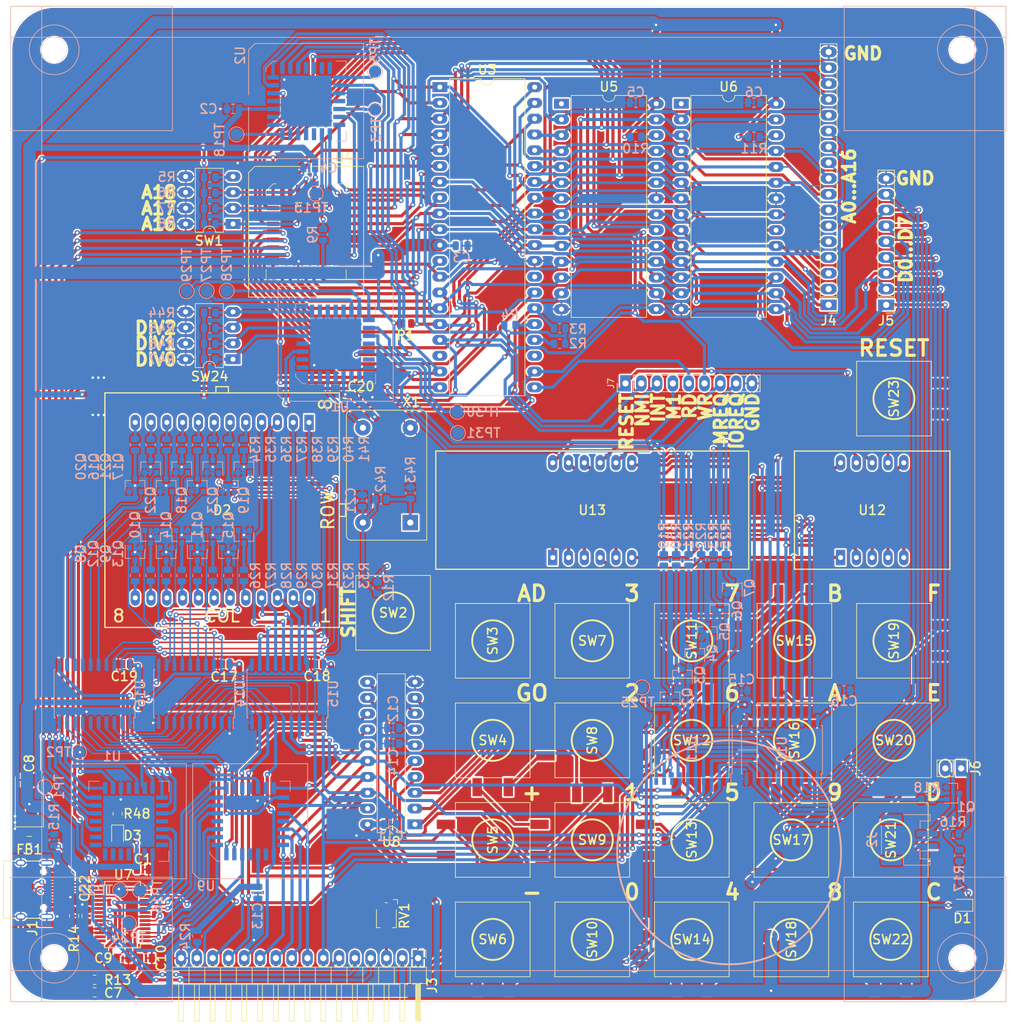
<source format=kicad_pcb>
(kicad_pcb (version 20171130) (host pcbnew 5.1.7-a382d34a8~88~ubuntu20.04.1)
  (layers (0 F.Cu signal) (31 B.Cu signal) (34 B.Paste user hide) (35 F.Paste user) (36 B.SilkS user hide) (37 F.SilkS user) (38 B.Mask user hide) (39 F.Mask user hide) (44 Edge.Cuts user))
  (net 0 "")
  (net 1 GND)
  (net 2 +5V)
  (net 3 "Net-(C9-Pad2)")
  (net 4 "Net-(C12-Pad1)")
  (net 5 "Net-(C14-Pad1)")
  (net 6 "Net-(D1-Pad1)")
  (net 7 "Net-(D2-Pad14)")
  (net 8 "Net-(D2-Pad10)")
  (net 9 "Net-(D2-Pad11)")
  (net 10 "Net-(D2-Pad16)")
  (net 11 "Net-(D2-Pad19)")
  (net 12 "Net-(D2-Pad17)")
  (net 13 "Net-(D2-Pad7)")
  (net 14 "Net-(D2-Pad6)")
  (net 15 "Net-(D2-Pad8)")
  (net 16 "Net-(D2-Pad18)")
  (net 17 "Net-(D2-Pad9)")
  (net 18 "Net-(D2-Pad21)")
  (net 19 "Net-(D2-Pad5)")
  (net 20 "Net-(D2-Pad4)")
  (net 21 "Net-(D2-Pad20)")
  (net 22 "Net-(D2-Pad3)")
  (net 23 "Net-(D2-Pad22)")
  (net 24 "Net-(D2-Pad23)")
  (net 25 "Net-(D2-Pad2)")
  (net 26 "Net-(D2-Pad13)")
  (net 27 "Net-(D2-Pad12)")
  (net 28 "Net-(D2-Pad24)")
  (net 29 "Net-(D2-Pad1)")
  (net 30 /keybd/VBUS)
  (net 31 /keybd/USBD_P)
  (net 32 "Net-(J1-PadB8)")
  (net 33 /keybd/USBD_N)
  (net 34 "Net-(J1-PadA8)")
  (net 35 "Net-(J2-Pad2)")
  (net 36 "Net-(J3-Pad15)")
  (net 37 /D7)
  (net 38 /D6)
  (net 39 /D5)
  (net 40 /D4)
  (net 41 /D3)
  (net 42 /D2)
  (net 43 /D1)
  (net 44 /D0)
  (net 45 /LCD_E)
  (net 46 /~WR)
  (net 47 /A7)
  (net 48 /displays/VO)
  (net 49 "Net-(Q1-Pad3)")
  (net 50 "Net-(Q8-Pad3)")
  (net 51 "Net-(Q15-Pad1)")
  (net 52 "Net-(Q9-Pad3)")
  (net 53 "Net-(Q9-Pad1)")
  (net 54 "Net-(Q10-Pad3)")
  (net 55 "Net-(Q10-Pad1)")
  (net 56 "Net-(Q11-Pad3)")
  (net 57 "Net-(Q11-Pad1)")
  (net 58 "Net-(Q12-Pad3)")
  (net 59 "Net-(Q12-Pad1)")
  (net 60 "Net-(Q13-Pad3)")
  (net 61 "Net-(Q14-Pad3)")
  (net 62 "Net-(Q14-Pad1)")
  (net 63 "Net-(Q15-Pad3)")
  (net 64 "Net-(Q16-Pad3)")
  (net 65 "Net-(Q16-Pad1)")
  (net 66 "Net-(Q17-Pad3)")
  (net 67 "Net-(Q17-Pad1)")
  (net 68 "Net-(Q18-Pad3)")
  (net 69 "Net-(Q18-Pad1)")
  (net 70 "Net-(Q19-Pad3)")
  (net 71 "Net-(Q19-Pad1)")
  (net 72 "Net-(Q20-Pad3)")
  (net 73 "Net-(Q20-Pad1)")
  (net 74 "Net-(Q21-Pad3)")
  (net 75 "Net-(Q21-Pad1)")
  (net 76 "Net-(Q22-Pad3)")
  (net 77 "Net-(Q22-Pad1)")
  (net 78 "Net-(Q23-Pad3)")
  (net 79 "Net-(Q23-Pad1)")
  (net 80 /~RESET)
  (net 81 "Net-(R5-Pad1)")
  (net 82 /FLASH_A18)
  (net 83 /FLASH_A17)
  (net 84 /FLASH_A16)
  (net 85 "Net-(R9-Pad1)")
  (net 86 "Net-(R10-Pad2)")
  (net 87 "Net-(R11-Pad2)")
  (net 88 /keybd/~SHIFT_KEY)
  (net 89 /displays/COL_5)
  (net 90 /displays/COL_4)
  (net 91 /displays/COL_3)
  (net 92 /displays/COL_2)
  (net 93 /displays/COL_1)
  (net 94 /displays/COL_0)
  (net 95 "Net-(D2-Pad15)")
  (net 96 /keybd/X4)
  (net 97 /keybd/Y5)
  (net 98 /keybd/X3)
  (net 99 /keybd/X2)
  (net 100 /keybd/X1)
  (net 101 /keybd/Y1)
  (net 102 /keybd/Y2)
  (net 103 /keybd/Y3)
  (net 104 /keybd/Y4)
  (net 105 "Net-(TP1-Pad1)")
  (net 106 "Net-(TP2-Pad1)")
  (net 107 "Net-(TP3-Pad1)")
  (net 108 "Net-(TP5-Pad1)")
  (net 109 "Net-(TP13-Pad1)")
  (net 110 "Net-(TP16-Pad1)")
  (net 111 "Net-(TP18-Pad1)")
  (net 112 "Net-(TP22-Pad1)")
  (net 113 "Net-(TP24-Pad1)")
  (net 114 "Net-(TP25-Pad1)")
  (net 115 /~SEG7COL_CS)
  (net 116 /~SEG7ROW_CS)
  (net 117 "Net-(U1-Pad22)")
  (net 118 /~MATRIXROW_CS)
  (net 119 /~MATRIXCOL_G_CS)
  (net 120 /~MATRIXCOL_R_CS)
  (net 121 /~IOREQ)
  (net 122 "Net-(U1-Pad15)")
  (net 123 /A0)
  (net 124 /A1)
  (net 125 /A2)
  (net 126 /A3)
  (net 127 "Net-(U1-Pad8)")
  (net 128 /KEYBD_CS)
  (net 129 "Net-(U1-Pad1)")
  (net 130 "Net-(U2-Pad22)")
  (net 131 /~SRAMB_CS)
  (net 132 /~SRAMA_CS)
  (net 133 /~FLASH_CS)
  (net 134 "Net-(U2-Pad15)")
  (net 135 /~MREQ)
  (net 136 "Net-(U2-Pad8)")
  (net 137 /A11)
  (net 138 /A12)
  (net 139 /A13)
  (net 140 /A14)
  (net 141 /A15)
  (net 142 "Net-(U2-Pad1)")
  (net 143 /A10)
  (net 144 /A9)
  (net 145 /A8)
  (net 146 "Net-(U3-Pad18)")
  (net 147 /~NMI)
  (net 148 /A6)
  (net 149 /A5)
  (net 150 /A4)
  (net 151 "Net-(U3-Pad28)")
  (net 152 "Net-(U3-Pad23)")
  (net 153 /~RD)
  (net 154 "Net-(U5-Pad1)")
  (net 155 "Net-(U6-Pad1)")
  (net 156 "Net-(U7-Pad28)")
  (net 157 "Net-(U7-Pad27)")
  (net 158 "Net-(U7-Pad23)")
  (net 159 "Net-(U7-Pad19)")
  (net 160 /keybd/FTDI_D3)
  (net 161 /keybd/FTDI_D6)
  (net 162 /keybd/FTDI_D5)
  (net 163 /keybd/FTDI_D7)
  (net 164 /keybd/FTDI_D1)
  (net 165 /keybd/FTDI_D2)
  (net 166 /keybd/FTDI_D0)
  (net 167 /keybd/~C923_OE)
  (net 168 /keybd/C923_DA)
  (net 169 "Net-(U9-Pad22)")
  (net 170 "Net-(U9-Pad8)")
  (net 171 "Net-(U9-Pad1)")
  (net 172 /displays/SEG_A)
  (net 173 /displays/SEG_F)
  (net 174 /displays/SEG_G)
  (net 175 /displays/SEG_B)
  (net 176 /displays/SEG_DP)
  (net 177 /displays/SEG_C)
  (net 178 /displays/SEG_E)
  (net 179 /displays/SEG_D)
  (net 180 /displays/COL_5R)
  (net 181 /displays/COLEN_5)
  (net 182 /displays/COL_4R)
  (net 183 /displays/COLEN_4)
  (net 184 /displays/COL_3R)
  (net 185 /displays/COLEN_3)
  (net 186 /displays/COL_2R)
  (net 187 /displays/COLEN_2)
  (net 188 /displays/COL_1R)
  (net 189 /displays/COLEN_1)
  (net 190 /displays/COL0_R)
  (net 191 /displays/COLEN_0)
  (net 192 /displays/SPEN)
  (net 193 "Net-(Q1-Pad1)")
  (net 194 /keybd/SHIELD)
  (net 195 /keybd/CC1)
  (net 196 /keybd/CC2)
  (net 197 "Net-(Q8-Pad1)")
  (net 198 "Net-(Q13-Pad1)")
  (net 199 "Net-(U1-Pad25)")
  (net 200 "Net-(U1-Pad27)")
  (net 201 "Net-(U9-Pad15)")
  (net 202 /~INT)
  (net 203 /~WAIT)
  (net 204 /~M1)
  (net 205 /~BUSRQ)
  (net 206 /keybd/FTDI_D4)
  (net 207 "Net-(R42-Pad1)")
  (net 208 /MISC_SPARE)
  (net 209 /DIV2)
  (net 210 /DIV1)
  (net 211 /DIV0)
  (net 212 "Net-(TP27-Pad1)")
  (net 213 "Net-(TP28-Pad1)")
  (net 214 "Net-(TP29-Pad1)")
  (net 215 "Net-(TP30-Pad1)")
  (net 216 "Net-(TP31-Pad1)")
  (net 217 /~CLK)
  (net 218 "Net-(U17-Pad25)")
  (net 219 "Net-(U17-Pad24)")
  (net 220 "Net-(U17-Pad22)")
  (net 221 "Net-(U17-Pad16)")
  (net 222 "Net-(U17-Pad15)")
  (net 223 "Net-(U17-Pad13)")
  (net 224 "Net-(U17-Pad8)")
  (net 225 "Net-(U17-Pad6)")
  (net 226 "Net-(U17-Pad5)")
  (net 227 "Net-(U17-Pad26)")
  (net 228 "Net-(U17-Pad27)")
  (net 229 "Net-(U17-Pad4)")
  (net 230 "Net-(U17-Pad3)")
  (net 231 /CLK_IN)
  (net 232 "Net-(U17-Pad1)")
  (net 233 "Net-(U1-Pad6)")
  (net 234 "Net-(U1-Pad5)")
  (net 235 "Net-(U1-Pad4)")
  (net 236 "Net-(U1-Pad3)")
  (net 237 "Net-(U1-Pad2)")
  (net 238 "Net-(U7-Pad13)")
  (net 239 "Net-(U7-Pad12)")
  (net 240 "Net-(U2-Pad11)")
  (net 241 "Net-(U2-Pad10)")
  (net 242 "Net-(U2-Pad9)")
  (net 243 "Net-(U2-Pad24)")
  (net 244 "Net-(U2-Pad23)")
  (net 245 "Net-(U2-Pad21)")
  (net 246 "Net-(U2-Pad27)")
  (net 247 "Net-(J6-Pad1)")
  (net 248 "Net-(D3-Pad1)")
  (net 249 "Net-(U9-Pad27)")
  (net 250 "Net-(U9-Pad17)")
  (module tec-1:PinHeader_1x09_P2.54mm_Vertical (layer F.Cu) (at 118.84 80.625 90)
    (fp_text reference J7 (at 0 -2.33 90) (layer F.SilkS))
    (fp_text value CTRL)
    (pad 9 thru_hole oval (at 0 20.32 90) (size 2.6 1.7) (drill 1) (layers *.Cu *.Mask) (net 1 GND))
    (pad 8 thru_hole oval (at 0 17.78 90) (size 2.6 1.7) (drill 1) (layers *.Cu *.Mask) (net 121 /~IOREQ))
    (pad 7 thru_hole oval (at 0 15.24 90) (size 2.6 1.7) (drill 1) (layers *.Cu *.Mask) (net 135 /~MREQ))
    (pad 6 thru_hole oval (at 0 12.7 90) (size 2.6 1.7) (drill 1) (layers *.Cu *.Mask) (net 46 /~WR))
    (pad 5 thru_hole oval (at 0 10.16 90) (size 2.6 1.7) (drill 1) (layers *.Cu *.Mask) (net 153 /~RD))
    (pad 4 thru_hole oval (at 0 7.62 90) (size 2.6 1.7) (drill 1) (layers *.Cu *.Mask) (net 204 /~M1))
    (pad 3 thru_hole oval (at 0 5.08 90) (size 2.6 1.7) (drill 1) (layers *.Cu *.Mask) (net 202 /~INT))
    (pad 2 thru_hole oval (at 0 2.54 90) (size 2.6 1.7) (drill 1) (layers *.Cu *.Mask) (net 147 /~NMI))
    (pad 1 thru_hole rect (at 0 0 90) (size 2.6 1.7) (drill 1) (layers *.Cu *.Mask) (net 80 /~RESET))
  )
  (module tec-1:Potentiometer_Bourns_TC33X_Vertical (layer F.Cu) (at 80.4 166.2 270)
    (fp_text reference RV1 (at 0 -2.9 270) (layer F.SilkS) (effects (font (size 1.5 1.5) (thickness 0.25))))
    (fp_text value 20k)
    (pad 2 smd rect (at 1.45 0 270) (size 1.5 1.6) (layers F.Cu F.Paste F.Mask) (net 48 /displays/VO))
    (pad 3 smd rect (at -1.8 1 270) (size 1.2 1.2) (layers F.Cu F.Paste F.Mask) (net 1 GND))
    (pad 1 smd rect (at -1.8 -1 270) (size 1.2 1.2) (layers F.Cu F.Paste F.Mask) (net 2 +5V))
  )
  (module tec-1:R_0805_2012Metric (layer F.Cu) (at 37.2 149.8 90)
    (fp_text reference R48 (at 0 3.1 180) (layer F.SilkS) (effects (font (size 1.5 1.5) (thickness 0.25))))
    (fp_text value 1k)
    (pad 2 smd roundrect (at 0.9125 0 90) (size 1.025 1.4) (layers F.Cu F.Paste F.Mask) (roundrect_rratio 0.243902) (net 1 GND))
    (pad 1 smd roundrect (at -0.9125 0 90) (size 1.025 1.4) (layers F.Cu F.Paste F.Mask) (roundrect_rratio 0.243902) (net 248 "Net-(D3-Pad1)"))
  )
  (module tec-1:LED_0805_2012Metric (layer F.Cu) (at 37.2 153.3 270)
    (fp_text reference D3 (at 0 -2.4 180) (layer F.SilkS) (effects (font (size 1.5 1.5) (thickness 0.25))))
    (fp_text value LED)
    (pad 2 smd roundrect (at 0.9375 0 270) (size 0.975 1.4) (layers F.Cu F.Paste F.Mask) (net 2 +5V))
    (pad 1 smd roundrect (at -0.9375 0 270) (size 0.975 1.4) (layers F.Cu F.Paste F.Mask) (net 248 "Net-(D3-Pad1)"))
  )
  (module tec-1:PinHeader_1x02_P2.54mm_Vertical (layer F.Cu) (at 172.8 142.5 270)
    (fp_text reference J6 (at 0 -2.33 90) (layer F.SilkS) (effects (font (size 1.5 1.5) (thickness 0.25))))
    (fp_text value Conn_01x02)
    (pad 2 thru_hole oval (at 0 2.54 270) (size 2.6 1.7) (drill 1) (layers *.Cu *.Mask) (net 35 "Net-(J2-Pad2)"))
    (pad 1 thru_hole rect (at 0 0 270) (size 2.6 1.7) (drill 1) (layers *.Cu *.Mask) (net 247 "Net-(J6-Pad1)"))
  )
  (module tec-1:C_0805_2012Metric (layer F.Cu) (at 32.2 166.2 270)
    (fp_text reference C22 (at -4.4 0.3 90) (layer F.SilkS) (effects (font (size 1.5 1.5) (thickness 0.25))))
    (fp_text value 0.1uF/10V)
    (pad 2 smd roundrect (at 0.95 0 270) (size 1 1.45) (layers F.Cu F.Paste F.Mask) (net 1 GND))
    (pad 1 smd roundrect (at -0.95 0 270) (size 1 1.45) (layers F.Cu F.Paste F.Mask) (net 2 +5V))
  )
  (module tec-1:C_0805_2012Metric (layer B.Cu) (at 76.5 99.5 90)
    (fp_text reference C21 (at 0 -1.8 90) (layer B.SilkS) (effects (font (size 1.5 1.5) (thickness 0.25)) (justify mirror)))
    (fp_text value 0.1uF/10V)
    (pad 2 smd roundrect (at 0.95 0 90) (size 1 1.45) (layers B.Cu B.Paste B.Mask) (net 1 GND))
    (pad 1 smd roundrect (at -0.95 0 90) (size 1 1.45) (layers B.Cu B.Paste B.Mask) (net 2 +5V))
  )
  (module tec-1:Oscillator_DIP-14_LargePads (layer F.Cu) (at 84.25 103 90)
    (fp_text reference X1 (at 19.4 0.15 180) (layer F.SilkS) (effects (font (size 1.5 1.5) (thickness 0.25))))
    (fp_text value 24MHz)
    (pad 7 thru_hole circle (at 15.24 0 90) (size 2.5 2.5) (drill 1) (layers *.Cu *.Mask) (net 1 GND))
    (pad 8 thru_hole circle (at 15.24 -7.62 90) (size 2.5 2.5) (drill 1) (layers *.Cu *.Mask) (net 231 /CLK_IN))
    (pad 14 thru_hole circle (at 0 -7.62 90) (size 2.5 2.5) (drill 1) (layers *.Cu *.Mask) (net 2 +5V))
    (pad 1 thru_hole rect (at 0 0 90) (size 2.5 2.5) (drill 1) (layers *.Cu *.Mask) (net 207 "Net-(R42-Pad1)"))
  )
  (module tec-1:PLCC-28_SMD-Socket (layer B.Cu) (at 72.25 74.25)
    (fp_text reference U17 (at 0 10.09) (layer B.SilkS) (effects (font (size 1.5 1.5) (thickness 0.25)) (justify mirror)))
    (fp_text value MISC)
    (pad 25 smd rect (at 5.3225 3.81) (size 1.925 0.7) (layers B.Cu B.Paste B.Mask) (net 218 "Net-(U17-Pad25)"))
    (pad 24 smd rect (at 5.3225 2.54) (size 1.925 0.7) (layers B.Cu B.Paste B.Mask) (net 219 "Net-(U17-Pad24)"))
    (pad 23 smd rect (at 5.3225 1.27) (size 1.925 0.7) (layers B.Cu B.Paste B.Mask) (net 217 /~CLK))
    (pad 22 smd rect (at 5.3225 0) (size 1.925 0.7) (layers B.Cu B.Paste B.Mask) (net 220 "Net-(U17-Pad22)"))
    (pad 21 smd rect (at 5.3225 -1.27) (size 1.925 0.7) (layers B.Cu B.Paste B.Mask) (net 216 "Net-(TP31-Pad1)"))
    (pad 20 smd rect (at 5.3225 -2.54) (size 1.925 0.7) (layers B.Cu B.Paste B.Mask) (net 215 "Net-(TP30-Pad1)"))
    (pad 19 smd rect (at 5.3225 -3.81) (size 1.925 0.7) (layers B.Cu B.Paste B.Mask) (net 214 "Net-(TP29-Pad1)"))
    (pad 18 smd rect (at 3.81 -5.3225) (size 0.7 1.925) (layers B.Cu B.Paste B.Mask) (net 213 "Net-(TP28-Pad1)"))
    (pad 17 smd rect (at 2.54 -5.3225) (size 0.7 1.925) (layers B.Cu B.Paste B.Mask) (net 212 "Net-(TP27-Pad1)"))
    (pad 16 smd rect (at 1.27 -5.3225) (size 0.7 1.925) (layers B.Cu B.Paste B.Mask) (net 221 "Net-(U17-Pad16)"))
    (pad 15 smd rect (at 0 -5.3225) (size 0.7 1.925) (layers B.Cu B.Paste B.Mask) (net 222 "Net-(U17-Pad15)"))
    (pad 14 smd rect (at -1.27 -5.3225) (size 0.7 1.925) (layers B.Cu B.Paste B.Mask) (net 1 GND))
    (pad 13 smd rect (at -2.54 -5.3225) (size 0.7 1.925) (layers B.Cu B.Paste B.Mask) (net 223 "Net-(U17-Pad13)"))
    (pad 12 smd rect (at -3.81 -5.3225) (size 0.7 1.925) (layers B.Cu B.Paste B.Mask) (net 208 /MISC_SPARE))
    (pad 11 smd rect (at -5.3225 -3.81) (size 1.925 0.7) (layers B.Cu B.Paste B.Mask) (net 209 /DIV2))
    (pad 10 smd rect (at -5.3225 -2.54) (size 1.925 0.7) (layers B.Cu B.Paste B.Mask) (net 210 /DIV1))
    (pad 9 smd rect (at -5.3225 -1.27) (size 1.925 0.7) (layers B.Cu B.Paste B.Mask) (net 211 /DIV0))
    (pad 8 smd rect (at -5.3225 0) (size 1.925 0.7) (layers B.Cu B.Paste B.Mask) (net 224 "Net-(U17-Pad8)"))
    (pad 7 smd rect (at -5.3225 1.27) (size 1.925 0.7) (layers B.Cu B.Paste B.Mask) (net 80 /~RESET))
    (pad 6 smd rect (at -5.3225 2.54) (size 1.925 0.7) (layers B.Cu B.Paste B.Mask) (net 225 "Net-(U17-Pad6)"))
    (pad 5 smd rect (at -5.3225 3.81) (size 1.925 0.7) (layers B.Cu B.Paste B.Mask) (net 226 "Net-(U17-Pad5)"))
    (pad 26 smd rect (at 3.81 5.3225) (size 0.7 1.925) (layers B.Cu B.Paste B.Mask) (net 227 "Net-(U17-Pad26)"))
    (pad 27 smd rect (at 2.54 5.3225) (size 0.7 1.925) (layers B.Cu B.Paste B.Mask) (net 228 "Net-(U17-Pad27)"))
    (pad 28 smd rect (at 1.27 5.3225) (size 0.7 1.925) (layers B.Cu B.Paste B.Mask) (net 2 +5V))
    (pad 4 smd rect (at -3.81 5.3225) (size 0.7 1.925) (layers B.Cu B.Paste B.Mask) (net 229 "Net-(U17-Pad4)"))
    (pad 3 smd rect (at -2.54 5.3225) (size 0.7 1.925) (layers B.Cu B.Paste B.Mask) (net 230 "Net-(U17-Pad3)"))
    (pad 2 smd rect (at -1.27 5.3225) (size 0.7 1.925) (layers B.Cu B.Paste B.Mask) (net 231 /CLK_IN))
    (pad 1 smd rect (at 0 5.3225) (size 0.7 1.925) (layers B.Cu B.Paste B.Mask) (net 232 "Net-(U17-Pad1)"))
  )
  (module tec-1:TestPoint_Pad_D2.0mm (layer B.Cu) (at 91.9 88.6)
    (fp_text reference TP31 (at 4.1 0) (layer B.SilkS) (effects (font (size 1.5 1.5) (thickness 0.25)) (justify mirror)))
    (fp_text value TestPoint)
    (pad 1 smd circle (at 0 0) (size 2 2) (layers B.Cu B.Mask) (net 216 "Net-(TP31-Pad1)"))
  )
  (module tec-1:TestPoint_Pad_D2.0mm (layer B.Cu) (at 91.8 85.2)
    (fp_text reference TP30 (at 4.2 0) (layer B.SilkS) (effects (font (size 1.5 1.5) (thickness 0.25)) (justify mirror)))
    (fp_text value TestPoint)
    (pad 1 smd circle (at 0 0) (size 2 2) (layers B.Cu B.Mask) (net 215 "Net-(TP30-Pad1)"))
  )
  (module tec-1:TestPoint_Pad_D2.0mm (layer B.Cu) (at 48.3 65.8)
    (fp_text reference TP29 (at 0 -4.2 90) (layer B.SilkS) (effects (font (size 1.5 1.5) (thickness 0.25)) (justify mirror)))
    (fp_text value TestPoint)
    (pad 1 smd circle (at 0 0) (size 2 2) (layers B.Cu B.Mask) (net 214 "Net-(TP29-Pad1)"))
  )
  (module tec-1:TestPoint_Pad_D2.0mm (layer B.Cu) (at 54.75 65.75)
    (fp_text reference TP28 (at 0 -4.25 90) (layer B.SilkS) (effects (font (size 1.5 1.5) (thickness 0.25)) (justify mirror)))
    (fp_text value TestPoint)
    (pad 1 smd circle (at 0 0) (size 2 2) (layers B.Cu B.Mask) (net 213 "Net-(TP28-Pad1)"))
  )
  (module tec-1:TestPoint_Pad_D2.0mm (layer B.Cu) (at 51.5 65.75)
    (fp_text reference TP27 (at 0 -4.15 90) (layer B.SilkS) (effects (font (size 1.5 1.5) (thickness 0.25)) (justify mirror)))
    (fp_text value TestPoint)
    (pad 1 smd circle (at 0 0) (size 2 2) (layers B.Cu B.Mask) (net 212 "Net-(TP27-Pad1)"))
  )
  (module tec-1:DIP-8_W7.62mm_LongPads (layer F.Cu) (at 55.75 76.75 180)
    (fp_text reference SW24 (at 3.75 -2.75) (layer F.SilkS) (effects (font (size 1.5 1.5) (thickness 0.25))))
    (fp_text value SW_DIP_x04)
    (pad 8 thru_hole oval (at 7.62 0 180) (size 2.4 1.6) (drill 0.8) (layers *.Cu *.Mask) (net 1 GND))
    (pad 4 thru_hole oval (at 0 7.62 180) (size 2.4 1.6) (drill 0.8) (layers *.Cu *.Mask) (net 208 /MISC_SPARE))
    (pad 7 thru_hole oval (at 7.62 2.54 180) (size 2.4 1.6) (drill 0.8) (layers *.Cu *.Mask) (net 1 GND))
    (pad 3 thru_hole oval (at 0 5.08 180) (size 2.4 1.6) (drill 0.8) (layers *.Cu *.Mask) (net 209 /DIV2))
    (pad 6 thru_hole oval (at 7.62 5.08 180) (size 2.4 1.6) (drill 0.8) (layers *.Cu *.Mask) (net 1 GND))
    (pad 2 thru_hole oval (at 0 2.54 180) (size 2.4 1.6) (drill 0.8) (layers *.Cu *.Mask) (net 210 /DIV1))
    (pad 5 thru_hole oval (at 7.62 7.62 180) (size 2.4 1.6) (drill 0.8) (layers *.Cu *.Mask) (net 1 GND))
    (pad 1 thru_hole rect (at 0 0 180) (size 2.4 1.6) (drill 0.8) (layers *.Cu *.Mask) (net 211 /DIV0))
  )
  (module tec-1:R_0805_2012Metric (layer B.Cu) (at 52 76.75 180)
    (fp_text reference R47 (at 7.7 -0.05) (layer B.SilkS) (effects (font (size 1.5 1.5) (thickness 0.25)) (justify mirror)))
    (fp_text value 10k)
    (pad 2 smd roundrect (at 0.9125 0 180) (size 1.025 1.4) (layers B.Cu B.Paste B.Mask) (roundrect_rratio 0.243902) (net 2 +5V))
    (pad 1 smd roundrect (at -0.9125 0 180) (size 1.025 1.4) (layers B.Cu B.Paste B.Mask) (roundrect_rratio 0.243902) (net 211 /DIV0))
  )
  (module tec-1:R_0805_2012Metric (layer B.Cu) (at 52 74.25 180)
    (fp_text reference R46 (at 7.7 -0.05) (layer B.SilkS) (effects (font (size 1.5 1.5) (thickness 0.25)) (justify mirror)))
    (fp_text value 10k)
    (pad 2 smd roundrect (at 0.9125 0 180) (size 1.025 1.4) (layers B.Cu B.Paste B.Mask) (roundrect_rratio 0.243902) (net 2 +5V))
    (pad 1 smd roundrect (at -0.9125 0 180) (size 1.025 1.4) (layers B.Cu B.Paste B.Mask) (roundrect_rratio 0.243902) (net 210 /DIV1))
  )
  (module tec-1:R_0805_2012Metric (layer B.Cu) (at 52 71.75 180)
    (fp_text reference R45 (at 7.7 -0.05) (layer B.SilkS) (effects (font (size 1.5 1.5) (thickness 0.25)) (justify mirror)))
    (fp_text value 10k)
    (pad 2 smd roundrect (at 0.9125 0 180) (size 1.025 1.4) (layers B.Cu B.Paste B.Mask) (roundrect_rratio 0.243902) (net 2 +5V))
    (pad 1 smd roundrect (at -0.9125 0 180) (size 1.025 1.4) (layers B.Cu B.Paste B.Mask) (roundrect_rratio 0.243902) (net 209 /DIV2))
  )
  (module tec-1:R_0805_2012Metric (layer B.Cu) (at 52 69.25 180)
    (fp_text reference R44 (at 7.7 -0.05) (layer B.SilkS) (effects (font (size 1.5 1.5) (thickness 0.25)) (justify mirror)))
    (fp_text value 10k)
    (pad 2 smd roundrect (at 0.9125 0 180) (size 1.025 1.4) (layers B.Cu B.Paste B.Mask) (roundrect_rratio 0.243902) (net 2 +5V))
    (pad 1 smd roundrect (at -0.9125 0 180) (size 1.025 1.4) (layers B.Cu B.Paste B.Mask) (roundrect_rratio 0.243902) (net 208 /MISC_SPARE))
  )
  (module tec-1:R_0805_2012Metric (layer B.Cu) (at 84.25 98.25 270)
    (fp_text reference R43 (at -3.75 -0.05 270) (layer B.SilkS) (effects (font (size 1.5 1.5) (thickness 0.25)) (justify mirror)))
    (fp_text value DNP)
    (pad 2 smd roundrect (at 0.9125 0 270) (size 1.025 1.4) (layers B.Cu B.Paste B.Mask) (roundrect_rratio 0.243902) (net 207 "Net-(R42-Pad1)"))
    (pad 1 smd roundrect (at -0.9125 0 270) (size 1.025 1.4) (layers B.Cu B.Paste B.Mask) (roundrect_rratio 0.243902) (net 1 GND))
  )
  (module tec-1:R_0805_2012Metric (layer B.Cu) (at 79.5 99.25 180)
    (fp_text reference R42 (at 0 3.25 90) (layer B.SilkS) (effects (font (size 1.5 1.5) (thickness 0.25)) (justify mirror)))
    (fp_text value 10k)
    (pad 2 smd roundrect (at 0.9125 0 180) (size 1.025 1.4) (layers B.Cu B.Paste B.Mask) (roundrect_rratio 0.243902) (net 2 +5V))
    (pad 1 smd roundrect (at -0.9125 0 180) (size 1.025 1.4) (layers B.Cu B.Paste B.Mask) (roundrect_rratio 0.243902) (net 207 "Net-(R42-Pad1)"))
  )
  (module tec-1:C_0805_2012Metric (layer F.Cu) (at 76.3 82.8)
    (fp_text reference C20 (at 0 -1.68) (layer F.SilkS) (effects (font (size 1.5 1.5) (thickness 0.25))))
    (fp_text value 0.1uF/10V)
    (pad 2 smd roundrect (at 0.95 0) (size 1 1.45) (layers F.Cu F.Paste F.Mask) (net 1 GND))
    (pad 1 smd roundrect (at -0.95 0) (size 1 1.45) (layers F.Cu F.Paste F.Mask) (net 2 +5V))
  )
  (module tec-1:SW_12x12_SMD (layer F.Cu) (at 162 83.075 90)
    (fp_text reference SW23 (at 0 0 90) (layer F.SilkS) (effects (font (size 1.5 1.5) (thickness 0.25))))
    (fp_text value SW_SPST)
    (pad 2 smd rect (at 2.5 7.5 90) (size 1.5 3) (layers F.Cu F.Paste F.Mask) (net 80 /~RESET))
    (pad 2 smd rect (at 2.5 -7.5 90) (size 1.5 3) (layers F.Cu F.Paste F.Mask) (net 80 /~RESET))
    (pad 1 smd rect (at -2.5 7.5 90) (size 1.5 3) (layers F.Cu F.Paste F.Mask) (net 1 GND))
    (pad 1 smd rect (at -2.5 -7.5 90) (size 1.5 3) (layers F.Cu F.Paste F.Mask) (net 1 GND))
  )
  (module tec-1:PLCC-32_SMD-Socket_9x7 (layer F.Cu) (at 67.5 56.25)
    (fp_text reference U4 (at 6.1 -11.85) (layer F.SilkS) (effects (font (size 1.5 1.5) (thickness 0.25))))
    (fp_text value SST39SF040)
    (pad 13 smd rect (at -5.3225 5.08) (size 1.925 0.7) (layers F.Cu F.Paste F.Mask) (net 44 /D0))
    (pad 21 smd rect (at 5.3225 5.08) (size 1.925 0.7) (layers F.Cu F.Paste F.Mask) (net 37 /D7))
    (pad 22 smd rect (at 5.3225 3.81) (size 1.925 0.7) (layers F.Cu F.Paste F.Mask) (net 133 /~FLASH_CS))
    (pad 12 smd rect (at -5.3225 3.81) (size 1.925 0.7) (layers F.Cu F.Paste F.Mask) (net 123 /A0))
    (pad 29 smd rect (at 5.3225 -5.08) (size 1.925 0.7) (layers F.Cu F.Paste F.Mask) (net 140 /A14))
    (pad 28 smd rect (at 5.3225 -3.81) (size 1.925 0.7) (layers F.Cu F.Paste F.Mask) (net 139 /A13))
    (pad 27 smd rect (at 5.3225 -2.54) (size 1.925 0.7) (layers F.Cu F.Paste F.Mask) (net 145 /A8))
    (pad 26 smd rect (at 5.3225 -1.27) (size 1.925 0.7) (layers F.Cu F.Paste F.Mask) (net 144 /A9))
    (pad 25 smd rect (at 5.3225 0) (size 1.925 0.7) (layers F.Cu F.Paste F.Mask) (net 137 /A11))
    (pad 24 smd rect (at 5.3225 1.27) (size 1.925 0.7) (layers F.Cu F.Paste F.Mask) (net 1 GND))
    (pad 23 smd rect (at 5.3225 2.54) (size 1.925 0.7) (layers F.Cu F.Paste F.Mask) (net 143 /A10))
    (pad 20 smd rect (at 3.81 6.5925) (size 0.7 1.925) (layers F.Cu F.Paste F.Mask) (net 38 /D6))
    (pad 19 smd rect (at 2.54 6.5925) (size 0.7 1.925) (layers F.Cu F.Paste F.Mask) (net 39 /D5))
    (pad 18 smd rect (at 1.27 6.5925) (size 0.7 1.925) (layers F.Cu F.Paste F.Mask) (net 40 /D4))
    (pad 17 smd rect (at 0 6.5925) (size 0.7 1.925) (layers F.Cu F.Paste F.Mask) (net 41 /D3))
    (pad 16 smd rect (at -1.27 6.5925) (size 0.7 1.925) (layers F.Cu F.Paste F.Mask) (net 1 GND))
    (pad 15 smd rect (at -2.54 6.5925) (size 0.7 1.925) (layers F.Cu F.Paste F.Mask) (net 42 /D2))
    (pad 14 smd rect (at -3.81 6.5925) (size 0.7 1.925) (layers F.Cu F.Paste F.Mask) (net 43 /D1))
    (pad 11 smd rect (at -5.3225 2.54) (size 1.925 0.7) (layers F.Cu F.Paste F.Mask) (net 124 /A1))
    (pad 10 smd rect (at -5.3225 1.27) (size 1.925 0.7) (layers F.Cu F.Paste F.Mask) (net 125 /A2))
    (pad 9 smd rect (at -5.3225 0) (size 1.925 0.7) (layers F.Cu F.Paste F.Mask) (net 126 /A3))
    (pad 8 smd rect (at -5.3225 -1.27) (size 1.925 0.7) (layers F.Cu F.Paste F.Mask) (net 150 /A4))
    (pad 7 smd rect (at -5.3225 -2.54) (size 1.925 0.7) (layers F.Cu F.Paste F.Mask) (net 149 /A5))
    (pad 6 smd rect (at -5.3225 -3.81) (size 1.925 0.7) (layers F.Cu F.Paste F.Mask) (net 148 /A6))
    (pad 5 smd rect (at -5.3225 -5.08) (size 1.925 0.7) (layers F.Cu F.Paste F.Mask) (net 47 /A7))
    (pad 30 smd rect (at 3.81 -6.5925) (size 0.7 1.925) (layers F.Cu F.Paste F.Mask) (net 83 /FLASH_A17))
    (pad 31 smd rect (at 2.54 -6.5925) (size 0.7 1.925) (layers F.Cu F.Paste F.Mask) (net 85 "Net-(R9-Pad1)"))
    (pad 32 smd rect (at 1.27 -6.5925) (size 0.7 1.925) (layers F.Cu F.Paste F.Mask) (net 2 +5V))
    (pad 4 smd rect (at -3.81 -6.5925) (size 0.7 1.925) (layers F.Cu F.Paste F.Mask) (net 138 /A12))
    (pad 3 smd rect (at -2.54 -6.5925) (size 0.7 1.925) (layers F.Cu F.Paste F.Mask) (net 141 /A15))
    (pad 2 smd rect (at -1.27 -6.5925) (size 0.7 1.925) (layers F.Cu F.Paste F.Mask) (net 84 /FLASH_A16))
    (pad 1 smd rect (at 0 -6.5925) (size 0.7 1.925) (layers F.Cu F.Paste F.Mask) (net 82 /FLASH_A18))
  )
  (module tec-1:CP_EIA-7343-31_Kemet-D (layer F.Cu) (at 23 147.5 90)
    (fp_text reference C8 (at 5.8 0 90) (layer F.SilkS) (effects (font (size 1.5 1.5) (thickness 0.25))))
    (fp_text value 100uF/10V)
    (pad 2 smd roundrect (at 3.1125 0 90) (size 2.075 2.55) (layers F.Cu F.Paste F.Mask) (roundrect_rratio 0.120482) (net 1 GND))
    (pad 1 smd roundrect (at -3.1125 0 90) (size 2.075 2.55) (layers F.Cu F.Paste F.Mask) (roundrect_rratio 0.120482) (net 2 +5V))
  )
  (module tec-1:DIP-20_W7.62mm_LongPads (layer F.Cu) (at 85 151.5 180)
    (fp_text reference U8 (at 3.81 -2.8) (layer F.SilkS) (effects (font (size 1.5 1.5) (thickness 0.25))))
    (fp_text value MM74C923)
    (pad 20 thru_hole oval (at 7.62 0 180) (size 2.4 1.6) (drill 0.8) (layers *.Cu *.Mask) (net 2 +5V))
    (pad 10 thru_hole oval (at 0 22.86 180) (size 2.4 1.6) (drill 0.8) (layers *.Cu *.Mask) (net 1 GND))
    (pad 19 thru_hole oval (at 7.62 2.54 180) (size 2.4 1.6) (drill 0.8) (layers *.Cu *.Mask) (net 44 /D0))
    (pad 9 thru_hole oval (at 0 20.32 180) (size 2.4 1.6) (drill 0.8) (layers *.Cu *.Mask) (net 98 /keybd/X3))
    (pad 18 thru_hole oval (at 7.62 5.08 180) (size 2.4 1.6) (drill 0.8) (layers *.Cu *.Mask) (net 43 /D1))
    (pad 8 thru_hole oval (at 0 17.78 180) (size 2.4 1.6) (drill 0.8) (layers *.Cu *.Mask) (net 96 /keybd/X4))
    (pad 17 thru_hole oval (at 7.62 7.62 180) (size 2.4 1.6) (drill 0.8) (layers *.Cu *.Mask) (net 42 /D2))
    (pad 7 thru_hole oval (at 0 15.24 180) (size 2.4 1.6) (drill 0.8) (layers *.Cu *.Mask) (net 4 "Net-(C12-Pad1)"))
    (pad 16 thru_hole oval (at 7.62 10.16 180) (size 2.4 1.6) (drill 0.8) (layers *.Cu *.Mask) (net 41 /D3))
    (pad 6 thru_hole oval (at 0 12.7 180) (size 2.4 1.6) (drill 0.8) (layers *.Cu *.Mask) (net 5 "Net-(C14-Pad1)"))
    (pad 15 thru_hole oval (at 7.62 12.7 180) (size 2.4 1.6) (drill 0.8) (layers *.Cu *.Mask) (net 40 /D4))
    (pad 5 thru_hole oval (at 0 10.16 180) (size 2.4 1.6) (drill 0.8) (layers *.Cu *.Mask) (net 97 /keybd/Y5))
    (pad 14 thru_hole oval (at 7.62 15.24 180) (size 2.4 1.6) (drill 0.8) (layers *.Cu *.Mask) (net 167 /keybd/~C923_OE))
    (pad 4 thru_hole oval (at 0 7.62 180) (size 2.4 1.6) (drill 0.8) (layers *.Cu *.Mask) (net 104 /keybd/Y4))
    (pad 13 thru_hole oval (at 7.62 17.78 180) (size 2.4 1.6) (drill 0.8) (layers *.Cu *.Mask) (net 168 /keybd/C923_DA))
    (pad 3 thru_hole oval (at 0 5.08 180) (size 2.4 1.6) (drill 0.8) (layers *.Cu *.Mask) (net 103 /keybd/Y3))
    (pad 12 thru_hole oval (at 7.62 20.32 180) (size 2.4 1.6) (drill 0.8) (layers *.Cu *.Mask) (net 100 /keybd/X1))
    (pad 2 thru_hole oval (at 0 2.54 180) (size 2.4 1.6) (drill 0.8) (layers *.Cu *.Mask) (net 102 /keybd/Y2))
    (pad 11 thru_hole oval (at 7.62 22.86 180) (size 2.4 1.6) (drill 0.8) (layers *.Cu *.Mask) (net 99 /keybd/X2))
    (pad 1 thru_hole rect (at 0 0 180) (size 2.4 1.6) (drill 0.8) (layers *.Cu *.Mask) (net 101 /keybd/Y1))
  )
  (module tec-1:PinHeader_1x09_P2.54mm_Vertical (layer F.Cu) (at 160.75 68 180)
    (fp_text reference J5 (at 0 -2.53) (layer F.SilkS) (effects (font (size 1.5 1.5) (thickness 0.25))))
    (fp_text value DATA)
    (pad 9 thru_hole oval (at 0 20.32 180) (size 2.6 1.7) (drill 1) (layers *.Cu *.Mask) (net 1 GND))
    (pad 8 thru_hole oval (at 0 17.78 180) (size 2.6 1.7) (drill 1) (layers *.Cu *.Mask) (net 37 /D7))
    (pad 7 thru_hole oval (at 0 15.24 180) (size 2.6 1.7) (drill 1) (layers *.Cu *.Mask) (net 38 /D6))
    (pad 6 thru_hole oval (at 0 12.7 180) (size 2.6 1.7) (drill 1) (layers *.Cu *.Mask) (net 39 /D5))
    (pad 5 thru_hole oval (at 0 10.16 180) (size 2.6 1.7) (drill 1) (layers *.Cu *.Mask) (net 40 /D4))
    (pad 4 thru_hole oval (at 0 7.62 180) (size 2.6 1.7) (drill 1) (layers *.Cu *.Mask) (net 41 /D3))
    (pad 3 thru_hole oval (at 0 5.08 180) (size 2.6 1.7) (drill 1) (layers *.Cu *.Mask) (net 42 /D2))
    (pad 2 thru_hole oval (at 0 2.54 180) (size 2.6 1.7) (drill 1) (layers *.Cu *.Mask) (net 43 /D1))
    (pad 1 thru_hole rect (at 0 0 180) (size 2.6 1.7) (drill 1) (layers *.Cu *.Mask) (net 44 /D0))
  )
  (module tec-1:PinHeader_1x17_P2.54mm_Vertical (layer F.Cu) (at 151.5 68 180)
    (fp_text reference J4 (at 0 -2.53) (layer F.SilkS) (effects (font (size 1.5 1.5) (thickness 0.25))))
    (fp_text value ADDR)
    (pad 17 thru_hole oval (at 0 40.64 180) (size 2.6 1.7) (drill 1) (layers *.Cu *.Mask) (net 1 GND))
    (pad 16 thru_hole oval (at 0 38.1 180) (size 2.6 1.7) (drill 1) (layers *.Cu *.Mask) (net 141 /A15))
    (pad 15 thru_hole oval (at 0 35.56 180) (size 2.6 1.7) (drill 1) (layers *.Cu *.Mask) (net 140 /A14))
    (pad 14 thru_hole oval (at 0 33.02 180) (size 2.6 1.7) (drill 1) (layers *.Cu *.Mask) (net 139 /A13))
    (pad 13 thru_hole oval (at 0 30.48 180) (size 2.6 1.7) (drill 1) (layers *.Cu *.Mask) (net 138 /A12))
    (pad 12 thru_hole oval (at 0 27.94 180) (size 2.6 1.7) (drill 1) (layers *.Cu *.Mask) (net 137 /A11))
    (pad 11 thru_hole oval (at 0 25.4 180) (size 2.6 1.7) (drill 1) (layers *.Cu *.Mask) (net 143 /A10))
    (pad 10 thru_hole oval (at 0 22.86 180) (size 2.6 1.7) (drill 1) (layers *.Cu *.Mask) (net 144 /A9))
    (pad 9 thru_hole oval (at 0 20.32 180) (size 2.6 1.7) (drill 1) (layers *.Cu *.Mask) (net 145 /A8))
    (pad 8 thru_hole oval (at 0 17.78 180) (size 2.6 1.7) (drill 1) (layers *.Cu *.Mask) (net 47 /A7))
    (pad 7 thru_hole oval (at 0 15.24 180) (size 2.6 1.7) (drill 1) (layers *.Cu *.Mask) (net 148 /A6))
    (pad 6 thru_hole oval (at 0 12.7 180) (size 2.6 1.7) (drill 1) (layers *.Cu *.Mask) (net 149 /A5))
    (pad 5 thru_hole oval (at 0 10.16 180) (size 2.6 1.7) (drill 1) (layers *.Cu *.Mask) (net 150 /A4))
    (pad 4 thru_hole oval (at 0 7.62 180) (size 2.6 1.7) (drill 1) (layers *.Cu *.Mask) (net 126 /A3))
    (pad 3 thru_hole oval (at 0 5.08 180) (size 2.6 1.7) (drill 1) (layers *.Cu *.Mask) (net 125 /A2))
    (pad 2 thru_hole oval (at 0 2.54 180) (size 2.6 1.7) (drill 1) (layers *.Cu *.Mask) (net 124 /A1))
    (pad 1 thru_hole rect (at 0 0 180) (size 2.6 1.7) (drill 1) (layers *.Cu *.Mask) (net 123 /A0))
  )
  (module tec-1:JST_PH_S2B-PH-SM4-TB_1x02-1MP_P2.00mm_Horizontal (layer B.Cu) (at 164.5 154 90)
    (fp_text reference J2 (at 0 -6 90) (layer B.SilkS) (effects (font (size 1.5 1.5) (thickness 0.25)) (justify mirror)))
    (fp_text value Conn_01x02)
    (pad MP smd roundrect (at 3.35 -2.9 90) (size 1.5 3.4) (layers B.Cu B.Paste B.Mask) (roundrect_rratio 0.166667))
    (pad MP smd roundrect (at -3.35 -2.9 90) (size 1.5 3.4) (layers B.Cu B.Paste B.Mask) (roundrect_rratio 0.166667))
    (pad 2 smd roundrect (at 1 2.85 90) (size 1 3.5) (layers B.Cu B.Paste B.Mask) (net 35 "Net-(J2-Pad2)"))
    (pad 1 smd roundrect (at -1 2.85 90) (size 1 3.5) (layers B.Cu B.Paste B.Mask) (net 2 +5V))
  )
  (module tec-1:SOT-23 (layer B.Cu) (at 171.5 146.5)
    (fp_text reference Q1 (at 2.1 2.2) (layer B.SilkS) (effects (font (size 1.5 1.5) (thickness 0.25)) (justify mirror)))
    (fp_text value BC847)
    (pad 3 smd rect (at 1 0) (size 0.9 0.8) (layers B.Cu B.Paste B.Mask) (net 49 "Net-(Q1-Pad3)"))
    (pad 2 smd rect (at -1 -0.95) (size 0.9 0.8) (layers B.Cu B.Paste B.Mask) (net 1 GND))
    (pad 1 smd rect (at -1 0.95) (size 0.9 0.8) (layers B.Cu B.Paste B.Mask) (net 193 "Net-(Q1-Pad1)"))
  )
  (module tec-1:D5621A-LEDx2 (layer F.Cu) (at 158.5 101)
    (fp_text reference U12 (at 0 0) (layer F.SilkS) (effects (font (size 1.5 1.5) (thickness 0.25))))
    (fp_text value LED_SEGMENT_CC_x2)
    (pad 7 thru_hole oval (at 2.54 -7.62) (size 1.5 2.5) (drill 0.8) (layers *.Cu *.Mask) (net 94 /displays/COL_0))
    (pad 6 thru_hole oval (at 5.08 -7.62) (size 1.5 2.5) (drill 0.8) (layers *.Cu *.Mask) (net 173 /displays/SEG_F))
    (pad 8 thru_hole oval (at 0 -7.62) (size 1.5 2.5) (drill 0.8) (layers *.Cu *.Mask) (net 93 /displays/COL_1))
    (pad 9 thru_hole oval (at -2.54 -7.62) (size 1.5 2.5) (drill 0.8) (layers *.Cu *.Mask) (net 175 /displays/SEG_B))
    (pad 10 thru_hole oval (at -5.08 -7.62) (size 1.5 2.5) (drill 0.8) (layers *.Cu *.Mask) (net 172 /displays/SEG_A))
    (pad 5 thru_hole oval (at 5.08 7.62) (size 1.5 2.5) (drill 0.8) (layers *.Cu *.Mask) (net 174 /displays/SEG_G))
    (pad 4 thru_hole oval (at 2.54 7.62) (size 1.5 2.5) (drill 0.8) (layers *.Cu *.Mask) (net 179 /displays/SEG_D))
    (pad 3 thru_hole oval (at 0 7.62) (size 1.5 2.5) (drill 0.8) (layers *.Cu *.Mask) (net 178 /displays/SEG_E))
    (pad 2 thru_hole oval (at -2.54 7.62) (size 1.5 2.5) (drill 0.8) (layers *.Cu *.Mask) (net 176 /displays/SEG_DP))
    (pad 1 thru_hole rect (at -5.08 7.62) (size 1.5 2.5) (drill 0.8) (layers *.Cu *.Mask) (net 177 /displays/SEG_C))
  )
  (module tec-1:SOIC-20W_7.5x12.8mm_P1.27mm (layer B.Cu) (at 33.5 130.5 90)
    (fp_text reference U16 (at 0 7.35 90) (layer B.SilkS) (effects (font (size 1.5 1.5) (thickness 0.25)) (justify mirror)))
    (fp_text value 74HCT574)
    (pad 20 smd roundrect (at 4.65 5.715 90) (size 2.05 0.6) (layers B.Cu B.Paste B.Mask) (net 2 +5V))
    (pad 19 smd roundrect (at 4.65 4.445 90) (size 2.05 0.6) (layers B.Cu B.Paste B.Mask) (net 67 "Net-(Q17-Pad1)"))
    (pad 18 smd roundrect (at 4.65 3.175 90) (size 2.05 0.6) (layers B.Cu B.Paste B.Mask) (net 71 "Net-(Q19-Pad1)"))
    (pad 17 smd roundrect (at 4.65 1.905 90) (size 2.05 0.6) (layers B.Cu B.Paste B.Mask) (net 75 "Net-(Q21-Pad1)"))
    (pad 16 smd roundrect (at 4.65 0.635 90) (size 2.05 0.6) (layers B.Cu B.Paste B.Mask) (net 79 "Net-(Q23-Pad1)"))
    (pad 15 smd roundrect (at 4.65 -0.635 90) (size 2.05 0.6) (layers B.Cu B.Paste B.Mask) (net 65 "Net-(Q16-Pad1)"))
    (pad 14 smd roundrect (at 4.65 -1.905 90) (size 2.05 0.6) (layers B.Cu B.Paste B.Mask) (net 69 "Net-(Q18-Pad1)"))
    (pad 13 smd roundrect (at 4.65 -3.175 90) (size 2.05 0.6) (layers B.Cu B.Paste B.Mask) (net 73 "Net-(Q20-Pad1)"))
    (pad 12 smd roundrect (at 4.65 -4.445 90) (size 2.05 0.6) (layers B.Cu B.Paste B.Mask) (net 77 "Net-(Q22-Pad1)"))
    (pad 11 smd roundrect (at 4.65 -5.715 90) (size 2.05 0.6) (layers B.Cu B.Paste B.Mask) (net 119 /~MATRIXCOL_G_CS))
    (pad 10 smd roundrect (at -4.65 -5.715 90) (size 2.05 0.6) (layers B.Cu B.Paste B.Mask) (net 1 GND))
    (pad 9 smd roundrect (at -4.65 -4.445 90) (size 2.05 0.6) (layers B.Cu B.Paste B.Mask) (net 37 /D7))
    (pad 8 smd roundrect (at -4.65 -3.175 90) (size 2.05 0.6) (layers B.Cu B.Paste B.Mask) (net 38 /D6))
    (pad 7 smd roundrect (at -4.65 -1.905 90) (size 2.05 0.6) (layers B.Cu B.Paste B.Mask) (net 39 /D5))
    (pad 6 smd roundrect (at -4.65 -0.635 90) (size 2.05 0.6) (layers B.Cu B.Paste B.Mask) (net 40 /D4))
    (pad 5 smd roundrect (at -4.65 0.635 90) (size 2.05 0.6) (layers B.Cu B.Paste B.Mask) (net 41 /D3))
    (pad 4 smd roundrect (at -4.65 1.905 90) (size 2.05 0.6) (layers B.Cu B.Paste B.Mask) (net 42 /D2))
    (pad 3 smd roundrect (at -4.65 3.175 90) (size 2.05 0.6) (layers B.Cu B.Paste B.Mask) (net 43 /D1))
    (pad 2 smd roundrect (at -4.65 4.445 90) (size 2.05 0.6) (layers B.Cu B.Paste B.Mask) (net 44 /D0))
    (pad 1 smd roundrect (at -4.65 5.715 90) (size 2.05 0.6) (layers B.Cu B.Paste B.Mask) (net 1 GND))
  )
  (module tec-1:SOIC-20W_7.5x12.8mm_P1.27mm (layer B.Cu) (at 64.5 130.5 90)
    (fp_text reference U15 (at 0 7.35 270) (layer B.SilkS) (effects (font (size 1.5 1.5) (thickness 0.25)) (justify mirror)))
    (fp_text value 74HCT574)
    (pad 20 smd roundrect (at 4.65 5.715 90) (size 2.05 0.6) (layers B.Cu B.Paste B.Mask) (net 2 +5V))
    (pad 19 smd roundrect (at 4.65 4.445 90) (size 2.05 0.6) (layers B.Cu B.Paste B.Mask) (net 28 "Net-(D2-Pad24)"))
    (pad 18 smd roundrect (at 4.65 3.175 90) (size 2.05 0.6) (layers B.Cu B.Paste B.Mask) (net 24 "Net-(D2-Pad23)"))
    (pad 17 smd roundrect (at 4.65 1.905 90) (size 2.05 0.6) (layers B.Cu B.Paste B.Mask) (net 23 "Net-(D2-Pad22)"))
    (pad 16 smd roundrect (at 4.65 0.635 90) (size 2.05 0.6) (layers B.Cu B.Paste B.Mask) (net 18 "Net-(D2-Pad21)"))
    (pad 15 smd roundrect (at 4.65 -0.635 90) (size 2.05 0.6) (layers B.Cu B.Paste B.Mask) (net 20 "Net-(D2-Pad4)"))
    (pad 14 smd roundrect (at 4.65 -1.905 90) (size 2.05 0.6) (layers B.Cu B.Paste B.Mask) (net 22 "Net-(D2-Pad3)"))
    (pad 13 smd roundrect (at 4.65 -3.175 90) (size 2.05 0.6) (layers B.Cu B.Paste B.Mask) (net 25 "Net-(D2-Pad2)"))
    (pad 12 smd roundrect (at 4.65 -4.445 90) (size 2.05 0.6) (layers B.Cu B.Paste B.Mask) (net 29 "Net-(D2-Pad1)"))
    (pad 11 smd roundrect (at 4.65 -5.715 90) (size 2.05 0.6) (layers B.Cu B.Paste B.Mask) (net 118 /~MATRIXROW_CS))
    (pad 10 smd roundrect (at -4.65 -5.715 90) (size 2.05 0.6) (layers B.Cu B.Paste B.Mask) (net 1 GND))
    (pad 9 smd roundrect (at -4.65 -4.445 90) (size 2.05 0.6) (layers B.Cu B.Paste B.Mask) (net 37 /D7))
    (pad 8 smd roundrect (at -4.65 -3.175 90) (size 2.05 0.6) (layers B.Cu B.Paste B.Mask) (net 38 /D6))
    (pad 7 smd roundrect (at -4.65 -1.905 90) (size 2.05 0.6) (layers B.Cu B.Paste B.Mask) (net 39 /D5))
    (pad 6 smd roundrect (at -4.65 -0.635 90) (size 2.05 0.6) (layers B.Cu B.Paste B.Mask) (net 40 /D4))
    (pad 5 smd roundrect (at -4.65 0.635 90) (size 2.05 0.6) (layers B.Cu B.Paste B.Mask) (net 41 /D3))
    (pad 4 smd roundrect (at -4.65 1.905 90) (size 2.05 0.6) (layers B.Cu B.Paste B.Mask) (net 42 /D2))
    (pad 3 smd roundrect (at -4.65 3.175 90) (size 2.05 0.6) (layers B.Cu B.Paste B.Mask) (net 43 /D1))
    (pad 2 smd roundrect (at -4.65 4.445 90) (size 2.05 0.6) (layers B.Cu B.Paste B.Mask) (net 44 /D0))
    (pad 1 smd roundrect (at -4.65 5.715 90) (size 2.05 0.6) (layers B.Cu B.Paste B.Mask) (net 1 GND))
  )
  (module tec-1:SOIC-20W_7.5x12.8mm_P1.27mm (layer B.Cu) (at 49.5 130.5 90)
    (fp_text reference U14 (at 0 7.35 90) (layer B.SilkS) (effects (font (size 1.5 1.5) (thickness 0.25)) (justify mirror)))
    (fp_text value 74HCT574)
    (pad 20 smd roundrect (at 4.65 5.715 90) (size 2.05 0.6) (layers B.Cu B.Paste B.Mask) (net 2 +5V))
    (pad 19 smd roundrect (at 4.65 4.445 90) (size 2.05 0.6) (layers B.Cu B.Paste B.Mask) (net 197 "Net-(Q8-Pad1)"))
    (pad 18 smd roundrect (at 4.65 3.175 90) (size 2.05 0.6) (layers B.Cu B.Paste B.Mask) (net 55 "Net-(Q10-Pad1)"))
    (pad 17 smd roundrect (at 4.65 1.905 90) (size 2.05 0.6) (layers B.Cu B.Paste B.Mask) (net 59 "Net-(Q12-Pad1)"))
    (pad 16 smd roundrect (at 4.65 0.635 90) (size 2.05 0.6) (layers B.Cu B.Paste B.Mask) (net 62 "Net-(Q14-Pad1)"))
    (pad 15 smd roundrect (at 4.65 -0.635 90) (size 2.05 0.6) (layers B.Cu B.Paste B.Mask) (net 53 "Net-(Q9-Pad1)"))
    (pad 14 smd roundrect (at 4.65 -1.905 90) (size 2.05 0.6) (layers B.Cu B.Paste B.Mask) (net 57 "Net-(Q11-Pad1)"))
    (pad 13 smd roundrect (at 4.65 -3.175 90) (size 2.05 0.6) (layers B.Cu B.Paste B.Mask) (net 198 "Net-(Q13-Pad1)"))
    (pad 12 smd roundrect (at 4.65 -4.445 90) (size 2.05 0.6) (layers B.Cu B.Paste B.Mask) (net 51 "Net-(Q15-Pad1)"))
    (pad 11 smd roundrect (at 4.65 -5.715 90) (size 2.05 0.6) (layers B.Cu B.Paste B.Mask) (net 120 /~MATRIXCOL_R_CS))
    (pad 10 smd roundrect (at -4.65 -5.715 90) (size 2.05 0.6) (layers B.Cu B.Paste B.Mask) (net 1 GND))
    (pad 9 smd roundrect (at -4.65 -4.445 90) (size 2.05 0.6) (layers B.Cu B.Paste B.Mask) (net 44 /D0))
    (pad 8 smd roundrect (at -4.65 -3.175 90) (size 2.05 0.6) (layers B.Cu B.Paste B.Mask) (net 43 /D1))
    (pad 7 smd roundrect (at -4.65 -1.905 90) (size 2.05 0.6) (layers B.Cu B.Paste B.Mask) (net 42 /D2))
    (pad 6 smd roundrect (at -4.65 -0.635 90) (size 2.05 0.6) (layers B.Cu B.Paste B.Mask) (net 41 /D3))
    (pad 5 smd roundrect (at -4.65 0.635 90) (size 2.05 0.6) (layers B.Cu B.Paste B.Mask) (net 40 /D4))
    (pad 4 smd roundrect (at -4.65 1.905 90) (size 2.05 0.6) (layers B.Cu B.Paste B.Mask) (net 39 /D5))
    (pad 3 smd roundrect (at -4.65 3.175 90) (size 2.05 0.6) (layers B.Cu B.Paste B.Mask) (net 38 /D6))
    (pad 2 smd roundrect (at -4.65 4.445 90) (size 2.05 0.6) (layers B.Cu B.Paste B.Mask) (net 37 /D7))
    (pad 1 smd roundrect (at -4.65 5.715 90) (size 2.05 0.6) (layers B.Cu B.Paste B.Mask) (net 1 GND))
  )
  (module tec-1:D5641A-LEDx4 (layer F.Cu) (at 113.5 101)
    (fp_text reference U13 (at 0 0) (layer F.SilkS) (effects (font (size 1.5 1.5) (thickness 0.25))))
    (fp_text value LED_SEGMENT_CC_x4)
    (pad 6 thru_hole oval (at 6.35 7.62) (size 1.5 2.5) (drill 0.8) (layers *.Cu *.Mask) (net 92 /displays/COL_2))
    (pad 7 thru_hole oval (at 6.35 -7.62) (size 1.5 2.5) (drill 0.8) (layers *.Cu *.Mask) (net 175 /displays/SEG_B))
    (pad 9 thru_hole oval (at 1.27 -7.62) (size 1.5 2.5) (drill 0.8) (layers *.Cu *.Mask) (net 90 /displays/COL_4))
    (pad 8 thru_hole oval (at 3.81 -7.62) (size 1.5 2.5) (drill 0.8) (layers *.Cu *.Mask) (net 91 /displays/COL_3))
    (pad 10 thru_hole oval (at -1.27 -7.62) (size 1.5 2.5) (drill 0.8) (layers *.Cu *.Mask) (net 173 /displays/SEG_F))
    (pad 11 thru_hole oval (at -3.81 -7.62) (size 1.5 2.5) (drill 0.8) (layers *.Cu *.Mask) (net 172 /displays/SEG_A))
    (pad 12 thru_hole oval (at -6.35 -7.62) (size 1.5 2.5) (drill 0.8) (layers *.Cu *.Mask) (net 89 /displays/COL_5))
    (pad 5 thru_hole oval (at 3.81 7.62) (size 1.5 2.5) (drill 0.8) (layers *.Cu *.Mask) (net 174 /displays/SEG_G))
    (pad 4 thru_hole oval (at 1.27 7.62) (size 1.5 2.5) (drill 0.8) (layers *.Cu *.Mask) (net 177 /displays/SEG_C))
    (pad 3 thru_hole oval (at -1.27 7.62) (size 1.5 2.5) (drill 0.8) (layers *.Cu *.Mask) (net 176 /displays/SEG_DP))
    (pad 2 thru_hole oval (at -3.81 7.62) (size 1.5 2.5) (drill 0.8) (layers *.Cu *.Mask) (net 179 /displays/SEG_D))
    (pad 1 thru_hole rect (at -6.35 7.62) (size 1.5 2.5) (drill 0.8) (layers *.Cu *.Mask) (net 178 /displays/SEG_E))
  )
  (module tec-1:SOIC-20W_7.5x12.8mm_P1.27mm (layer B.Cu) (at 129.5 139.5 90)
    (fp_text reference U11 (at 0.1 0 90) (layer B.SilkS) (effects (font (size 1.5 1.5) (thickness 0.25)) (justify mirror)))
    (fp_text value 74HCT574)
    (pad 20 smd roundrect (at 4.65 5.715 90) (size 2.05 0.6) (layers B.Cu B.Paste B.Mask) (net 2 +5V))
    (pad 19 smd roundrect (at 4.65 4.445 90) (size 2.05 0.6) (layers B.Cu B.Paste B.Mask) (net 191 /displays/COLEN_0))
    (pad 18 smd roundrect (at 4.65 3.175 90) (size 2.05 0.6) (layers B.Cu B.Paste B.Mask) (net 189 /displays/COLEN_1))
    (pad 17 smd roundrect (at 4.65 1.905 90) (size 2.05 0.6) (layers B.Cu B.Paste B.Mask) (net 187 /displays/COLEN_2))
    (pad 16 smd roundrect (at 4.65 0.635 90) (size 2.05 0.6) (layers B.Cu B.Paste B.Mask) (net 185 /displays/COLEN_3))
    (pad 15 smd roundrect (at 4.65 -0.635 90) (size 2.05 0.6) (layers B.Cu B.Paste B.Mask) (net 183 /displays/COLEN_4))
    (pad 14 smd roundrect (at 4.65 -1.905 90) (size 2.05 0.6) (layers B.Cu B.Paste B.Mask) (net 181 /displays/COLEN_5))
    (pad 13 smd roundrect (at 4.65 -3.175 90) (size 2.05 0.6) (layers B.Cu B.Paste B.Mask) (net 114 "Net-(TP25-Pad1)"))
    (pad 12 smd roundrect (at 4.65 -4.445 90) (size 2.05 0.6) (layers B.Cu B.Paste B.Mask) (net 192 /displays/SPEN))
    (pad 11 smd roundrect (at 4.65 -5.715 90) (size 2.05 0.6) (layers B.Cu B.Paste B.Mask) (net 115 /~SEG7COL_CS))
    (pad 10 smd roundrect (at -4.65 -5.715 90) (size 2.05 0.6) (layers B.Cu B.Paste B.Mask) (net 1 GND))
    (pad 9 smd roundrect (at -4.65 -4.445 90) (size 2.05 0.6) (layers B.Cu B.Paste B.Mask) (net 37 /D7))
    (pad 8 smd roundrect (at -4.65 -3.175 90) (size 2.05 0.6) (layers B.Cu B.Paste B.Mask) (net 38 /D6))
    (pad 7 smd roundrect (at -4.65 -1.905 90) (size 2.05 0.6) (layers B.Cu B.Paste B.Mask) (net 39 /D5))
    (pad 6 smd roundrect (at -4.65 -0.635 90) (size 2.05 0.6) (layers B.Cu B.Paste B.Mask) (net 40 /D4))
    (pad 5 smd roundrect (at -4.65 0.635 90) (size 2.05 0.6) (layers B.Cu B.Paste B.Mask) (net 41 /D3))
    (pad 4 smd roundrect (at -4.65 1.905 90) (size 2.05 0.6) (layers B.Cu B.Paste B.Mask) (net 42 /D2))
    (pad 3 smd roundrect (at -4.65 3.175 90) (size 2.05 0.6) (layers B.Cu B.Paste B.Mask) (net 43 /D1))
    (pad 2 smd roundrect (at -4.65 4.445 90) (size 2.05 0.6) (layers B.Cu B.Paste B.Mask) (net 44 /D0))
    (pad 1 smd roundrect (at -4.65 5.715 90) (size 2.05 0.6) (layers B.Cu B.Paste B.Mask) (net 1 GND))
  )
  (module tec-1:SOIC-20W_7.5x12.8mm_P1.27mm (layer B.Cu) (at 144 139.5 90)
    (fp_text reference U10 (at 0 0 90) (layer B.SilkS) (effects (font (size 1.5 1.5) (thickness 0.25)) (justify mirror)))
    (fp_text value 74HCT574)
    (pad 20 smd roundrect (at 4.65 5.715 90) (size 2.05 0.6) (layers B.Cu B.Paste B.Mask) (net 2 +5V))
    (pad 19 smd roundrect (at 4.65 4.445 90) (size 2.05 0.6) (layers B.Cu B.Paste B.Mask) (net 179 /displays/SEG_D))
    (pad 18 smd roundrect (at 4.65 3.175 90) (size 2.05 0.6) (layers B.Cu B.Paste B.Mask) (net 178 /displays/SEG_E))
    (pad 17 smd roundrect (at 4.65 1.905 90) (size 2.05 0.6) (layers B.Cu B.Paste B.Mask) (net 177 /displays/SEG_C))
    (pad 16 smd roundrect (at 4.65 0.635 90) (size 2.05 0.6) (layers B.Cu B.Paste B.Mask) (net 176 /displays/SEG_DP))
    (pad 15 smd roundrect (at 4.65 -0.635 90) (size 2.05 0.6) (layers B.Cu B.Paste B.Mask) (net 175 /displays/SEG_B))
    (pad 14 smd roundrect (at 4.65 -1.905 90) (size 2.05 0.6) (layers B.Cu B.Paste B.Mask) (net 174 /displays/SEG_G))
    (pad 13 smd roundrect (at 4.65 -3.175 90) (size 2.05 0.6) (layers B.Cu B.Paste B.Mask) (net 173 /displays/SEG_F))
    (pad 12 smd roundrect (at 4.65 -4.445 90) (size 2.05 0.6) (layers B.Cu B.Paste B.Mask) (net 172 /displays/SEG_A))
    (pad 11 smd roundrect (at 4.65 -5.715 90) (size 2.05 0.6) (layers B.Cu B.Paste B.Mask) (net 116 /~SEG7ROW_CS))
    (pad 10 smd roundrect (at -4.65 -5.715 90) (size 2.05 0.6) (layers B.Cu B.Paste B.Mask) (net 1 GND))
    (pad 9 smd roundrect (at -4.65 -4.445 90) (size 2.05 0.6) (layers B.Cu B.Paste B.Mask) (net 44 /D0))
    (pad 8 smd roundrect (at -4.65 -3.175 90) (size 2.05 0.6) (layers B.Cu B.Paste B.Mask) (net 43 /D1))
    (pad 7 smd roundrect (at -4.65 -1.905 90) (size 2.05 0.6) (layers B.Cu B.Paste B.Mask) (net 42 /D2))
    (pad 6 smd roundrect (at -4.65 -0.635 90) (size 2.05 0.6) (layers B.Cu B.Paste B.Mask) (net 41 /D3))
    (pad 5 smd roundrect (at -4.65 0.635 90) (size 2.05 0.6) (layers B.Cu B.Paste B.Mask) (net 40 /D4))
    (pad 4 smd roundrect (at -4.65 1.905 90) (size 2.05 0.6) (layers B.Cu B.Paste B.Mask) (net 39 /D5))
    (pad 3 smd roundrect (at -4.65 3.175 90) (size 2.05 0.6) (layers B.Cu B.Paste B.Mask) (net 38 /D6))
    (pad 2 smd roundrect (at -4.65 4.445 90) (size 2.05 0.6) (layers B.Cu B.Paste B.Mask) (net 37 /D7))
    (pad 1 smd roundrect (at -4.65 5.715 90) (size 2.05 0.6) (layers B.Cu B.Paste B.Mask) (net 1 GND))
  )
  (module tec-1:PLCC-28_SMD-Socket (layer B.Cu) (at 58.5 151)
    (fp_text reference U9 (at -7.1 10.4) (layer B.SilkS) (effects (font (size 1.5 1.5) (thickness 0.25)) (justify mirror)))
    (fp_text value KEYDB)
    (pad 25 smd rect (at 5.3225 3.81) (size 1.925 0.7) (layers B.Cu B.Paste B.Mask) (net 40 /D4))
    (pad 24 smd rect (at 5.3225 2.54) (size 1.925 0.7) (layers B.Cu B.Paste B.Mask) (net 41 /D3))
    (pad 23 smd rect (at 5.3225 1.27) (size 1.925 0.7) (layers B.Cu B.Paste B.Mask) (net 42 /D2))
    (pad 22 smd rect (at 5.3225 0) (size 1.925 0.7) (layers B.Cu B.Paste B.Mask) (net 169 "Net-(U9-Pad22)"))
    (pad 21 smd rect (at 5.3225 -1.27) (size 1.925 0.7) (layers B.Cu B.Paste B.Mask) (net 43 /D1))
    (pad 20 smd rect (at 5.3225 -2.54) (size 1.925 0.7) (layers B.Cu B.Paste B.Mask) (net 44 /D0))
    (pad 19 smd rect (at 5.3225 -3.81) (size 1.925 0.7) (layers B.Cu B.Paste B.Mask) (net 147 /~NMI))
    (pad 18 smd rect (at 3.81 -5.3225) (size 0.7 1.925) (layers B.Cu B.Paste B.Mask) (net 167 /keybd/~C923_OE))
    (pad 17 smd rect (at 2.54 -5.3225) (size 0.7 1.925) (layers B.Cu B.Paste B.Mask) (net 250 "Net-(U9-Pad17)"))
    (pad 16 smd rect (at 1.27 -5.3225) (size 0.7 1.925) (layers B.Cu B.Paste B.Mask) (net 128 /KEYBD_CS))
    (pad 15 smd rect (at 0 -5.3225) (size 0.7 1.925) (layers B.Cu B.Paste B.Mask) (net 201 "Net-(U9-Pad15)"))
    (pad 14 smd rect (at -1.27 -5.3225) (size 0.7 1.925) (layers B.Cu B.Paste B.Mask) (net 1 GND))
    (pad 13 smd rect (at -2.54 -5.3225) (size 0.7 1.925) (layers B.Cu B.Paste B.Mask) (net 163 /keybd/FTDI_D7))
    (pad 12 smd rect (at -3.81 -5.3225) (size 0.7 1.925) (layers B.Cu B.Paste B.Mask) (net 161 /keybd/FTDI_D6))
    (pad 11 smd rect (at -5.3225 -3.81) (size 1.925 0.7) (layers B.Cu B.Paste B.Mask) (net 162 /keybd/FTDI_D5))
    (pad 10 smd rect (at -5.3225 -2.54) (size 1.925 0.7) (layers B.Cu B.Paste B.Mask) (net 206 /keybd/FTDI_D4))
    (pad 9 smd rect (at -5.3225 -1.27) (size 1.925 0.7) (layers B.Cu B.Paste B.Mask) (net 160 /keybd/FTDI_D3))
    (pad 8 smd rect (at -5.3225 0) (size 1.925 0.7) (layers B.Cu B.Paste B.Mask) (net 170 "Net-(U9-Pad8)"))
    (pad 7 smd rect (at -5.3225 1.27) (size 1.925 0.7) (layers B.Cu B.Paste B.Mask) (net 165 /keybd/FTDI_D2))
    (pad 6 smd rect (at -5.3225 2.54) (size 1.925 0.7) (layers B.Cu B.Paste B.Mask) (net 164 /keybd/FTDI_D1))
    (pad 5 smd rect (at -5.3225 3.81) (size 1.925 0.7) (layers B.Cu B.Paste B.Mask) (net 166 /keybd/FTDI_D0))
    (pad 26 smd rect (at 3.81 5.3225) (size 0.7 1.925) (layers B.Cu B.Paste B.Mask) (net 39 /D5))
    (pad 27 smd rect (at 2.54 5.3225) (size 0.7 1.925) (layers B.Cu B.Paste B.Mask) (net 249 "Net-(U9-Pad27)"))
    (pad 28 smd rect (at 1.27 5.3225) (size 0.7 1.925) (layers B.Cu B.Paste B.Mask) (net 2 +5V))
    (pad 4 smd rect (at -3.81 5.3225) (size 0.7 1.925) (layers B.Cu B.Paste B.Mask) (net 88 /keybd/~SHIFT_KEY))
    (pad 3 smd rect (at -2.54 5.3225) (size 0.7 1.925) (layers B.Cu B.Paste B.Mask) (net 168 /keybd/C923_DA))
    (pad 2 smd rect (at -1.27 5.3225) (size 0.7 1.925) (layers B.Cu B.Paste B.Mask) (net 158 "Net-(U7-Pad23)"))
    (pad 1 smd rect (at 0 5.3225) (size 0.7 1.925) (layers B.Cu B.Paste B.Mask) (net 171 "Net-(U9-Pad1)"))
  )
  (module tec-1:SSOP-28_5.3x10.2mm_P0.65mm (layer F.Cu) (at 38 166 180)
    (fp_text reference U7 (at -0.1 6.4) (layer F.SilkS) (effects (font (size 1.5 1.5) (thickness 0.25))))
    (fp_text value FT232RL)
    (pad 28 smd rect (at 3.6 -4.225 180) (size 1.75 0.45) (layers F.Cu F.Paste F.Mask) (net 156 "Net-(U7-Pad28)"))
    (pad 27 smd rect (at 3.6 -3.575 180) (size 1.75 0.45) (layers F.Cu F.Paste F.Mask) (net 157 "Net-(U7-Pad27)"))
    (pad 26 smd rect (at 3.6 -2.925 180) (size 1.75 0.45) (layers F.Cu F.Paste F.Mask) (net 1 GND))
    (pad 25 smd rect (at 3.6 -2.275 180) (size 1.75 0.45) (layers F.Cu F.Paste F.Mask) (net 1 GND))
    (pad 24 smd rect (at 3.6 -1.625 180) (size 1.75 0.45) (layers F.Cu F.Paste F.Mask))
    (pad 23 smd rect (at 3.6 -0.975 180) (size 1.75 0.45) (layers F.Cu F.Paste F.Mask) (net 158 "Net-(U7-Pad23)"))
    (pad 22 smd rect (at 3.6 -0.325 180) (size 1.75 0.45) (layers F.Cu F.Paste F.Mask) (net 113 "Net-(TP24-Pad1)"))
    (pad 21 smd rect (at 3.6 0.325 180) (size 1.75 0.45) (layers F.Cu F.Paste F.Mask) (net 1 GND))
    (pad 20 smd rect (at 3.6 0.975 180) (size 1.75 0.45) (layers F.Cu F.Paste F.Mask) (net 2 +5V))
    (pad 19 smd rect (at 3.6 1.625 180) (size 1.75 0.45) (layers F.Cu F.Paste F.Mask) (net 159 "Net-(U7-Pad19)"))
    (pad 18 smd rect (at 3.6 2.275 180) (size 1.75 0.45) (layers F.Cu F.Paste F.Mask) (net 1 GND))
    (pad 17 smd rect (at 3.6 2.925 180) (size 1.75 0.45) (layers F.Cu F.Paste F.Mask) (net 3 "Net-(C9-Pad2)"))
    (pad 16 smd rect (at 3.6 3.575 180) (size 1.75 0.45) (layers F.Cu F.Paste F.Mask) (net 33 /keybd/USBD_N))
    (pad 15 smd rect (at 3.6 4.225 180) (size 1.75 0.45) (layers F.Cu F.Paste F.Mask) (net 31 /keybd/USBD_P))
    (pad 14 smd rect (at -3.6 4.225 180) (size 1.75 0.45) (layers F.Cu F.Paste F.Mask) (net 112 "Net-(TP22-Pad1)"))
    (pad 13 smd rect (at -3.6 3.575 180) (size 1.75 0.45) (layers F.Cu F.Paste F.Mask) (net 238 "Net-(U7-Pad13)"))
    (pad 12 smd rect (at -3.6 2.925 180) (size 1.75 0.45) (layers F.Cu F.Paste F.Mask) (net 239 "Net-(U7-Pad12)"))
    (pad 11 smd rect (at -3.6 2.275 180) (size 1.75 0.45) (layers F.Cu F.Paste F.Mask) (net 160 /keybd/FTDI_D3))
    (pad 10 smd rect (at -3.6 1.625 180) (size 1.75 0.45) (layers F.Cu F.Paste F.Mask) (net 161 /keybd/FTDI_D6))
    (pad 9 smd rect (at -3.6 0.975 180) (size 1.75 0.45) (layers F.Cu F.Paste F.Mask) (net 162 /keybd/FTDI_D5))
    (pad 8 smd rect (at -3.6 0.325 180) (size 1.75 0.45) (layers F.Cu F.Paste F.Mask))
    (pad 7 smd rect (at -3.6 -0.325 180) (size 1.75 0.45) (layers F.Cu F.Paste F.Mask) (net 1 GND))
    (pad 6 smd rect (at -3.6 -0.975 180) (size 1.75 0.45) (layers F.Cu F.Paste F.Mask) (net 163 /keybd/FTDI_D7))
    (pad 5 smd rect (at -3.6 -1.625 180) (size 1.75 0.45) (layers F.Cu F.Paste F.Mask) (net 164 /keybd/FTDI_D1))
    (pad 4 smd rect (at -3.6 -2.275 180) (size 1.75 0.45) (layers F.Cu F.Paste F.Mask) (net 2 +5V))
    (pad 3 smd rect (at -3.6 -2.925 180) (size 1.75 0.45) (layers F.Cu F.Paste F.Mask) (net 165 /keybd/FTDI_D2))
    (pad 2 smd rect (at -3.6 -3.575 180) (size 1.75 0.45) (layers F.Cu F.Paste F.Mask) (net 206 /keybd/FTDI_D4))
    (pad 1 smd rect (at -3.6 -4.225 180) (size 1.75 0.45) (layers F.Cu F.Paste F.Mask) (net 166 /keybd/FTDI_D0))
  )
  (module tec-1:DIP-28_W15.24mm_LongPads (layer F.Cu) (at 127.8 35.67)
    (fp_text reference U6 (at 7.62 -2.73) (layer F.SilkS) (effects (font (size 1.5 1.5) (thickness 0.25))))
    (fp_text value SRM2264)
    (pad 28 thru_hole oval (at 15.24 0) (size 2.4 1.6) (drill 0.8) (layers *.Cu *.Mask) (net 2 +5V))
    (pad 14 thru_hole oval (at 0 33.02) (size 2.4 1.6) (drill 0.8) (layers *.Cu *.Mask) (net 1 GND))
    (pad 27 thru_hole oval (at 15.24 2.54) (size 2.4 1.6) (drill 0.8) (layers *.Cu *.Mask) (net 46 /~WR))
    (pad 13 thru_hole oval (at 0 30.48) (size 2.4 1.6) (drill 0.8) (layers *.Cu *.Mask) (net 42 /D2))
    (pad 26 thru_hole oval (at 15.24 5.08) (size 2.4 1.6) (drill 0.8) (layers *.Cu *.Mask) (net 87 "Net-(R11-Pad2)"))
    (pad 12 thru_hole oval (at 0 27.94) (size 2.4 1.6) (drill 0.8) (layers *.Cu *.Mask) (net 43 /D1))
    (pad 25 thru_hole oval (at 15.24 7.62) (size 2.4 1.6) (drill 0.8) (layers *.Cu *.Mask) (net 145 /A8))
    (pad 11 thru_hole oval (at 0 25.4) (size 2.4 1.6) (drill 0.8) (layers *.Cu *.Mask) (net 44 /D0))
    (pad 24 thru_hole oval (at 15.24 10.16) (size 2.4 1.6) (drill 0.8) (layers *.Cu *.Mask) (net 144 /A9))
    (pad 10 thru_hole oval (at 0 22.86) (size 2.4 1.6) (drill 0.8) (layers *.Cu *.Mask) (net 123 /A0))
    (pad 23 thru_hole oval (at 15.24 12.7) (size 2.4 1.6) (drill 0.8) (layers *.Cu *.Mask) (net 137 /A11))
    (pad 9 thru_hole oval (at 0 20.32) (size 2.4 1.6) (drill 0.8) (layers *.Cu *.Mask) (net 124 /A1))
    (pad 22 thru_hole oval (at 15.24 15.24) (size 2.4 1.6) (drill 0.8) (layers *.Cu *.Mask) (net 1 GND))
    (pad 8 thru_hole oval (at 0 17.78) (size 2.4 1.6) (drill 0.8) (layers *.Cu *.Mask) (net 125 /A2))
    (pad 21 thru_hole oval (at 15.24 17.78) (size 2.4 1.6) (drill 0.8) (layers *.Cu *.Mask) (net 143 /A10))
    (pad 7 thru_hole oval (at 0 15.24) (size 2.4 1.6) (drill 0.8) (layers *.Cu *.Mask) (net 126 /A3))
    (pad 20 thru_hole oval (at 15.24 20.32) (size 2.4 1.6) (drill 0.8) (layers *.Cu *.Mask) (net 131 /~SRAMB_CS))
    (pad 6 thru_hole oval (at 0 12.7) (size 2.4 1.6) (drill 0.8) (layers *.Cu *.Mask) (net 150 /A4))
    (pad 19 thru_hole oval (at 15.24 22.86) (size 2.4 1.6) (drill 0.8) (layers *.Cu *.Mask) (net 37 /D7))
    (pad 5 thru_hole oval (at 0 10.16) (size 2.4 1.6) (drill 0.8) (layers *.Cu *.Mask) (net 149 /A5))
    (pad 18 thru_hole oval (at 15.24 25.4) (size 2.4 1.6) (drill 0.8) (layers *.Cu *.Mask) (net 38 /D6))
    (pad 4 thru_hole oval (at 0 7.62) (size 2.4 1.6) (drill 0.8) (layers *.Cu *.Mask) (net 148 /A6))
    (pad 17 thru_hole oval (at 15.24 27.94) (size 2.4 1.6) (drill 0.8) (layers *.Cu *.Mask) (net 39 /D5))
    (pad 3 thru_hole oval (at 0 5.08) (size 2.4 1.6) (drill 0.8) (layers *.Cu *.Mask) (net 47 /A7))
    (pad 16 thru_hole oval (at 15.24 30.48) (size 2.4 1.6) (drill 0.8) (layers *.Cu *.Mask) (net 40 /D4))
    (pad 2 thru_hole oval (at 0 2.54) (size 2.4 1.6) (drill 0.8) (layers *.Cu *.Mask) (net 138 /A12))
    (pad 15 thru_hole oval (at 15.24 33.02) (size 2.4 1.6) (drill 0.8) (layers *.Cu *.Mask) (net 41 /D3))
    (pad 1 thru_hole rect (at 0 0) (size 2.4 1.6) (drill 0.8) (layers *.Cu *.Mask) (net 155 "Net-(U6-Pad1)"))
  )
  (module tec-1:DIP-28_W15.24mm_LongPads (layer F.Cu) (at 108.55 35.67)
    (fp_text reference U5 (at 7.62 -2.73) (layer F.SilkS) (effects (font (size 1.5 1.5) (thickness 0.25))))
    (fp_text value SRM2264)
    (pad 28 thru_hole oval (at 15.24 0) (size 2.4 1.6) (drill 0.8) (layers *.Cu *.Mask) (net 2 +5V))
    (pad 14 thru_hole oval (at 0 33.02) (size 2.4 1.6) (drill 0.8) (layers *.Cu *.Mask) (net 1 GND))
    (pad 27 thru_hole oval (at 15.24 2.54) (size 2.4 1.6) (drill 0.8) (layers *.Cu *.Mask) (net 46 /~WR))
    (pad 13 thru_hole oval (at 0 30.48) (size 2.4 1.6) (drill 0.8) (layers *.Cu *.Mask) (net 42 /D2))
    (pad 26 thru_hole oval (at 15.24 5.08) (size 2.4 1.6) (drill 0.8) (layers *.Cu *.Mask) (net 86 "Net-(R10-Pad2)"))
    (pad 12 thru_hole oval (at 0 27.94) (size 2.4 1.6) (drill 0.8) (layers *.Cu *.Mask) (net 43 /D1))
    (pad 25 thru_hole oval (at 15.24 7.62) (size 2.4 1.6) (drill 0.8) (layers *.Cu *.Mask) (net 145 /A8))
    (pad 11 thru_hole oval (at 0 25.4) (size 2.4 1.6) (drill 0.8) (layers *.Cu *.Mask) (net 44 /D0))
    (pad 24 thru_hole oval (at 15.24 10.16) (size 2.4 1.6) (drill 0.8) (layers *.Cu *.Mask) (net 144 /A9))
    (pad 10 thru_hole oval (at 0 22.86) (size 2.4 1.6) (drill 0.8) (layers *.Cu *.Mask) (net 123 /A0))
    (pad 23 thru_hole oval (at 15.24 12.7) (size 2.4 1.6) (drill 0.8) (layers *.Cu *.Mask) (net 137 /A11))
    (pad 9 thru_hole oval (at 0 20.32) (size 2.4 1.6) (drill 0.8) (layers *.Cu *.Mask) (net 124 /A1))
    (pad 22 thru_hole oval (at 15.24 15.24) (size 2.4 1.6) (drill 0.8) (layers *.Cu *.Mask) (net 1 GND))
    (pad 8 thru_hole oval (at 0 17.78) (size 2.4 1.6) (drill 0.8) (layers *.Cu *.Mask) (net 125 /A2))
    (pad 21 thru_hole oval (at 15.24 17.78) (size 2.4 1.6) (drill 0.8) (layers *.Cu *.Mask) (net 143 /A10))
    (pad 7 thru_hole oval (at 0 15.24) (size 2.4 1.6) (drill 0.8) (layers *.Cu *.Mask) (net 126 /A3))
    (pad 20 thru_hole oval (at 15.24 20.32) (size 2.4 1.6) (drill 0.8) (layers *.Cu *.Mask) (net 132 /~SRAMA_CS))
    (pad 6 thru_hole oval (at 0 12.7) (size 2.4 1.6) (drill 0.8) (layers *.Cu *.Mask) (net 150 /A4))
    (pad 19 thru_hole oval (at 15.24 22.86) (size 2.4 1.6) (drill 0.8) (layers *.Cu *.Mask) (net 37 /D7))
    (pad 5 thru_hole oval (at 0 10.16) (size 2.4 1.6) (drill 0.8) (layers *.Cu *.Mask) (net 149 /A5))
    (pad 18 thru_hole oval (at 15.24 25.4) (size 2.4 1.6) (drill 0.8) (layers *.Cu *.Mask) (net 38 /D6))
    (pad 4 thru_hole oval (at 0 7.62) (size 2.4 1.6) (drill 0.8) (layers *.Cu *.Mask) (net 148 /A6))
    (pad 17 thru_hole oval (at 15.24 27.94) (size 2.4 1.6) (drill 0.8) (layers *.Cu *.Mask) (net 39 /D5))
    (pad 3 thru_hole oval (at 0 5.08) (size 2.4 1.6) (drill 0.8) (layers *.Cu *.Mask) (net 47 /A7))
    (pad 16 thru_hole oval (at 15.24 30.48) (size 2.4 1.6) (drill 0.8) (layers *.Cu *.Mask) (net 40 /D4))
    (pad 2 thru_hole oval (at 0 2.54) (size 2.4 1.6) (drill 0.8) (layers *.Cu *.Mask) (net 138 /A12))
    (pad 15 thru_hole oval (at 15.24 33.02) (size 2.4 1.6) (drill 0.8) (layers *.Cu *.Mask) (net 41 /D3))
    (pad 1 thru_hole rect (at 0 0) (size 2.4 1.6) (drill 0.8) (layers *.Cu *.Mask) (net 154 "Net-(U5-Pad1)"))
  )
  (module tec-1:DIP-40_W15.24mm_LongPads (layer F.Cu) (at 89 33)
    (fp_text reference U3 (at 7.6 -2.8) (layer F.SilkS) (effects (font (size 1.5 1.5) (thickness 0.25))))
    (fp_text value Z80CPU)
    (pad 40 thru_hole oval (at 15.24 0) (size 2.4 1.6) (drill 0.8) (layers *.Cu *.Mask) (net 143 /A10))
    (pad 20 thru_hole oval (at 0 48.26) (size 2.4 1.6) (drill 0.8) (layers *.Cu *.Mask) (net 121 /~IOREQ))
    (pad 39 thru_hole oval (at 15.24 2.54) (size 2.4 1.6) (drill 0.8) (layers *.Cu *.Mask) (net 144 /A9))
    (pad 19 thru_hole oval (at 0 45.72) (size 2.4 1.6) (drill 0.8) (layers *.Cu *.Mask) (net 135 /~MREQ))
    (pad 38 thru_hole oval (at 15.24 5.08) (size 2.4 1.6) (drill 0.8) (layers *.Cu *.Mask) (net 145 /A8))
    (pad 18 thru_hole oval (at 0 43.18) (size 2.4 1.6) (drill 0.8) (layers *.Cu *.Mask) (net 146 "Net-(U3-Pad18)"))
    (pad 37 thru_hole oval (at 15.24 7.62) (size 2.4 1.6) (drill 0.8) (layers *.Cu *.Mask) (net 47 /A7))
    (pad 17 thru_hole oval (at 0 40.64) (size 2.4 1.6) (drill 0.8) (layers *.Cu *.Mask) (net 147 /~NMI))
    (pad 36 thru_hole oval (at 15.24 10.16) (size 2.4 1.6) (drill 0.8) (layers *.Cu *.Mask) (net 148 /A6))
    (pad 16 thru_hole oval (at 0 38.1) (size 2.4 1.6) (drill 0.8) (layers *.Cu *.Mask) (net 202 /~INT))
    (pad 35 thru_hole oval (at 15.24 12.7) (size 2.4 1.6) (drill 0.8) (layers *.Cu *.Mask) (net 149 /A5))
    (pad 15 thru_hole oval (at 0 35.56) (size 2.4 1.6) (drill 0.8) (layers *.Cu *.Mask) (net 43 /D1))
    (pad 34 thru_hole oval (at 15.24 15.24) (size 2.4 1.6) (drill 0.8) (layers *.Cu *.Mask) (net 150 /A4))
    (pad 14 thru_hole oval (at 0 33.02) (size 2.4 1.6) (drill 0.8) (layers *.Cu *.Mask) (net 44 /D0))
    (pad 33 thru_hole oval (at 15.24 17.78) (size 2.4 1.6) (drill 0.8) (layers *.Cu *.Mask) (net 126 /A3))
    (pad 13 thru_hole oval (at 0 30.48) (size 2.4 1.6) (drill 0.8) (layers *.Cu *.Mask) (net 37 /D7))
    (pad 32 thru_hole oval (at 15.24 20.32) (size 2.4 1.6) (drill 0.8) (layers *.Cu *.Mask) (net 125 /A2))
    (pad 12 thru_hole oval (at 0 27.94) (size 2.4 1.6) (drill 0.8) (layers *.Cu *.Mask) (net 42 /D2))
    (pad 31 thru_hole oval (at 15.24 22.86) (size 2.4 1.6) (drill 0.8) (layers *.Cu *.Mask) (net 124 /A1))
    (pad 11 thru_hole oval (at 0 25.4) (size 2.4 1.6) (drill 0.8) (layers *.Cu *.Mask) (net 2 +5V))
    (pad 30 thru_hole oval (at 15.24 25.4) (size 2.4 1.6) (drill 0.8) (layers *.Cu *.Mask) (net 123 /A0))
    (pad 10 thru_hole oval (at 0 22.86) (size 2.4 1.6) (drill 0.8) (layers *.Cu *.Mask) (net 38 /D6))
    (pad 29 thru_hole oval (at 15.24 27.94) (size 2.4 1.6) (drill 0.8) (layers *.Cu *.Mask) (net 1 GND))
    (pad 9 thru_hole oval (at 0 20.32) (size 2.4 1.6) (drill 0.8) (layers *.Cu *.Mask) (net 39 /D5))
    (pad 28 thru_hole oval (at 15.24 30.48) (size 2.4 1.6) (drill 0.8) (layers *.Cu *.Mask) (net 151 "Net-(U3-Pad28)"))
    (pad 8 thru_hole oval (at 0 17.78) (size 2.4 1.6) (drill 0.8) (layers *.Cu *.Mask) (net 41 /D3))
    (pad 27 thru_hole oval (at 15.24 33.02) (size 2.4 1.6) (drill 0.8) (layers *.Cu *.Mask) (net 204 /~M1))
    (pad 7 thru_hole oval (at 0 15.24) (size 2.4 1.6) (drill 0.8) (layers *.Cu *.Mask) (net 40 /D4))
    (pad 26 thru_hole oval (at 15.24 35.56) (size 2.4 1.6) (drill 0.8) (layers *.Cu *.Mask) (net 80 /~RESET))
    (pad 6 thru_hole oval (at 0 12.7) (size 2.4 1.6) (drill 0.8) (layers *.Cu *.Mask) (net 217 /~CLK))
    (pad 25 thru_hole oval (at 15.24 38.1) (size 2.4 1.6) (drill 0.8) (layers *.Cu *.Mask) (net 205 /~BUSRQ))
    (pad 5 thru_hole oval (at 0 10.16) (size 2.4 1.6) (drill 0.8) (layers *.Cu *.Mask) (net 141 /A15))
    (pad 24 thru_hole oval (at 15.24 40.64) (size 2.4 1.6) (drill 0.8) (layers *.Cu *.Mask) (net 203 /~WAIT))
    (pad 4 thru_hole oval (at 0 7.62) (size 2.4 1.6) (drill 0.8) (layers *.Cu *.Mask) (net 140 /A14))
    (pad 23 thru_hole oval (at 15.24 43.18) (size 2.4 1.6) (drill 0.8) (layers *.Cu *.Mask) (net 152 "Net-(U3-Pad23)"))
    (pad 3 thru_hole oval (at 0 5.08) (size 2.4 1.6) (drill 0.8) (layers *.Cu *.Mask) (net 139 /A13))
    (pad 22 thru_hole oval (at 15.24 45.72) (size 2.4 1.6) (drill 0.8) (layers *.Cu *.Mask) (net 46 /~WR))
    (pad 2 thru_hole oval (at 0 2.54) (size 2.4 1.6) (drill 0.8) (layers *.Cu *.Mask) (net 138 /A12))
    (pad 21 thru_hole oval (at 15.24 48.26) (size 2.4 1.6) (drill 0.8) (layers *.Cu *.Mask) (net 153 /~RD))
    (pad 1 thru_hole rect (at 0 0) (size 2.4 1.6) (drill 0.8) (layers *.Cu *.Mask) (net 137 /A11))
  )
  (module tec-1:PLCC-28_SMD-Socket (layer B.Cu) (at 67.5 35.25 270)
    (fp_text reference U2 (at -7.35 10.6 90) (layer B.SilkS) (effects (font (size 1.5 1.5) (thickness 0.25)) (justify mirror)))
    (fp_text value MEMORY)
    (pad 25 smd rect (at 5.3225 3.81 270) (size 1.925 0.7) (layers B.Cu B.Paste B.Mask) (net 111 "Net-(TP18-Pad1)"))
    (pad 24 smd rect (at 5.3225 2.54 270) (size 1.925 0.7) (layers B.Cu B.Paste B.Mask) (net 243 "Net-(U2-Pad24)"))
    (pad 23 smd rect (at 5.3225 1.27 270) (size 1.925 0.7) (layers B.Cu B.Paste B.Mask) (net 244 "Net-(U2-Pad23)"))
    (pad 22 smd rect (at 5.3225 0 270) (size 1.925 0.7) (layers B.Cu B.Paste B.Mask) (net 130 "Net-(U2-Pad22)"))
    (pad 21 smd rect (at 5.3225 -1.27 270) (size 1.925 0.7) (layers B.Cu B.Paste B.Mask) (net 245 "Net-(U2-Pad21)"))
    (pad 20 smd rect (at 5.3225 -2.54 270) (size 1.925 0.7) (layers B.Cu B.Paste B.Mask) (net 109 "Net-(TP13-Pad1)"))
    (pad 19 smd rect (at 5.3225 -3.81 270) (size 1.925 0.7) (layers B.Cu B.Paste B.Mask) (net 131 /~SRAMB_CS))
    (pad 18 smd rect (at 3.81 -5.3225 270) (size 0.7 1.925) (layers B.Cu B.Paste B.Mask) (net 132 /~SRAMA_CS))
    (pad 17 smd rect (at 2.54 -5.3225 270) (size 0.7 1.925) (layers B.Cu B.Paste B.Mask) (net 133 /~FLASH_CS))
    (pad 16 smd rect (at 1.27 -5.3225 270) (size 0.7 1.925) (layers B.Cu B.Paste B.Mask) (net 107 "Net-(TP3-Pad1)"))
    (pad 15 smd rect (at 0 -5.3225 270) (size 0.7 1.925) (layers B.Cu B.Paste B.Mask) (net 134 "Net-(U2-Pad15)"))
    (pad 14 smd rect (at -1.27 -5.3225 270) (size 0.7 1.925) (layers B.Cu B.Paste B.Mask) (net 1 GND))
    (pad 13 smd rect (at -2.54 -5.3225 270) (size 0.7 1.925) (layers B.Cu B.Paste B.Mask) (net 135 /~MREQ))
    (pad 12 smd rect (at -3.81 -5.3225 270) (size 0.7 1.925) (layers B.Cu B.Paste B.Mask) (net 108 "Net-(TP5-Pad1)"))
    (pad 11 smd rect (at -5.3225 -3.81 270) (size 1.925 0.7) (layers B.Cu B.Paste B.Mask) (net 240 "Net-(U2-Pad11)"))
    (pad 10 smd rect (at -5.3225 -2.54 270) (size 1.925 0.7) (layers B.Cu B.Paste B.Mask) (net 241 "Net-(U2-Pad10)"))
    (pad 9 smd rect (at -5.3225 -1.27 270) (size 1.925 0.7) (layers B.Cu B.Paste B.Mask) (net 242 "Net-(U2-Pad9)"))
    (pad 8 smd rect (at -5.3225 0 270) (size 1.925 0.7) (layers B.Cu B.Paste B.Mask) (net 136 "Net-(U2-Pad8)"))
    (pad 7 smd rect (at -5.3225 1.27 270) (size 1.925 0.7) (layers B.Cu B.Paste B.Mask) (net 137 /A11))
    (pad 6 smd rect (at -5.3225 2.54 270) (size 1.925 0.7) (layers B.Cu B.Paste B.Mask) (net 138 /A12))
    (pad 5 smd rect (at -5.3225 3.81 270) (size 1.925 0.7) (layers B.Cu B.Paste B.Mask) (net 139 /A13))
    (pad 26 smd rect (at 3.81 5.3225 270) (size 0.7 1.925) (layers B.Cu B.Paste B.Mask) (net 202 /~INT))
    (pad 27 smd rect (at 2.54 5.3225 270) (size 0.7 1.925) (layers B.Cu B.Paste B.Mask) (net 246 "Net-(U2-Pad27)"))
    (pad 28 smd rect (at 1.27 5.3225 270) (size 0.7 1.925) (layers B.Cu B.Paste B.Mask) (net 2 +5V))
    (pad 4 smd rect (at -3.81 5.3225 270) (size 0.7 1.925) (layers B.Cu B.Paste B.Mask) (net 140 /A14))
    (pad 3 smd rect (at -2.54 5.3225 270) (size 0.7 1.925) (layers B.Cu B.Paste B.Mask) (net 141 /A15))
    (pad 2 smd rect (at -1.27 5.3225 270) (size 0.7 1.925) (layers B.Cu B.Paste B.Mask) (net 204 /~M1))
    (pad 1 smd rect (at 0 5.3225 270) (size 0.7 1.925) (layers B.Cu B.Paste B.Mask) (net 142 "Net-(U2-Pad1)"))
  )
  (module tec-1:PLCC-28_SMD-Socket (layer B.Cu) (at 39 151)
    (fp_text reference U1 (at -2.7 -10.4) (layer B.SilkS) (effects (font (size 1.5 1.5) (thickness 0.25)) (justify mirror)))
    (fp_text value IO)
    (pad 25 smd rect (at 5.3225 3.81) (size 1.925 0.7) (layers B.Cu B.Paste B.Mask) (net 199 "Net-(U1-Pad25)"))
    (pad 24 smd rect (at 5.3225 2.54) (size 1.925 0.7) (layers B.Cu B.Paste B.Mask) (net 115 /~SEG7COL_CS))
    (pad 23 smd rect (at 5.3225 1.27) (size 1.925 0.7) (layers B.Cu B.Paste B.Mask) (net 116 /~SEG7ROW_CS))
    (pad 22 smd rect (at 5.3225 0) (size 1.925 0.7) (layers B.Cu B.Paste B.Mask) (net 117 "Net-(U1-Pad22)"))
    (pad 21 smd rect (at 5.3225 -1.27) (size 1.925 0.7) (layers B.Cu B.Paste B.Mask) (net 118 /~MATRIXROW_CS))
    (pad 20 smd rect (at 5.3225 -2.54) (size 1.925 0.7) (layers B.Cu B.Paste B.Mask) (net 119 /~MATRIXCOL_G_CS))
    (pad 19 smd rect (at 5.3225 -3.81) (size 1.925 0.7) (layers B.Cu B.Paste B.Mask) (net 120 /~MATRIXCOL_R_CS))
    (pad 18 smd rect (at 3.81 -5.3225) (size 0.7 1.925) (layers B.Cu B.Paste B.Mask) (net 128 /KEYBD_CS))
    (pad 17 smd rect (at 2.54 -5.3225) (size 0.7 1.925) (layers B.Cu B.Paste B.Mask) (net 45 /LCD_E))
    (pad 16 smd rect (at 1.27 -5.3225) (size 0.7 1.925) (layers B.Cu B.Paste B.Mask) (net 121 /~IOREQ))
    (pad 15 smd rect (at 0 -5.3225) (size 0.7 1.925) (layers B.Cu B.Paste B.Mask) (net 122 "Net-(U1-Pad15)"))
    (pad 14 smd rect (at -1.27 -5.3225) (size 0.7 1.925) (layers B.Cu B.Paste B.Mask) (net 1 GND))
    (pad 13 smd rect (at -2.54 -5.3225) (size 0.7 1.925) (layers B.Cu B.Paste B.Mask) (net 106 "Net-(TP2-Pad1)"))
    (pad 12 smd rect (at -3.81 -5.3225) (size 0.7 1.925) (layers B.Cu B.Paste B.Mask) (net 123 /A0))
    (pad 11 smd rect (at -5.3225 -3.81) (size 1.925 0.7) (layers B.Cu B.Paste B.Mask) (net 124 /A1))
    (pad 10 smd rect (at -5.3225 -2.54) (size 1.925 0.7) (layers B.Cu B.Paste B.Mask) (net 125 /A2))
    (pad 9 smd rect (at -5.3225 -1.27) (size 1.925 0.7) (layers B.Cu B.Paste B.Mask) (net 126 /A3))
    (pad 8 smd rect (at -5.3225 0) (size 1.925 0.7) (layers B.Cu B.Paste B.Mask) (net 127 "Net-(U1-Pad8)"))
    (pad 7 smd rect (at -5.3225 1.27) (size 1.925 0.7) (layers B.Cu B.Paste B.Mask) (net 105 "Net-(TP1-Pad1)"))
    (pad 6 smd rect (at -5.3225 2.54) (size 1.925 0.7) (layers B.Cu B.Paste B.Mask) (net 233 "Net-(U1-Pad6)"))
    (pad 5 smd rect (at -5.3225 3.81) (size 1.925 0.7) (layers B.Cu B.Paste B.Mask) (net 234 "Net-(U1-Pad5)"))
    (pad 26 smd rect (at 3.81 5.3225) (size 0.7 1.925) (layers B.Cu B.Paste B.Mask) (net 110 "Net-(TP16-Pad1)"))
    (pad 27 smd rect (at 2.54 5.3225) (size 0.7 1.925) (layers B.Cu B.Paste B.Mask) (net 200 "Net-(U1-Pad27)"))
    (pad 28 smd rect (at 1.27 5.3225) (size 0.7 1.925) (layers B.Cu B.Paste B.Mask) (net 2 +5V))
    (pad 4 smd rect (at -3.81 5.3225) (size 0.7 1.925) (layers B.Cu B.Paste B.Mask) (net 235 "Net-(U1-Pad4)"))
    (pad 3 smd rect (at -2.54 5.3225) (size 0.7 1.925) (layers B.Cu B.Paste B.Mask) (net 236 "Net-(U1-Pad3)"))
    (pad 2 smd rect (at -1.27 5.3225) (size 0.7 1.925) (layers B.Cu B.Paste B.Mask) (net 237 "Net-(U1-Pad2)"))
    (pad 1 smd rect (at 0 5.3225) (size 0.7 1.925) (layers B.Cu B.Paste B.Mask) (net 129 "Net-(U1-Pad1)"))
  )
  (module tec-1:TestPoint_Pad_D2.0mm (layer B.Cu) (at 121.5 129.5)
    (fp_text reference TP25 (at -0.7 2.4) (layer B.SilkS) (effects (font (size 1.5 1.5) (thickness 0.25)) (justify mirror)))
    (fp_text value TestPoint)
    (pad 1 smd circle (at 0 0) (size 2 2) (layers B.Cu B.Mask) (net 114 "Net-(TP25-Pad1)"))
  )
  (module tec-1:TestPoint_Pad_D2.0mm (layer B.Cu) (at 39 167.4)
    (fp_text reference TP24 (at 0 2.3) (layer B.SilkS) (effects (font (size 1.5 1.5) (thickness 0.25)) (justify mirror)))
    (fp_text value TestPoint)
    (pad 1 smd circle (at 0 0) (size 2 2) (layers B.Cu B.Mask) (net 113 "Net-(TP24-Pad1)"))
  )
  (module tec-1:TestPoint_Pad_D2.0mm (layer B.Cu) (at 37.6 162.1)
    (fp_text reference TP22 (at -3.9 0) (layer B.SilkS) (effects (font (size 1.5 1.5) (thickness 0.25)) (justify mirror)))
    (fp_text value TestPoint)
    (pad 1 smd circle (at 0 0) (size 2 2) (layers B.Cu B.Mask) (net 112 "Net-(TP22-Pad1)"))
  )
  (module tec-1:TestPoint_Pad_D2.0mm (layer B.Cu) (at 56.3 40.6)
    (fp_text reference TP18 (at -2.7 0.9 90) (layer B.SilkS) (effects (font (size 1.5 1.5) (thickness 0.25)) (justify mirror)))
    (fp_text value TestPoint)
    (pad 1 smd circle (at 0 0) (size 2 2) (layers B.Cu B.Mask) (net 111 "Net-(TP18-Pad1)"))
  )
  (module tec-1:TestPoint_Pad_D2.0mm (layer B.Cu) (at 40.8 162.1)
    (fp_text reference TP16 (at 2.8 1 90) (layer B.SilkS) (effects (font (size 1.5 1.5) (thickness 0.25)) (justify mirror)))
    (fp_text value TestPoint)
    (pad 1 smd circle (at 0 0) (size 2 2) (layers B.Cu B.Mask) (net 110 "Net-(TP16-Pad1)"))
  )
  (module tec-1:TestPoint_Pad_D2.0mm (layer B.Cu) (at 69 50.1)
    (fp_text reference TP13 (at -0.7 2.3) (layer B.SilkS) (effects (font (size 1.5 1.5) (thickness 0.25)) (justify mirror)))
    (fp_text value TestPoint)
    (pad 1 smd circle (at 0 0) (size 2 2) (layers B.Cu B.Mask) (net 109 "Net-(TP13-Pad1)"))
  )
  (module tec-1:TestPoint_Pad_D2.0mm (layer B.Cu) (at 78.6 30.5)
    (fp_text reference TP5 (at 0 -3.3 90) (layer B.SilkS) (effects (font (size 1.5 1.5) (thickness 0.25)) (justify mirror)))
    (fp_text value TestPoint)
    (pad 1 smd circle (at 0 0) (size 2 2) (layers B.Cu B.Mask) (net 108 "Net-(TP5-Pad1)"))
  )
  (module tec-1:TestPoint_Pad_D2.0mm (layer B.Cu) (at 78.6 36.6)
    (fp_text reference TP3 (at 0.2 3.3 90) (layer B.SilkS) (effects (font (size 1.5 1.5) (thickness 0.25)) (justify mirror)))
    (fp_text value TestPoint)
    (pad 1 smd circle (at 0 0) (size 2 2) (layers B.Cu B.Mask) (net 107 "Net-(TP3-Pad1)"))
  )
  (module tec-1:TestPoint_Pad_D2.0mm (layer B.Cu) (at 31 139.9)
    (fp_text reference TP2 (at -3.3 0) (layer B.SilkS) (effects (font (size 1.5 1.5) (thickness 0.25)) (justify mirror)))
    (fp_text value TestPoint)
    (pad 1 smd circle (at 0 0) (size 2 2) (layers B.Cu B.Mask) (net 106 "Net-(TP2-Pad1)"))
  )
  (module tec-1:TestPoint_Pad_D2.0mm (layer B.Cu) (at 25.5 145.5)
    (fp_text reference TP1 (at 2.3 0 90) (layer B.SilkS) (effects (font (size 1.5 1.5) (thickness 0.25)) (justify mirror)))
    (fp_text value TestPoint)
    (pad 1 smd circle (at 0 0) (size 2 2) (layers B.Cu B.Mask) (net 105 "Net-(TP1-Pad1)"))
  )
  (module tec-1:SW_12x12_SMD (layer F.Cu) (at 161.5 170 180)
    (fp_text reference SW22 (at 0 0) (layer F.SilkS) (effects (font (size 1.5 1.5) (thickness 0.25))))
    (fp_text value SW_C)
    (pad 2 smd rect (at 2.5 7.5 180) (size 1.5 3) (layers F.Cu F.Paste F.Mask) (net 100 /keybd/X1))
    (pad 2 smd rect (at 2.5 -7.5 180) (size 1.5 3) (layers F.Cu F.Paste F.Mask) (net 100 /keybd/X1))
    (pad 1 smd rect (at -2.5 7.5 180) (size 1.5 3) (layers F.Cu F.Paste F.Mask) (net 104 /keybd/Y4))
    (pad 1 smd rect (at -2.5 -7.5 180) (size 1.5 3) (layers F.Cu F.Paste F.Mask) (net 104 /keybd/Y4))
  )
  (module tec-1:SW_12x12_SMD (layer F.Cu) (at 161.5 154 270)
    (fp_text reference SW21 (at 0 0 90) (layer F.SilkS) (effects (font (size 1.5 1.5) (thickness 0.25))))
    (fp_text value SW_D)
    (pad 2 smd rect (at 2.5 7.5 270) (size 1.5 3) (layers F.Cu F.Paste F.Mask) (net 99 /keybd/X2))
    (pad 2 smd rect (at 2.5 -7.5 270) (size 1.5 3) (layers F.Cu F.Paste F.Mask) (net 99 /keybd/X2))
    (pad 1 smd rect (at -2.5 7.5 270) (size 1.5 3) (layers F.Cu F.Paste F.Mask) (net 104 /keybd/Y4))
    (pad 1 smd rect (at -2.5 -7.5 270) (size 1.5 3) (layers F.Cu F.Paste F.Mask) (net 104 /keybd/Y4))
  )
  (module tec-1:SW_12x12_SMD (layer F.Cu) (at 162 138 180)
    (fp_text reference SW20 (at 0 0) (layer F.SilkS) (effects (font (size 1.5 1.5) (thickness 0.25))))
    (fp_text value SW_E)
    (pad 2 smd rect (at 2.5 7.5 180) (size 1.5 3) (layers F.Cu F.Paste F.Mask) (net 98 /keybd/X3))
    (pad 2 smd rect (at 2.5 -7.5 180) (size 1.5 3) (layers F.Cu F.Paste F.Mask) (net 98 /keybd/X3))
    (pad 1 smd rect (at -2.5 7.5 180) (size 1.5 3) (layers F.Cu F.Paste F.Mask) (net 104 /keybd/Y4))
    (pad 1 smd rect (at -2.5 -7.5 180) (size 1.5 3) (layers F.Cu F.Paste F.Mask) (net 104 /keybd/Y4))
  )
  (module tec-1:SW_12x12_SMD (layer F.Cu) (at 162 122 270)
    (fp_text reference SW19 (at 0 0 90) (layer F.SilkS) (effects (font (size 1.5 1.5) (thickness 0.25))))
    (fp_text value SW_F)
    (pad 2 smd rect (at 2.5 7.5 270) (size 1.5 3) (layers F.Cu F.Paste F.Mask) (net 96 /keybd/X4))
    (pad 2 smd rect (at 2.5 -7.5 270) (size 1.5 3) (layers F.Cu F.Paste F.Mask) (net 96 /keybd/X4))
    (pad 1 smd rect (at -2.5 7.5 270) (size 1.5 3) (layers F.Cu F.Paste F.Mask) (net 104 /keybd/Y4))
    (pad 1 smd rect (at -2.5 -7.5 270) (size 1.5 3) (layers F.Cu F.Paste F.Mask) (net 104 /keybd/Y4))
  )
  (module tec-1:SW_12x12_SMD (layer F.Cu) (at 145.5 170 270)
    (fp_text reference SW18 (at 0 0 90) (layer F.SilkS) (effects (font (size 1.5 1.5) (thickness 0.25))))
    (fp_text value SW_8)
    (pad 2 smd rect (at 2.5 7.5 270) (size 1.5 3) (layers F.Cu F.Paste F.Mask) (net 100 /keybd/X1))
    (pad 2 smd rect (at 2.5 -7.5 270) (size 1.5 3) (layers F.Cu F.Paste F.Mask) (net 100 /keybd/X1))
    (pad 1 smd rect (at -2.5 7.5 270) (size 1.5 3) (layers F.Cu F.Paste F.Mask) (net 103 /keybd/Y3))
    (pad 1 smd rect (at -2.5 -7.5 270) (size 1.5 3) (layers F.Cu F.Paste F.Mask) (net 103 /keybd/Y3))
  )
  (module tec-1:SW_12x12_SMD (layer F.Cu) (at 145.5 154)
    (fp_text reference SW17 (at 0 0) (layer F.SilkS) (effects (font (size 1.5 1.5) (thickness 0.25))))
    (fp_text value SW_9)
    (pad 2 smd rect (at 2.5 7.5) (size 1.5 3) (layers F.Cu F.Paste F.Mask) (net 99 /keybd/X2))
    (pad 2 smd rect (at 2.5 -7.5) (size 1.5 3) (layers F.Cu F.Paste F.Mask) (net 99 /keybd/X2))
    (pad 1 smd rect (at -2.5 7.5) (size 1.5 3) (layers F.Cu F.Paste F.Mask) (net 103 /keybd/Y3))
    (pad 1 smd rect (at -2.5 -7.5) (size 1.5 3) (layers F.Cu F.Paste F.Mask) (net 103 /keybd/Y3))
  )
  (module tec-1:SW_12x12_SMD (layer F.Cu) (at 146 138 270)
    (fp_text reference SW16 (at 0 0 90) (layer F.SilkS) (effects (font (size 1.5 1.5) (thickness 0.25))))
    (fp_text value SW_A)
    (pad 2 smd rect (at 2.5 7.5 270) (size 1.5 3) (layers F.Cu F.Paste F.Mask) (net 98 /keybd/X3))
    (pad 2 smd rect (at 2.5 -7.5 270) (size 1.5 3) (layers F.Cu F.Paste F.Mask) (net 98 /keybd/X3))
    (pad 1 smd rect (at -2.5 7.5 270) (size 1.5 3) (layers F.Cu F.Paste F.Mask) (net 103 /keybd/Y3))
    (pad 1 smd rect (at -2.5 -7.5 270) (size 1.5 3) (layers F.Cu F.Paste F.Mask) (net 103 /keybd/Y3))
  )
  (module tec-1:SW_12x12_SMD (layer F.Cu) (at 146 122)
    (fp_text reference SW15 (at 0 0) (layer F.SilkS) (effects (font (size 1.5 1.5) (thickness 0.25))))
    (fp_text value SW_B)
    (pad 2 smd rect (at 2.5 7.5) (size 1.5 3) (layers F.Cu F.Paste F.Mask) (net 96 /keybd/X4))
    (pad 2 smd rect (at 2.5 -7.5) (size 1.5 3) (layers F.Cu F.Paste F.Mask) (net 96 /keybd/X4))
    (pad 1 smd rect (at -2.5 7.5) (size 1.5 3) (layers F.Cu F.Paste F.Mask) (net 103 /keybd/Y3))
    (pad 1 smd rect (at -2.5 -7.5) (size 1.5 3) (layers F.Cu F.Paste F.Mask) (net 103 /keybd/Y3))
  )
  (module tec-1:SW_12x12_SMD (layer F.Cu) (at 129.5 170)
    (fp_text reference SW14 (at 0 0) (layer F.SilkS) (effects (font (size 1.5 1.5) (thickness 0.25))))
    (fp_text value SW_4)
    (pad 2 smd rect (at 2.5 7.5) (size 1.5 3) (layers F.Cu F.Paste F.Mask) (net 100 /keybd/X1))
    (pad 2 smd rect (at 2.5 -7.5) (size 1.5 3) (layers F.Cu F.Paste F.Mask) (net 100 /keybd/X1))
    (pad 1 smd rect (at -2.5 7.5) (size 1.5 3) (layers F.Cu F.Paste F.Mask) (net 102 /keybd/Y2))
    (pad 1 smd rect (at -2.5 -7.5) (size 1.5 3) (layers F.Cu F.Paste F.Mask) (net 102 /keybd/Y2))
  )
  (module tec-1:SW_12x12_SMD (layer F.Cu) (at 129.5 154 270)
    (fp_text reference SW13 (at 0 0 90) (layer F.SilkS) (effects (font (size 1.5 1.5) (thickness 0.25))))
    (fp_text value SW_5)
    (pad 2 smd rect (at 2.5 7.5 270) (size 1.5 3) (layers F.Cu F.Paste F.Mask) (net 99 /keybd/X2))
    (pad 2 smd rect (at 2.5 -7.5 270) (size 1.5 3) (layers F.Cu F.Paste F.Mask) (net 99 /keybd/X2))
    (pad 1 smd rect (at -2.5 7.5 270) (size 1.5 3) (layers F.Cu F.Paste F.Mask) (net 102 /keybd/Y2))
    (pad 1 smd rect (at -2.5 -7.5 270) (size 1.5 3) (layers F.Cu F.Paste F.Mask) (net 102 /keybd/Y2))
  )
  (module tec-1:SW_12x12_SMD (layer F.Cu) (at 129.5 138)
    (fp_text reference SW12 (at 0 0) (layer F.SilkS) (effects (font (size 1.5 1.5) (thickness 0.25))))
    (fp_text value SW_6)
    (pad 2 smd rect (at 2.5 7.5) (size 1.5 3) (layers F.Cu F.Paste F.Mask) (net 98 /keybd/X3))
    (pad 2 smd rect (at 2.5 -7.5) (size 1.5 3) (layers F.Cu F.Paste F.Mask) (net 98 /keybd/X3))
    (pad 1 smd rect (at -2.5 7.5) (size 1.5 3) (layers F.Cu F.Paste F.Mask) (net 102 /keybd/Y2))
    (pad 1 smd rect (at -2.5 -7.5) (size 1.5 3) (layers F.Cu F.Paste F.Mask) (net 102 /keybd/Y2))
  )
  (module tec-1:SW_12x12_SMD (layer F.Cu) (at 129.5 122 270)
    (fp_text reference SW11 (at 0 0 90) (layer F.SilkS) (effects (font (size 1.5 1.5) (thickness 0.25))))
    (fp_text value SW_7)
    (pad 2 smd rect (at 2.5 7.5 270) (size 1.5 3) (layers F.Cu F.Paste F.Mask) (net 96 /keybd/X4))
    (pad 2 smd rect (at 2.5 -7.5 270) (size 1.5 3) (layers F.Cu F.Paste F.Mask) (net 96 /keybd/X4))
    (pad 1 smd rect (at -2.5 7.5 270) (size 1.5 3) (layers F.Cu F.Paste F.Mask) (net 102 /keybd/Y2))
    (pad 1 smd rect (at -2.5 -7.5 270) (size 1.5 3) (layers F.Cu F.Paste F.Mask) (net 102 /keybd/Y2))
  )
  (module tec-1:SW_12x12_SMD (layer F.Cu) (at 113.5 170 270)
    (fp_text reference SW10 (at 0 0 90) (layer F.SilkS) (effects (font (size 1.5 1.5) (thickness 0.25))))
    (fp_text value SW_0)
    (pad 2 smd rect (at 2.5 7.5 270) (size 1.5 3) (layers F.Cu F.Paste F.Mask) (net 100 /keybd/X1))
    (pad 2 smd rect (at 2.5 -7.5 270) (size 1.5 3) (layers F.Cu F.Paste F.Mask) (net 100 /keybd/X1))
    (pad 1 smd rect (at -2.5 7.5 270) (size 1.5 3) (layers F.Cu F.Paste F.Mask) (net 101 /keybd/Y1))
    (pad 1 smd rect (at -2.5 -7.5 270) (size 1.5 3) (layers F.Cu F.Paste F.Mask) (net 101 /keybd/Y1))
  )
  (module tec-1:SW_12x12_SMD (layer F.Cu) (at 113.5 154)
    (fp_text reference SW9 (at 0 0) (layer F.SilkS) (effects (font (size 1.5 1.5) (thickness 0.25))))
    (fp_text value SW_1)
    (pad 2 smd rect (at 2.5 7.5) (size 1.5 3) (layers F.Cu F.Paste F.Mask) (net 99 /keybd/X2))
    (pad 2 smd rect (at 2.5 -7.5) (size 1.5 3) (layers F.Cu F.Paste F.Mask) (net 99 /keybd/X2))
    (pad 1 smd rect (at -2.5 7.5) (size 1.5 3) (layers F.Cu F.Paste F.Mask) (net 101 /keybd/Y1))
    (pad 1 smd rect (at -2.5 -7.5) (size 1.5 3) (layers F.Cu F.Paste F.Mask) (net 101 /keybd/Y1))
  )
  (module tec-1:SW_12x12_SMD (layer F.Cu) (at 113.5 138 270)
    (fp_text reference SW8 (at 0 0 90) (layer F.SilkS) (effects (font (size 1.5 1.5) (thickness 0.25))))
    (fp_text value SW_2)
    (pad 2 smd rect (at 2.5 7.5 270) (size 1.5 3) (layers F.Cu F.Paste F.Mask) (net 98 /keybd/X3))
    (pad 2 smd rect (at 2.5 -7.5 270) (size 1.5 3) (layers F.Cu F.Paste F.Mask) (net 98 /keybd/X3))
    (pad 1 smd rect (at -2.5 7.5 270) (size 1.5 3) (layers F.Cu F.Paste F.Mask) (net 101 /keybd/Y1))
    (pad 1 smd rect (at -2.5 -7.5 270) (size 1.5 3) (layers F.Cu F.Paste F.Mask) (net 101 /keybd/Y1))
  )
  (module tec-1:SW_12x12_SMD (layer F.Cu) (at 113.5 122)
    (fp_text reference SW7 (at 0 0) (layer F.SilkS) (effects (font (size 1.5 1.5) (thickness 0.25))))
    (fp_text value SW_3)
    (pad 2 smd rect (at 2.5 7.5) (size 1.5 3) (layers F.Cu F.Paste F.Mask) (net 96 /keybd/X4))
    (pad 2 smd rect (at 2.5 -7.5) (size 1.5 3) (layers F.Cu F.Paste F.Mask) (net 96 /keybd/X4))
    (pad 1 smd rect (at -2.5 7.5) (size 1.5 3) (layers F.Cu F.Paste F.Mask) (net 101 /keybd/Y1))
    (pad 1 smd rect (at -2.5 -7.5) (size 1.5 3) (layers F.Cu F.Paste F.Mask) (net 101 /keybd/Y1))
  )
  (module tec-1:SW_12x12_SMD (layer F.Cu) (at 97.5 170)
    (fp_text reference SW6 (at 0 0) (layer F.SilkS) (effects (font (size 1.5 1.5) (thickness 0.25))))
    (fp_text value SW_PLUS)
    (pad 2 smd rect (at 2.5 7.5) (size 1.5 3) (layers F.Cu F.Paste F.Mask) (net 100 /keybd/X1))
    (pad 2 smd rect (at 2.5 -7.5) (size 1.5 3) (layers F.Cu F.Paste F.Mask) (net 100 /keybd/X1))
    (pad 1 smd rect (at -2.5 7.5) (size 1.5 3) (layers F.Cu F.Paste F.Mask) (net 97 /keybd/Y5))
    (pad 1 smd rect (at -2.5 -7.5) (size 1.5 3) (layers F.Cu F.Paste F.Mask) (net 97 /keybd/Y5))
  )
  (module tec-1:SW_12x12_SMD (layer F.Cu) (at 97.5 154 270)
    (fp_text reference SW5 (at 0 0 90) (layer F.SilkS) (effects (font (size 1.5 1.5) (thickness 0.25))))
    (fp_text value SW_MINUS)
    (pad 2 smd rect (at 2.5 7.5 270) (size 1.5 3) (layers F.Cu F.Paste F.Mask) (net 99 /keybd/X2))
    (pad 2 smd rect (at 2.5 -7.5 270) (size 1.5 3) (layers F.Cu F.Paste F.Mask) (net 99 /keybd/X2))
    (pad 1 smd rect (at -2.5 7.5 270) (size 1.5 3) (layers F.Cu F.Paste F.Mask) (net 97 /keybd/Y5))
    (pad 1 smd rect (at -2.5 -7.5 270) (size 1.5 3) (layers F.Cu F.Paste F.Mask) (net 97 /keybd/Y5))
  )
  (module tec-1:SW_12x12_SMD (layer F.Cu) (at 97.5 138)
    (fp_text reference SW4 (at 0 0) (layer F.SilkS) (effects (font (size 1.5 1.5) (thickness 0.25))))
    (fp_text value SW_GO)
    (pad 2 smd rect (at 2.5 7.5) (size 1.5 3) (layers F.Cu F.Paste F.Mask) (net 98 /keybd/X3))
    (pad 2 smd rect (at 2.5 -7.5) (size 1.5 3) (layers F.Cu F.Paste F.Mask) (net 98 /keybd/X3))
    (pad 1 smd rect (at -2.5 7.5) (size 1.5 3) (layers F.Cu F.Paste F.Mask) (net 97 /keybd/Y5))
    (pad 1 smd rect (at -2.5 -7.5) (size 1.5 3) (layers F.Cu F.Paste F.Mask) (net 97 /keybd/Y5))
  )
  (module tec-1:SW_12x12_SMD (layer F.Cu) (at 97.5 122 270)
    (fp_text reference SW3 (at 0 0 90) (layer F.SilkS) (effects (font (size 1.5 1.5) (thickness 0.25))))
    (fp_text value SW_AD)
    (pad 2 smd rect (at 2.5 7.5 270) (size 1.5 3) (layers F.Cu F.Paste F.Mask) (net 96 /keybd/X4))
    (pad 2 smd rect (at 2.5 -7.5 270) (size 1.5 3) (layers F.Cu F.Paste F.Mask) (net 96 /keybd/X4))
    (pad 1 smd rect (at -2.5 7.5 270) (size 1.5 3) (layers F.Cu F.Paste F.Mask) (net 97 /keybd/Y5))
    (pad 1 smd rect (at -2.5 -7.5 270) (size 1.5 3) (layers F.Cu F.Paste F.Mask) (net 97 /keybd/Y5))
  )
  (module tec-1:SW_12x12_SMD (layer F.Cu) (at 81.5 117.5)
    (fp_text reference SW2 (at 0 0) (layer F.SilkS) (effects (font (size 1.5 1.5) (thickness 0.25))))
    (fp_text value SW_SPST)
    (pad 2 smd rect (at 2.5 7.5) (size 1.5 3) (layers F.Cu F.Paste F.Mask) (net 1 GND))
    (pad 2 smd rect (at 2.5 -7.5) (size 1.5 3) (layers F.Cu F.Paste F.Mask) (net 1 GND))
    (pad 1 smd rect (at -2.5 7.5) (size 1.5 3) (layers F.Cu F.Paste F.Mask) (net 88 /keybd/~SHIFT_KEY))
    (pad 1 smd rect (at -2.5 -7.5) (size 1.5 3) (layers F.Cu F.Paste F.Mask) (net 88 /keybd/~SHIFT_KEY))
  )
  (module tec-1:DIP-8_W7.62mm_LongPads (layer F.Cu) (at 55.75 55 180)
    (fp_text reference SW1 (at 3.85 -2.7) (layer F.SilkS) (effects (font (size 1.5 1.5) (thickness 0.25))))
    (fp_text value SW_DIP_x04)
    (pad 8 thru_hole oval (at 7.62 0 180) (size 2.4 1.6) (drill 0.8) (layers *.Cu *.Mask) (net 1 GND))
    (pad 4 thru_hole oval (at 0 7.62 180) (size 2.4 1.6) (drill 0.8) (layers *.Cu *.Mask) (net 81 "Net-(R5-Pad1)"))
    (pad 7 thru_hole oval (at 7.62 2.54 180) (size 2.4 1.6) (drill 0.8) (layers *.Cu *.Mask) (net 1 GND))
    (pad 3 thru_hole oval (at 0 5.08 180) (size 2.4 1.6) (drill 0.8) (layers *.Cu *.Mask) (net 82 /FLASH_A18))
    (pad 6 thru_hole oval (at 7.62 5.08 180) (size 2.4 1.6) (drill 0.8) (layers *.Cu *.Mask) (net 1 GND))
    (pad 2 thru_hole oval (at 0 2.54 180) (size 2.4 1.6) (drill 0.8) (layers *.Cu *.Mask) (net 83 /FLASH_A17))
    (pad 5 thru_hole oval (at 7.62 7.62 180) (size 2.4 1.6) (drill 0.8) (layers *.Cu *.Mask) (net 1 GND))
    (pad 1 thru_hole rect (at 0 0 180) (size 2.4 1.6) (drill 0.8) (layers *.Cu *.Mask) (net 84 /FLASH_A16))
  )
  (module tec-1:R_0805_2012Metric (layer B.Cu) (at 57.5 90.5 270)
    (fp_text reference R41 (at 0.7 -19.35 90) (layer B.SilkS) (effects (font (size 1.5 1.5) (thickness 0.25)) (justify mirror)))
    (fp_text value 100R)
    (pad 2 smd roundrect (at 0.9125 0 270) (size 1.025 1.4) (layers B.Cu B.Paste B.Mask) (roundrect_rratio 0.243902) (net 66 "Net-(Q17-Pad3)"))
    (pad 1 smd roundrect (at -0.9125 0 270) (size 1.025 1.4) (layers B.Cu B.Paste B.Mask) (roundrect_rratio 0.243902) (net 19 "Net-(D2-Pad5)"))
  )
  (module tec-1:R_0805_2012Metric (layer B.Cu) (at 55 90.5 270)
    (fp_text reference R40 (at 0.7 -19.35 90) (layer B.SilkS) (effects (font (size 1.5 1.5) (thickness 0.25)) (justify mirror)))
    (fp_text value 100R)
    (pad 2 smd roundrect (at 0.9125 0 270) (size 1.025 1.4) (layers B.Cu B.Paste B.Mask) (roundrect_rratio 0.243902) (net 70 "Net-(Q19-Pad3)"))
    (pad 1 smd roundrect (at -0.9125 0 270) (size 1.025 1.4) (layers B.Cu B.Paste B.Mask) (roundrect_rratio 0.243902) (net 14 "Net-(D2-Pad6)"))
  )
  (module tec-1:R_0805_2012Metric (layer B.Cu) (at 52.5 90.5 270)
    (fp_text reference R39 (at 0.7 -19.35 90) (layer B.SilkS) (effects (font (size 1.5 1.5) (thickness 0.25)) (justify mirror)))
    (fp_text value 100R)
    (pad 2 smd roundrect (at 0.9125 0 270) (size 1.025 1.4) (layers B.Cu B.Paste B.Mask) (roundrect_rratio 0.243902) (net 74 "Net-(Q21-Pad3)"))
    (pad 1 smd roundrect (at -0.9125 0 270) (size 1.025 1.4) (layers B.Cu B.Paste B.Mask) (roundrect_rratio 0.243902) (net 13 "Net-(D2-Pad7)"))
  )
  (module tec-1:R_0805_2012Metric (layer B.Cu) (at 50 90.5 270)
    (fp_text reference R38 (at 0.7 -19.35 90) (layer B.SilkS) (effects (font (size 1.5 1.5) (thickness 0.25)) (justify mirror)))
    (fp_text value 100R)
    (pad 2 smd roundrect (at 0.9125 0 270) (size 1.025 1.4) (layers B.Cu B.Paste B.Mask) (roundrect_rratio 0.243902) (net 78 "Net-(Q23-Pad3)"))
    (pad 1 smd roundrect (at -0.9125 0 270) (size 1.025 1.4) (layers B.Cu B.Paste B.Mask) (roundrect_rratio 0.243902) (net 15 "Net-(D2-Pad8)"))
  )
  (module tec-1:R_0805_2012Metric (layer B.Cu) (at 47.5 90.5 270)
    (fp_text reference R37 (at 0.7 -19.35 90) (layer B.SilkS) (effects (font (size 1.5 1.5) (thickness 0.25)) (justify mirror)))
    (fp_text value 100R)
    (pad 2 smd roundrect (at 0.9125 0 270) (size 1.025 1.4) (layers B.Cu B.Paste B.Mask) (roundrect_rratio 0.243902) (net 64 "Net-(Q16-Pad3)"))
    (pad 1 smd roundrect (at -0.9125 0 270) (size 1.025 1.4) (layers B.Cu B.Paste B.Mask) (roundrect_rratio 0.243902) (net 17 "Net-(D2-Pad9)"))
  )
  (module tec-1:R_0805_2012Metric (layer B.Cu) (at 45 90.5 270)
    (fp_text reference R36 (at 0.7 -19.35 90) (layer B.SilkS) (effects (font (size 1.5 1.5) (thickness 0.25)) (justify mirror)))
    (fp_text value 100R)
    (pad 2 smd roundrect (at 0.9125 0 270) (size 1.025 1.4) (layers B.Cu B.Paste B.Mask) (roundrect_rratio 0.243902) (net 68 "Net-(Q18-Pad3)"))
    (pad 1 smd roundrect (at -0.9125 0 270) (size 1.025 1.4) (layers B.Cu B.Paste B.Mask) (roundrect_rratio 0.243902) (net 8 "Net-(D2-Pad10)"))
  )
  (module tec-1:R_0805_2012Metric (layer B.Cu) (at 42.5 90.5 270)
    (fp_text reference R35 (at 0.7 -19.35 90) (layer B.SilkS) (effects (font (size 1.5 1.5) (thickness 0.25)) (justify mirror)))
    (fp_text value 100R)
    (pad 2 smd roundrect (at 0.9125 0 270) (size 1.025 1.4) (layers B.Cu B.Paste B.Mask) (roundrect_rratio 0.243902) (net 72 "Net-(Q20-Pad3)"))
    (pad 1 smd roundrect (at -0.9125 0 270) (size 1.025 1.4) (layers B.Cu B.Paste B.Mask) (roundrect_rratio 0.243902) (net 9 "Net-(D2-Pad11)"))
  )
  (module tec-1:R_0805_2012Metric (layer B.Cu) (at 40 90.5 270)
    (fp_text reference R34 (at 0.7 -19.35 90) (layer B.SilkS) (effects (font (size 1.5 1.5) (thickness 0.25)) (justify mirror)))
    (fp_text value 100R)
    (pad 2 smd roundrect (at 0.9125 0 270) (size 1.025 1.4) (layers B.Cu B.Paste B.Mask) (roundrect_rratio 0.243902) (net 76 "Net-(Q22-Pad3)"))
    (pad 1 smd roundrect (at -0.9125 0 270) (size 1.025 1.4) (layers B.Cu B.Paste B.Mask) (roundrect_rratio 0.243902) (net 27 "Net-(D2-Pad12)"))
  )
  (module tec-1:R_0805_2012Metric (layer B.Cu) (at 57.5 111.5 90)
    (fp_text reference R33 (at 0 19.35 90) (layer B.SilkS) (effects (font (size 1.5 1.5) (thickness 0.25)) (justify mirror)))
    (fp_text value 100R)
    (pad 2 smd roundrect (at 0.9125 0 90) (size 1.025 1.4) (layers B.Cu B.Paste B.Mask) (roundrect_rratio 0.243902) (net 63 "Net-(Q15-Pad3)"))
    (pad 1 smd roundrect (at -0.9125 0 90) (size 1.025 1.4) (layers B.Cu B.Paste B.Mask) (roundrect_rratio 0.243902) (net 21 "Net-(D2-Pad20)"))
  )
  (module tec-1:R_0805_2012Metric (layer B.Cu) (at 55 111.5 90)
    (fp_text reference R32 (at 0 19.35 90) (layer B.SilkS) (effects (font (size 1.5 1.5) (thickness 0.25)) (justify mirror)))
    (fp_text value 100R)
    (pad 2 smd roundrect (at 0.9125 0 90) (size 1.025 1.4) (layers B.Cu B.Paste B.Mask) (roundrect_rratio 0.243902) (net 60 "Net-(Q13-Pad3)"))
    (pad 1 smd roundrect (at -0.9125 0 90) (size 1.025 1.4) (layers B.Cu B.Paste B.Mask) (roundrect_rratio 0.243902) (net 11 "Net-(D2-Pad19)"))
  )
  (module tec-1:R_0805_2012Metric (layer B.Cu) (at 52.5 111.5 90)
    (fp_text reference R31 (at 0 19.35 90) (layer B.SilkS) (effects (font (size 1.5 1.5) (thickness 0.25)) (justify mirror)))
    (fp_text value 100R)
    (pad 2 smd roundrect (at 0.9125 0 90) (size 1.025 1.4) (layers B.Cu B.Paste B.Mask) (roundrect_rratio 0.243902) (net 56 "Net-(Q11-Pad3)"))
    (pad 1 smd roundrect (at -0.9125 0 90) (size 1.025 1.4) (layers B.Cu B.Paste B.Mask) (roundrect_rratio 0.243902) (net 16 "Net-(D2-Pad18)"))
  )
  (module tec-1:R_0805_2012Metric (layer B.Cu) (at 50 111.5 90)
    (fp_text reference R30 (at 0 19.35 90) (layer B.SilkS) (effects (font (size 1.5 1.5) (thickness 0.25)) (justify mirror)))
    (fp_text value 100R)
    (pad 2 smd roundrect (at 0.9125 0 90) (size 1.025 1.4) (layers B.Cu B.Paste B.Mask) (roundrect_rratio 0.243902) (net 52 "Net-(Q9-Pad3)"))
    (pad 1 smd roundrect (at -0.9125 0 90) (size 1.025 1.4) (layers B.Cu B.Paste B.Mask) (roundrect_rratio 0.243902) (net 12 "Net-(D2-Pad17)"))
  )
  (module tec-1:R_0805_2012Metric (layer B.Cu) (at 47.5 111.5 90)
    (fp_text reference R29 (at 0 19.35 90) (layer B.SilkS) (effects (font (size 1.5 1.5) (thickness 0.25)) (justify mirror)))
    (fp_text value 100R)
    (pad 2 smd roundrect (at 0.9125 0 90) (size 1.025 1.4) (layers B.Cu B.Paste B.Mask) (roundrect_rratio 0.243902) (net 61 "Net-(Q14-Pad3)"))
    (pad 1 smd roundrect (at -0.9125 0 90) (size 1.025 1.4) (layers B.Cu B.Paste B.Mask) (roundrect_rratio 0.243902) (net 10 "Net-(D2-Pad16)"))
  )
  (module tec-1:R_0805_2012Metric (layer B.Cu) (at 45 111.5 90)
    (fp_text reference R28 (at 0 19.35 90) (layer B.SilkS) (effects (font (size 1.5 1.5) (thickness 0.25)) (justify mirror)))
    (fp_text value 100R)
    (pad 2 smd roundrect (at 0.9125 0 90) (size 1.025 1.4) (layers B.Cu B.Paste B.Mask) (roundrect_rratio 0.243902) (net 58 "Net-(Q12-Pad3)"))
    (pad 1 smd roundrect (at -0.9125 0 90) (size 1.025 1.4) (layers B.Cu B.Paste B.Mask) (roundrect_rratio 0.243902) (net 95 "Net-(D2-Pad15)"))
  )
  (module tec-1:R_0805_2012Metric (layer B.Cu) (at 42.5 111.5 90)
    (fp_text reference R27 (at 0 19.35 90) (layer B.SilkS) (effects (font (size 1.5 1.5) (thickness 0.25)) (justify mirror)))
    (fp_text value 100R)
    (pad 2 smd roundrect (at 0.9125 0 90) (size 1.025 1.4) (layers B.Cu B.Paste B.Mask) (roundrect_rratio 0.243902) (net 54 "Net-(Q10-Pad3)"))
    (pad 1 smd roundrect (at -0.9125 0 90) (size 1.025 1.4) (layers B.Cu B.Paste B.Mask) (roundrect_rratio 0.243902) (net 7 "Net-(D2-Pad14)"))
  )
  (module tec-1:R_0805_2012Metric (layer B.Cu) (at 40 111.5 90)
    (fp_text reference R26 (at 0 19.35 90) (layer B.SilkS) (effects (font (size 1.5 1.5) (thickness 0.25)) (justify mirror)))
    (fp_text value 100R)
    (pad 2 smd roundrect (at 0.9125 0 90) (size 1.025 1.4) (layers B.Cu B.Paste B.Mask) (roundrect_rratio 0.243902) (net 50 "Net-(Q8-Pad3)"))
    (pad 1 smd roundrect (at -0.9125 0 90) (size 1.025 1.4) (layers B.Cu B.Paste B.Mask) (roundrect_rratio 0.243902) (net 26 "Net-(D2-Pad13)"))
  )
  (module tec-1:R_0805_2012Metric (layer B.Cu) (at 135 109 270)
    (fp_text reference R25 (at -3.9 0 90) (layer B.SilkS) (effects (font (size 1.5 1.5) (thickness 0.25)) (justify mirror)))
    (fp_text value 100R)
    (pad 2 smd roundrect (at 0.9125 0 270) (size 1.025 1.4) (layers B.Cu B.Paste B.Mask) (roundrect_rratio 0.243902) (net 190 /displays/COL0_R))
    (pad 1 smd roundrect (at -0.9125 0 270) (size 1.025 1.4) (layers B.Cu B.Paste B.Mask) (roundrect_rratio 0.243902) (net 94 /displays/COL_0))
  )
  (module tec-1:R_0805_2012Metric (layer B.Cu) (at 50 169.5 270)
    (fp_text reference R24 (at 0 1.9 90) (layer B.SilkS) (effects (font (size 1.5 1.5) (thickness 0.25)) (justify mirror)))
    (fp_text value 100R)
    (pad 2 smd roundrect (at 0.9125 0 270) (size 1.025 1.4) (layers B.Cu B.Paste B.Mask) (roundrect_rratio 0.243902) (net 36 "Net-(J3-Pad15)"))
    (pad 1 smd roundrect (at -0.9125 0 270) (size 1.025 1.4) (layers B.Cu B.Paste B.Mask) (roundrect_rratio 0.243902) (net 2 +5V))
  )
  (module tec-1:R_0805_2012Metric (layer B.Cu) (at 133 109 270)
    (fp_text reference R23 (at -3.9 0 90) (layer B.SilkS) (effects (font (size 1.5 1.5) (thickness 0.25)) (justify mirror)))
    (fp_text value 100R)
    (pad 2 smd roundrect (at 0.9125 0 270) (size 1.025 1.4) (layers B.Cu B.Paste B.Mask) (roundrect_rratio 0.243902) (net 188 /displays/COL_1R))
    (pad 1 smd roundrect (at -0.9125 0 270) (size 1.025 1.4) (layers B.Cu B.Paste B.Mask) (roundrect_rratio 0.243902) (net 93 /displays/COL_1))
  )
  (module tec-1:R_0805_2012Metric (layer B.Cu) (at 131 109 270)
    (fp_text reference R22 (at -3.9 0 90) (layer B.SilkS) (effects (font (size 1.5 1.5) (thickness 0.25)) (justify mirror)))
    (fp_text value 100R)
    (pad 2 smd roundrect (at 0.9125 0 270) (size 1.025 1.4) (layers B.Cu B.Paste B.Mask) (roundrect_rratio 0.243902) (net 186 /displays/COL_2R))
    (pad 1 smd roundrect (at -0.9125 0 270) (size 1.025 1.4) (layers B.Cu B.Paste B.Mask) (roundrect_rratio 0.243902) (net 92 /displays/COL_2))
  )
  (module tec-1:R_0805_2012Metric (layer B.Cu) (at 129 109 270)
    (fp_text reference R21 (at -3.9 0 90) (layer B.SilkS) (effects (font (size 1.5 1.5) (thickness 0.25)) (justify mirror)))
    (fp_text value 100R)
    (pad 2 smd roundrect (at 0.9125 0 270) (size 1.025 1.4) (layers B.Cu B.Paste B.Mask) (roundrect_rratio 0.243902) (net 184 /displays/COL_3R))
    (pad 1 smd roundrect (at -0.9125 0 270) (size 1.025 1.4) (layers B.Cu B.Paste B.Mask) (roundrect_rratio 0.243902) (net 91 /displays/COL_3))
  )
  (module tec-1:R_0805_2012Metric (layer B.Cu) (at 127 109 270)
    (fp_text reference R20 (at -3.9 0 90) (layer B.SilkS) (effects (font (size 1.5 1.5) (thickness 0.25)) (justify mirror)))
    (fp_text value 100R)
    (pad 2 smd roundrect (at 0.9125 0 270) (size 1.025 1.4) (layers B.Cu B.Paste B.Mask) (roundrect_rratio 0.243902) (net 182 /displays/COL_4R))
    (pad 1 smd roundrect (at -0.9125 0 270) (size 1.025 1.4) (layers B.Cu B.Paste B.Mask) (roundrect_rratio 0.243902) (net 90 /displays/COL_4))
  )
  (module tec-1:R_0805_2012Metric (layer B.Cu) (at 125 109 270)
    (fp_text reference R19 (at -3.9 0 90) (layer B.SilkS) (effects (font (size 1.5 1.5) (thickness 0.25)) (justify mirror)))
    (fp_text value 100R)
    (pad 2 smd roundrect (at 0.9125 0 270) (size 1.025 1.4) (layers B.Cu B.Paste B.Mask) (roundrect_rratio 0.243902) (net 180 /displays/COL_5R))
    (pad 1 smd roundrect (at -0.9125 0 270) (size 1.025 1.4) (layers B.Cu B.Paste B.Mask) (roundrect_rratio 0.243902) (net 89 /displays/COL_5))
  )
  (module tec-1:R_0805_2012Metric (layer B.Cu) (at 167.32 147.5)
    (fp_text reference R18 (at 0 -1.9) (layer B.SilkS) (effects (font (size 1.5 1.5) (thickness 0.25)) (justify mirror)))
    (fp_text value 1k)
    (pad 2 smd roundrect (at 0.9125 0) (size 1.025 1.4) (layers B.Cu B.Paste B.Mask) (roundrect_rratio 0.243902) (net 193 "Net-(Q1-Pad1)"))
    (pad 1 smd roundrect (at -0.9125 0) (size 1.025 1.4) (layers B.Cu B.Paste B.Mask) (roundrect_rratio 0.243902) (net 192 /displays/SPEN))
  )
  (module tec-1:R_0805_2012Metric (layer B.Cu) (at 172.5 156.5 90)
    (fp_text reference R17 (at -3.7 0 90) (layer B.SilkS) (effects (font (size 1.5 1.5) (thickness 0.25)) (justify mirror)))
    (fp_text value 1k)
    (pad 2 smd roundrect (at 0.9125 0 90) (size 1.025 1.4) (layers B.Cu B.Paste B.Mask) (roundrect_rratio 0.243902) (net 49 "Net-(Q1-Pad3)"))
    (pad 1 smd roundrect (at -0.9125 0 90) (size 1.025 1.4) (layers B.Cu B.Paste B.Mask) (roundrect_rratio 0.243902) (net 6 "Net-(D1-Pad1)"))
  )
  (module tec-1:R_0805_2012Metric (layer B.Cu) (at 171.5 153)
    (fp_text reference R16 (at 0 -1.9) (layer B.SilkS) (effects (font (size 1.5 1.5) (thickness 0.25)) (justify mirror)))
    (fp_text value 100R)
    (pad 2 smd roundrect (at 0.9125 0) (size 1.025 1.4) (layers B.Cu B.Paste B.Mask) (roundrect_rratio 0.243902) (net 247 "Net-(J6-Pad1)"))
    (pad 1 smd roundrect (at -0.9125 0) (size 1.025 1.4) (layers B.Cu B.Paste B.Mask) (roundrect_rratio 0.243902) (net 49 "Net-(Q1-Pad3)"))
  )
  (module tec-1:R_0805_2012Metric (layer B.Cu) (at 27 154 90)
    (fp_text reference R15 (at 3.7 0 90) (layer B.SilkS) (effects (font (size 1.5 1.5) (thickness 0.25)) (justify mirror)))
    (fp_text value 5.1k)
    (pad 2 smd roundrect (at 0.9125 0 90) (size 1.025 1.4) (layers B.Cu B.Paste B.Mask) (roundrect_rratio 0.243902) (net 1 GND))
    (pad 1 smd roundrect (at -0.9125 0 90) (size 1.025 1.4) (layers B.Cu B.Paste B.Mask) (roundrect_rratio 0.243902) (net 195 /keybd/CC1))
  )
  (module tec-1:R_0805_2012Metric (layer F.Cu) (at 30.2 166.2 90)
    (fp_text reference R14 (at -3.7 0 90) (layer F.SilkS) (effects (font (size 1.5 1.5) (thickness 0.25))))
    (fp_text value 5.1k)
    (pad 2 smd roundrect (at 0.9125 0 90) (size 1.025 1.4) (layers F.Cu F.Paste F.Mask) (roundrect_rratio 0.243902) (net 196 /keybd/CC2))
    (pad 1 smd roundrect (at -0.9125 0 90) (size 1.025 1.4) (layers F.Cu F.Paste F.Mask) (roundrect_rratio 0.243902) (net 1 GND))
  )
  (module tec-1:R_0805_2012Metric (layer F.Cu) (at 33.5 176.5)
    (fp_text reference R13 (at 3.7 0) (layer F.SilkS) (effects (font (size 1.5 1.5) (thickness 0.25))))
    (fp_text value 100k)
    (pad 2 smd roundrect (at 0.9125 0) (size 1.025 1.4) (layers F.Cu F.Paste F.Mask) (roundrect_rratio 0.243902) (net 1 GND))
    (pad 1 smd roundrect (at -0.9125 0) (size 1.025 1.4) (layers F.Cu F.Paste F.Mask) (roundrect_rratio 0.243902) (net 194 /keybd/SHIELD))
  )
  (module tec-1:R_0805_2012Metric (layer B.Cu) (at 79 113.5 90)
    (fp_text reference R12 (at 0 1.8 90) (layer B.SilkS) (effects (font (size 1.5 1.5) (thickness 0.25)) (justify mirror)))
    (fp_text value 10k)
    (pad 2 smd roundrect (at 0.9125 0 90) (size 1.025 1.4) (layers B.Cu B.Paste B.Mask) (roundrect_rratio 0.243902) (net 88 /keybd/~SHIFT_KEY))
    (pad 1 smd roundrect (at -0.9125 0 90) (size 1.025 1.4) (layers B.Cu B.Paste B.Mask) (roundrect_rratio 0.243902) (net 2 +5V))
  )
  (module tec-1:R_0805_2012Metric (layer B.Cu) (at 139.5 41)
    (fp_text reference R11 (at 0 1.9) (layer B.SilkS) (effects (font (size 1.5 1.5) (thickness 0.25)) (justify mirror)))
    (fp_text value 10k)
    (pad 2 smd roundrect (at 0.9125 0) (size 1.025 1.4) (layers B.Cu B.Paste B.Mask) (roundrect_rratio 0.243902) (net 87 "Net-(R11-Pad2)"))
    (pad 1 smd roundrect (at -0.9125 0) (size 1.025 1.4) (layers B.Cu B.Paste B.Mask) (roundrect_rratio 0.243902) (net 2 +5V))
  )
  (module tec-1:R_0805_2012Metric (layer B.Cu) (at 120.5 41)
    (fp_text reference R10 (at 0 1.9) (layer B.SilkS) (effects (font (size 1.5 1.5) (thickness 0.25)) (justify mirror)))
    (fp_text value 10k)
    (pad 2 smd roundrect (at 0.9125 0) (size 1.025 1.4) (layers B.Cu B.Paste B.Mask) (roundrect_rratio 0.243902) (net 86 "Net-(R10-Pad2)"))
    (pad 1 smd roundrect (at -0.9125 0) (size 1.025 1.4) (layers B.Cu B.Paste B.Mask) (roundrect_rratio 0.243902) (net 2 +5V))
  )
  (module tec-1:R_0805_2012Metric (layer B.Cu) (at 70.2 56.7 270)
    (fp_text reference R9 (at 0 1.65 90) (layer B.SilkS) (effects (font (size 1.5 1.5) (thickness 0.25)) (justify mirror)))
    (fp_text value 10k)
    (pad 2 smd roundrect (at 0.9125 0 270) (size 1.025 1.4) (layers B.Cu B.Paste B.Mask) (roundrect_rratio 0.243902) (net 2 +5V))
    (pad 1 smd roundrect (at -0.9125 0 270) (size 1.025 1.4) (layers B.Cu B.Paste B.Mask) (roundrect_rratio 0.243902) (net 85 "Net-(R9-Pad1)"))
  )
  (module tec-1:R_0805_2012Metric (layer B.Cu) (at 52 55 180)
    (fp_text reference R8 (at 6.9 0.05) (layer B.SilkS) (effects (font (size 1.5 1.5) (thickness 0.25)) (justify mirror)))
    (fp_text value 10k)
    (pad 2 smd roundrect (at 0.9125 0 180) (size 1.025 1.4) (layers B.Cu B.Paste B.Mask) (roundrect_rratio 0.243902) (net 2 +5V))
    (pad 1 smd roundrect (at -0.9125 0 180) (size 1.025 1.4) (layers B.Cu B.Paste B.Mask) (roundrect_rratio 0.243902) (net 84 /FLASH_A16))
  )
  (module tec-1:R_0805_2012Metric (layer B.Cu) (at 52 52.5 180)
    (fp_text reference R7 (at 6.9 0.05) (layer B.SilkS) (effects (font (size 1.5 1.5) (thickness 0.25)) (justify mirror)))
    (fp_text value 10k)
    (pad 2 smd roundrect (at 0.9125 0 180) (size 1.025 1.4) (layers B.Cu B.Paste B.Mask) (roundrect_rratio 0.243902) (net 2 +5V))
    (pad 1 smd roundrect (at -0.9125 0 180) (size 1.025 1.4) (layers B.Cu B.Paste B.Mask) (roundrect_rratio 0.243902) (net 83 /FLASH_A17))
  )
  (module tec-1:R_0805_2012Metric (layer B.Cu) (at 52 50 180)
    (fp_text reference R6 (at 6.9 0.05) (layer B.SilkS) (effects (font (size 1.5 1.5) (thickness 0.25)) (justify mirror)))
    (fp_text value 10k)
    (pad 2 smd roundrect (at 0.9125 0 180) (size 1.025 1.4) (layers B.Cu B.Paste B.Mask) (roundrect_rratio 0.243902) (net 2 +5V))
    (pad 1 smd roundrect (at -0.9125 0 180) (size 1.025 1.4) (layers B.Cu B.Paste B.Mask) (roundrect_rratio 0.243902) (net 82 /FLASH_A18))
  )
  (module tec-1:R_0805_2012Metric (layer B.Cu) (at 52 47.5 180)
    (fp_text reference R5 (at 6.9 0.05) (layer B.SilkS) (effects (font (size 1.5 1.5) (thickness 0.25)) (justify mirror)))
    (fp_text value 10k)
    (pad 2 smd roundrect (at 0.9125 0 180) (size 1.025 1.4) (layers B.Cu B.Paste B.Mask) (roundrect_rratio 0.243902) (net 2 +5V))
    (pad 1 smd roundrect (at -0.9125 0 180) (size 1.025 1.4) (layers B.Cu B.Paste B.Mask) (roundrect_rratio 0.243902) (net 81 "Net-(R5-Pad1)"))
  )
  (module tec-1:R_0805_2012Metric (layer B.Cu) (at 100.25 71.25 180)
    (fp_text reference R4 (at 0 1.65) (layer B.SilkS) (effects (font (size 1.5 1.5) (thickness 0.25)) (justify mirror)))
    (fp_text value 10k)
    (pad 2 smd roundrect (at 0.9125 0 180) (size 1.025 1.4) (layers B.Cu B.Paste B.Mask) (roundrect_rratio 0.243902) (net 2 +5V))
    (pad 1 smd roundrect (at -0.9125 0 180) (size 1.025 1.4) (layers B.Cu B.Paste B.Mask) (roundrect_rratio 0.243902) (net 205 /~BUSRQ))
  )
  (module tec-1:R_0805_2012Metric (layer B.Cu) (at 108.25 71.75)
    (fp_text reference R3 (at 2.95 0.15) (layer B.SilkS) (effects (font (size 1.5 1.5) (thickness 0.25)) (justify mirror)))
    (fp_text value 10k)
    (pad 2 smd roundrect (at 0.9125 0) (size 1.025 1.4) (layers B.Cu B.Paste B.Mask) (roundrect_rratio 0.243902) (net 2 +5V))
    (pad 1 smd roundrect (at -0.9125 0) (size 1.025 1.4) (layers B.Cu B.Paste B.Mask) (roundrect_rratio 0.243902) (net 80 /~RESET))
  )
  (module tec-1:R_0805_2012Metric (layer B.Cu) (at 108.25 74.25)
    (fp_text reference R2 (at 2.95 -0.05) (layer B.SilkS) (effects (font (size 1.5 1.5) (thickness 0.25)) (justify mirror)))
    (fp_text value 10k)
    (pad 2 smd roundrect (at 0.9125 0) (size 1.025 1.4) (layers B.Cu B.Paste B.Mask) (roundrect_rratio 0.243902) (net 2 +5V))
    (pad 1 smd roundrect (at -0.9125 0) (size 1.025 1.4) (layers B.Cu B.Paste B.Mask) (roundrect_rratio 0.243902) (net 203 /~WAIT))
  )
  (module tec-1:R_0805_2012Metric (layer F.Cu) (at 83.5 71 180)
    (fp_text reference R1 (at 0 -1.9) (layer F.SilkS) (effects (font (size 1.5 1.5) (thickness 0.25))))
    (fp_text value 10k)
    (pad 2 smd roundrect (at 0.9125 0 180) (size 1.025 1.4) (layers F.Cu F.Paste F.Mask) (roundrect_rratio 0.243902) (net 2 +5V))
    (pad 1 smd roundrect (at -0.9125 0 180) (size 1.025 1.4) (layers F.Cu F.Paste F.Mask) (roundrect_rratio 0.243902) (net 202 /~INT))
  )
  (module tec-1:SOT-23 (layer B.Cu) (at 50 97 90)
    (fp_text reference Q23 (at -2.4 2.5 90) (layer B.SilkS) (effects (font (size 1.5 1.5) (thickness 0.25)) (justify mirror)))
    (fp_text value AO3400A)
    (pad 3 smd rect (at 1 0 90) (size 0.9 0.8) (layers B.Cu B.Paste B.Mask) (net 78 "Net-(Q23-Pad3)"))
    (pad 2 smd rect (at -1 -0.95 90) (size 0.9 0.8) (layers B.Cu B.Paste B.Mask) (net 1 GND))
    (pad 1 smd rect (at -1 0.95 90) (size 0.9 0.8) (layers B.Cu B.Paste B.Mask) (net 79 "Net-(Q23-Pad1)"))
  )
  (module tec-1:SOT-23 (layer B.Cu) (at 40 97 90)
    (fp_text reference Q22 (at -2.4 2.5 90) (layer B.SilkS) (effects (font (size 1.5 1.5) (thickness 0.25)) (justify mirror)))
    (fp_text value AO3400A)
    (pad 3 smd rect (at 1 0 90) (size 0.9 0.8) (layers B.Cu B.Paste B.Mask) (net 76 "Net-(Q22-Pad3)"))
    (pad 2 smd rect (at -1 -0.95 90) (size 0.9 0.8) (layers B.Cu B.Paste B.Mask) (net 1 GND))
    (pad 1 smd rect (at -1 0.95 90) (size 0.9 0.8) (layers B.Cu B.Paste B.Mask) (net 77 "Net-(Q22-Pad1)"))
  )
  (module tec-1:SOT-23 (layer B.Cu) (at 52.5 94 90)
    (fp_text reference Q21 (at 0 -17.2 90) (layer B.SilkS) (effects (font (size 1.5 1.5) (thickness 0.25)) (justify mirror)))
    (fp_text value AO3400A)
    (pad 3 smd rect (at 1 0 90) (size 0.9 0.8) (layers B.Cu B.Paste B.Mask) (net 74 "Net-(Q21-Pad3)"))
    (pad 2 smd rect (at -1 -0.95 90) (size 0.9 0.8) (layers B.Cu B.Paste B.Mask) (net 1 GND))
    (pad 1 smd rect (at -1 0.95 90) (size 0.9 0.8) (layers B.Cu B.Paste B.Mask) (net 75 "Net-(Q21-Pad1)"))
  )
  (module tec-1:SOT-23 (layer B.Cu) (at 42.5 94 90)
    (fp_text reference Q20 (at 0 -11.2 90) (layer B.SilkS) (effects (font (size 1.5 1.5) (thickness 0.25)) (justify mirror)))
    (fp_text value AO3400A)
    (pad 3 smd rect (at 1 0 90) (size 0.9 0.8) (layers B.Cu B.Paste B.Mask) (net 72 "Net-(Q20-Pad3)"))
    (pad 2 smd rect (at -1 -0.95 90) (size 0.9 0.8) (layers B.Cu B.Paste B.Mask) (net 1 GND))
    (pad 1 smd rect (at -1 0.95 90) (size 0.9 0.8) (layers B.Cu B.Paste B.Mask) (net 73 "Net-(Q20-Pad1)"))
  )
  (module tec-1:SOT-23 (layer B.Cu) (at 55 97 90)
    (fp_text reference Q19 (at -2.4 2.5 90) (layer B.SilkS) (effects (font (size 1.5 1.5) (thickness 0.25)) (justify mirror)))
    (fp_text value AO3400A)
    (pad 3 smd rect (at 1 0 90) (size 0.9 0.8) (layers B.Cu B.Paste B.Mask) (net 70 "Net-(Q19-Pad3)"))
    (pad 2 smd rect (at -1 -0.95 90) (size 0.9 0.8) (layers B.Cu B.Paste B.Mask) (net 1 GND))
    (pad 1 smd rect (at -1 0.95 90) (size 0.9 0.8) (layers B.Cu B.Paste B.Mask) (net 71 "Net-(Q19-Pad1)"))
  )
  (module tec-1:SOT-23 (layer B.Cu) (at 45 97 90)
    (fp_text reference Q18 (at -2.4 2.5 90) (layer B.SilkS) (effects (font (size 1.5 1.5) (thickness 0.25)) (justify mirror)))
    (fp_text value AO3400A)
    (pad 3 smd rect (at 1 0 90) (size 0.9 0.8) (layers B.Cu B.Paste B.Mask) (net 68 "Net-(Q18-Pad3)"))
    (pad 2 smd rect (at -1 -0.95 90) (size 0.9 0.8) (layers B.Cu B.Paste B.Mask) (net 1 GND))
    (pad 1 smd rect (at -1 0.95 90) (size 0.9 0.8) (layers B.Cu B.Paste B.Mask) (net 69 "Net-(Q18-Pad1)"))
  )
  (module tec-1:SOT-23 (layer B.Cu) (at 57.5 94 90)
    (fp_text reference Q17 (at 0 -20.2 90) (layer B.SilkS) (effects (font (size 1.5 1.5) (thickness 0.25)) (justify mirror)))
    (fp_text value AO3400A)
    (pad 3 smd rect (at 1 0 90) (size 0.9 0.8) (layers B.Cu B.Paste B.Mask) (net 66 "Net-(Q17-Pad3)"))
    (pad 2 smd rect (at -1 -0.95 90) (size 0.9 0.8) (layers B.Cu B.Paste B.Mask) (net 1 GND))
    (pad 1 smd rect (at -1 0.95 90) (size 0.9 0.8) (layers B.Cu B.Paste B.Mask) (net 67 "Net-(Q17-Pad1)"))
  )
  (module tec-1:SOT-23 (layer B.Cu) (at 47.5 94 90)
    (fp_text reference Q16 (at 0 -14.1 90) (layer B.SilkS) (effects (font (size 1.5 1.5) (thickness 0.25)) (justify mirror)))
    (fp_text value AO3400A)
    (pad 3 smd rect (at 1 0 90) (size 0.9 0.8) (layers B.Cu B.Paste B.Mask) (net 64 "Net-(Q16-Pad3)"))
    (pad 2 smd rect (at -1 -0.95 90) (size 0.9 0.8) (layers B.Cu B.Paste B.Mask) (net 1 GND))
    (pad 1 smd rect (at -1 0.95 90) (size 0.9 0.8) (layers B.Cu B.Paste B.Mask) (net 65 "Net-(Q16-Pad1)"))
  )
  (module tec-1:SOT-23 (layer B.Cu) (at 57.5 105.25 270)
    (fp_text reference Q15 (at -1.9 2.5 90) (layer B.SilkS) (effects (font (size 1.5 1.5) (thickness 0.25)) (justify mirror)))
    (fp_text value AO3400A)
    (pad 3 smd rect (at 1 0 270) (size 0.9 0.8) (layers B.Cu B.Paste B.Mask) (net 63 "Net-(Q15-Pad3)"))
    (pad 2 smd rect (at -1 -0.95 270) (size 0.9 0.8) (layers B.Cu B.Paste B.Mask) (net 1 GND))
    (pad 1 smd rect (at -1 0.95 270) (size 0.9 0.8) (layers B.Cu B.Paste B.Mask) (net 51 "Net-(Q15-Pad1)"))
  )
  (module tec-1:SOT-23 (layer B.Cu) (at 47.5 105.25 270)
    (fp_text reference Q14 (at -1.9 2.5 90) (layer B.SilkS) (effects (font (size 1.5 1.5) (thickness 0.25)) (justify mirror)))
    (fp_text value AO3400A)
    (pad 3 smd rect (at 1 0 270) (size 0.9 0.8) (layers B.Cu B.Paste B.Mask) (net 61 "Net-(Q14-Pad3)"))
    (pad 2 smd rect (at -1 -0.95 270) (size 0.9 0.8) (layers B.Cu B.Paste B.Mask) (net 1 GND))
    (pad 1 smd rect (at -1 0.95 270) (size 0.9 0.8) (layers B.Cu B.Paste B.Mask) (net 62 "Net-(Q14-Pad1)"))
  )
  (module tec-1:SOT-23 (layer B.Cu) (at 55 108 270)
    (fp_text reference Q13 (at 0 17.7 90) (layer B.SilkS) (effects (font (size 1.5 1.5) (thickness 0.25)) (justify mirror)))
    (fp_text value AO3400A)
    (pad 3 smd rect (at 1 0 270) (size 0.9 0.8) (layers B.Cu B.Paste B.Mask) (net 60 "Net-(Q13-Pad3)"))
    (pad 2 smd rect (at -1 -0.95 270) (size 0.9 0.8) (layers B.Cu B.Paste B.Mask) (net 1 GND))
    (pad 1 smd rect (at -1 0.95 270) (size 0.9 0.8) (layers B.Cu B.Paste B.Mask) (net 198 "Net-(Q13-Pad1)"))
  )
  (module tec-1:SOT-23 (layer B.Cu) (at 45 108 270)
    (fp_text reference Q12 (at 0 11.7 90) (layer B.SilkS) (effects (font (size 1.5 1.5) (thickness 0.25)) (justify mirror)))
    (fp_text value AO3400A)
    (pad 3 smd rect (at 1 0 270) (size 0.9 0.8) (layers B.Cu B.Paste B.Mask) (net 58 "Net-(Q12-Pad3)"))
    (pad 2 smd rect (at -1 -0.95 270) (size 0.9 0.8) (layers B.Cu B.Paste B.Mask) (net 1 GND))
    (pad 1 smd rect (at -1 0.95 270) (size 0.9 0.8) (layers B.Cu B.Paste B.Mask) (net 59 "Net-(Q12-Pad1)"))
  )
  (module tec-1:SOT-23 (layer B.Cu) (at 52.5 105.25 270)
    (fp_text reference Q11 (at -1.9 2.5 90) (layer B.SilkS) (effects (font (size 1.5 1.5) (thickness 0.25)) (justify mirror)))
    (fp_text value AO3400A)
    (pad 3 smd rect (at 1 0 270) (size 0.9 0.8) (layers B.Cu B.Paste B.Mask) (net 56 "Net-(Q11-Pad3)"))
    (pad 2 smd rect (at -1 -0.95 270) (size 0.9 0.8) (layers B.Cu B.Paste B.Mask) (net 1 GND))
    (pad 1 smd rect (at -1 0.95 270) (size 0.9 0.8) (layers B.Cu B.Paste B.Mask) (net 57 "Net-(Q11-Pad1)"))
  )
  (module tec-1:SOT-23 (layer B.Cu) (at 42.5 105.25 270)
    (fp_text reference Q10 (at -1.9 2.5 90) (layer B.SilkS) (effects (font (size 1.5 1.5) (thickness 0.25)) (justify mirror)))
    (fp_text value AO3400A)
    (pad 3 smd rect (at 1 0 270) (size 0.9 0.8) (layers B.Cu B.Paste B.Mask) (net 54 "Net-(Q10-Pad3)"))
    (pad 2 smd rect (at -1 -0.95 270) (size 0.9 0.8) (layers B.Cu B.Paste B.Mask) (net 1 GND))
    (pad 1 smd rect (at -1 0.95 270) (size 0.9 0.8) (layers B.Cu B.Paste B.Mask) (net 55 "Net-(Q10-Pad1)"))
  )
  (module tec-1:SOT-23 (layer B.Cu) (at 50 108 270)
    (fp_text reference Q9 (at 0 14.7 90) (layer B.SilkS) (effects (font (size 1.5 1.5) (thickness 0.25)) (justify mirror)))
    (fp_text value AO3400A)
    (pad 3 smd rect (at 1 0 270) (size 0.9 0.8) (layers B.Cu B.Paste B.Mask) (net 52 "Net-(Q9-Pad3)"))
    (pad 2 smd rect (at -1 -0.95 270) (size 0.9 0.8) (layers B.Cu B.Paste B.Mask) (net 1 GND))
    (pad 1 smd rect (at -1 0.95 270) (size 0.9 0.8) (layers B.Cu B.Paste B.Mask) (net 53 "Net-(Q9-Pad1)"))
  )
  (module tec-1:SOT-23 (layer B.Cu) (at 40 108 270)
    (fp_text reference Q8 (at 0 8.7 90) (layer B.SilkS) (effects (font (size 1.5 1.5) (thickness 0.25)) (justify mirror)))
    (fp_text value AO3400A)
    (pad 3 smd rect (at 1 0 270) (size 0.9 0.8) (layers B.Cu B.Paste B.Mask) (net 50 "Net-(Q8-Pad3)"))
    (pad 2 smd rect (at -1 -0.95 270) (size 0.9 0.8) (layers B.Cu B.Paste B.Mask) (net 1 GND))
    (pad 1 smd rect (at -1 0.95 270) (size 0.9 0.8) (layers B.Cu B.Paste B.Mask) (net 197 "Net-(Q8-Pad1)"))
  )
  (module tec-1:SOT-23 (layer B.Cu) (at 136 113.5 90)
    (fp_text reference Q7 (at 0 2.8 90) (layer B.SilkS) (effects (font (size 1.5 1.5) (thickness 0.25)) (justify mirror)))
    (fp_text value AO3400A)
    (pad 3 smd rect (at 1 0 90) (size 0.9 0.8) (layers B.Cu B.Paste B.Mask) (net 190 /displays/COL0_R))
    (pad 2 smd rect (at -1 -0.95 90) (size 0.9 0.8) (layers B.Cu B.Paste B.Mask) (net 1 GND))
    (pad 1 smd rect (at -1 0.95 90) (size 0.9 0.8) (layers B.Cu B.Paste B.Mask) (net 191 /displays/COLEN_0))
  )
  (module tec-1:SOT-23 (layer B.Cu) (at 134 117 90)
    (fp_text reference Q6 (at 0 2.8 90) (layer B.SilkS) (effects (font (size 1.5 1.5) (thickness 0.25)) (justify mirror)))
    (fp_text value AO3400A)
    (pad 3 smd rect (at 1 0 90) (size 0.9 0.8) (layers B.Cu B.Paste B.Mask) (net 188 /displays/COL_1R))
    (pad 2 smd rect (at -1 -0.95 90) (size 0.9 0.8) (layers B.Cu B.Paste B.Mask) (net 1 GND))
    (pad 1 smd rect (at -1 0.95 90) (size 0.9 0.8) (layers B.Cu B.Paste B.Mask) (net 189 /displays/COLEN_1))
  )
  (module tec-1:SOT-23 (layer B.Cu) (at 132 120.5 90)
    (fp_text reference Q5 (at 0 2.8 90) (layer B.SilkS) (effects (font (size 1.5 1.5) (thickness 0.25)) (justify mirror)))
    (fp_text value AO3400A)
    (pad 3 smd rect (at 1 0 90) (size 0.9 0.8) (layers B.Cu B.Paste B.Mask) (net 186 /displays/COL_2R))
    (pad 2 smd rect (at -1 -0.95 90) (size 0.9 0.8) (layers B.Cu B.Paste B.Mask) (net 1 GND))
    (pad 1 smd rect (at -1 0.95 90) (size 0.9 0.8) (layers B.Cu B.Paste B.Mask) (net 187 /displays/COLEN_2))
  )
  (module tec-1:SOT-23 (layer B.Cu) (at 130 124 90)
    (fp_text reference Q4 (at 0 2.8 90) (layer B.SilkS) (effects (font (size 1.5 1.5) (thickness 0.25)) (justify mirror)))
    (fp_text value AO3400A)
    (pad 3 smd rect (at 1 0 90) (size 0.9 0.8) (layers B.Cu B.Paste B.Mask) (net 184 /displays/COL_3R))
    (pad 2 smd rect (at -1 -0.95 90) (size 0.9 0.8) (layers B.Cu B.Paste B.Mask) (net 1 GND))
    (pad 1 smd rect (at -1 0.95 90) (size 0.9 0.8) (layers B.Cu B.Paste B.Mask) (net 185 /displays/COLEN_3))
  )
  (module tec-1:SOT-23 (layer B.Cu) (at 128 127.5 90)
    (fp_text reference Q3 (at 0 2.8 90) (layer B.SilkS) (effects (font (size 1.5 1.5) (thickness 0.25)) (justify mirror)))
    (fp_text value AO3400A)
    (pad 3 smd rect (at 1 0 90) (size 0.9 0.8) (layers B.Cu B.Paste B.Mask) (net 182 /displays/COL_4R))
    (pad 2 smd rect (at -1 -0.95 90) (size 0.9 0.8) (layers B.Cu B.Paste B.Mask) (net 1 GND))
    (pad 1 smd rect (at -1 0.95 90) (size 0.9 0.8) (layers B.Cu B.Paste B.Mask) (net 183 /displays/COLEN_4))
  )
  (module tec-1:SOT-23 (layer B.Cu) (at 126 131 90)
    (fp_text reference Q2 (at 0 2.8 90) (layer B.SilkS) (effects (font (size 1.5 1.5) (thickness 0.25)) (justify mirror)))
    (fp_text value AO3400A)
    (pad 3 smd rect (at 1 0 90) (size 0.9 0.8) (layers B.Cu B.Paste B.Mask) (net 180 /displays/COL_5R))
    (pad 2 smd rect (at -1 -0.95 90) (size 0.9 0.8) (layers B.Cu B.Paste B.Mask) (net 1 GND))
    (pad 1 smd rect (at -1 0.95 90) (size 0.9 0.8) (layers B.Cu B.Paste B.Mask) (net 181 /displays/COLEN_5))
  )
  (module tec-1:PinHeader_1x16_P2.54mm_Horizontal (layer F.Cu) (at 85.5 173 270)
    (fp_text reference J3 (at 4.385 -2.27 90) (layer F.SilkS) (effects (font (size 1.5 1.5) (thickness 0.25))))
    (fp_text value LCD)
    (pad 16 thru_hole oval (at 0 38.1 270) (size 2.6 1.7) (drill 1) (layers *.Cu *.Mask) (net 1 GND))
    (pad 15 thru_hole oval (at 0 35.56 270) (size 2.6 1.7) (drill 1) (layers *.Cu *.Mask) (net 36 "Net-(J3-Pad15)"))
    (pad 14 thru_hole oval (at 0 33.02 270) (size 2.6 1.7) (drill 1) (layers *.Cu *.Mask) (net 37 /D7))
    (pad 13 thru_hole oval (at 0 30.48 270) (size 2.6 1.7) (drill 1) (layers *.Cu *.Mask) (net 38 /D6))
    (pad 12 thru_hole oval (at 0 27.94 270) (size 2.6 1.7) (drill 1) (layers *.Cu *.Mask) (net 39 /D5))
    (pad 11 thru_hole oval (at 0 25.4 270) (size 2.6 1.7) (drill 1) (layers *.Cu *.Mask) (net 40 /D4))
    (pad 10 thru_hole oval (at 0 22.86 270) (size 2.6 1.7) (drill 1) (layers *.Cu *.Mask) (net 41 /D3))
    (pad 9 thru_hole oval (at 0 20.32 270) (size 2.6 1.7) (drill 1) (layers *.Cu *.Mask) (net 42 /D2))
    (pad 8 thru_hole oval (at 0 17.78 270) (size 2.6 1.7) (drill 1) (layers *.Cu *.Mask) (net 43 /D1))
    (pad 7 thru_hole oval (at 0 15.24 270) (size 2.6 1.7) (drill 1) (layers *.Cu *.Mask) (net 44 /D0))
    (pad 6 thru_hole oval (at 0 12.7 270) (size 2.6 1.7) (drill 1) (layers *.Cu *.Mask) (net 45 /LCD_E))
    (pad 5 thru_hole oval (at 0 10.16 270) (size 2.6 1.7) (drill 1) (layers *.Cu *.Mask) (net 46 /~WR))
    (pad 4 thru_hole oval (at 0 7.62 270) (size 2.6 1.7) (drill 1) (layers *.Cu *.Mask) (net 47 /A7))
    (pad 3 thru_hole oval (at 0 5.08 270) (size 2.6 1.7) (drill 1) (layers *.Cu *.Mask) (net 48 /displays/VO))
    (pad 2 thru_hole oval (at 0 2.54 270) (size 2.6 1.7) (drill 1) (layers *.Cu *.Mask) (net 2 +5V))
    (pad 1 thru_hole rect (at 0 0 270) (size 2.6 1.7) (drill 1) (layers *.Cu *.Mask) (net 1 GND))
  )
  (module tec-1:USB_C_Receptacle_GT-USB-7010 (layer F.Cu) (at 23.5 162 270)
    (fp_text reference J1 (at 6.2 0 90) (layer F.SilkS) (effects (font (size 1.5 1.5) (thickness 0.25))))
    (fp_text value USB_C_Receptacle_USB2.0)
    (pad A12 smd rect (at 3.35 -3.15 270) (size 0.3 1.75) (layers F.Cu F.Paste F.Mask) (net 1 GND))
    (pad B1 smd rect (at 3.05 -3.15 270) (size 0.3 1.75) (layers F.Cu F.Paste F.Mask) (net 1 GND))
    (pad B4 smd rect (at 2.25 -3.15 270) (size 0.3 1.75) (layers F.Cu F.Paste F.Mask) (net 30 /keybd/VBUS))
    (pad A9 smd rect (at 2.55 -3.15 270) (size 0.3 1.75) (layers F.Cu F.Paste F.Mask) (net 30 /keybd/VBUS))
    (pad B9 smd rect (at -2.25 -3.15 270) (size 0.3 1.75) (layers F.Cu F.Paste F.Mask) (net 30 /keybd/VBUS))
    (pad A4 smd rect (at -2.55 -3.15 270) (size 0.3 1.75) (layers F.Cu F.Paste F.Mask) (net 30 /keybd/VBUS))
    (pad B12 smd rect (at -3.05 -3.15 270) (size 0.3 1.75) (layers F.Cu F.Paste F.Mask) (net 1 GND))
    (pad A1 smd rect (at -3.35 -3.15 270) (size 0.3 1.75) (layers F.Cu F.Paste F.Mask) (net 1 GND))
    (pad A6 smd rect (at -0.25 -3.15 270) (size 0.3 1.75) (layers F.Cu F.Paste F.Mask) (net 31 /keybd/USBD_P))
    (pad A5 smd rect (at -1.25 -3.15 270) (size 0.3 1.75) (layers F.Cu F.Paste F.Mask) (net 195 /keybd/CC1))
    (pad B8 smd rect (at -1.75 -3.15 270) (size 0.3 1.75) (layers F.Cu F.Paste F.Mask) (net 32 "Net-(J1-PadB8)"))
    (pad B7 smd rect (at -0.75 -3.15 270) (size 0.3 1.75) (layers F.Cu F.Paste F.Mask) (net 33 /keybd/USBD_N))
    (pad B5 smd rect (at 1.75 -3.15 270) (size 0.3 1.75) (layers F.Cu F.Paste F.Mask) (net 196 /keybd/CC2))
    (pad A8 smd rect (at 1.25 -3.15 270) (size 0.3 1.75) (layers F.Cu F.Paste F.Mask) (net 34 "Net-(J1-PadA8)"))
    (pad B6 smd rect (at 0.75 -3.15 270) (size 0.3 1.75) (layers F.Cu F.Paste F.Mask) (net 31 /keybd/USBD_P))
    (pad A7 smd rect (at 0.25 -3.15 270) (size 0.3 1.75) (layers F.Cu F.Paste F.Mask) (net 33 /keybd/USBD_N))
    (pad "" np_thru_hole circle (at 2.89 -1.81 270) (size 0.65 0.65) (drill 0.65) (layers *.Cu *.Mask))
    (pad "" np_thru_hole circle (at -2.89 -1.81 270) (size 0.65 0.65) (drill 0.65) (layers *.Cu *.Mask))
    (pad S1 thru_hole oval (at 4.32 -2.31 270) (size 0.9 2.1) (drill oval 0.5 1.7) (layers *.Cu *.Paste *.Mask) (net 194 /keybd/SHIELD))
    (pad S1 thru_hole oval (at -4.32 -2.31 270) (size 0.9 2.1) (drill oval 0.5 1.7) (layers *.Cu *.Paste *.Mask) (net 194 /keybd/SHIELD))
    (pad S1 thru_hole oval (at 4.32 1.87 270) (size 1 1.6) (drill oval 0.6 1.2) (layers *.Cu *.Paste *.Mask) (net 194 /keybd/SHIELD))
    (pad S1 thru_hole oval (at -4.32 1.87 270) (size 1 1.6) (drill oval 0.6 1.2) (layers *.Cu *.Paste *.Mask) (net 194 /keybd/SHIELD))
  )
  (module tec-1:L_0805_2012Metric (layer F.Cu) (at 23 154 180)
    (fp_text reference FB1 (at 0 -1.55) (layer F.SilkS) (effects (font (size 1.5 1.5) (thickness 0.25))))
    (fp_text value Ferrite_Bead_Small)
    (pad 2 smd roundrect (at 1.0625 0 180) (size 0.875 1.2) (layers F.Cu F.Paste F.Mask) (net 30 /keybd/VBUS))
    (pad 1 smd roundrect (at -1.0625 0 180) (size 0.875 1.2) (layers F.Cu F.Paste F.Mask) (net 2 +5V))
  )
  (module tec-1:GYXM-1588AURG (layer F.Cu) (at 54 101)
    (fp_text reference D2 (at 0 0) (layer F.SilkS) (effects (font (size 1.5 1.5) (thickness 0.25))))
    (fp_text value LED_MATRIX_RG_CA)
    (fp_text user ROW (at 17 0 90) (layer F.SilkS) (effects (font (size 2 2) (thickness 0.3))))
    (fp_text user COL (at 0 17) (layer F.SilkS) (effects (font (size 2 2) (thickness 0.3))))
    (fp_text user 8 (at 16.625 -17 90) (layer F.SilkS) (effects (font (size 2 2) (thickness 0.3))))
    (fp_text user 8 (at -16.625 17) (layer F.SilkS) (effects (font (size 2 2) (thickness 0.3))))
    (fp_text user 1 (at 16.625 17) (layer F.SilkS) (effects (font (size 2 2) (thickness 0.3))))
    (pad 15 thru_hole oval (at -8.89 14.1) (size 1.5 2.5) (drill 0.8) (layers *.Cu *.Mask) (net 95 "Net-(D2-Pad15)"))
    (pad 10 thru_hole oval (at -8.89 -14.1) (size 1.5 2.5) (drill 0.8) (layers *.Cu *.Mask) (net 8 "Net-(D2-Pad10)"))
    (pad 11 thru_hole oval (at -11.43 -14.1) (size 1.5 2.5) (drill 0.8) (layers *.Cu *.Mask) (net 9 "Net-(D2-Pad11)"))
    (pad 14 thru_hole oval (at -11.43 14.1) (size 1.5 2.5) (drill 0.8) (layers *.Cu *.Mask) (net 7 "Net-(D2-Pad14)"))
    (pad 16 thru_hole oval (at -6.35 14.1) (size 1.5 2.5) (drill 0.8) (layers *.Cu *.Mask) (net 10 "Net-(D2-Pad16)"))
    (pad 19 thru_hole oval (at 1.27 14.1) (size 1.5 2.5) (drill 0.8) (layers *.Cu *.Mask) (net 11 "Net-(D2-Pad19)"))
    (pad 17 thru_hole oval (at -3.81 14.1) (size 1.5 2.5) (drill 0.8) (layers *.Cu *.Mask) (net 12 "Net-(D2-Pad17)"))
    (pad 7 thru_hole oval (at -1.27 -14.1) (size 1.5 2.5) (drill 0.8) (layers *.Cu *.Mask) (net 13 "Net-(D2-Pad7)"))
    (pad 6 thru_hole oval (at 1.27 -14.1) (size 1.5 2.5) (drill 0.8) (layers *.Cu *.Mask) (net 14 "Net-(D2-Pad6)"))
    (pad 8 thru_hole oval (at -3.81 -14.1) (size 1.5 2.5) (drill 0.8) (layers *.Cu *.Mask) (net 15 "Net-(D2-Pad8)"))
    (pad 18 thru_hole oval (at -1.27 14.1) (size 1.5 2.5) (drill 0.8) (layers *.Cu *.Mask) (net 16 "Net-(D2-Pad18)"))
    (pad 9 thru_hole oval (at -6.35 -14.1) (size 1.5 2.5) (drill 0.8) (layers *.Cu *.Mask) (net 17 "Net-(D2-Pad9)"))
    (pad 21 thru_hole oval (at 6.35 14.1) (size 1.5 2.5) (drill 0.8) (layers *.Cu *.Mask) (net 18 "Net-(D2-Pad21)"))
    (pad 5 thru_hole oval (at 3.81 -14.1) (size 1.5 2.5) (drill 0.8) (layers *.Cu *.Mask) (net 19 "Net-(D2-Pad5)"))
    (pad 4 thru_hole oval (at 6.35 -14.1) (size 1.5 2.5) (drill 0.8) (layers *.Cu *.Mask) (net 20 "Net-(D2-Pad4)"))
    (pad 20 thru_hole oval (at 3.81 14.1) (size 1.5 2.5) (drill 0.8) (layers *.Cu *.Mask) (net 21 "Net-(D2-Pad20)"))
    (pad 3 thru_hole oval (at 8.89 -14.1) (size 1.5 2.5) (drill 0.8) (layers *.Cu *.Mask) (net 22 "Net-(D2-Pad3)"))
    (pad 22 thru_hole oval (at 8.89 14.1) (size 1.5 2.5) (drill 0.8) (layers *.Cu *.Mask) (net 23 "Net-(D2-Pad22)"))
    (pad 23 thru_hole oval (at 11.43 14.1) (size 1.5 2.5) (drill 0.8) (layers *.Cu *.Mask) (net 24 "Net-(D2-Pad23)"))
    (pad 2 thru_hole oval (at 11.43 -14.1) (size 1.5 2.5) (drill 0.8) (layers *.Cu *.Mask) (net 25 "Net-(D2-Pad2)"))
    (pad 13 thru_hole oval (at -13.97 14.1) (size 1.5 2.5) (drill 0.8) (layers *.Cu *.Mask) (net 26 "Net-(D2-Pad13)"))
    (pad 12 thru_hole oval (at -13.97 -14.1) (size 1.5 2.5) (drill 0.8) (layers *.Cu *.Mask) (net 27 "Net-(D2-Pad12)"))
    (pad 24 thru_hole oval (at 13.97 14.1) (size 1.5 2.5) (drill 0.8) (layers *.Cu *.Mask) (net 28 "Net-(D2-Pad24)"))
    (pad 1 thru_hole rect (at 13.97 -14.1) (size 1.5 2.5) (drill 0.8) (layers *.Cu *.Mask) (net 29 "Net-(D2-Pad1)"))
  )
  (module tec-1:LED_0805_2012Metric (layer F.Cu) (at 173 164.5 180)
    (fp_text reference D1 (at 0 -2.1) (layer F.SilkS) (effects (font (size 1.5 1.5) (thickness 0.25))))
    (fp_text value LED)
    (pad 2 smd roundrect (at 0.9375 0 180) (size 0.975 1.4) (layers F.Cu F.Paste F.Mask) (net 2 +5V))
    (pad 1 smd roundrect (at -0.9375 0 180) (size 0.975 1.4) (layers F.Cu F.Paste F.Mask) (net 6 "Net-(D1-Pad1)"))
  )
  (module tec-1:C_0805_2012Metric (layer F.Cu) (at 38.25 125.75 180)
    (fp_text reference C19 (at 0 -1.95) (layer F.SilkS) (effects (font (size 1.5 1.5) (thickness 0.25))))
    (fp_text value 0.1uF/10V)
    (pad 2 smd roundrect (at 0.95 0 180) (size 1 1.45) (layers F.Cu F.Paste F.Mask) (net 1 GND))
    (pad 1 smd roundrect (at -0.95 0 180) (size 1 1.45) (layers F.Cu F.Paste F.Mask) (net 2 +5V))
  )
  (module tec-1:C_0805_2012Metric (layer F.Cu) (at 69.25 125.75 180)
    (fp_text reference C18 (at 0 -1.95) (layer F.SilkS) (effects (font (size 1.5 1.5) (thickness 0.25))))
    (fp_text value 0.1uF/10V)
    (pad 2 smd roundrect (at 0.95 0 180) (size 1 1.45) (layers F.Cu F.Paste F.Mask) (net 1 GND))
    (pad 1 smd roundrect (at -0.95 0 180) (size 1 1.45) (layers F.Cu F.Paste F.Mask) (net 2 +5V))
  )
  (module tec-1:C_0805_2012Metric (layer F.Cu) (at 54.25 125.75 180)
    (fp_text reference C17 (at -0.05 -2.05) (layer F.SilkS) (effects (font (size 1.5 1.5) (thickness 0.25))))
    (fp_text value 0.1uF/10V)
    (pad 2 smd roundrect (at 0.95 0 180) (size 1 1.45) (layers F.Cu F.Paste F.Mask) (net 1 GND))
    (pad 1 smd roundrect (at -0.95 0 180) (size 1 1.45) (layers F.Cu F.Paste F.Mask) (net 2 +5V))
  )
  (module tec-1:C_0805_2012Metric (layer B.Cu) (at 154 130)
    (fp_text reference C16 (at 0 1.68) (layer B.SilkS) (effects (font (size 1.5 1.5) (thickness 0.25)) (justify mirror)))
    (fp_text value 0.1uF/10V)
    (pad 2 smd roundrect (at 0.95 0) (size 1 1.45) (layers B.Cu B.Paste B.Mask) (net 1 GND))
    (pad 1 smd roundrect (at -0.95 0) (size 1 1.45) (layers B.Cu B.Paste B.Mask) (net 2 +5V))
  )
  (module tec-1:C_0805_2012Metric (layer B.Cu) (at 137.5 130)
    (fp_text reference C15 (at 0 -1.8) (layer B.SilkS) (effects (font (size 1.5 1.5) (thickness 0.25)) (justify mirror)))
    (fp_text value 0.1uF/10V)
    (pad 2 smd roundrect (at 0.95 0) (size 1 1.45) (layers B.Cu B.Paste B.Mask) (net 1 GND))
    (pad 1 smd roundrect (at -0.95 0) (size 1 1.45) (layers B.Cu B.Paste B.Mask) (net 2 +5V))
  )
  (module tec-1:C_0805_2012Metric (layer B.Cu) (at 81.5 138.5 180)
    (fp_text reference C14 (at 0 -3 90) (layer B.SilkS) (effects (font (size 1.5 1.5) (thickness 0.25)) (justify mirror)))
    (fp_text value 0.1uF/10V)
    (pad 2 smd roundrect (at 0.95 0 180) (size 1 1.45) (layers B.Cu B.Paste B.Mask) (net 1 GND))
    (pad 1 smd roundrect (at -0.95 0 180) (size 1 1.45) (layers B.Cu B.Paste B.Mask) (net 5 "Net-(C14-Pad1)"))
  )
  (module tec-1:C_0805_2012Metric (layer B.Cu) (at 59.75 162.5 270)
    (fp_text reference C13 (at 3.7 0.05 270) (layer B.SilkS) (effects (font (size 1.5 1.5) (thickness 0.25)) (justify mirror)))
    (fp_text value 0.1uF/10V)
    (pad 2 smd roundrect (at 0.95 0 270) (size 1 1.45) (layers B.Cu B.Paste B.Mask) (net 1 GND))
    (pad 1 smd roundrect (at -0.95 0 270) (size 1 1.45) (layers B.Cu B.Paste B.Mask) (net 2 +5V))
  )
  (module tec-1:C_0805_2012Metric (layer B.Cu) (at 81.5 136 180)
    (fp_text reference C12 (at 0 3.1 90) (layer B.SilkS) (effects (font (size 1.5 1.5) (thickness 0.25)) (justify mirror)))
    (fp_text value 1uF/10V)
    (pad 2 smd roundrect (at 0.95 0 180) (size 1 1.45) (layers B.Cu B.Paste B.Mask) (net 1 GND))
    (pad 1 smd roundrect (at -0.95 0 180) (size 1 1.45) (layers B.Cu B.Paste B.Mask) (net 4 "Net-(C12-Pad1)"))
  )
  (module tec-1:C_0805_2012Metric (layer B.Cu) (at 81 151.5)
    (fp_text reference C11 (at 0 1.9) (layer B.SilkS) (effects (font (size 1.5 1.5) (thickness 0.25)) (justify mirror)))
    (fp_text value 0.1uF/10V)
    (pad 2 smd roundrect (at 0.95 0) (size 1 1.45) (layers B.Cu B.Paste B.Mask) (net 1 GND))
    (pad 1 smd roundrect (at -0.95 0) (size 1 1.45) (layers B.Cu B.Paste B.Mask) (net 2 +5V))
  )
  (module tec-1:C_0805_2012Metric (layer F.Cu) (at 41.75 173)
    (fp_text reference C10 (at 2.45 0 90) (layer F.SilkS) (effects (font (size 1.5 1.5) (thickness 0.25))))
    (fp_text value 0.1uF/10V)
    (pad 2 smd roundrect (at 0.95 0) (size 1 1.45) (layers F.Cu F.Paste F.Mask) (net 1 GND))
    (pad 1 smd roundrect (at -0.95 0) (size 1 1.45) (layers F.Cu F.Paste F.Mask) (net 2 +5V))
  )
  (module tec-1:C_0805_2012Metric (layer F.Cu) (at 38 173 180)
    (fp_text reference C9 (at 3.1 0 180) (layer F.SilkS) (effects (font (size 1.5 1.5) (thickness 0.25))))
    (fp_text value 0.1uF/10V)
    (pad 2 smd roundrect (at 0.95 0 180) (size 1 1.45) (layers F.Cu F.Paste F.Mask) (net 3 "Net-(C9-Pad2)"))
    (pad 1 smd roundrect (at -0.95 0 180) (size 1 1.45) (layers F.Cu F.Paste F.Mask) (net 1 GND))
  )
  (module tec-1:C_0805_2012Metric (layer F.Cu) (at 33.5 178.5 180)
    (fp_text reference C7 (at -3 -0.1) (layer F.SilkS) (effects (font (size 1.5 1.5) (thickness 0.25))))
    (fp_text value 0.1uF/10V)
    (pad 2 smd roundrect (at 0.95 0 180) (size 1 1.45) (layers F.Cu F.Paste F.Mask) (net 194 /keybd/SHIELD))
    (pad 1 smd roundrect (at -0.95 0 180) (size 1 1.45) (layers F.Cu F.Paste F.Mask) (net 1 GND))
  )
  (module tec-1:C_0805_2012Metric (layer B.Cu) (at 139.5 35.5 180)
    (fp_text reference C6 (at 0 1.68) (layer B.SilkS) (effects (font (size 1.5 1.5) (thickness 0.25)) (justify mirror)))
    (fp_text value 0.1uF/10V)
    (pad 2 smd roundrect (at 0.95 0 180) (size 1 1.45) (layers B.Cu B.Paste B.Mask) (net 1 GND))
    (pad 1 smd roundrect (at -0.95 0 180) (size 1 1.45) (layers B.Cu B.Paste B.Mask) (net 2 +5V))
  )
  (module tec-1:C_0805_2012Metric (layer B.Cu) (at 120.5 35.5 180)
    (fp_text reference C5 (at 0 1.68) (layer B.SilkS) (effects (font (size 1.5 1.5) (thickness 0.25)) (justify mirror)))
    (fp_text value 0.1uF/10V)
    (pad 2 smd roundrect (at 0.95 0 180) (size 1 1.45) (layers B.Cu B.Paste B.Mask) (net 1 GND))
    (pad 1 smd roundrect (at -0.95 0 180) (size 1 1.45) (layers B.Cu B.Paste B.Mask) (net 2 +5V))
  )
  (module tec-1:C_0805_2012Metric (layer B.Cu) (at 68 46 180)
    (fp_text reference C4 (at -3.1 0) (layer B.SilkS) (effects (font (size 1.5 1.5) (thickness 0.25)) (justify mirror)))
    (fp_text value 0.1uF/10V)
    (pad 2 smd roundrect (at 0.95 0 180) (size 1 1.45) (layers B.Cu B.Paste B.Mask) (net 1 GND))
    (pad 1 smd roundrect (at -0.95 0 180) (size 1 1.45) (layers B.Cu B.Paste B.Mask) (net 2 +5V))
  )
  (module tec-1:C_0805_2012Metric (layer B.Cu) (at 92.5 58.5)
    (fp_text reference C3 (at 0 1.9) (layer B.SilkS) (effects (font (size 1.5 1.5) (thickness 0.25)) (justify mirror)))
    (fp_text value 0.1uF/10V)
    (pad 2 smd roundrect (at 0.95 0) (size 1 1.45) (layers B.Cu B.Paste B.Mask) (net 1 GND))
    (pad 1 smd roundrect (at -0.95 0) (size 1 1.45) (layers B.Cu B.Paste B.Mask) (net 2 +5V))
  )
  (module tec-1:C_0805_2012Metric (layer B.Cu) (at 55.75 36.5 180)
    (fp_text reference C2 (at 3.95 0) (layer B.SilkS) (effects (font (size 1.5 1.5) (thickness 0.25)) (justify mirror)))
    (fp_text value 0.1uF/10V)
    (pad 2 smd roundrect (at 0.95 0 180) (size 1 1.45) (layers B.Cu B.Paste B.Mask) (net 1 GND))
    (pad 1 smd roundrect (at -0.95 0 180) (size 1 1.45) (layers B.Cu B.Paste B.Mask) (net 2 +5V))
  )
  (module tec-1:C_0805_2012Metric (layer F.Cu) (at 41.25 158.75)
    (fp_text reference C1 (at 0 -1.68) (layer F.SilkS) (effects (font (size 1.5 1.5) (thickness 0.25))))
    (fp_text value 0.1uF/10V)
    (pad 2 smd roundrect (at 0.95 0) (size 1 1.45) (layers F.Cu F.Paste F.Mask) (net 1 GND))
    (pad 1 smd roundrect (at -0.95 0) (size 1 1.45) (layers F.Cu F.Paste F.Mask) (net 2 +5V))
  )
  (gr_text RESET (at 119.025 81.925 90) (layer F.SilkS) (effects (font (size 2 2) (thickness 0.5)) (justify right)))
  (gr_text NMI (at 121.575 81.925 90) (layer F.SilkS) (effects (font (size 2 2) (thickness 0.5)) (justify right)))
  (gr_text INT (at 124.1 81.925 90) (layer F.SilkS) (effects (font (size 2 2) (thickness 0.5)) (justify right)))
  (gr_text M1 (at 126.625 81.925 90) (layer F.SilkS) (effects (font (size 2 2) (thickness 0.5)) (justify right)))
  (gr_text RD (at 129.15 81.925 90) (layer F.SilkS) (effects (font (size 2 2) (thickness 0.5)) (justify right)))
  (gr_text MREQ (at 134.2 81.925 90) (layer F.SilkS) (effects (font (size 2 2) (thickness 0.5)) (justify right)))
  (gr_text WR (at 131.675 81.925 90) (layer F.SilkS) (effects (font (size 2 2) (thickness 0.5)) (justify right)))
  (gr_text IOREQ (at 136.725 81.9 90) (layer F.SilkS) (effects (font (size 2 2) (thickness 0.5)) (justify right)))
  (gr_text GND (at 139.25 81.9 90) (layer F.SilkS) (effects (font (size 2 2) (thickness 0.5)) (justify right)))
  (gr_text D (at 168.4 146.4) (layer F.SilkS) (effects (font (size 2.5 2.5) (thickness 0.5))))
  (gr_text C (at 168.4 162.4) (layer F.SilkS) (effects (font (size 2.5 2.5) (thickness 0.5))))
  (gr_text E (at 168.4 130.4) (layer F.SilkS) (effects (font (size 2.5 2.5) (thickness 0.5))))
  (gr_text F (at 168.4 114.4) (layer F.SilkS) (effects (font (size 2.5 2.5) (thickness 0.5))))
  (gr_text 9 (at 152.5 146.4) (layer F.SilkS) (effects (font (size 2.5 2.5) (thickness 0.5))))
  (gr_text 8 (at 152.5 162.4) (layer F.SilkS) (effects (font (size 2.5 2.5) (thickness 0.5))))
  (gr_text A (at 152.5 130.4) (layer F.SilkS) (effects (font (size 2.5 2.5) (thickness 0.5))))
  (gr_text B (at 152.5 114.4) (layer F.SilkS) (effects (font (size 2.5 2.5) (thickness 0.5))))
  (gr_text 6 (at 136 130.4) (layer F.SilkS) (effects (font (size 2.5 2.5) (thickness 0.5))))
  (gr_text 5 (at 136 146.4) (layer F.SilkS) (effects (font (size 2.5 2.5) (thickness 0.5))))
  (gr_text 4 (at 136 162.4) (layer F.SilkS) (effects (font (size 2.5 2.5) (thickness 0.5))))
  (gr_text 7 (at 136 114.4) (layer F.SilkS) (effects (font (size 2.5 2.5) (thickness 0.5))))
  (gr_text 2 (at 119.9 130.4) (layer F.SilkS) (effects (font (size 2.5 2.5) (thickness 0.5))))
  (gr_text 0 (at 119.9 162.4) (layer F.SilkS) (effects (font (size 2.5 2.5) (thickness 0.5))))
  (gr_text 1 (at 119.9 146.4) (layer F.SilkS) (effects (font (size 2.5 2.5) (thickness 0.5))))
  (gr_text 3 (at 119.9 114.4) (layer F.SilkS) (effects (font (size 2.5 2.5) (thickness 0.5))))
  (gr_text - (at 103.8 162.4) (layer F.SilkS) (effects (font (size 2.5 2.5) (thickness 0.5))))
  (gr_text + (at 103.8 146.4) (layer F.SilkS) (effects (font (size 2.5 2.5) (thickness 0.5))))
  (gr_text GO (at 103.8 130.4) (layer F.SilkS) (effects (font (size 2.5 2.5) (thickness 0.5))))
  (gr_text AD (at 103.8 114.4) (layer F.SilkS) (effects (font (size 2.5 2.5) (thickness 0.5))))
  (gr_text SHIFT (at 74.3 117.4 90) (layer F.SilkS) (effects (font (size 2 2) (thickness 0.5))))
  (gr_text RESET (at 162 74.975) (layer F.SilkS) (effects (font (size 2.5 2.5) (thickness 0.5))))
  (gr_text DIV0 (at 43.325 76.8) (layer F.SilkS) (effects (font (size 2 2) (thickness 0.5))))
  (gr_text DIV1 (at 43.325 74.2) (layer F.SilkS) (effects (font (size 2 2) (thickness 0.5))))
  (gr_text DIV2 (at 43.325 71.7) (layer F.SilkS) (effects (font (size 2 2) (thickness 0.5))))
  (gr_text A18 (at 43.825 49.9) (layer F.SilkS) (effects (font (size 2 2) (thickness 0.5))))
  (gr_text A17 (at 43.825 52.5) (layer F.SilkS) (effects (font (size 2 2) (thickness 0.5))))
  (gr_text A16 (at 43.825 55) (layer F.SilkS) (effects (font (size 2 2) (thickness 0.5))))
  (gr_text D0...D7 (at 163.9 59.1 90) (layer F.SilkS) (effects (font (size 2 2) (thickness 0.5))))
  (gr_text A0...A16 (at 154.8 48.9 90) (layer F.SilkS) (effects (font (size 2 2) (thickness 0.5))))
  (gr_text GND (at 157.025 27.6) (layer F.SilkS) (effects (font (size 2 2) (thickness 0.5))))
  (gr_text GND (at 165.425 47.675) (layer F.SilkS) (effects (font (size 2 2) (thickness 0.5))))
  (gr_circle (center 135.5 156) (end 153.5 156) (layer B.SilkS) (width 0.3))
  (gr_circle (center 173 173) (end 173 169) (layer B.SilkS) (width 0.12))
  (gr_circle (center 27 173) (end 27 169) (layer B.SilkS) (width 0.12))
  (gr_circle (center 27 27) (end 27 23) (layer B.SilkS) (width 0.12))
  (gr_circle (center 173 27) (end 173 23) (layer B.SilkS) (width 0.12))
  (gr_line (start 175 20) (end 175 180) (layer B.SilkS) (width 0.12))
  (gr_line (start 25 180) (end 25 20) (layer B.SilkS) (width 0.12))
  (gr_line (start 180 175) (end 20 175) (layer B.SilkS) (width 0.12))
  (gr_line (start 20 25) (end 180 25) (layer B.SilkS) (width 0.12))
  (gr_line (start 180 40) (end 180 20) (layer B.SilkS) (width 0.12))
  (gr_line (start 154 40) (end 180 40) (layer B.SilkS) (width 0.12))
  (gr_line (start 154 20) (end 154 40) (layer B.SilkS) (width 0.12))
  (gr_line (start 155 20) (end 154 20) (layer B.SilkS) (width 0.12))
  (gr_line (start 180 20) (end 155 20) (layer B.SilkS) (width 0.12))
  (gr_line (start 20 40) (end 20 20) (layer B.SilkS) (width 0.12))
  (gr_line (start 46 40) (end 20 40) (layer B.SilkS) (width 0.12))
  (gr_line (start 46 20) (end 46 40) (layer B.SilkS) (width 0.12))
  (gr_line (start 20 20) (end 46 20) (layer B.SilkS) (width 0.12))
  (gr_line (start 20 160) (end 20 180) (layer B.SilkS) (width 0.12))
  (gr_line (start 46 160) (end 20 160) (layer B.SilkS) (width 0.12))
  (gr_line (start 46 180) (end 46 160) (layer B.SilkS) (width 0.12))
  (gr_line (start 20 180) (end 46 180) (layer B.SilkS) (width 0.12))
  (gr_line (start 180 160) (end 180 180) (layer B.SilkS) (width 0.12))
  (gr_line (start 154 160) (end 180 160) (layer B.SilkS) (width 0.12))
  (gr_line (start 154 180) (end 154 160) (layer B.SilkS) (width 0.12))
  (gr_line (start 180 180) (end 154 180) (layer B.SilkS) (width 0.12))
  (gr_line (start 27 20) (end 173 20) (layer Edge.Cuts) (width 0.05))
  (gr_line (start 20 173) (end 20 27) (layer Edge.Cuts) (width 0.05))
  (gr_line (start 173 180) (end 27 180) (layer Edge.Cuts) (width 0.05))
  (gr_line (start 180 27) (end 180 173) (layer Edge.Cuts) (width 0.05))
  (gr_arc (start 173 27) (end 180 27) (angle -90) (layer Edge.Cuts) (width 0.05))
  (gr_arc (start 173 173) (end 173 180) (angle -90) (layer Edge.Cuts) (width 0.05))
  (gr_arc (start 27 173) (end 20 173) (angle -90) (layer Edge.Cuts) (width 0.05))
  (gr_arc (start 27 27) (end 27 20) (angle -90) (layer Edge.Cuts) (width 0.05))
  (via (at 173 173) (size 4.01) (drill 4) (layers F.Cu B.Cu) (net 0))
  (via (at 27 27) (size 4.01) (drill 4) (layers F.Cu B.Cu) (net 0))
  (via (at 27 173) (size 4.01) (drill 4) (layers F.Cu B.Cu) (net 0))
  (via (at 173 27) (size 4.01) (drill 4) (layers F.Cu B.Cu) (net 0))
  (via (at 136 113.550002) (size 0.8) (drill 0.4) (layers F.Cu B.Cu) (net 1))
  (segment (start 135.050002 114.5) (end 136 113.550002) (width 0.5) (layer B.Cu) (net 1))
  (segment (start 135.05 114.5) (end 135.050002 114.5) (width 0.5) (layer B.Cu) (net 1))
  (segment (start 133.050002 118) (end 134 117.050002) (width 0.5) (layer B.Cu) (net 1))
  (via (at 134 117.050002) (size 0.8) (drill 0.4) (layers F.Cu B.Cu) (net 1))
  (segment (start 133.05 118) (end 133.050002 118) (width 0.5) (layer B.Cu) (net 1))
  (via (at 132 120.550002) (size 0.8) (drill 0.4) (layers F.Cu B.Cu) (net 1))
  (segment (start 131.050002 121.5) (end 132 120.550002) (width 0.5) (layer B.Cu) (net 1))
  (segment (start 131.05 121.5) (end 131.050002 121.5) (width 0.5) (layer B.Cu) (net 1))
  (via (at 130 124.050002) (size 0.8) (drill 0.4) (layers F.Cu B.Cu) (net 1))
  (segment (start 129.050002 125) (end 130 124.050002) (width 0.5) (layer B.Cu) (net 1))
  (segment (start 129.05 125) (end 129.050002 125) (width 0.5) (layer B.Cu) (net 1))
  (via (at 128 127.550002) (size 0.8) (drill 0.4) (layers F.Cu B.Cu) (net 1))
  (segment (start 127.050002 128.5) (end 128 127.550002) (width 0.5) (layer B.Cu) (net 1))
  (segment (start 127.05 128.5) (end 127.050002 128.5) (width 0.5) (layer B.Cu) (net 1))
  (via (at 125 131) (size 0.8) (drill 0.4) (layers F.Cu B.Cu) (net 1))
  (segment (start 125.05 131.05) (end 125 131) (width 0.5) (layer B.Cu) (net 1))
  (segment (start 125.05 132) (end 125.05 131.05) (width 0.5) (layer B.Cu) (net 1))
  (via (at 40 107.75) (size 0.8) (drill 0.4) (layers F.Cu B.Cu) (net 1))
  (segment (start 40.75 107) (end 40 107.75) (width 0.25) (layer B.Cu) (net 1))
  (segment (start 40.95 107) (end 40.75 107) (width 0.25) (layer B.Cu) (net 1))
  (via (at 42.5 105.199998) (size 0.8) (drill 0.4) (layers F.Cu B.Cu) (net 1))
  (segment (start 43.449998 104.25) (end 42.5 105.199998) (width 0.25) (layer B.Cu) (net 1))
  (segment (start 43.45 104.25) (end 43.449998 104.25) (width 0.25) (layer B.Cu) (net 1))
  (via (at 45 107.75) (size 0.8) (drill 0.4) (layers F.Cu B.Cu) (net 1))
  (segment (start 45.75 107) (end 45 107.75) (width 0.25) (layer B.Cu) (net 1))
  (segment (start 45.95 107) (end 45.75 107) (width 0.25) (layer B.Cu) (net 1))
  (via (at 50 107.75) (size 0.8) (drill 0.4) (layers F.Cu B.Cu) (net 1))
  (segment (start 50.75 107) (end 50 107.75) (width 0.25) (layer B.Cu) (net 1))
  (segment (start 50.95 107) (end 50.75 107) (width 0.25) (layer B.Cu) (net 1))
  (via (at 47.5 105) (size 0.8) (drill 0.4) (layers F.Cu B.Cu) (net 1))
  (segment (start 48.25 104.25) (end 47.5 105) (width 0.25) (layer B.Cu) (net 1))
  (segment (start 48.45 104.25) (end 48.25 104.25) (width 0.25) (layer B.Cu) (net 1))
  (segment (start 53.25 104.25) (end 52.5 105) (width 0.25) (layer B.Cu) (net 1))
  (via (at 52.5 105) (size 0.8) (drill 0.4) (layers F.Cu B.Cu) (net 1))
  (segment (start 53.45 104.25) (end 53.25 104.25) (width 0.25) (layer B.Cu) (net 1))
  (via (at 55 107.75) (size 0.8) (drill 0.4) (layers F.Cu B.Cu) (net 1))
  (segment (start 55.75 107) (end 55 107.75) (width 0.25) (layer B.Cu) (net 1))
  (segment (start 55.95 107) (end 55.75 107) (width 0.25) (layer B.Cu) (net 1))
  (via (at 57.5 105) (size 0.8) (drill 0.4) (layers F.Cu B.Cu) (net 1))
  (segment (start 58.25 104.25) (end 57.5 105) (width 0.25) (layer B.Cu) (net 1))
  (segment (start 58.45 104.25) (end 58.25 104.25) (width 0.25) (layer B.Cu) (net 1))
  (via (at 56 96.75) (size 0.8) (drill 0.4) (layers F.Cu B.Cu) (net 1))
  (segment (start 55.525001 97.224999) (end 56 96.75) (width 0.25) (layer B.Cu) (net 1))
  (segment (start 54.825001 97.224999) (end 55.525001 97.224999) (width 0.25) (layer B.Cu) (net 1))
  (segment (start 54.05 98) (end 54.825001 97.224999) (width 0.25) (layer B.Cu) (net 1))
  (via (at 52.5 94.050002) (size 0.8) (drill 0.4) (layers F.Cu B.Cu) (net 1))
  (segment (start 51.550002 95) (end 52.5 94.050002) (width 0.25) (layer B.Cu) (net 1))
  (segment (start 51.55 95) (end 51.550002 95) (width 0.25) (layer B.Cu) (net 1))
  (via (at 50 97.050002) (size 0.8) (drill 0.4) (layers F.Cu B.Cu) (net 1))
  (segment (start 49.050002 98) (end 50 97.050002) (width 0.25) (layer B.Cu) (net 1))
  (segment (start 49.05 98) (end 49.050002 98) (width 0.25) (layer B.Cu) (net 1))
  (via (at 47.5 94.050002) (size 0.8) (drill 0.4) (layers F.Cu B.Cu) (net 1))
  (segment (start 46.550002 95) (end 47.5 94.050002) (width 0.25) (layer B.Cu) (net 1))
  (segment (start 46.55 95) (end 46.550002 95) (width 0.25) (layer B.Cu) (net 1))
  (via (at 45 97.050002) (size 0.8) (drill 0.4) (layers F.Cu B.Cu) (net 1))
  (segment (start 44.050002 98) (end 45 97.050002) (width 0.25) (layer B.Cu) (net 1))
  (segment (start 44.05 98) (end 44.050002 98) (width 0.25) (layer B.Cu) (net 1))
  (via (at 42.5 94.050002) (size 0.8) (drill 0.4) (layers F.Cu B.Cu) (net 1))
  (segment (start 41.550002 95) (end 42.5 94.050002) (width 0.25) (layer B.Cu) (net 1))
  (segment (start 41.55 95) (end 41.550002 95) (width 0.25) (layer B.Cu) (net 1))
  (via (at 40 97.050002) (size 0.8) (drill 0.4) (layers F.Cu B.Cu) (net 1))
  (segment (start 39.050002 98) (end 40 97.050002) (width 0.25) (layer B.Cu) (net 1))
  (segment (start 39.05 98) (end 39.050002 98) (width 0.25) (layer B.Cu) (net 1))
  (segment (start 56.550002 95) (end 57.5 94.050002) (width 0.25) (layer B.Cu) (net 1))
  (via (at 57.5 94.050002) (size 0.8) (drill 0.4) (layers F.Cu B.Cu) (net 1))
  (segment (start 56.55 95) (end 56.550002 95) (width 0.25) (layer B.Cu) (net 1))
  (via (at 68.8 77.7) (size 0.8) (drill 0.4) (layers F.Cu B.Cu) (net 1))
  (via (at 56.5 45.2) (size 0.8) (drill 0.4) (layers F.Cu B.Cu) (net 1))
  (via (at 64 31.8) (size 0.8) (drill 0.4) (layers F.Cu B.Cu) (net 1))
  (via (at 55.2 136.9) (size 0.8) (drill 0.4) (layers F.Cu B.Cu) (net 1))
  (via (at 42.9 135.2) (size 0.8) (drill 0.4) (layers F.Cu B.Cu) (net 1))
  (via (at 32.2 133.4) (size 0.8) (drill 0.4) (layers F.Cu B.Cu) (net 1))
  (via (at 37.7 147.5) (size 0.8) (drill 0.4) (layers F.Cu B.Cu) (net 1))
  (via (at 59.7 147.7) (size 0.8) (drill 0.4) (layers F.Cu B.Cu) (net 1))
  (via (at 59.1 170.1) (size 0.8) (drill 0.4) (layers F.Cu B.Cu) (net 1))
  (via (at 27.6 157.8) (size 0.8) (drill 0.4) (layers F.Cu B.Cu) (net 1))
  (via (at 27.5 166.3) (size 0.8) (drill 0.4) (layers F.Cu B.Cu) (net 1))
  (segment (start 26.65 165.35) (end 27.25 165.35) (width 0.25) (layer F.Cu) (net 1))
  (segment (start 27.5 165.6) (end 27.5 166.3) (width 0.25) (layer F.Cu) (net 1))
  (segment (start 27.25 165.35) (end 27.5 165.6) (width 0.25) (layer F.Cu) (net 1))
  (segment (start 26.65 165.05) (end 27.55 165.05) (width 0.25) (layer F.Cu) (net 1))
  (segment (start 27.55 165.05) (end 27.8 165.3) (width 0.25) (layer F.Cu) (net 1))
  (segment (start 27.8 166) (end 27.5 166.3) (width 0.25) (layer F.Cu) (net 1))
  (segment (start 27.8 165.3) (end 27.8 166) (width 0.25) (layer F.Cu) (net 1))
  (segment (start 26.65 158.65) (end 27.25 158.65) (width 0.25) (layer F.Cu) (net 1))
  (segment (start 27.6 158.3) (end 27.6 157.8) (width 0.25) (layer F.Cu) (net 1))
  (segment (start 27.25 158.65) (end 27.6 158.3) (width 0.25) (layer F.Cu) (net 1))
  (segment (start 27.9 158.1) (end 27.6 157.8) (width 0.25) (layer F.Cu) (net 1))
  (segment (start 27.9 158.6) (end 27.9 158.1) (width 0.25) (layer F.Cu) (net 1))
  (segment (start 27.55 158.95) (end 27.9 158.6) (width 0.25) (layer F.Cu) (net 1))
  (segment (start 26.65 158.95) (end 27.55 158.95) (width 0.25) (layer F.Cu) (net 1))
  (via (at 20.7 150.2) (size 0.8) (drill 0.4) (layers F.Cu B.Cu) (net 1))
  (via (at 20.7 151.2) (size 0.8) (drill 0.4) (layers F.Cu B.Cu) (net 1))
  (via (at 20.7 152.2) (size 0.8) (drill 0.4) (layers F.Cu B.Cu) (net 1))
  (via (at 33.2 85.7) (size 0.8) (drill 0.4) (layers F.Cu B.Cu) (net 1))
  (via (at 34.1 85.7) (size 0.8) (drill 0.4) (layers F.Cu B.Cu) (net 1))
  (via (at 35 85.7) (size 0.8) (drill 0.4) (layers F.Cu B.Cu) (net 1))
  (via (at 33.2 79.7) (size 0.8) (drill 0.4) (layers F.Cu B.Cu) (net 1))
  (via (at 34.1 79.7) (size 0.8) (drill 0.4) (layers F.Cu B.Cu) (net 1))
  (via (at 35 79.7) (size 0.8) (drill 0.4) (layers F.Cu B.Cu) (net 1))
  (via (at 66.3 61) (size 0.8) (drill 0.4) (layers F.Cu B.Cu) (net 1))
  (segment (start 33.275 163.725) (end 32.55 163) (width 0.25) (layer F.Cu) (net 1))
  (segment (start 34.4 163.725) (end 33.275 163.725) (width 0.25) (layer F.Cu) (net 1))
  (via (at 29.6 163.2) (size 0.8) (drill 0.4) (layers F.Cu B.Cu) (net 1))
  (segment (start 32.55 163) (end 29.8 163) (width 0.25) (layer F.Cu) (net 1))
  (segment (start 29.8 163) (end 29.6 163.2) (width 0.25) (layer F.Cu) (net 1))
  (segment (start 33.364998 165.675) (end 33 166.039998) (width 0.25) (layer F.Cu) (net 1))
  (segment (start 34.4 165.675) (end 33.364998 165.675) (width 0.25) (layer F.Cu) (net 1))
  (via (at 75.6 153.3) (size 0.8) (drill 0.4) (layers F.Cu B.Cu) (net 1))
  (segment (start 37.7 148.3875) (end 37.2 148.8875) (width 0.5) (layer F.Cu) (net 1))
  (segment (start 37.7 147.5) (end 37.7 148.3875) (width 0.5) (layer F.Cu) (net 1))
  (via (at 53.7 36.5) (size 0.8) (drill 0.4) (layers F.Cu B.Cu) (net 1))
  (via (at 78.153969 82.846031) (size 0.8) (drill 0.4) (layers F.Cu B.Cu) (net 1))
  (segment (start 78.107938 82.8) (end 78.153969 82.846031) (width 0.5) (layer F.Cu) (net 1))
  (segment (start 77.25 82.8) (end 78.107938 82.8) (width 0.5) (layer F.Cu) (net 1))
  (via (at 124.1 138.8) (size 0.8) (drill 0.4) (layers F.Cu B.Cu) (net 1))
  (segment (start 123.62 35.5) (end 123.79 35.67) (width 0.5) (layer B.Cu) (net 2))
  (segment (start 121.45 35.5) (end 123.62 35.5) (width 0.5) (layer B.Cu) (net 2))
  (segment (start 142.87 35.5) (end 143.04 35.67) (width 0.5) (layer B.Cu) (net 2))
  (segment (start 140.45 35.5) (end 142.87 35.5) (width 0.5) (layer B.Cu) (net 2))
  (segment (start 51.0875 47.5) (end 51.0875 55) (width 0.5) (layer B.Cu) (net 2))
  (segment (start 56.72 36.52) (end 56.7 36.5) (width 0.5) (layer B.Cu) (net 2))
  (segment (start 62.1775 36.52) (end 56.72 36.52) (width 0.5) (layer B.Cu) (net 2))
  (via (at 40.25 154.5) (size 0.8) (drill 0.4) (layers F.Cu B.Cu) (net 2))
  (segment (start 40.3 154.55) (end 40.25 154.5) (width 0.5) (layer F.Cu) (net 2))
  (segment (start 40.3 158.75) (end 40.3 154.55) (width 0.5) (layer F.Cu) (net 2))
  (segment (start 40.25 156.3025) (end 40.27 156.3225) (width 0.5) (layer B.Cu) (net 2))
  (segment (start 40.25 154.5) (end 40.25 156.3025) (width 0.5) (layer B.Cu) (net 2))
  (segment (start 23 150.6125) (end 24.25 151.8625) (width 1) (layer F.Cu) (net 2))
  (segment (start 24.25 153.8125) (end 24.0625 154) (width 1) (layer F.Cu) (net 2))
  (segment (start 24.25 151.8625) (end 24.25 153.8125) (width 1) (layer F.Cu) (net 2))
  (via (at 69 47.5) (size 0.8) (drill 0.4) (layers F.Cu B.Cu) (net 2))
  (segment (start 68.77 47.73) (end 69 47.5) (width 0.5) (layer F.Cu) (net 2))
  (segment (start 68.77 49.6575) (end 68.77 47.73) (width 0.5) (layer F.Cu) (net 2))
  (segment (start 68.95 47.45) (end 69 47.5) (width 0.5) (layer B.Cu) (net 2))
  (segment (start 68.95 46) (end 68.95 47.45) (width 0.5) (layer B.Cu) (net 2))
  (segment (start 59.77 161.53) (end 59.75 161.55) (width 0.5) (layer B.Cu) (net 2))
  (segment (start 59.77 156.3225) (end 59.77 161.53) (width 0.5) (layer B.Cu) (net 2))
  (via (at 56.75 125.75) (size 0.8) (drill 0.4) (layers F.Cu B.Cu) (net 2))
  (segment (start 56.65 125.85) (end 56.75 125.75) (width 0.5) (layer B.Cu) (net 2))
  (segment (start 55.215 125.85) (end 56.65 125.85) (width 0.5) (layer B.Cu) (net 2))
  (segment (start 56.75 125.75) (end 55.2 125.75) (width 0.5) (layer F.Cu) (net 2))
  (via (at 71.5 125.75) (size 0.8) (drill 0.4) (layers F.Cu B.Cu) (net 2))
  (segment (start 70.2 125.75) (end 71.5 125.75) (width 0.5) (layer F.Cu) (net 2))
  (segment (start 70.315 125.75) (end 70.215 125.85) (width 0.5) (layer B.Cu) (net 2))
  (segment (start 71.5 125.75) (end 70.315 125.75) (width 0.5) (layer B.Cu) (net 2))
  (segment (start 40.35 125.85) (end 40.5 126) (width 0.5) (layer B.Cu) (net 2))
  (segment (start 39.215 125.85) (end 40.35 125.85) (width 0.5) (layer B.Cu) (net 2))
  (segment (start 39.45 126) (end 39.2 125.75) (width 0.5) (layer F.Cu) (net 2))
  (segment (start 40.5 126) (end 39.45 126) (width 0.5) (layer F.Cu) (net 2))
  (segment (start 23 150.6125) (end 23 148.25) (width 1) (layer F.Cu) (net 2))
  (via (at 23 148.25) (size 0.8) (drill 0.4) (layers F.Cu B.Cu) (net 2))
  (segment (start 83.6 58.4) (end 89 58.4) (width 2) (layer F.Cu) (net 2))
  (segment (start 82 60) (end 83.6 58.4) (width 2) (layer F.Cu) (net 2))
  (segment (start 89.1 58.5) (end 89 58.4) (width 0.5) (layer B.Cu) (net 2))
  (segment (start 91.55 58.5) (end 89.1 58.5) (width 0.5) (layer B.Cu) (net 2))
  (via (at 143 23) (size 0.8) (drill 0.4) (layers F.Cu B.Cu) (net 2))
  (segment (start 143.04 23.04) (end 143 23) (width 1) (layer F.Cu) (net 2))
  (segment (start 143.04 35.67) (end 143.04 23.04) (width 1) (layer F.Cu) (net 2))
  (via (at 123.75 23) (size 0.8) (drill 0.4) (layers F.Cu B.Cu) (net 2))
  (segment (start 123.79 23.04) (end 123.75 23) (width 1) (layer F.Cu) (net 2))
  (segment (start 123.79 35.67) (end 123.79 23.04) (width 1) (layer F.Cu) (net 2))
  (segment (start 123.75 23) (end 143 23) (width 2) (layer B.Cu) (net 2))
  (segment (start 23 63) (end 23 42.75) (width 2) (layer B.Cu) (net 2))
  (segment (start 68.95 44.7) (end 68.95 46) (width 1) (layer B.Cu) (net 2))
  (segment (start 67 42.75) (end 68.95 44.7) (width 1) (layer B.Cu) (net 2))
  (segment (start 56.5 42.75) (end 67 42.75) (width 1) (layer B.Cu) (net 2))
  (segment (start 71.5 132.25) (end 71.5 125.75) (width 1) (layer F.Cu) (net 2))
  (segment (start 71 132.75) (end 71.5 132.25) (width 1) (layer F.Cu) (net 2))
  (segment (start 56.75 125.75) (end 56.75 132.75) (width 1) (layer F.Cu) (net 2))
  (segment (start 56.75 132.75) (end 71 132.75) (width 1) (layer F.Cu) (net 2))
  (segment (start 167 155.35) (end 167.35 155) (width 1) (layer B.Cu) (net 2))
  (via (at 170.75 164.5) (size 0.8) (drill 0.4) (layers F.Cu B.Cu) (net 2))
  (segment (start 167 164.5) (end 170.75 164.5) (width 0.5) (layer B.Cu) (net 2))
  (segment (start 167 178.25) (end 167 164.5) (width 1) (layer B.Cu) (net 2))
  (segment (start 167 164.5) (end 167 155.35) (width 1) (layer B.Cu) (net 2))
  (segment (start 170.75 164.5) (end 172.0625 164.5) (width 0.5) (layer F.Cu) (net 2))
  (segment (start 142.25 178.25) (end 167 178.25) (width 2) (layer B.Cu) (net 2))
  (via (at 142.25 178.25) (size 0.8) (drill 0.4) (layers F.Cu B.Cu) (net 2))
  (via (at 139.25 160.75) (size 0.8) (drill 0.4) (layers F.Cu B.Cu) (net 2))
  (via (at 143 157) (size 0.8) (drill 0.4) (layers F.Cu B.Cu) (net 2))
  (segment (start 139.25 160.75) (end 143 157) (width 2) (layer B.Cu) (net 2))
  (segment (start 137.95 132.2) (end 138 132.25) (width 0.5) (layer B.Cu) (net 2))
  (via (at 138 132.25) (size 0.8) (drill 0.4) (layers F.Cu B.Cu) (net 2))
  (segment (start 136.55 132.2) (end 137.95 132.2) (width 0.5) (layer B.Cu) (net 2))
  (segment (start 136.55 130) (end 136.55 132.2) (width 0.5) (layer B.Cu) (net 2))
  (segment (start 88.5 178.25) (end 142.25 178.25) (width 2) (layer B.Cu) (net 2))
  (via (at 88.5 164) (size 0.8) (drill 0.4) (layers F.Cu B.Cu) (net 2))
  (segment (start 88.5 178.25) (end 88.5 164) (width 1) (layer B.Cu) (net 2))
  (segment (start 77.38 152.88) (end 77.38 151.5) (width 1) (layer F.Cu) (net 2))
  (segment (start 80.05 151.5) (end 77.38 151.5) (width 1) (layer B.Cu) (net 2))
  (segment (start 82.96 178.21) (end 83 178.25) (width 1) (layer B.Cu) (net 2))
  (segment (start 82.96 173) (end 82.96 178.21) (width 1) (layer B.Cu) (net 2))
  (segment (start 83 178.25) (end 88.5 178.25) (width 2) (layer B.Cu) (net 2))
  (segment (start 45 178.25) (end 83 178.25) (width 2) (layer B.Cu) (net 2))
  (segment (start 50 168.5875) (end 50 168.5) (width 1) (layer B.Cu) (net 2))
  (segment (start 56.95 161.55) (end 59.75 161.55) (width 1) (layer B.Cu) (net 2))
  (segment (start 50 168.5) (end 56.95 161.55) (width 1) (layer B.Cu) (net 2))
  (segment (start 31.514999 169.014999) (end 39 176.5) (width 2) (layer B.Cu) (net 2))
  (segment (start 40.75 173.05) (end 40.8 173) (width 0.5) (layer F.Cu) (net 2))
  (segment (start 40.75 174.75) (end 40.75 173.05) (width 0.5) (layer F.Cu) (net 2))
  (segment (start 40.475 168.275) (end 40 168.75) (width 0.25) (layer F.Cu) (net 2))
  (segment (start 41.6 168.275) (end 40.475 168.275) (width 0.25) (layer F.Cu) (net 2))
  (segment (start 40 168.75) (end 40 169) (width 0.25) (layer F.Cu) (net 2))
  (segment (start 40 172.2) (end 40.8 173) (width 0.5) (layer F.Cu) (net 2))
  (segment (start 40 169) (end 40 172.2) (width 0.5) (layer F.Cu) (net 2))
  (segment (start 139.240851 133.490851) (end 151.281713 133.490851) (width 2) (layer F.Cu) (net 2))
  (segment (start 138 132.25) (end 139.240851 133.490851) (width 2) (layer F.Cu) (net 2))
  (segment (start 151.074149 133.490851) (end 151.281713 133.490851) (width 0.5) (layer B.Cu) (net 2))
  (segment (start 150.799999 149.200001) (end 150.799999 133.972565) (width 2) (layer F.Cu) (net 2))
  (segment (start 149.715 134.85) (end 151.074149 133.490851) (width 0.5) (layer B.Cu) (net 2))
  (via (at 151.281713 133.490851) (size 0.8) (drill 0.4) (layers F.Cu B.Cu) (net 2))
  (segment (start 150.799999 133.972565) (end 151.281713 133.490851) (width 2) (layer F.Cu) (net 2))
  (segment (start 153.05 130) (end 153.05 131.722564) (width 0.5) (layer B.Cu) (net 2))
  (segment (start 153.05 131.722564) (end 151.281713 133.490851) (width 0.5) (layer B.Cu) (net 2))
  (segment (start 143 157) (end 150.799999 149.200001) (width 2) (layer F.Cu) (net 2))
  (via (at 137 41) (size 0.8) (drill 0.4) (layers F.Cu B.Cu) (net 2))
  (segment (start 142.33 35.67) (end 137 41) (width 0.5) (layer F.Cu) (net 2))
  (segment (start 143.04 35.67) (end 142.33 35.67) (width 0.5) (layer F.Cu) (net 2))
  (segment (start 137 41) (end 138.5875 41) (width 0.5) (layer B.Cu) (net 2))
  (segment (start 51.0875 76.75) (end 51.0875 69.25) (width 0.5) (layer B.Cu) (net 2))
  (segment (start 23 63) (end 23.150012 62.849988) (width 2) (layer B.Cu) (net 2))
  (via (at 40.5 126) (size 0.8) (drill 0.4) (layers F.Cu B.Cu) (net 2))
  (via (at 73.8 82.4) (size 0.8) (drill 0.4) (layers F.Cu B.Cu) (net 2))
  (segment (start 74.2 82.8) (end 73.8 82.4) (width 0.5) (layer F.Cu) (net 2))
  (segment (start 75.35 82.8) (end 74.2 82.8) (width 0.5) (layer F.Cu) (net 2))
  (segment (start 73.52 82.12) (end 73.8 82.4) (width 0.5) (layer B.Cu) (net 2))
  (segment (start 73.52 79.5725) (end 73.52 82.12) (width 0.5) (layer B.Cu) (net 2))
  (segment (start 40.5 132.75) (end 56.75 132.75) (width 1) (layer F.Cu) (net 2))
  (via (at 142.3 169.5) (size 0.8) (drill 0.4) (layers F.Cu B.Cu) (net 2))
  (segment (start 142.25 169.55) (end 142.3 169.5) (width 2) (layer B.Cu) (net 2))
  (segment (start 142.25 178.25) (end 142.25 169.55) (width 2) (layer B.Cu) (net 2))
  (segment (start 142.250001 169.450001) (end 142.3 169.5) (width 2) (layer F.Cu) (net 2))
  (segment (start 139.25 160.75) (end 135.799999 164.200001) (width 2) (layer F.Cu) (net 2))
  (segment (start 136.55 132.2) (end 135.215 133.535) (width 0.5) (layer B.Cu) (net 2))
  (segment (start 135.215 133.535) (end 135.215 134.85) (width 0.5) (layer B.Cu) (net 2))
  (segment (start 31.514999 158.264999) (end 31.573736 158.323736) (width 1) (layer B.Cu) (net 2))
  (segment (start 40.27 158.285) (end 40.27 156.3225) (width 1) (layer B.Cu) (net 2))
  (segment (start 40.231264 158.323736) (end 40.27 158.285) (width 1) (layer B.Cu) (net 2))
  (segment (start 31.573736 158.323736) (end 40.231264 158.323736) (width 1) (layer B.Cu) (net 2))
  (via (at 39.9 175.8) (size 0.8) (drill 0.4) (layers F.Cu B.Cu) (net 2))
  (segment (start 40.75 174.95) (end 39.9 175.8) (width 0.5) (layer F.Cu) (net 2))
  (segment (start 40.75 174.75) (end 40.75 174.95) (width 0.5) (layer F.Cu) (net 2))
  (segment (start 39.2 176.5) (end 39 176.5) (width 0.5) (layer B.Cu) (net 2))
  (segment (start 39.9 175.8) (end 39.2 176.5) (width 0.5) (layer B.Cu) (net 2))
  (segment (start 45 178.25) (end 45.49569 177.75431) (width 1) (layer B.Cu) (net 2))
  (segment (start 49.170455 168.5875) (end 50 168.5875) (width 1) (layer B.Cu) (net 2))
  (segment (start 44.949998 178.300002) (end 45 178.25) (width 2) (layer B.Cu) (net 2))
  (segment (start 45.49569 177.75431) (end 45.49569 172.262265) (width 1) (layer B.Cu) (net 2))
  (segment (start 45.49569 172.262265) (end 49.170455 168.5875) (width 1) (layer B.Cu) (net 2))
  (segment (start 40.800002 178.300002) (end 44.949998 178.300002) (width 2) (layer B.Cu) (net 2))
  (segment (start 39 176.5) (end 40.800002 178.300002) (width 2) (layer B.Cu) (net 2))
  (via (at 118.7 41) (size 0.8) (drill 0.4) (layers F.Cu B.Cu) (net 2))
  (segment (start 123.79 35.67) (end 123.79 35.91) (width 0.25) (layer F.Cu) (net 2))
  (segment (start 123.79 35.91) (end 118.7 41) (width 0.5) (layer F.Cu) (net 2))
  (segment (start 118.7 41) (end 119.5875 41) (width 0.25) (layer B.Cu) (net 2))
  (via (at 31.5 82.4) (size 0.8) (drill 0.4) (layers F.Cu B.Cu) (net 2))
  (segment (start 23.8 82.4) (end 23 83.2) (width 1) (layer B.Cu) (net 2))
  (segment (start 31.5 82.4) (end 23.8 82.4) (width 1) (layer B.Cu) (net 2))
  (segment (start 23 83.2) (end 23 63) (width 2) (layer B.Cu) (net 2))
  (segment (start 73.8 82.4) (end 74.9 82.4) (width 1) (layer B.Cu) (net 2))
  (via (at 78.5 86) (size 0.8) (drill 0.4) (layers F.Cu B.Cu) (net 2))
  (segment (start 74.9 82.4) (end 78.5 86) (width 1) (layer B.Cu) (net 2))
  (via (at 76.63 103) (size 0.8) (drill 0.4) (layers F.Cu B.Cu) (net 2))
  (segment (start 78.899999 100.730001) (end 76.63 103) (width 1) (layer F.Cu) (net 2))
  (segment (start 78.899999 86.399999) (end 78.899999 100.730001) (width 1) (layer F.Cu) (net 2))
  (segment (start 78.5 86) (end 78.899999 86.399999) (width 1) (layer F.Cu) (net 2))
  (segment (start 76.63 100.58) (end 76.5 100.45) (width 0.5) (layer B.Cu) (net 2))
  (segment (start 76.63 103) (end 76.63 100.58) (width 0.5) (layer B.Cu) (net 2))
  (segment (start 78.5875 101.0425) (end 76.63 103) (width 0.5) (layer B.Cu) (net 2))
  (segment (start 78.5875 99.25) (end 78.5875 101.0425) (width 0.5) (layer B.Cu) (net 2))
  (segment (start 76.63 112.0425) (end 79 114.4125) (width 0.5) (layer B.Cu) (net 2))
  (segment (start 76.63 103) (end 76.63 112.0425) (width 0.5) (layer B.Cu) (net 2))
  (via (at 40.5 132.8) (size 0.8) (drill 0.4) (layers F.Cu B.Cu) (net 2))
  (segment (start 23.4 131.9) (end 23 132.3) (width 1) (layer B.Cu) (net 2))
  (segment (start 23 83.2) (end 23 132.3) (width 2) (layer B.Cu) (net 2))
  (segment (start 40.5 131.9) (end 23.4 131.9) (width 1) (layer B.Cu) (net 2))
  (segment (start 40.5 131.9) (end 40.5 132.75) (width 1) (layer B.Cu) (net 2))
  (segment (start 40.5 126) (end 40.5 131.9) (width 1) (layer B.Cu) (net 2))
  (segment (start 32.425 165.025) (end 32.2 165.25) (width 0.25) (layer F.Cu) (net 2))
  (segment (start 34.4 165.025) (end 32.425 165.025) (width 0.25) (layer F.Cu) (net 2))
  (segment (start 31.514999 158.264999) (end 31.514999 163.314999) (width 2) (layer B.Cu) (net 2))
  (via (at 31.514999 164.385001) (size 0.8) (drill 0.4) (layers F.Cu B.Cu) (net 2))
  (segment (start 32.2 165.25) (end 32.2 165.070002) (width 0.5) (layer F.Cu) (net 2))
  (segment (start 32.2 165.070002) (end 31.514999 164.385001) (width 0.5) (layer F.Cu) (net 2))
  (segment (start 31.514999 164.385001) (end 31.514999 169.014999) (width 2) (layer B.Cu) (net 2))
  (segment (start 31.514999 163.314999) (end 31.514999 164.385001) (width 2) (layer B.Cu) (net 2))
  (segment (start 109.1625 72.9625) (end 109.1625 74.25) (width 0.5) (layer B.Cu) (net 2))
  (segment (start 109.1625 71.75) (end 109.1625 72.9625) (width 0.5) (layer B.Cu) (net 2))
  (via (at 81.6 70.9) (size 0.8) (drill 0.4) (layers F.Cu B.Cu) (net 2))
  (segment (start 81.7 71) (end 81.6 70.9) (width 0.5) (layer F.Cu) (net 2))
  (segment (start 82.5875 71) (end 81.7 71) (width 0.5) (layer F.Cu) (net 2))
  (segment (start 79.150012 68.450012) (end 79.150012 62.849988) (width 0.5) (layer B.Cu) (net 2))
  (segment (start 81.6 70.9) (end 79.150012 68.450012) (width 0.5) (layer B.Cu) (net 2))
  (segment (start 68.3375 62.2625) (end 67.750012 62.849988) (width 0.5) (layer B.Cu) (net 2))
  (segment (start 23.150012 62.849988) (end 67.750012 62.849988) (width 2) (layer B.Cu) (net 2))
  (segment (start 70.2 62.4) (end 70.649988 62.849988) (width 0.5) (layer B.Cu) (net 2))
  (segment (start 70.649988 62.849988) (end 79.150012 62.849988) (width 2) (layer B.Cu) (net 2))
  (segment (start 70.2 57.6125) (end 70.2 62.4) (width 0.5) (layer B.Cu) (net 2))
  (segment (start 67.750012 62.849988) (end 70.649988 62.849988) (width 2) (layer B.Cu) (net 2))
  (via (at 51.1 45.2) (size 0.8) (drill 0.4) (layers F.Cu B.Cu) (net 2))
  (segment (start 51.0875 45.2125) (end 51.1 45.2) (width 0.5) (layer B.Cu) (net 2))
  (segment (start 51.0875 47.5) (end 51.0875 45.2125) (width 0.5) (layer B.Cu) (net 2))
  (via (at 50.95 42.75) (size 0.8) (drill 0.4) (layers F.Cu B.Cu) (net 2))
  (segment (start 51.1 45.2) (end 51.1 42.9) (width 0.5) (layer F.Cu) (net 2))
  (segment (start 51.1 42.9) (end 50.95 42.75) (width 0.5) (layer F.Cu) (net 2))
  (segment (start 23 42.75) (end 50.95 42.75) (width 1) (layer B.Cu) (net 2))
  (via (at 51.1 82.4) (size 0.8) (drill 0.4) (layers F.Cu B.Cu) (net 2))
  (segment (start 51.0875 82.3875) (end 51.1 82.4) (width 0.5) (layer B.Cu) (net 2))
  (segment (start 51.0875 76.75) (end 51.0875 82.3875) (width 0.5) (layer B.Cu) (net 2))
  (segment (start 51.1 82.4) (end 31.5 82.4) (width 1) (layer F.Cu) (net 2))
  (segment (start 73.8 82.4) (end 51.1 82.4) (width 1) (layer F.Cu) (net 2))
  (segment (start 82 60) (end 79.1 60) (width 2) (layer F.Cu) (net 2))
  (via (at 79.1 60) (size 0.8) (drill 0.4) (layers F.Cu B.Cu) (net 2))
  (segment (start 79.1 62.799976) (end 79.150012 62.849988) (width 2) (layer B.Cu) (net 2))
  (segment (start 79.1 60) (end 79.1 62.799976) (width 2) (layer B.Cu) (net 2))
  (segment (start 23 132.3) (end 22.600001 132.699999) (width 2) (layer B.Cu) (net 2))
  (segment (start 30.996995 158.264999) (end 31.514999 158.264999) (width 2) (layer B.Cu) (net 2))
  (segment (start 29.300001 156.568005) (end 30.996995 158.264999) (width 2) (layer B.Cu) (net 2))
  (segment (start 22.600001 147.850001) (end 23 148.25) (width 2) (layer B.Cu) (net 2))
  (segment (start 29.300001 152.550626) (end 29.300001 156.568005) (width 2) (layer B.Cu) (net 2))
  (segment (start 25.399374 148.649999) (end 29.300001 152.550626) (width 2) (layer B.Cu) (net 2))
  (segment (start 23.399999 148.649999) (end 25.399374 148.649999) (width 2) (layer B.Cu) (net 2))
  (segment (start 23 148.25) (end 23.399999 148.649999) (width 2) (layer B.Cu) (net 2))
  (segment (start 22.600001 132.699999) (end 22.600001 147.850001) (width 2) (layer B.Cu) (net 2))
  (segment (start 56.7 36.5) (end 56.7 37.3) (width 1) (layer B.Cu) (net 2))
  (segment (start 54.599999 42.700001) (end 54.55 42.75) (width 1) (layer B.Cu) (net 2))
  (segment (start 54.599999 39.400001) (end 54.599999 42.700001) (width 1) (layer B.Cu) (net 2))
  (segment (start 56.7 37.3) (end 54.599999 39.400001) (width 1) (layer B.Cu) (net 2))
  (segment (start 54.55 42.75) (end 56.5 42.75) (width 1) (layer B.Cu) (net 2))
  (segment (start 50.95 42.75) (end 54.55 42.75) (width 1) (layer B.Cu) (net 2))
  (segment (start 39.9875 154.2375) (end 40.25 154.5) (width 0.5) (layer F.Cu) (net 2))
  (segment (start 37.2 154.2375) (end 39.9875 154.2375) (width 0.5) (layer F.Cu) (net 2))
  (segment (start 81.4 164.4) (end 85.15 160.65) (width 0.5) (layer F.Cu) (net 2))
  (segment (start 85.15 160.65) (end 77.38 152.88) (width 1) (layer F.Cu) (net 2))
  (segment (start 88.5 164) (end 85.15 160.65) (width 1) (layer F.Cu) (net 2))
  (segment (start 23 42.75) (end 43.149999 22.600001) (width 2) (layer B.Cu) (net 2))
  (segment (start 43.149999 22.600001) (end 123.350001 22.600001) (width 2) (layer B.Cu) (net 2))
  (segment (start 123.350001 22.600001) (end 123.75 23) (width 2) (layer B.Cu) (net 2))
  (segment (start 135.299999 164.700001) (end 135.799999 164.200001) (width 2) (layer F.Cu) (net 2))
  (segment (start 135.299999 169.210001) (end 135.299999 164.700001) (width 2) (layer F.Cu) (net 2))
  (segment (start 135.589998 169.5) (end 135.299999 169.210001) (width 2) (layer F.Cu) (net 2))
  (segment (start 142.3 169.5) (end 135.589998 169.5) (width 2) (layer F.Cu) (net 2))
  (segment (start 106.275024 72.38999) (end 103.322229 72.38999) (width 0.5) (layer B.Cu) (net 2))
  (segment (start 83.519861 76.749967) (end 86.040005 76.749967) (width 0.5) (layer B.Cu) (net 2))
  (segment (start 109.1625 72.9625) (end 106.847534 72.9625) (width 0.5) (layer B.Cu) (net 2))
  (segment (start 99.3375 71.25) (end 99.3375 71.79544) (width 0.5) (layer B.Cu) (net 2))
  (via (at 100.05292 72.51086) (size 0.8) (drill 0.4) (layers F.Cu B.Cu) (net 2))
  (segment (start 81.6 74.830106) (end 83.519861 76.749967) (width 0.5) (layer B.Cu) (net 2))
  (segment (start 81.6 70.9) (end 81.6 74.830106) (width 0.5) (layer B.Cu) (net 2))
  (segment (start 86.040005 76.749967) (end 87.34999 78.059952) (width 0.5) (layer B.Cu) (net 2))
  (segment (start 87.34999 81.777771) (end 88.082229 82.51001) (width 0.5) (layer B.Cu) (net 2))
  (segment (start 100.05292 75.722058) (end 99.416459 76.358519) (width 0.5) (layer F.Cu) (net 2))
  (segment (start 88.082229 82.51001) (end 93.264968 82.51001) (width 0.5) (layer B.Cu) (net 2))
  (segment (start 93.264968 82.51001) (end 99.416459 76.358519) (width 0.5) (layer B.Cu) (net 2))
  (segment (start 100.05292 72.51086) (end 100.05292 75.722058) (width 0.5) (layer F.Cu) (net 2))
  (segment (start 99.3375 71.79544) (end 100.05292 72.51086) (width 0.5) (layer B.Cu) (net 2))
  (via (at 99.416459 76.358519) (size 0.8) (drill 0.4) (layers F.Cu B.Cu) (net 2))
  (segment (start 106.847534 72.9625) (end 106.275024 72.38999) (width 0.5) (layer B.Cu) (net 2))
  (segment (start 87.34999 78.059952) (end 87.34999 81.777771) (width 0.5) (layer B.Cu) (net 2))
  (segment (start 103.201359 72.51086) (end 100.05292 72.51086) (width 0.5) (layer B.Cu) (net 2))
  (segment (start 103.322229 72.38999) (end 103.201359 72.51086) (width 0.5) (layer B.Cu) (net 2))
  (segment (start 34.4 163.075) (end 36.818615 163.075) (width 0.25) (layer F.Cu) (net 3))
  (segment (start 38.125024 164.381409) (end 38.125024 171.924976) (width 0.25) (layer F.Cu) (net 3))
  (segment (start 36.818615 163.075) (end 38.125024 164.381409) (width 0.25) (layer F.Cu) (net 3))
  (segment (start 38.125024 171.924976) (end 37.05 173) (width 0.25) (layer F.Cu) (net 3))
  (segment (start 84.74 136) (end 85 136.26) (width 0.5) (layer B.Cu) (net 4))
  (segment (start 82.45 136) (end 84.74 136) (width 0.5) (layer B.Cu) (net 4))
  (segment (start 84.7 138.5) (end 85 138.8) (width 0.5) (layer B.Cu) (net 5))
  (segment (start 82.45 138.5) (end 84.7 138.5) (width 0.5) (layer B.Cu) (net 5))
  (segment (start 172.5 161) (end 174 162.5) (width 0.5) (layer B.Cu) (net 6))
  (via (at 174 162.5) (size 0.8) (drill 0.4) (layers F.Cu B.Cu) (net 6))
  (segment (start 172.5 157.4125) (end 172.5 161) (width 0.5) (layer B.Cu) (net 6))
  (segment (start 174 164.4375) (end 173.9375 164.5) (width 0.5) (layer F.Cu) (net 6))
  (segment (start 174 162.5) (end 174 164.4375) (width 0.5) (layer F.Cu) (net 6))
  (segment (start 42.5 115.03) (end 42.57 115.1) (width 0.5) (layer B.Cu) (net 7))
  (segment (start 42.5 112.4125) (end 42.5 115.03) (width 0.5) (layer B.Cu) (net 7))
  (segment (start 45.11 89.4775) (end 45 89.5875) (width 0.5) (layer B.Cu) (net 8))
  (segment (start 45.11 86.9) (end 45.11 89.4775) (width 0.5) (layer B.Cu) (net 8))
  (segment (start 42.57 89.5175) (end 42.5 89.5875) (width 0.5) (layer B.Cu) (net 9))
  (segment (start 42.57 86.9) (end 42.57 89.5175) (width 0.5) (layer B.Cu) (net 9))
  (segment (start 47.5 114.95) (end 47.65 115.1) (width 0.5) (layer B.Cu) (net 10))
  (segment (start 47.5 112.4125) (end 47.5 114.95) (width 0.5) (layer B.Cu) (net 10))
  (segment (start 55 114.83) (end 55.27 115.1) (width 0.5) (layer B.Cu) (net 11))
  (segment (start 55 112.4125) (end 55 114.83) (width 0.5) (layer B.Cu) (net 11))
  (segment (start 50 114.91) (end 50.19 115.1) (width 0.5) (layer B.Cu) (net 12))
  (segment (start 50 112.4125) (end 50 114.91) (width 0.5) (layer B.Cu) (net 12))
  (segment (start 52.73 89.3575) (end 52.5 89.5875) (width 0.5) (layer B.Cu) (net 13))
  (segment (start 52.73 86.9) (end 52.73 89.3575) (width 0.5) (layer B.Cu) (net 13))
  (segment (start 55.27 89.3175) (end 55 89.5875) (width 0.5) (layer B.Cu) (net 14))
  (segment (start 55.27 86.9) (end 55.27 89.3175) (width 0.5) (layer B.Cu) (net 14))
  (segment (start 50.19 89.3975) (end 50 89.5875) (width 0.5) (layer B.Cu) (net 15))
  (segment (start 50.19 86.9) (end 50.19 89.3975) (width 0.5) (layer B.Cu) (net 15))
  (segment (start 52.5 114.87) (end 52.73 115.1) (width 0.5) (layer B.Cu) (net 16))
  (segment (start 52.5 112.4125) (end 52.5 114.87) (width 0.5) (layer B.Cu) (net 16))
  (segment (start 47.65 89.4375) (end 47.5 89.5875) (width 0.5) (layer B.Cu) (net 17))
  (segment (start 47.65 86.9) (end 47.65 89.4375) (width 0.5) (layer B.Cu) (net 17))
  (via (at 64.25 117.75) (size 0.8) (drill 0.4) (layers F.Cu B.Cu) (net 18))
  (segment (start 65.135 118.635) (end 64.25 117.75) (width 0.5) (layer B.Cu) (net 18))
  (segment (start 65.135 125.85) (end 65.135 118.635) (width 0.5) (layer B.Cu) (net 18))
  (via (at 60.5 117.75) (size 0.8) (drill 0.4) (layers F.Cu B.Cu) (net 18))
  (segment (start 64.25 117.75) (end 60.5 117.75) (width 0.5) (layer F.Cu) (net 18))
  (segment (start 60.5 115.25) (end 60.35 115.1) (width 0.5) (layer B.Cu) (net 18))
  (segment (start 60.5 117.75) (end 60.5 115.25) (width 0.5) (layer B.Cu) (net 18))
  (segment (start 57.81 89.2775) (end 57.5 89.5875) (width 0.5) (layer B.Cu) (net 19))
  (segment (start 57.81 86.9) (end 57.81 89.2775) (width 0.5) (layer B.Cu) (net 19))
  (via (at 59.25 119) (size 0.8) (drill 0.4) (layers F.Cu B.Cu) (net 20))
  (segment (start 60.35 104.010002) (end 60.35 86.9) (width 0.5) (layer B.Cu) (net 20))
  (segment (start 59.14999 105.210012) (end 60.35 104.010002) (width 0.5) (layer B.Cu) (net 20))
  (segment (start 59.14999 118.89999) (end 59.14999 105.210012) (width 0.5) (layer B.Cu) (net 20))
  (segment (start 59.25 119) (end 59.14999 118.89999) (width 0.5) (layer B.Cu) (net 20))
  (segment (start 63.64999 119) (end 63.75 118.89999) (width 0.5) (layer F.Cu) (net 20))
  (via (at 63.75 118.89999) (size 0.8) (drill 0.4) (layers F.Cu B.Cu) (net 20))
  (segment (start 63.865 125.85) (end 63.865 119.01499) (width 0.5) (layer B.Cu) (net 20))
  (segment (start 63.865 119.01499) (end 63.75 118.89999) (width 0.5) (layer B.Cu) (net 20))
  (segment (start 59.25 119) (end 63.64999 119) (width 0.5) (layer F.Cu) (net 20))
  (segment (start 57.5 114.79) (end 57.81 115.1) (width 0.5) (layer B.Cu) (net 21))
  (segment (start 57.5 112.4125) (end 57.5 114.79) (width 0.5) (layer B.Cu) (net 21))
  (segment (start 62.595 125.85) (end 62.595 117.345) (width 0.5) (layer B.Cu) (net 22))
  (segment (start 61.55001 88.23999) (end 62.89 86.9) (width 0.5) (layer B.Cu) (net 22))
  (segment (start 61.55001 116.30001) (end 61.55001 88.23999) (width 0.5) (layer B.Cu) (net 22))
  (segment (start 62.595 117.345) (end 61.55001 116.30001) (width 0.5) (layer B.Cu) (net 22))
  (segment (start 63.23293 115.1) (end 62.89 115.1) (width 0.5) (layer B.Cu) (net 23))
  (segment (start 66.405 118.27207) (end 63.23293 115.1) (width 0.5) (layer B.Cu) (net 23))
  (segment (start 66.405 125.85) (end 66.405 118.27207) (width 0.5) (layer B.Cu) (net 23))
  (segment (start 67.675 125.85) (end 67.375 125.55) (width 0.5) (layer B.Cu) (net 24))
  (segment (start 67.375 125.55) (end 67.375 117.045) (width 0.5) (layer B.Cu) (net 24))
  (segment (start 67.375 117.045) (end 65.43 115.1) (width 0.5) (layer B.Cu) (net 24))
  (segment (start 61.325 120.175) (end 61.5 120) (width 0.5) (layer B.Cu) (net 25))
  (via (at 61.5 120) (size 0.8) (drill 0.4) (layers F.Cu B.Cu) (net 25))
  (segment (start 61.325 125.85) (end 61.325 120.175) (width 0.5) (layer B.Cu) (net 25))
  (segment (start 65.43 110.36293) (end 65.908535 110.841465) (width 0.5) (layer B.Cu) (net 25))
  (segment (start 65.43 86.9) (end 65.43 110.36293) (width 0.5) (layer B.Cu) (net 25))
  (segment (start 65.908535 110.841465) (end 65.75 110.68293) (width 0.5) (layer B.Cu) (net 25))
  (segment (start 69.299989 114.232919) (end 69.299989 119.323948) (width 0.5) (layer B.Cu) (net 25))
  (segment (start 69.299989 119.323948) (end 69.14999 119.473947) (width 0.5) (layer B.Cu) (net 25))
  (segment (start 68.623937 120) (end 69.14999 119.473947) (width 0.5) (layer F.Cu) (net 25))
  (segment (start 61.5 120) (end 68.623937 120) (width 0.5) (layer F.Cu) (net 25))
  (via (at 69.14999 119.473947) (size 0.8) (drill 0.4) (layers F.Cu B.Cu) (net 25))
  (segment (start 65.908535 110.841465) (end 69.299989 114.232919) (width 0.5) (layer B.Cu) (net 25))
  (segment (start 40 115.07) (end 40.03 115.1) (width 0.5) (layer B.Cu) (net 26))
  (segment (start 40 112.4125) (end 40 115.07) (width 0.5) (layer B.Cu) (net 26))
  (segment (start 40.03 89.5575) (end 40 89.5875) (width 0.5) (layer B.Cu) (net 27))
  (segment (start 40.03 86.9) (end 40.03 89.5575) (width 0.5) (layer B.Cu) (net 27))
  (segment (start 68.945 120.526961) (end 68.299988 119.881949) (width 0.5) (layer B.Cu) (net 28))
  (segment (start 68.299988 115.429988) (end 67.97 115.1) (width 0.5) (layer B.Cu) (net 28))
  (segment (start 68.945 125.85) (end 68.945 120.526961) (width 0.5) (layer B.Cu) (net 28))
  (segment (start 68.299988 119.881949) (end 68.299988 115.429988) (width 0.5) (layer B.Cu) (net 28))
  (via (at 60.25 121.25) (size 0.8) (drill 0.4) (layers F.Cu B.Cu) (net 29))
  (segment (start 60.055 121.445) (end 60.25 121.25) (width 0.5) (layer B.Cu) (net 29))
  (segment (start 60.055 125.85) (end 60.055 121.445) (width 0.5) (layer B.Cu) (net 29))
  (via (at 69.945293 121.16794) (size 0.8) (drill 0.4) (layers F.Cu B.Cu) (net 29))
  (segment (start 60.25 121.25) (end 69.863233 121.25) (width 0.5) (layer F.Cu) (net 29))
  (segment (start 69.863233 121.25) (end 69.945293 121.16794) (width 0.5) (layer F.Cu) (net 29))
  (segment (start 70.345292 98.103296) (end 70.345292 120.767941) (width 0.5) (layer B.Cu) (net 29))
  (segment (start 70.345292 120.767941) (end 69.945293 121.16794) (width 0.5) (layer B.Cu) (net 29))
  (segment (start 67.97 86.9) (end 67.97 95.728004) (width 0.5) (layer B.Cu) (net 29))
  (segment (start 67.97 95.728004) (end 70.345292 98.103296) (width 0.5) (layer B.Cu) (net 29))
  (segment (start 21.9375 154.9375) (end 21.9375 154) (width 1) (layer F.Cu) (net 30))
  (segment (start 23.52999 156.52999) (end 21.9375 154.9375) (width 1) (layer F.Cu) (net 30))
  (segment (start 28.02999 156.52999) (end 23.52999 156.52999) (width 1) (layer F.Cu) (net 30))
  (segment (start 28.75 157.25) (end 28.02999 156.52999) (width 1) (layer F.Cu) (net 30))
  (segment (start 28.75 159.15) (end 28.75 157.25) (width 1) (layer F.Cu) (net 30))
  (segment (start 28.45 159.45) (end 28.75 159.15) (width 1) (layer F.Cu) (net 30))
  (segment (start 28.15 159.75) (end 28.45 159.45) (width 0.25) (layer F.Cu) (net 30))
  (segment (start 26.65 159.75) (end 28.15 159.75) (width 0.25) (layer F.Cu) (net 30))
  (segment (start 26.65 159.45) (end 28.45 159.45) (width 0.25) (layer F.Cu) (net 30))
  (segment (start 28.2 164.55) (end 26.65 164.55) (width 0.25) (layer F.Cu) (net 30))
  (segment (start 28.25 164.5) (end 28.2 164.55) (width 0.25) (layer F.Cu) (net 30))
  (segment (start 28 164.25) (end 28.25 164.5) (width 0.25) (layer F.Cu) (net 30))
  (segment (start 26.65 164.25) (end 28 164.25) (width 0.25) (layer F.Cu) (net 30))
  (segment (start 28.25 164.5) (end 28.625011 164.875011) (width 1) (layer F.Cu) (net 30))
  (segment (start 28.625011 164.875011) (end 28.625011 166.774989) (width 1) (layer F.Cu) (net 30))
  (segment (start 27.9 167.5) (end 24.763641 167.5) (width 1) (layer F.Cu) (net 30))
  (segment (start 28.625011 166.774989) (end 27.9 167.5) (width 1) (layer F.Cu) (net 30))
  (segment (start 24.763641 167.5) (end 23.17499 165.911349) (width 1) (layer F.Cu) (net 30))
  (segment (start 23.17499 165.911349) (end 23.17499 156.88499) (width 1) (layer F.Cu) (net 30))
  (segment (start 23.17499 156.88499) (end 23.52999 156.52999) (width 1) (layer F.Cu) (net 30))
  (segment (start 34.2 161.775) (end 34.4 161.775) (width 0.2) (layer F.Cu) (net 31))
  (segment (start 27.987501 161.775) (end 34.2 161.775) (width 0.2) (layer F.Cu) (net 31))
  (segment (start 27.962501 161.75) (end 27.987501 161.775) (width 0.2) (layer F.Cu) (net 31))
  (segment (start 26.65 161.75) (end 27.962501 161.75) (width 0.2) (layer F.Cu) (net 31))
  (segment (start 25.525 162.75) (end 26.65 162.75) (width 0.25) (layer F.Cu) (net 31))
  (segment (start 25.275 163) (end 25.525 162.75) (width 0.25) (layer F.Cu) (net 31))
  (segment (start 24 162.5) (end 24.5 163) (width 0.25) (layer F.Cu) (net 31))
  (segment (start 25.144736 161.546414) (end 24.453586 161.546414) (width 0.25) (layer F.Cu) (net 31))
  (segment (start 25.348322 161.75) (end 25.144736 161.546414) (width 0.25) (layer F.Cu) (net 31))
  (segment (start 26.65 161.75) (end 25.348322 161.75) (width 0.25) (layer F.Cu) (net 31))
  (segment (start 24 162) (end 24 162.5) (width 0.25) (layer F.Cu) (net 31))
  (segment (start 24.453586 161.546414) (end 24 162) (width 0.25) (layer F.Cu) (net 31))
  (segment (start 24.5 163) (end 25.275 163) (width 0.25) (layer F.Cu) (net 31))
  (segment (start 33.284999 162.300001) (end 34.275001 162.300001) (width 0.2) (layer F.Cu) (net 33))
  (segment (start 27.987501 162.225) (end 33.209998 162.225) (width 0.2) (layer F.Cu) (net 33))
  (segment (start 33.209998 162.225) (end 33.284999 162.300001) (width 0.2) (layer F.Cu) (net 33))
  (segment (start 26.65 162.25) (end 27.962501 162.25) (width 0.2) (layer F.Cu) (net 33))
  (segment (start 34.275001 162.300001) (end 34.4 162.425) (width 0.2) (layer F.Cu) (net 33))
  (segment (start 27.962501 162.25) (end 27.987501 162.225) (width 0.2) (layer F.Cu) (net 33))
  (via (at 25 160.77499) (size 0.8) (drill 0.4) (layers F.Cu B.Cu) (net 33))
  (via (at 24.796735 162.271415) (size 0.8) (drill 0.4) (layers F.Cu B.Cu) (net 33))
  (segment (start 25.484733 161.25) (end 25.009723 160.77499) (width 0.25) (layer F.Cu) (net 33))
  (segment (start 24.81815 162.25) (end 24.796735 162.271415) (width 0.25) (layer F.Cu) (net 33))
  (segment (start 25.009723 160.77499) (end 25 160.77499) (width 0.25) (layer F.Cu) (net 33))
  (segment (start 26.65 161.25) (end 25.484733 161.25) (width 0.25) (layer F.Cu) (net 33))
  (segment (start 26.65 162.25) (end 24.81815 162.25) (width 0.25) (layer F.Cu) (net 33))
  (segment (start 25 160.77499) (end 24.22501 160.77499) (width 0.25) (layer B.Cu) (net 33))
  (segment (start 24.796735 162.271415) (end 24.271415 162.271415) (width 0.25) (layer B.Cu) (net 33))
  (segment (start 24.271415 162.271415) (end 23.75 161.75) (width 0.25) (layer B.Cu) (net 33))
  (segment (start 23.75 161.25) (end 24.22501 160.77499) (width 0.25) (layer B.Cu) (net 33))
  (segment (start 23.75 161.75) (end 23.75 161.25) (width 0.25) (layer B.Cu) (net 33))
  (segment (start 171.499999 148.850001) (end 167.35 153) (width 0.5) (layer B.Cu) (net 35))
  (segment (start 171.499999 143.739999) (end 171.499999 148.850001) (width 0.5) (layer B.Cu) (net 35))
  (segment (start 170.26 142.5) (end 171.499999 143.739999) (width 0.5) (layer B.Cu) (net 35))
  (segment (start 50 172.94) (end 49.94 173) (width 0.5) (layer B.Cu) (net 36))
  (segment (start 50 170.4125) (end 50 172.94) (width 0.5) (layer B.Cu) (net 36))
  (segment (start 143.04 58.53) (end 130.22 58.53) (width 0.5) (layer B.Cu) (net 37))
  (segment (start 128.96999 59.78001) (end 126.53001 59.78001) (width 0.5) (layer B.Cu) (net 37))
  (segment (start 130.22 58.53) (end 128.96999 59.78001) (width 0.5) (layer B.Cu) (net 37))
  (segment (start 125.28 58.53) (end 123.79 58.53) (width 0.5) (layer B.Cu) (net 37))
  (segment (start 126.53001 59.78001) (end 125.28 58.53) (width 0.5) (layer B.Cu) (net 37))
  (segment (start 72.94251 61.45001) (end 86.97001 61.45001) (width 0.5) (layer F.Cu) (net 37))
  (segment (start 72.8225 61.33) (end 72.94251 61.45001) (width 0.5) (layer F.Cu) (net 37))
  (segment (start 86.97001 61.45001) (end 89 63.48) (width 0.5) (layer F.Cu) (net 37))
  (segment (start 52.5 173) (end 52.48 173) (width 0.5) (layer B.Cu) (net 37))
  (segment (start 57.25 168.25) (end 52.5 173) (width 0.5) (layer B.Cu) (net 37))
  (segment (start 57.25 163) (end 57.25 168.25) (width 0.5) (layer B.Cu) (net 37))
  (via (at 57.25 163) (size 0.8) (drill 0.4) (layers F.Cu B.Cu) (net 37))
  (segment (start 148.445 144.15) (end 148.445 145.175) (width 0.5) (layer B.Cu) (net 37))
  (segment (start 148.445 145.175) (end 148.895009 145.625009) (width 0.5) (layer B.Cu) (net 37))
  (segment (start 165.149943 130.588601) (end 165.149943 54.619943) (width 0.5) (layer B.Cu) (net 37))
  (segment (start 148.895009 145.625009) (end 150.113535 145.625009) (width 0.5) (layer B.Cu) (net 37))
  (segment (start 165.149943 54.619943) (end 160.75 50.22) (width 0.5) (layer B.Cu) (net 37))
  (segment (start 150.113535 145.625009) (end 165.149943 130.588601) (width 0.5) (layer B.Cu) (net 37))
  (segment (start 158.95 50.22) (end 153.250001 55.919999) (width 0.5) (layer B.Cu) (net 37))
  (segment (start 153.250001 55.919999) (end 153.250001 69.249999) (width 0.5) (layer B.Cu) (net 37))
  (segment (start 160.75 50.22) (end 158.95 50.22) (width 0.5) (layer B.Cu) (net 37))
  (segment (start 153.250001 69.249999) (end 153 69.5) (width 0.5) (layer B.Cu) (net 37))
  (segment (start 153 69.5) (end 152.75 69.75) (width 0.5) (layer B.Cu) (net 37))
  (segment (start 152.75 69.75) (end 149.75 69.75) (width 0.5) (layer B.Cu) (net 37))
  (segment (start 149.75 69.75) (end 149 69) (width 0.5) (layer B.Cu) (net 37))
  (via (at 147.75 62.25) (size 0.8) (drill 0.4) (layers F.Cu B.Cu) (net 37))
  (segment (start 149 63.5) (end 147.75 62.25) (width 0.5) (layer B.Cu) (net 37))
  (segment (start 149 69) (end 149 63.5) (width 0.5) (layer B.Cu) (net 37))
  (segment (start 144.03 58.53) (end 143.04 58.53) (width 0.5) (layer F.Cu) (net 37))
  (segment (start 147.75 62.25) (end 144.03 58.53) (width 0.5) (layer F.Cu) (net 37))
  (segment (start 53.945 134.423065) (end 57.149033 131.219032) (width 0.25) (layer B.Cu) (net 37))
  (segment (start 57.149033 131.219032) (end 60.055 134.125) (width 0.25) (layer B.Cu) (net 37))
  (segment (start 53.945 135.15) (end 53.945 134.423065) (width 0.25) (layer B.Cu) (net 37))
  (segment (start 60.055 134.125) (end 60.055 135.15) (width 0.25) (layer B.Cu) (net 37))
  (segment (start 125.985014 137.025021) (end 142.345021 137.025021) (width 0.5) (layer B.Cu) (net 37))
  (segment (start 125.055 137.955035) (end 125.985014 137.025021) (width 0.5) (layer B.Cu) (net 37))
  (segment (start 142.345021 137.025021) (end 148.445 143.125) (width 0.5) (layer B.Cu) (net 37))
  (segment (start 125.055 144.15) (end 125.055 141.345) (width 0.5) (layer B.Cu) (net 37))
  (segment (start 148.445 143.125) (end 148.445 144.15) (width 0.5) (layer B.Cu) (net 37))
  (segment (start 105.287771 57.27999) (end 109.67998 57.27999) (width 0.5) (layer F.Cu) (net 37))
  (segment (start 110.918083 58.481907) (end 110.89999 58.5) (width 0.5) (layer B.Cu) (net 37))
  (segment (start 105.157771 57.14999) (end 105.287771 57.27999) (width 0.5) (layer F.Cu) (net 37))
  (segment (start 101.85001 57.14999) (end 105.157771 57.14999) (width 0.5) (layer F.Cu) (net 37))
  (segment (start 123.741907 58.481907) (end 110.918083 58.481907) (width 0.5) (layer B.Cu) (net 37))
  (segment (start 109.67998 57.27999) (end 110.89999 58.5) (width 0.5) (layer F.Cu) (net 37))
  (segment (start 123.79 58.53) (end 123.741907 58.481907) (width 0.5) (layer B.Cu) (net 37))
  (via (at 110.89999 58.5) (size 0.8) (drill 0.4) (layers F.Cu B.Cu) (net 37))
  (via (at 97.8 61.2) (size 0.8) (drill 0.4) (layers F.Cu B.Cu) (net 37))
  (segment (start 101.85001 57.14999) (end 97.8 61.2) (width 0.5) (layer F.Cu) (net 37))
  (segment (start 90.550035 63.48) (end 89 63.48) (width 0.5) (layer B.Cu) (net 37))
  (segment (start 92.830035 61.2) (end 90.550035 63.48) (width 0.5) (layer B.Cu) (net 37))
  (segment (start 97.8 61.2) (end 92.830035 61.2) (width 0.5) (layer B.Cu) (net 37))
  (segment (start 125.055 141.345) (end 125.055 137.955035) (width 0.5) (layer B.Cu) (net 37))
  (via (at 125.055 141.345) (size 0.8) (drill 0.4) (layers F.Cu B.Cu) (net 37))
  (via (at 118.3 157.2) (size 0.8) (drill 0.4) (layers F.Cu B.Cu) (net 37))
  (via (at 71.4 161.1) (size 0.8) (drill 0.4) (layers F.Cu B.Cu) (net 37))
  (segment (start 75.3 157.2) (end 71.4 161.1) (width 0.5) (layer B.Cu) (net 37))
  (segment (start 118.3 157.2) (end 75.3 157.2) (width 0.5) (layer B.Cu) (net 37))
  (segment (start 71.4 161.1) (end 68.4 164.1) (width 0.5) (layer F.Cu) (net 37))
  (segment (start 68.4 164.1) (end 57.8 164.1) (width 0.5) (layer F.Cu) (net 37))
  (segment (start 57.25 163.55) (end 57.25 163) (width 0.5) (layer F.Cu) (net 37))
  (segment (start 57.8 164.1) (end 57.25 163.55) (width 0.5) (layer F.Cu) (net 37))
  (segment (start 122.499989 142.900011) (end 118.3 147.1) (width 0.5) (layer F.Cu) (net 37))
  (segment (start 123.499989 142.900011) (end 122.499989 142.900011) (width 0.5) (layer F.Cu) (net 37))
  (segment (start 118.3 147.1) (end 118.3 157.2) (width 0.5) (layer F.Cu) (net 37))
  (segment (start 125.055 141.345) (end 123.499989 142.900011) (width 0.5) (layer F.Cu) (net 37))
  (segment (start 53.945 136.175) (end 50.020292 140.099708) (width 0.25) (layer B.Cu) (net 37))
  (segment (start 33.099708 140.099708) (end 29.055 136.055) (width 0.25) (layer B.Cu) (net 37))
  (segment (start 29.055 136.055) (end 29.055 135.15) (width 0.25) (layer B.Cu) (net 37))
  (segment (start 50.020292 140.099708) (end 33.099708 140.099708) (width 0.25) (layer B.Cu) (net 37))
  (segment (start 53.945 135.15) (end 53.945 136.175) (width 0.25) (layer B.Cu) (net 37))
  (segment (start 60.055 135.15) (end 60.055 139.904127) (width 0.5) (layer B.Cu) (net 37))
  (segment (start 57.150021 142.809106) (end 57.150021 143.24999) (width 0.5) (layer B.Cu) (net 37))
  (via (at 57.150021 143.24999) (size 0.8) (drill 0.4) (layers F.Cu B.Cu) (net 37))
  (segment (start 57.25 143.349969) (end 57.150021 143.24999) (width 0.5) (layer F.Cu) (net 37))
  (segment (start 60.055 139.904127) (end 57.150021 142.809106) (width 0.5) (layer B.Cu) (net 37))
  (segment (start 57.25 163) (end 57.25 143.349969) (width 0.5) (layer F.Cu) (net 37))
  (segment (start 124.407744 61.07) (end 123.79 61.07) (width 0.5) (layer B.Cu) (net 38))
  (segment (start 129.93 61.107781) (end 128.717771 62.32001) (width 0.5) (layer B.Cu) (net 38))
  (segment (start 129.93 61.07) (end 129.93 61.107781) (width 0.5) (layer B.Cu) (net 38))
  (segment (start 143.04 61.07) (end 129.93 61.07) (width 0.5) (layer B.Cu) (net 38))
  (segment (start 125.657754 62.32001) (end 124.407744 61.07) (width 0.5) (layer B.Cu) (net 38))
  (segment (start 128.717771 62.32001) (end 125.657754 62.32001) (width 0.5) (layer B.Cu) (net 38))
  (via (at 110.25 62.25) (size 0.8) (drill 0.4) (layers F.Cu B.Cu) (net 38))
  (segment (start 111.43 61.07) (end 110.25 62.25) (width 0.5) (layer B.Cu) (net 38))
  (segment (start 123.79 61.07) (end 111.43 61.07) (width 0.5) (layer B.Cu) (net 38))
  (via (at 85.60001 56) (size 0.8) (drill 0.4) (layers F.Cu B.Cu) (net 38))
  (segment (start 85.74001 55.86) (end 85.60001 56) (width 0.5) (layer F.Cu) (net 38))
  (segment (start 89 55.86) (end 85.74001 55.86) (width 0.5) (layer F.Cu) (net 38))
  (segment (start 109.427791 59.78001) (end 107.28001 59.78001) (width 0.5) (layer F.Cu) (net 38))
  (via (at 102.335778 59.865656) (size 0.8) (drill 0.4) (layers F.Cu B.Cu) (net 38))
  (segment (start 89 55.86) (end 98.330122 55.86) (width 0.5) (layer B.Cu) (net 38))
  (segment (start 107.28001 59.78001) (end 107.15001 59.65001) (width 0.5) (layer F.Cu) (net 38))
  (segment (start 107.15001 59.65001) (end 102.551424 59.65001) (width 0.5) (layer F.Cu) (net 38))
  (segment (start 110.25 62.25) (end 110.25 60.602219) (width 0.5) (layer F.Cu) (net 38))
  (segment (start 110.25 60.602219) (end 109.427791 59.78001) (width 0.5) (layer F.Cu) (net 38))
  (segment (start 102.551424 59.65001) (end 102.335778 59.865656) (width 0.5) (layer F.Cu) (net 38))
  (segment (start 98.330122 55.86) (end 102.335778 59.865656) (width 0.5) (layer B.Cu) (net 38))
  (segment (start 58.25 169.77) (end 55.02 173) (width 0.5) (layer B.Cu) (net 38))
  (segment (start 58.25 163) (end 58.25 169.77) (width 0.5) (layer B.Cu) (net 38))
  (via (at 58.25 163) (size 0.8) (drill 0.4) (layers F.Cu B.Cu) (net 38))
  (via (at 166 52.75) (size 0.8) (drill 0.4) (layers F.Cu B.Cu) (net 38))
  (segment (start 160.76 52.75) (end 160.75 52.76) (width 0.5) (layer F.Cu) (net 38))
  (segment (start 166 52.75) (end 160.76 52.75) (width 0.5) (layer F.Cu) (net 38))
  (segment (start 150.403489 146.32502) (end 165.849954 130.878555) (width 0.5) (layer B.Cu) (net 38))
  (segment (start 165.849954 52.900046) (end 166 52.75) (width 0.5) (layer B.Cu) (net 38))
  (segment (start 147.175 145.175) (end 148.32502 146.32502) (width 0.5) (layer B.Cu) (net 38))
  (segment (start 165.849954 130.878555) (end 165.849954 52.900046) (width 0.5) (layer B.Cu) (net 38))
  (segment (start 147.175 144.15) (end 147.175 145.175) (width 0.5) (layer B.Cu) (net 38))
  (segment (start 148.32502 146.32502) (end 150.403489 146.32502) (width 0.5) (layer B.Cu) (net 38))
  (segment (start 148.29999 64.62999) (end 144.74 61.07) (width 0.5) (layer B.Cu) (net 38))
  (segment (start 144.74 61.07) (end 143.04 61.07) (width 0.5) (layer B.Cu) (net 38))
  (segment (start 153.950012 69.539953) (end 153.039954 70.450011) (width 0.5) (layer B.Cu) (net 38))
  (segment (start 153.039954 70.450011) (end 149.460047 70.450011) (width 0.5) (layer B.Cu) (net 38))
  (segment (start 148.29999 69.289954) (end 148.29999 64.62999) (width 0.5) (layer B.Cu) (net 38))
  (segment (start 160.75 52.76) (end 153.950012 59.559988) (width 0.5) (layer B.Cu) (net 38))
  (segment (start 153.950012 59.559988) (end 153.950012 69.539953) (width 0.5) (layer B.Cu) (net 38))
  (segment (start 149.460047 70.450011) (end 148.29999 69.289954) (width 0.5) (layer B.Cu) (net 38))
  (segment (start 61.325 134.125) (end 61.325 135.15) (width 0.25) (layer B.Cu) (net 38))
  (segment (start 52.675 135.15) (end 52.675 134.125) (width 0.25) (layer B.Cu) (net 38))
  (segment (start 52.675 134.125) (end 56.199913 130.600087) (width 0.25) (layer B.Cu) (net 38))
  (segment (start 56.199913 130.600087) (end 57.800087 130.600087) (width 0.25) (layer B.Cu) (net 38))
  (segment (start 57.800087 130.600087) (end 61.325 134.125) (width 0.25) (layer B.Cu) (net 38))
  (segment (start 147.175 143.125) (end 147.175 144.15) (width 0.5) (layer B.Cu) (net 38))
  (segment (start 126.325 144.15) (end 126.025 143.85) (width 0.5) (layer B.Cu) (net 38))
  (segment (start 126.025 143.85) (end 126.025 142.375) (width 0.5) (layer B.Cu) (net 38))
  (segment (start 126.025 137.975) (end 126.274968 137.725032) (width 0.5) (layer B.Cu) (net 38))
  (segment (start 141.775032 137.725032) (end 147.175 143.125) (width 0.5) (layer B.Cu) (net 38))
  (segment (start 126.274968 137.725032) (end 141.775032 137.725032) (width 0.5) (layer B.Cu) (net 38))
  (segment (start 126.025 142.375) (end 126.025 137.975) (width 0.5) (layer B.Cu) (net 38))
  (via (at 126.025 142.375) (size 0.8) (drill 0.4) (layers F.Cu B.Cu) (net 38))
  (via (at 119.2 156.3) (size 0.8) (drill 0.4) (layers F.Cu B.Cu) (net 38))
  (via (at 71.4 159.8) (size 0.8) (drill 0.4) (layers F.Cu B.Cu) (net 38))
  (segment (start 74.9 156.3) (end 71.4 159.8) (width 0.5) (layer B.Cu) (net 38))
  (segment (start 119.2 156.3) (end 74.9 156.3) (width 0.5) (layer B.Cu) (net 38))
  (segment (start 58.3 159.8) (end 58.25 159.85) (width 0.5) (layer F.Cu) (net 38))
  (segment (start 71.4 159.8) (end 58.3 159.8) (width 0.5) (layer F.Cu) (net 38))
  (segment (start 58.25 163) (end 58.25 159.85) (width 0.5) (layer F.Cu) (net 38))
  (segment (start 61.325 135.15) (end 61.325 140.17499) (width 0.5) (layer B.Cu) (net 38))
  (segment (start 61.325 140.17499) (end 58.25 143.24999) (width 0.5) (layer B.Cu) (net 38))
  (via (at 58.25 143.24999) (size 0.8) (drill 0.4) (layers F.Cu B.Cu) (net 38))
  (segment (start 58.25 159.85) (end 58.25 143.24999) (width 0.5) (layer F.Cu) (net 38))
  (segment (start 52.675 135.15) (end 52.675 136.175) (width 0.25) (layer B.Cu) (net 38))
  (segment (start 30.325 136.175) (end 30.325 135.15) (width 0.25) (layer B.Cu) (net 38))
  (segment (start 33.799697 139.649697) (end 30.325 136.175) (width 0.25) (layer B.Cu) (net 38))
  (segment (start 49.200303 139.649697) (end 33.799697 139.649697) (width 0.25) (layer B.Cu) (net 38))
  (segment (start 52.675 136.175) (end 49.200303 139.649697) (width 0.25) (layer B.Cu) (net 38))
  (via (at 85.799976 62.6688) (size 0.8) (drill 0.4) (layers F.Cu B.Cu) (net 38))
  (segment (start 85.60001 62.468834) (end 85.799976 62.6688) (width 0.5) (layer B.Cu) (net 38))
  (segment (start 71.31 62.8425) (end 71.4837 62.6688) (width 0.5) (layer F.Cu) (net 38))
  (segment (start 85.60001 56) (end 85.60001 62.468834) (width 0.5) (layer B.Cu) (net 38))
  (segment (start 71.4837 62.6688) (end 85.799976 62.6688) (width 0.5) (layer F.Cu) (net 38))
  (segment (start 124.799978 143.600022) (end 122.789942 143.600022) (width 0.5) (layer F.Cu) (net 38))
  (segment (start 119.149998 156.249998) (end 119.2 156.3) (width 0.5) (layer F.Cu) (net 38))
  (segment (start 126.025 142.375) (end 124.799978 143.600022) (width 0.5) (layer F.Cu) (net 38))
  (segment (start 119.149998 147.239966) (end 119.149998 156.249998) (width 0.5) (layer F.Cu) (net 38))
  (segment (start 122.789942 143.600022) (end 119.149998 147.239966) (width 0.5) (layer F.Cu) (net 38))
  (segment (start 88.1 53.75) (end 88 53.65) (width 0.5) (layer B.Cu) (net 39))
  (segment (start 124.967816 63.61) (end 123.79 63.61) (width 0.5) (layer B.Cu) (net 39))
  (segment (start 128.717771 64.86001) (end 126.217826 64.86001) (width 0.5) (layer B.Cu) (net 39))
  (segment (start 129.967781 63.61) (end 128.717771 64.86001) (width 0.5) (layer B.Cu) (net 39))
  (segment (start 126.217826 64.86001) (end 124.967816 63.61) (width 0.5) (layer B.Cu) (net 39))
  (segment (start 140.86 63.61) (end 129.967781 63.61) (width 0.5) (layer B.Cu) (net 39))
  (segment (start 143.04 63.61) (end 140.86 63.61) (width 0.5) (layer B.Cu) (net 39))
  (via (at 122.158214 59.331909) (size 0.8) (drill 0.4) (layers F.Cu B.Cu) (net 39))
  (segment (start 122.13999 61.95999) (end 122.13999 59.350133) (width 0.5) (layer F.Cu) (net 39))
  (segment (start 123.79 63.61) (end 122.13999 61.95999) (width 0.5) (layer F.Cu) (net 39))
  (segment (start 122.13999 59.350133) (end 122.158214 59.331909) (width 0.5) (layer F.Cu) (net 39))
  (via (at 85.226048 53.976048) (size 0.8) (drill 0.4) (layers F.Cu B.Cu) (net 39))
  (segment (start 89 53.32) (end 85.882096 53.32) (width 0.5) (layer F.Cu) (net 39))
  (segment (start 85.882096 53.32) (end 85.226048 53.976048) (width 0.5) (layer F.Cu) (net 39))
  (segment (start 107.28001 59.78001) (end 110.41199 59.78001) (width 0.5) (layer B.Cu) (net 39))
  (segment (start 110.841998 59.350002) (end 122.140121 59.350002) (width 0.5) (layer B.Cu) (net 39))
  (segment (start 107.15001 59.65001) (end 107.28001 59.78001) (width 0.5) (layer B.Cu) (net 39))
  (segment (start 122.140121 59.350002) (end 122.158214 59.331909) (width 0.5) (layer B.Cu) (net 39))
  (segment (start 96.992219 53.32) (end 103.322229 59.65001) (width 0.5) (layer B.Cu) (net 39))
  (segment (start 110.41199 59.78001) (end 110.841998 59.350002) (width 0.5) (layer B.Cu) (net 39))
  (segment (start 103.322229 59.65001) (end 107.15001 59.65001) (width 0.5) (layer B.Cu) (net 39))
  (segment (start 89 53.32) (end 96.992219 53.32) (width 0.5) (layer B.Cu) (net 39))
  (segment (start 61.239978 169.320022) (end 61.239978 158.855022) (width 0.5) (layer B.Cu) (net 39))
  (segment (start 57.56 173) (end 61.239978 169.320022) (width 0.5) (layer B.Cu) (net 39))
  (segment (start 62.31 157.785) (end 62.31 156.3225) (width 0.5) (layer B.Cu) (net 39))
  (segment (start 61.239978 158.855022) (end 62.31 157.785) (width 0.5) (layer B.Cu) (net 39))
  (via (at 61.25 143.5) (size 0.8) (drill 0.4) (layers F.Cu B.Cu) (net 39))
  (segment (start 62.595 142.155) (end 62.595 135.15) (width 0.5) (layer B.Cu) (net 39))
  (segment (start 61.25 143.5) (end 62.595 142.155) (width 0.5) (layer B.Cu) (net 39))
  (via (at 167 55.25) (size 0.8) (drill 0.4) (layers F.Cu B.Cu) (net 39))
  (segment (start 160.8 55.25) (end 160.75 55.3) (width 0.5) (layer F.Cu) (net 39))
  (segment (start 167 55.25) (end 160.8 55.25) (width 0.5) (layer F.Cu) (net 39))
  (segment (start 150.693443 147.025031) (end 166.549965 131.168509) (width 0.5) (layer B.Cu) (net 39))
  (segment (start 166.549965 131.168509) (end 166.549965 55.700035) (width 0.5) (layer B.Cu) (net 39))
  (segment (start 166.549965 55.700035) (end 167 55.25) (width 0.5) (layer B.Cu) (net 39))
  (segment (start 145.905 145.175) (end 147.755031 147.025031) (width 0.5) (layer B.Cu) (net 39))
  (segment (start 145.905 144.15) (end 145.905 145.175) (width 0.5) (layer B.Cu) (net 39))
  (segment (start 147.755031 147.025031) (end 150.693443 147.025031) (width 0.5) (layer B.Cu) (net 39))
  (via (at 140.5 69.75) (size 0.8) (drill 0.4) (layers F.Cu B.Cu) (net 39))
  (segment (start 140.5 66.15) (end 143.04 63.61) (width 0.5) (layer F.Cu) (net 39))
  (segment (start 140.5 69.75) (end 140.5 66.15) (width 0.5) (layer F.Cu) (net 39))
  (segment (start 158.839889 74.900076) (end 145.650076 74.900076) (width 0.5) (layer B.Cu) (net 39))
  (segment (start 164.200011 69.539954) (end 158.839889 74.900076) (width 0.5) (layer B.Cu) (net 39))
  (segment (start 160.75 55.3) (end 164.200011 58.750011) (width 0.5) (layer B.Cu) (net 39))
  (segment (start 164.200011 58.750011) (end 164.200011 69.539954) (width 0.5) (layer B.Cu) (net 39))
  (segment (start 145.650076 74.900076) (end 140.5 69.75) (width 0.5) (layer B.Cu) (net 39))
  (segment (start 55.379924 130.150076) (end 51.405 134.125) (width 0.25) (layer B.Cu) (net 39))
  (segment (start 51.405 134.125) (end 51.405 135.15) (width 0.25) (layer B.Cu) (net 39))
  (segment (start 62.595 135.15) (end 62.595 134.125) (width 0.25) (layer B.Cu) (net 39))
  (segment (start 58.620076 130.150076) (end 55.379924 130.150076) (width 0.25) (layer B.Cu) (net 39))
  (segment (start 62.595 134.125) (end 58.620076 130.150076) (width 0.25) (layer B.Cu) (net 39))
  (segment (start 127.295 138.705) (end 127.574957 138.425043) (width 0.5) (layer B.Cu) (net 39))
  (segment (start 145.905 143.125) (end 145.905 144.15) (width 0.5) (layer B.Cu) (net 39))
  (segment (start 127.595 144.15) (end 127.295 143.85) (width 0.5) (layer B.Cu) (net 39))
  (segment (start 127.574957 138.425043) (end 141.205043 138.425043) (width 0.5) (layer B.Cu) (net 39))
  (segment (start 141.205043 138.425043) (end 145.905 143.125) (width 0.5) (layer B.Cu) (net 39))
  (segment (start 127.295 143.85) (end 127.295 138.705) (width 0.5) (layer B.Cu) (net 39))
  (via (at 61.901048 149.101048) (size 0.8) (drill 0.4) (layers F.Cu B.Cu) (net 39))
  (segment (start 62.31 156.3225) (end 62.31 149.51) (width 0.5) (layer B.Cu) (net 39))
  (segment (start 62.31 149.51) (end 61.901048 149.101048) (width 0.5) (layer B.Cu) (net 39))
  (segment (start 61.25 143.5) (end 61.25 148.45) (width 0.5) (layer F.Cu) (net 39))
  (segment (start 61.25 148.45) (end 61.901048 149.101048) (width 0.5) (layer F.Cu) (net 39))
  (via (at 124 146) (size 0.8) (drill 0.4) (layers F.Cu B.Cu) (net 39))
  (segment (start 126.77 146) (end 124 146) (width 0.5) (layer B.Cu) (net 39))
  (segment (start 127.595 145.175) (end 126.77 146) (width 0.5) (layer B.Cu) (net 39))
  (segment (start 127.595 144.15) (end 127.595 145.175) (width 0.5) (layer B.Cu) (net 39))
  (segment (start 74.5 155.4) (end 71.4 158.5) (width 0.5) (layer B.Cu) (net 39))
  (via (at 71.4 158.5) (size 0.8) (drill 0.4) (layers F.Cu B.Cu) (net 39))
  (via (at 61.239978 158.855022) (size 0.8) (drill 0.4) (layers F.Cu B.Cu) (net 39))
  (segment (start 61.595 158.5) (end 61.239978 158.855022) (width 0.5) (layer F.Cu) (net 39))
  (segment (start 71.4 158.5) (end 61.595 158.5) (width 0.5) (layer F.Cu) (net 39))
  (segment (start 124 146) (end 121.379928 146) (width 0.5) (layer F.Cu) (net 39))
  (segment (start 121.379928 146) (end 120.1 147.279928) (width 0.5) (layer F.Cu) (net 39))
  (segment (start 31.595 136.175) (end 31.595 135.15) (width 0.25) (layer B.Cu) (net 39))
  (segment (start 34.619686 139.199686) (end 31.595 136.175) (width 0.25) (layer B.Cu) (net 39))
  (segment (start 48.380314 139.199686) (end 34.619686 139.199686) (width 0.25) (layer B.Cu) (net 39))
  (segment (start 51.405 136.175) (end 48.380314 139.199686) (width 0.25) (layer B.Cu) (net 39))
  (segment (start 51.405 135.15) (end 51.405 136.175) (width 0.25) (layer B.Cu) (net 39))
  (segment (start 70.04 63.695002) (end 70.599999 64.255001) (width 0.5) (layer F.Cu) (net 39))
  (segment (start 84.744636 63.54073) (end 85.310321 63.54073) (width 0.5) (layer F.Cu) (net 39))
  (segment (start 70.599999 64.255001) (end 84.030365 64.255001) (width 0.5) (layer F.Cu) (net 39))
  (segment (start 84.722765 62.953174) (end 85.310321 63.54073) (width 0.5) (layer B.Cu) (net 39))
  (segment (start 70.04 62.8425) (end 70.04 63.695002) (width 0.5) (layer F.Cu) (net 39))
  (segment (start 84.030365 64.255001) (end 84.744636 63.54073) (width 0.5) (layer F.Cu) (net 39))
  (via (at 85.310321 63.54073) (size 0.8) (drill 0.4) (layers F.Cu B.Cu) (net 39))
  (segment (start 84.722765 54.479331) (end 84.722765 62.953174) (width 0.5) (layer B.Cu) (net 39))
  (segment (start 85.226048 53.976048) (end 84.722765 54.479331) (width 0.5) (layer B.Cu) (net 39))
  (segment (start 120 147.379928) (end 120 155.35) (width 0.5) (layer F.Cu) (net 39))
  (segment (start 120.1 147.279928) (end 120 147.379928) (width 0.5) (layer F.Cu) (net 39))
  (via (at 120 155.35) (size 0.8) (drill 0.4) (layers F.Cu B.Cu) (net 39))
  (segment (start 74.55 155.35) (end 74.5 155.4) (width 0.5) (layer B.Cu) (net 39))
  (segment (start 120 155.35) (end 74.55 155.35) (width 0.5) (layer B.Cu) (net 39))
  (segment (start 63.865 135.15) (end 63.865 137.865) (width 0.5) (layer B.Cu) (net 40))
  (segment (start 63.865 137.865) (end 66 140) (width 0.5) (layer B.Cu) (net 40))
  (via (at 68 140) (size 0.8) (drill 0.4) (layers F.Cu B.Cu) (net 40))
  (segment (start 66 140) (end 68 140) (width 0.5) (layer B.Cu) (net 40))
  (via (at 73 140) (size 0.8) (drill 0.4) (layers F.Cu B.Cu) (net 40))
  (segment (start 68 140) (end 73 140) (width 0.5) (layer F.Cu) (net 40))
  (segment (start 76.18 140) (end 77.38 138.8) (width 0.5) (layer B.Cu) (net 40))
  (segment (start 73 140) (end 76.18 140) (width 0.5) (layer B.Cu) (net 40))
  (segment (start 143.04 66.15) (end 130.1 66.15) (width 0.5) (layer B.Cu) (net 40))
  (segment (start 125.07999 67.43999) (end 123.79 66.15) (width 0.5) (layer B.Cu) (net 40))
  (segment (start 128.810009 67.43999) (end 125.07999 67.43999) (width 0.5) (layer B.Cu) (net 40))
  (segment (start 130.1 66.15) (end 128.810009 67.43999) (width 0.5) (layer B.Cu) (net 40))
  (via (at 83.75 48.5) (size 0.8) (drill 0.4) (layers F.Cu B.Cu) (net 40))
  (segment (start 88.74 48.5) (end 89 48.24) (width 0.5) (layer F.Cu) (net 40))
  (segment (start 83.75 48.5) (end 88.74 48.5) (width 0.5) (layer F.Cu) (net 40))
  (via (at 121.75 56.35001) (size 0.8) (drill 0.4) (layers F.Cu B.Cu) (net 40))
  (segment (start 123.79 66.15) (end 121.308213 63.668213) (width 0.5) (layer F.Cu) (net 40))
  (segment (start 121.308213 56.791797) (end 121.75 56.35001) (width 0.5) (layer F.Cu) (net 40))
  (segment (start 121.308213 63.668213) (end 121.308213 56.791797) (width 0.5) (layer F.Cu) (net 40))
  (via (at 167.5 57.5) (size 0.8) (drill 0.4) (layers F.Cu B.Cu) (net 40))
  (segment (start 161.09 57.5) (end 160.75 57.84) (width 0.5) (layer F.Cu) (net 40))
  (segment (start 167.5 57.5) (end 161.09 57.5) (width 0.5) (layer F.Cu) (net 40))
  (segment (start 167.249976 131.458463) (end 167.249976 57.750024) (width 0.5) (layer B.Cu) (net 40))
  (segment (start 167.249976 57.750024) (end 167.5 57.5) (width 0.5) (layer B.Cu) (net 40))
  (segment (start 150.983397 147.725042) (end 167.249976 131.458463) (width 0.5) (layer B.Cu) (net 40))
  (segment (start 147.185042 147.725042) (end 150.983397 147.725042) (width 0.5) (layer B.Cu) (net 40))
  (segment (start 144.635 145.175) (end 147.185042 147.725042) (width 0.5) (layer B.Cu) (net 40))
  (segment (start 144.635 144.15) (end 144.635 145.175) (width 0.5) (layer B.Cu) (net 40))
  (via (at 144.815453 70.953741) (size 0.8) (drill 0.4) (layers F.Cu B.Cu) (net 40))
  (segment (start 160.75 57.84) (end 163.5 60.59) (width 0.5) (layer B.Cu) (net 40))
  (segment (start 163.5 60.59) (end 163.5 69.25) (width 0.5) (layer B.Cu) (net 40))
  (segment (start 144.815453 67.925453) (end 144.815453 70.953741) (width 0.5) (layer F.Cu) (net 40))
  (segment (start 143.04 66.15) (end 144.815453 67.925453) (width 0.5) (layer F.Cu) (net 40))
  (segment (start 158.799934 73.950066) (end 147.811778 73.950066) (width 0.5) (layer B.Cu) (net 40))
  (segment (start 163.5 69.25) (end 158.799934 73.950066) (width 0.5) (layer B.Cu) (net 40))
  (segment (start 147.811778 73.950066) (end 144.815453 70.953741) (width 0.5) (layer B.Cu) (net 40))
  (segment (start 50.135 135.15) (end 50.135 134.125) (width 0.25) (layer B.Cu) (net 40))
  (segment (start 50.135 134.125) (end 54.559935 129.700065) (width 0.25) (layer B.Cu) (net 40))
  (segment (start 54.559935 129.700065) (end 59.440065 129.700065) (width 0.25) (layer B.Cu) (net 40))
  (segment (start 59.440065 129.700065) (end 63.865 134.125) (width 0.25) (layer B.Cu) (net 40))
  (segment (start 63.865 134.125) (end 63.865 135.15) (width 0.25) (layer B.Cu) (net 40))
  (segment (start 128.865 144.15) (end 128.865 139.135) (width 0.5) (layer B.Cu) (net 40))
  (segment (start 128.874946 139.125054) (end 140.635054 139.125054) (width 0.5) (layer B.Cu) (net 40))
  (segment (start 128.865 139.135) (end 128.874946 139.125054) (width 0.5) (layer B.Cu) (net 40))
  (segment (start 144.635 143.125) (end 144.635 144.15) (width 0.5) (layer B.Cu) (net 40))
  (segment (start 140.635054 139.125054) (end 144.635 143.125) (width 0.5) (layer B.Cu) (net 40))
  (segment (start 120.539954 56.70001) (end 120.889954 56.35001) (width 0.5) (layer B.Cu) (net 40))
  (segment (start 107.502229 57.11001) (end 107.632229 57.24001) (width 0.5) (layer B.Cu) (net 40))
  (segment (start 110.452013 56.70001) (end 120.539954 56.70001) (width 0.5) (layer B.Cu) (net 40))
  (segment (start 89 48.24) (end 94.24 48.24) (width 0.5) (layer B.Cu) (net 40))
  (segment (start 94.24 48.24) (end 103.11001 57.11001) (width 0.5) (layer B.Cu) (net 40))
  (segment (start 103.11001 57.11001) (end 107.502229 57.11001) (width 0.5) (layer B.Cu) (net 40))
  (segment (start 107.632229 57.24001) (end 109.912013 57.24001) (width 0.5) (layer B.Cu) (net 40))
  (segment (start 109.912013 57.24001) (end 110.452013 56.70001) (width 0.5) (layer B.Cu) (net 40))
  (segment (start 120.889954 56.35001) (end 121.75 56.35001) (width 0.5) (layer B.Cu) (net 40))
  (via (at 123.8 147.1) (size 0.8) (drill 0.4) (layers F.Cu B.Cu) (net 40))
  (segment (start 123.8 147.1) (end 128.3 147.1) (width 0.5) (layer B.Cu) (net 40))
  (segment (start 128.865 146.535) (end 128.865 144.15) (width 0.5) (layer B.Cu) (net 40))
  (segment (start 128.3 147.1) (end 128.865 146.535) (width 0.5) (layer B.Cu) (net 40))
  (via (at 63.8225 156.4225) (size 0.8) (drill 0.4) (layers F.Cu B.Cu) (net 40))
  (segment (start 63.8225 152.3575) (end 63.8225 156.4225) (width 0.5) (layer F.Cu) (net 40))
  (segment (start 77.38 138.8) (end 63.8225 152.3575) (width 0.5) (layer F.Cu) (net 40))
  (segment (start 63.8225 156.4225) (end 63.8225 154.81) (width 0.5) (layer B.Cu) (net 40))
  (segment (start 60.1 173) (end 63.8225 169.2775) (width 0.5) (layer B.Cu) (net 40))
  (segment (start 63.8225 169.2775) (end 63.8225 156.4225) (width 0.5) (layer B.Cu) (net 40))
  (via (at 121.341012 147.241012) (size 0.8) (drill 0.4) (layers F.Cu B.Cu) (net 40))
  (segment (start 114.15001 140.05001) (end 121.341012 147.241012) (width 0.5) (layer B.Cu) (net 40))
  (segment (start 77.38 138.8) (end 78.63001 140.05001) (width 0.5) (layer B.Cu) (net 40))
  (segment (start 121.482024 147.1) (end 121.341012 147.241012) (width 0.5) (layer F.Cu) (net 40))
  (segment (start 123.8 147.1) (end 121.482024 147.1) (width 0.5) (layer F.Cu) (net 40))
  (segment (start 78.63001 140.05001) (end 114.15001 140.05001) (width 0.5) (layer B.Cu) (net 40))
  (segment (start 32.865 136.175) (end 32.865 135.15) (width 0.25) (layer B.Cu) (net 40))
  (segment (start 35.439675 138.749675) (end 32.865 136.175) (width 0.25) (layer B.Cu) (net 40))
  (segment (start 47.750325 138.749675) (end 35.439675 138.749675) (width 0.25) (layer B.Cu) (net 40))
  (segment (start 50.135 136.365) (end 47.750325 138.749675) (width 0.25) (layer B.Cu) (net 40))
  (segment (start 50.135 135.15) (end 50.135 136.365) (width 0.25) (layer B.Cu) (net 40))
  (via (at 85.126025 64.523929) (size 0.8) (drill 0.4) (layers F.Cu B.Cu) (net 40))
  (segment (start 83.75 48.5) (end 83.75 63.238411) (width 0.5) (layer B.Cu) (net 40))
  (segment (start 84.376026 65.273928) (end 85.126025 64.523929) (width 0.5) (layer F.Cu) (net 40))
  (segment (start 85.035518 64.523929) (end 85.126025 64.523929) (width 0.5) (layer B.Cu) (net 40))
  (segment (start 83.75 63.238411) (end 85.035518 64.523929) (width 0.5) (layer B.Cu) (net 40))
  (segment (start 69.738928 65.273928) (end 84.376026 65.273928) (width 0.5) (layer F.Cu) (net 40))
  (segment (start 68.77 64.305) (end 69.738928 65.273928) (width 0.5) (layer F.Cu) (net 40))
  (segment (start 68.77 62.8425) (end 68.77 64.305) (width 0.5) (layer F.Cu) (net 40))
  (via (at 72.25 139) (size 0.8) (drill 0.4) (layers F.Cu B.Cu) (net 41))
  (via (at 68 139) (size 0.8) (drill 0.4) (layers F.Cu B.Cu) (net 41))
  (segment (start 72.25 139) (end 68 139) (width 0.5) (layer F.Cu) (net 41))
  (segment (start 68 139) (end 66.5 139) (width 0.5) (layer B.Cu) (net 41))
  (segment (start 65.135 137.635) (end 65.135 135.15) (width 0.5) (layer B.Cu) (net 41))
  (segment (start 66.5 139) (end 65.135 137.635) (width 0.5) (layer B.Cu) (net 41))
  (segment (start 77.38 141.34) (end 73.081998 141.34) (width 0.5) (layer B.Cu) (net 41))
  (segment (start 73.081998 141.34) (end 72.149999 140.408001) (width 0.5) (layer B.Cu) (net 41))
  (segment (start 72.149999 140.408001) (end 72.149999 139.100001) (width 0.5) (layer B.Cu) (net 41))
  (segment (start 72.149999 139.100001) (end 72.25 139) (width 0.5) (layer B.Cu) (net 41))
  (segment (start 143.04 68.69) (end 130.06 68.69) (width 0.5) (layer B.Cu) (net 41))
  (segment (start 128.80999 69.94001) (end 126.44001 69.94001) (width 0.5) (layer B.Cu) (net 41))
  (segment (start 130.06 68.69) (end 128.80999 69.94001) (width 0.5) (layer B.Cu) (net 41))
  (segment (start 125.19 68.69) (end 123.79 68.69) (width 0.5) (layer B.Cu) (net 41))
  (segment (start 126.44001 69.94001) (end 125.19 68.69) (width 0.5) (layer B.Cu) (net 41))
  (segment (start 65.235001 154.099999) (end 64.675002 153.54) (width 0.5) (layer B.Cu) (net 41))
  (segment (start 64.675002 153.54) (end 63.8225 153.54) (width 0.5) (layer B.Cu) (net 41))
  (via (at 168.75 60.5) (size 0.8) (drill 0.4) (layers F.Cu B.Cu) (net 41))
  (segment (start 160.87 60.5) (end 160.75 60.38) (width 0.5) (layer F.Cu) (net 41))
  (segment (start 168.75 60.5) (end 160.87 60.5) (width 0.5) (layer F.Cu) (net 41))
  (segment (start 167.949987 61.300013) (end 168.75 60.5) (width 0.5) (layer B.Cu) (net 41))
  (segment (start 143.365 145.175) (end 146.615053 148.425053) (width 0.5) (layer B.Cu) (net 41))
  (segment (start 146.615053 148.425053) (end 151.273351 148.425053) (width 0.5) (layer B.Cu) (net 41))
  (segment (start 143.365 144.15) (end 143.365 145.175) (width 0.5) (layer B.Cu) (net 41))
  (segment (start 167.949987 131.748417) (end 167.949987 61.300013) (width 0.5) (layer B.Cu) (net 41))
  (segment (start 151.273351 148.425053) (end 167.949987 131.748417) (width 0.5) (layer B.Cu) (net 41))
  (segment (start 158.459947 73.250055) (end 148.300231 73.250055) (width 0.5) (layer B.Cu) (net 41))
  (segment (start 144.490175 68.69) (end 143.04 68.69) (width 0.5) (layer B.Cu) (net 41))
  (segment (start 162.75 68.960002) (end 158.459947 73.250055) (width 0.5) (layer B.Cu) (net 41))
  (segment (start 148.300231 73.250055) (end 145.499946 70.44977) (width 0.5) (layer B.Cu) (net 41))
  (segment (start 160.75 60.38) (end 162.75 62.38) (width 0.5) (layer B.Cu) (net 41))
  (segment (start 145.499946 69.699773) (end 144.490175 68.69) (width 0.5) (layer B.Cu) (net 41))
  (segment (start 145.499946 70.44977) (end 145.499946 69.699773) (width 0.5) (layer B.Cu) (net 41))
  (segment (start 162.75 62.38) (end 162.75 68.960002) (width 0.5) (layer B.Cu) (net 41))
  (segment (start 64.750054 129.250054) (end 53.739946 129.250054) (width 0.25) (layer B.Cu) (net 41))
  (segment (start 53.739946 129.250054) (end 48.865 134.125) (width 0.25) (layer B.Cu) (net 41))
  (segment (start 48.865 134.125) (end 48.865 135.15) (width 0.25) (layer B.Cu) (net 41))
  (segment (start 65.135 129.635) (end 64.750054 129.250054) (width 0.25) (layer B.Cu) (net 41))
  (segment (start 65.135 135.15) (end 65.135 129.635) (width 0.25) (layer B.Cu) (net 41))
  (segment (start 143.365 143.125) (end 143.365 144.15) (width 0.5) (layer B.Cu) (net 41))
  (segment (start 130.174935 139.825065) (end 140.065065 139.825065) (width 0.5) (layer B.Cu) (net 41))
  (segment (start 130.135 144.15) (end 130.135 139.865) (width 0.5) (layer B.Cu) (net 41))
  (segment (start 140.065065 139.825065) (end 143.365 143.125) (width 0.5) (layer B.Cu) (net 41))
  (segment (start 130.135 139.865) (end 130.174935 139.825065) (width 0.5) (layer B.Cu) (net 41))
  (segment (start 86.499989 66.250011) (end 86.499989 70.999989) (width 0.5) (layer B.Cu) (net 41))
  (segment (start 87.88999 72.38999) (end 93.58994 72.38999) (width 0.5) (layer B.Cu) (net 41))
  (segment (start 86.499989 70.999989) (end 87.88999 72.38999) (width 0.5) (layer B.Cu) (net 41))
  (segment (start 86.5 66.25) (end 86.499989 66.250011) (width 0.5) (layer B.Cu) (net 41))
  (segment (start 93.58994 72.38999) (end 93.59996 72.40001) (width 0.5) (layer B.Cu) (net 41))
  (segment (start 77.38 141.34) (end 80.14 141.34) (width 0.5) (layer B.Cu) (net 41))
  (via (at 121.1 148.6) (size 0.8) (drill 0.4) (layers F.Cu B.Cu) (net 41))
  (segment (start 117.66999 145.16999) (end 121.1 148.6) (width 0.5) (layer B.Cu) (net 41))
  (segment (start 83.96999 145.16999) (end 117.66999 145.16999) (width 0.5) (layer B.Cu) (net 41))
  (segment (start 80.14 141.34) (end 83.96999 145.16999) (width 0.5) (layer B.Cu) (net 41))
  (via (at 123.9 148.6) (size 0.8) (drill 0.4) (layers F.Cu B.Cu) (net 41))
  (segment (start 121.1 148.6) (end 123.9 148.6) (width 0.5) (layer F.Cu) (net 41))
  (segment (start 123.9 148.6) (end 128.2 148.6) (width 0.5) (layer B.Cu) (net 41))
  (segment (start 130.135 146.665) (end 130.135 144.15) (width 0.5) (layer B.Cu) (net 41))
  (segment (start 128.2 148.6) (end 130.135 146.665) (width 0.5) (layer B.Cu) (net 41))
  (via (at 65.235001 156.435001) (size 0.8) (drill 0.4) (layers F.Cu B.Cu) (net 41))
  (segment (start 65.235001 153.484999) (end 65.235001 156.435001) (width 0.5) (layer F.Cu) (net 41))
  (segment (start 65.235001 156.435001) (end 65.235001 154.099999) (width 0.5) (layer B.Cu) (net 41))
  (segment (start 77.38 141.34) (end 65.235001 153.484999) (width 0.5) (layer F.Cu) (net 41))
  (segment (start 65.235001 170.404999) (end 65.235001 156.435001) (width 0.5) (layer B.Cu) (net 41))
  (segment (start 62.64 173) (end 65.235001 170.404999) (width 0.5) (layer B.Cu) (net 41))
  (segment (start 48.865 136.175) (end 46.740336 138.299664) (width 0.25) (layer B.Cu) (net 41))
  (segment (start 46.740336 138.299664) (end 36.259664 138.299664) (width 0.25) (layer B.Cu) (net 41))
  (segment (start 36.259664 138.299664) (end 34.135 136.175) (width 0.25) (layer B.Cu) (net 41))
  (segment (start 34.135 136.175) (end 34.135 135.15) (width 0.25) (layer B.Cu) (net 41))
  (segment (start 48.865 135.15) (end 48.865 136.175) (width 0.25) (layer B.Cu) (net 41))
  (segment (start 69.39563 66.20063) (end 86.15001 66.20063) (width 0.5) (layer F.Cu) (net 41))
  (segment (start 67.5 62.8425) (end 67.5 64.305) (width 0.5) (layer F.Cu) (net 41))
  (segment (start 86.649979 66.100021) (end 86.5 66.25) (width 0.5) (layer B.Cu) (net 41))
  (via (at 86.15001 66.20063) (size 0.8) (drill 0.4) (layers F.Cu B.Cu) (net 41))
  (segment (start 67.5 64.305) (end 69.39563 66.20063) (width 0.5) (layer F.Cu) (net 41))
  (segment (start 89 50.78) (end 86.649979 53.130021) (width 0.5) (layer B.Cu) (net 41))
  (segment (start 86.649979 53.130021) (end 86.649979 66.100021) (width 0.5) (layer B.Cu) (net 41))
  (segment (start 86.19938 66.25) (end 86.15001 66.20063) (width 0.5) (layer B.Cu) (net 41))
  (segment (start 86.5 66.25) (end 86.19938 66.25) (width 0.5) (layer B.Cu) (net 41))
  (segment (start 101.229974 74.89001) (end 98.729954 72.38999) (width 0.5) (layer B.Cu) (net 41))
  (segment (start 123.549998 68.449998) (end 117.970072 68.449998) (width 0.5) (layer B.Cu) (net 41))
  (segment (start 110.72007 75.7) (end 106.41998 75.7) (width 0.5) (layer B.Cu) (net 41))
  (segment (start 105.60999 74.89001) (end 101.229974 74.89001) (width 0.5) (layer B.Cu) (net 41))
  (segment (start 123.79 68.69) (end 123.549998 68.449998) (width 0.5) (layer B.Cu) (net 41))
  (segment (start 106.41998 75.7) (end 105.60999 74.89001) (width 0.5) (layer B.Cu) (net 41))
  (segment (start 117.970072 68.449998) (end 110.72007 75.7) (width 0.5) (layer B.Cu) (net 41))
  (segment (start 98.729954 72.38999) (end 93.58994 72.38999) (width 0.5) (layer B.Cu) (net 41))
  (segment (start 77.38 143.88) (end 72.38 143.88) (width 0.5) (layer B.Cu) (net 42))
  (via (at 71.25 138) (size 0.8) (drill 0.4) (layers F.Cu B.Cu) (net 42))
  (segment (start 71.25 142.75) (end 71.25 138) (width 0.5) (layer B.Cu) (net 42))
  (segment (start 72.38 143.88) (end 71.25 142.75) (width 0.5) (layer B.Cu) (net 42))
  (via (at 66.601048 137.898952) (size 0.8) (drill 0.4) (layers F.Cu B.Cu) (net 42))
  (segment (start 66.702096 138) (end 66.601048 137.898952) (width 0.5) (layer F.Cu) (net 42))
  (segment (start 66.405 135.15) (end 66.405 137.702904) (width 0.5) (layer B.Cu) (net 42))
  (segment (start 66.405 137.702904) (end 66.601048 137.898952) (width 0.5) (layer B.Cu) (net 42))
  (segment (start 71.25 138) (end 66.702096 138) (width 0.5) (layer F.Cu) (net 42))
  (segment (start 126.1 66.15) (end 127.8 66.15) (width 0.5) (layer B.Cu) (net 42))
  (segment (start 108.55 66.15) (end 109.80001 64.89999) (width 0.5) (layer B.Cu) (net 42))
  (segment (start 109.80001 64.89999) (end 124.84999 64.89999) (width 0.5) (layer B.Cu) (net 42))
  (segment (start 124.84999 64.89999) (end 126.1 66.15) (width 0.5) (layer B.Cu) (net 42))
  (via (at 87.34999 67.40001) (size 0.8) (drill 0.4) (layers F.Cu B.Cu) (net 42))
  (segment (start 68.05501 67.40001) (end 87.34999 67.40001) (width 0.5) (layer F.Cu) (net 42))
  (segment (start 64.96 64.305) (end 68.05501 67.40001) (width 0.5) (layer F.Cu) (net 42))
  (segment (start 64.96 62.8425) (end 64.96 64.305) (width 0.5) (layer F.Cu) (net 42))
  (segment (start 88.082229 69.81001) (end 87.34999 69.077771) (width 0.5) (layer B.Cu) (net 42))
  (segment (start 107.42999 67.27001) (end 101.594956 67.27001) (width 0.5) (layer B.Cu) (net 42))
  (segment (start 95.839986 69.149979) (end 95.179955 69.81001) (width 0.5) (layer B.Cu) (net 42))
  (segment (start 101.594956 67.27001) (end 99.714987 69.149979) (width 0.5) (layer B.Cu) (net 42))
  (segment (start 99.714987 69.149979) (end 95.839986 69.149979) (width 0.5) (layer B.Cu) (net 42))
  (segment (start 87.34999 69.077771) (end 87.34999 67.40001) (width 0.5) (layer B.Cu) (net 42))
  (segment (start 95.179955 69.81001) (end 88.082229 69.81001) (width 0.5) (layer B.Cu) (net 42))
  (segment (start 108.55 66.15) (end 107.42999 67.27001) (width 0.5) (layer B.Cu) (net 42))
  (segment (start 66.53 153.515) (end 65.285 152.27) (width 0.5) (layer B.Cu) (net 42))
  (segment (start 65.285 152.27) (end 63.8225 152.27) (width 0.5) (layer B.Cu) (net 42))
  (segment (start 65.18 172.55) (end 66.53 171.2) (width 0.5) (layer B.Cu) (net 42))
  (segment (start 65.18 173) (end 65.18 172.55) (width 0.5) (layer B.Cu) (net 42))
  (via (at 169.25 63) (size 0.8) (drill 0.4) (layers F.Cu B.Cu) (net 42))
  (segment (start 160.83 63) (end 160.75 62.92) (width 0.5) (layer F.Cu) (net 42))
  (segment (start 169.25 63) (end 160.83 63) (width 0.5) (layer F.Cu) (net 42))
  (segment (start 168.649998 132.03837) (end 168.649998 63.600002) (width 0.5) (layer B.Cu) (net 42))
  (segment (start 142.095 144.15) (end 142.095 145.175) (width 0.5) (layer B.Cu) (net 42))
  (segment (start 168.649998 63.600002) (end 169.25 63) (width 0.5) (layer B.Cu) (net 42))
  (segment (start 151.563304 149.125064) (end 168.649998 132.03837) (width 0.5) (layer B.Cu) (net 42))
  (segment (start 146.045064 149.125064) (end 151.563304 149.125064) (width 0.5) (layer B.Cu) (net 42))
  (segment (start 142.095 145.175) (end 146.045064 149.125064) (width 0.5) (layer B.Cu) (net 42))
  (segment (start 127.8 66.15) (end 128.85 66.15) (width 0.25) (layer B.Cu) (net 42))
  (segment (start 128.85 66.15) (end 129.97501 65.02499) (width 0.25) (layer B.Cu) (net 42))
  (segment (start 158.95 62.92) (end 157.476048 64.393952) (width 0.5) (layer F.Cu) (net 42))
  (segment (start 148.880139 71.850033) (end 154.119862 71.850033) (width 0.5) (layer B.Cu) (net 42))
  (segment (start 144.160025 64.89999) (end 146.899968 67.639933) (width 0.5) (layer B.Cu) (net 42))
  (segment (start 146.899968 67.639933) (end 146.899968 69.869862) (width 0.5) (layer B.Cu) (net 42))
  (segment (start 129.667754 64.89999) (end 144.160025 64.89999) (width 0.5) (layer B.Cu) (net 42))
  (segment (start 128.417744 66.15) (end 129.667754 64.89999) (width 0.5) (layer B.Cu) (net 42))
  (segment (start 127.8 66.15) (end 128.417744 66.15) (width 0.5) (layer B.Cu) (net 42))
  (segment (start 157.476048 68.493847) (end 157.476048 65.226048) (width 0.5) (layer B.Cu) (net 42))
  (segment (start 146.899968 69.869862) (end 148.880139 71.850033) (width 0.5) (layer B.Cu) (net 42))
  (segment (start 154.119862 71.850033) (end 157.476048 68.493847) (width 0.5) (layer B.Cu) (net 42))
  (via (at 157.476048 65.226048) (size 0.8) (drill 0.4) (layers F.Cu B.Cu) (net 42))
  (segment (start 157.476048 64.393952) (end 157.476048 65.226048) (width 0.5) (layer F.Cu) (net 42))
  (segment (start 160.75 62.92) (end 158.95 62.92) (width 0.5) (layer F.Cu) (net 42))
  (segment (start 66.405 129.405) (end 66.405 135.15) (width 0.25) (layer B.Cu) (net 42))
  (segment (start 47.595 135.15) (end 47.595 134.125) (width 0.25) (layer B.Cu) (net 42))
  (segment (start 65.800043 128.800043) (end 66.405 129.405) (width 0.25) (layer B.Cu) (net 42))
  (segment (start 52.919957 128.800043) (end 65.800043 128.800043) (width 0.25) (layer B.Cu) (net 42))
  (segment (start 47.595 134.125) (end 52.919957 128.800043) (width 0.25) (layer B.Cu) (net 42))
  (segment (start 131.405 140.595) (end 131.474924 140.525076) (width 0.5) (layer B.Cu) (net 42))
  (segment (start 139.495076 140.525076) (end 142.095 143.125) (width 0.5) (layer B.Cu) (net 42))
  (segment (start 131.474924 140.525076) (end 139.495076 140.525076) (width 0.5) (layer B.Cu) (net 42))
  (segment (start 142.095 143.125) (end 142.095 144.15) (width 0.5) (layer B.Cu) (net 42))
  (segment (start 131.405 144.15) (end 131.405 140.595) (width 0.5) (layer B.Cu) (net 42))
  (segment (start 77.38 143.88) (end 79.38 143.88) (width 0.5) (layer B.Cu) (net 42))
  (segment (start 83.17001 147.67001) (end 87.77001 147.67001) (width 0.5) (layer B.Cu) (net 42))
  (segment (start 79.38 143.88) (end 83.17001 147.67001) (width 0.5) (layer B.Cu) (net 42))
  (via (at 121.1 149.8) (size 0.8) (drill 0.4) (layers F.Cu B.Cu) (net 42))
  (segment (start 89.9 149.8) (end 121.1 149.8) (width 0.5) (layer B.Cu) (net 42))
  (segment (start 87.77001 147.67001) (end 89.9 149.8) (width 0.5) (layer B.Cu) (net 42))
  (via (at 124 149.8) (size 0.8) (drill 0.4) (layers F.Cu B.Cu) (net 42))
  (segment (start 121.1 149.8) (end 124 149.8) (width 0.5) (layer F.Cu) (net 42))
  (segment (start 124 149.8) (end 127.989964 149.8) (width 0.5) (layer B.Cu) (net 42))
  (segment (start 131.405 146.384964) (end 131.405 144.15) (width 0.5) (layer B.Cu) (net 42))
  (segment (start 127.989964 149.8) (end 131.405 146.384964) (width 0.5) (layer B.Cu) (net 42))
  (via (at 66.53 154.33) (size 0.8) (drill 0.4) (layers F.Cu B.Cu) (net 42))
  (segment (start 76.98 143.88) (end 66.53 154.33) (width 0.5) (layer F.Cu) (net 42))
  (segment (start 77.38 143.88) (end 76.98 143.88) (width 0.5) (layer F.Cu) (net 42))
  (segment (start 66.53 154.33) (end 66.53 153.515) (width 0.5) (layer B.Cu) (net 42))
  (segment (start 66.53 171.2) (end 66.53 154.33) (width 0.5) (layer B.Cu) (net 42))
  (segment (start 47.595 135.15) (end 47.595 136.175) (width 0.25) (layer B.Cu) (net 42))
  (segment (start 35.405 136.175) (end 35.405 135.15) (width 0.25) (layer B.Cu) (net 42))
  (segment (start 37.079653 137.849653) (end 35.405 136.175) (width 0.25) (layer B.Cu) (net 42))
  (segment (start 45.920347 137.849653) (end 37.079653 137.849653) (width 0.25) (layer B.Cu) (net 42))
  (segment (start 47.595 136.175) (end 45.920347 137.849653) (width 0.25) (layer B.Cu) (net 42))
  (segment (start 87.34999 62.59001) (end 89 60.94) (width 0.5) (layer B.Cu) (net 42))
  (segment (start 87.34999 67.40001) (end 87.34999 62.59001) (width 0.5) (layer B.Cu) (net 42))
  (segment (start 77.38 146.42) (end 71.17 146.42) (width 0.5) (layer B.Cu) (net 43))
  (segment (start 70.25 145.5) (end 70.25 137) (width 0.5) (layer B.Cu) (net 43))
  (via (at 70.25 137) (size 0.8) (drill 0.4) (layers F.Cu B.Cu) (net 43))
  (segment (start 71.17 146.42) (end 70.25 145.5) (width 0.5) (layer B.Cu) (net 43))
  (via (at 67.75 137) (size 0.8) (drill 0.4) (layers F.Cu B.Cu) (net 43))
  (segment (start 70.25 137) (end 67.75 137) (width 0.5) (layer F.Cu) (net 43))
  (segment (start 67.75 135.225) (end 67.675 135.15) (width 0.5) (layer B.Cu) (net 43))
  (segment (start 67.75 137) (end 67.75 135.225) (width 0.5) (layer B.Cu) (net 43))
  (segment (start 125.95778 63.61) (end 127.8 63.61) (width 0.5) (layer B.Cu) (net 43))
  (segment (start 124.70777 62.35999) (end 125.95778 63.61) (width 0.5) (layer B.Cu) (net 43))
  (segment (start 111.50001 62.35999) (end 124.70777 62.35999) (width 0.5) (layer B.Cu) (net 43))
  (segment (start 108.55 63.61) (end 110.25 63.61) (width 0.5) (layer B.Cu) (net 43))
  (segment (start 110.25 63.61) (end 111.50001 62.35999) (width 0.5) (layer B.Cu) (net 43))
  (segment (start 67.945 68.56) (end 89 68.56) (width 0.5) (layer F.Cu) (net 43))
  (segment (start 63.69 64.305) (end 67.945 68.56) (width 0.5) (layer F.Cu) (net 43))
  (segment (start 63.69 62.8425) (end 63.69 64.305) (width 0.5) (layer F.Cu) (net 43))
  (segment (start 89 68.478962) (end 89 68.56) (width 0.5) (layer B.Cu) (net 43))
  (segment (start 93.069775 64.409187) (end 89 68.478962) (width 0.5) (layer B.Cu) (net 43))
  (segment (start 108.55 63.61) (end 107.42999 64.73001) (width 0.5) (layer B.Cu) (net 43))
  (segment (start 93.860253 64.409187) (end 93.069775 64.409187) (width 0.5) (layer B.Cu) (net 43))
  (segment (start 107.42999 64.73001) (end 94.181076 64.73001) (width 0.5) (layer B.Cu) (net 43))
  (segment (start 94.181076 64.73001) (end 93.860253 64.409187) (width 0.5) (layer B.Cu) (net 43))
  (segment (start 64.675002 149.73) (end 63.8225 149.73) (width 0.5) (layer B.Cu) (net 43))
  (segment (start 67.72 152.774998) (end 64.675002 149.73) (width 0.5) (layer B.Cu) (net 43))
  (via (at 169.5 65.5) (size 0.8) (drill 0.4) (layers F.Cu B.Cu) (net 43))
  (segment (start 160.79 65.5) (end 160.75 65.46) (width 0.5) (layer F.Cu) (net 43))
  (segment (start 169.5 65.5) (end 160.79 65.5) (width 0.5) (layer F.Cu) (net 43))
  (segment (start 151.853257 149.825075) (end 169.399998 132.278334) (width 0.5) (layer B.Cu) (net 43))
  (segment (start 140.825 144.15) (end 140.825 145.175) (width 0.5) (layer B.Cu) (net 43))
  (segment (start 140.825 145.175) (end 145.475075 149.825075) (width 0.5) (layer B.Cu) (net 43))
  (segment (start 145.475075 149.825075) (end 151.853257 149.825075) (width 0.5) (layer B.Cu) (net 43))
  (segment (start 169.399998 132.278334) (end 169.399998 65.600002) (width 0.5) (layer B.Cu) (net 43))
  (segment (start 169.399998 65.600002) (end 169.5 65.5) (width 0.5) (layer B.Cu) (net 43))
  (segment (start 147.599979 66.002198) (end 143.957771 62.35999) (width 0.5) (layer B.Cu) (net 43))
  (segment (start 143.957771 62.35999) (end 130.14001 62.35999) (width 0.5) (layer B.Cu) (net 43))
  (segment (start 128.89 63.61) (end 127.8 63.61) (width 0.5) (layer B.Cu) (net 43))
  (segment (start 160.75 65.46) (end 159.29 64) (width 0.5) (layer B.Cu) (net 43))
  (segment (start 156 68.479929) (end 153.329908 71.150022) (width 0.5) (layer B.Cu) (net 43))
  (segment (start 147.599979 69.579908) (end 147.599979 66.002198) (width 0.5) (layer B.Cu) (net 43))
  (segment (start 149.170093 71.150022) (end 147.599979 69.579908) (width 0.5) (layer B.Cu) (net 43))
  (segment (start 130.14001 62.35999) (end 128.89 63.61) (width 0.5) (layer B.Cu) (net 43))
  (segment (start 153.329908 71.150022) (end 149.170093 71.150022) (width 0.5) (layer B.Cu) (net 43))
  (segment (start 159.29 64) (end 157.5 64) (width 0.5) (layer B.Cu) (net 43))
  (segment (start 156 65.5) (end 156 68.479929) (width 0.5) (layer B.Cu) (net 43))
  (segment (start 157.5 64) (end 156 65.5) (width 0.5) (layer B.Cu) (net 43))
  (segment (start 67.350032 128.350032) (end 52.099968 128.350032) (width 0.25) (layer B.Cu) (net 43))
  (segment (start 46.325 134.125) (end 46.325 135.15) (width 0.25) (layer B.Cu) (net 43))
  (segment (start 52.099968 128.350032) (end 46.325 134.125) (width 0.25) (layer B.Cu) (net 43))
  (segment (start 67.675 135.15) (end 67.675 128.675) (width 0.25) (layer B.Cu) (net 43))
  (segment (start 67.675 128.675) (end 67.350032 128.350032) (width 0.25) (layer B.Cu) (net 43))
  (segment (start 138.925087 141.225087) (end 140.825 143.125) (width 0.5) (layer B.Cu) (net 43))
  (segment (start 132.675 141.336875) (end 132.786788 141.225087) (width 0.5) (layer B.Cu) (net 43))
  (segment (start 132.675 144.15) (end 132.675 141.336875) (width 0.5) (layer B.Cu) (net 43))
  (segment (start 140.825 143.125) (end 140.825 144.15) (width 0.5) (layer B.Cu) (net 43))
  (segment (start 132.786788 141.225087) (end 138.925087 141.225087) (width 0.5) (layer B.Cu) (net 43))
  (segment (start 77.38 146.42) (end 79.12 146.42) (width 0.5) (layer B.Cu) (net 43))
  (segment (start 79.12 146.42) (end 83.1 150.4) (width 0.5) (layer B.Cu) (net 43))
  (via (at 121 153.2) (size 0.8) (drill 0.4) (layers F.Cu B.Cu) (net 43))
  (segment (start 83.889998 153.2) (end 121 153.2) (width 0.5) (layer B.Cu) (net 43))
  (segment (start 83.1 152.410002) (end 83.889998 153.2) (width 0.5) (layer B.Cu) (net 43))
  (segment (start 83.1 150.4) (end 83.1 152.410002) (width 0.5) (layer B.Cu) (net 43))
  (via (at 124.1 153.2) (size 0.8) (drill 0.4) (layers F.Cu B.Cu) (net 43))
  (segment (start 121 153.2) (end 124.1 153.2) (width 0.5) (layer F.Cu) (net 43))
  (segment (start 124.1 153.2) (end 125.6 153.2) (width 0.5) (layer B.Cu) (net 43))
  (segment (start 132.675 146.125) (end 132.675 144.15) (width 0.5) (layer B.Cu) (net 43))
  (segment (start 125.6 153.2) (end 132.675 146.125) (width 0.5) (layer B.Cu) (net 43))
  (via (at 67.72 154.78) (size 0.8) (drill 0.4) (layers F.Cu B.Cu) (net 43))
  (segment (start 76.08 146.42) (end 67.72 154.78) (width 0.5) (layer F.Cu) (net 43))
  (segment (start 77.38 146.42) (end 76.08 146.42) (width 0.5) (layer F.Cu) (net 43))
  (segment (start 67.72 154.78) (end 67.72 152.774998) (width 0.5) (layer B.Cu) (net 43))
  (segment (start 67.72 173) (end 67.72 154.78) (width 0.5) (layer B.Cu) (net 43))
  (segment (start 45.100358 137.399642) (end 37.899642 137.399642) (width 0.25) (layer B.Cu) (net 43))
  (segment (start 37.899642 137.399642) (end 36.675 136.175) (width 0.25) (layer B.Cu) (net 43))
  (segment (start 36.675 136.175) (end 36.675 135.15) (width 0.25) (layer B.Cu) (net 43))
  (segment (start 46.325 136.175) (end 45.100358 137.399642) (width 0.25) (layer B.Cu) (net 43))
  (segment (start 46.325 135.15) (end 46.325 136.175) (width 0.25) (layer B.Cu) (net 43))
  (segment (start 127.8 61.07) (end 128.93 61.07) (width 0.25) (layer B.Cu) (net 44))
  (segment (start 122.872229 59.81999) (end 124.84999 59.81999) (width 0.5) (layer B.Cu) (net 44))
  (segment (start 124.84999 59.81999) (end 126.1 61.07) (width 0.5) (layer B.Cu) (net 44))
  (segment (start 126.1 61.07) (end 127.8 61.07) (width 0.5) (layer B.Cu) (net 44))
  (segment (start 111.140046 60.369989) (end 122.32223 60.369989) (width 0.5) (layer B.Cu) (net 44))
  (segment (start 122.32223 60.369989) (end 122.872229 59.81999) (width 0.5) (layer B.Cu) (net 44))
  (segment (start 110.440036 61.07) (end 111.140046 60.369989) (width 0.5) (layer B.Cu) (net 44))
  (segment (start 108.55 61.07) (end 110.440036 61.07) (width 0.5) (layer B.Cu) (net 44))
  (segment (start 108.55 61.07) (end 107.419989 62.200011) (width 0.5) (layer B.Cu) (net 44))
  (segment (start 107.419989 62.200011) (end 92.819989 62.200011) (width 0.5) (layer B.Cu) (net 44))
  (segment (start 92.819989 62.200011) (end 89 66.02) (width 0.5) (layer B.Cu) (net 44))
  (segment (start 68.205047 69.81001) (end 89.917771 69.81001) (width 0.5) (layer F.Cu) (net 44))
  (segment (start 90.65001 68.139975) (end 90.549989 68.039954) (width 0.5) (layer F.Cu) (net 44))
  (segment (start 62.1775 63.782463) (end 68.205047 69.81001) (width 0.5) (layer F.Cu) (net 44))
  (segment (start 90.65001 69.077771) (end 90.65001 68.139975) (width 0.5) (layer F.Cu) (net 44))
  (segment (start 62.1775 61.33) (end 62.1775 63.782463) (width 0.5) (layer F.Cu) (net 44))
  (segment (start 89.917771 69.81001) (end 90.65001 69.077771) (width 0.5) (layer F.Cu) (net 44))
  (segment (start 90.549989 67.569989) (end 89 66.02) (width 0.5) (layer F.Cu) (net 44))
  (segment (start 90.549989 68.039954) (end 90.549989 67.569989) (width 0.5) (layer F.Cu) (net 44))
  (segment (start 65.285 148.46) (end 63.8225 148.46) (width 0.5) (layer B.Cu) (net 44))
  (segment (start 76.88 148.46) (end 77.38 148.96) (width 0.5) (layer B.Cu) (net 44))
  (segment (start 68.945 135.15) (end 68.945 145.615) (width 0.5) (layer B.Cu) (net 44))
  (segment (start 71.79 148.46) (end 76.88 148.46) (width 0.5) (layer B.Cu) (net 44))
  (segment (start 65.285 148.46) (end 71.79 148.46) (width 0.5) (layer B.Cu) (net 44))
  (segment (start 70.26 146.93) (end 70.165 146.835) (width 0.5) (layer B.Cu) (net 44))
  (segment (start 70.165 146.835) (end 71.79 148.46) (width 0.5) (layer B.Cu) (net 44))
  (segment (start 68.945 145.615) (end 70.165 146.835) (width 0.5) (layer B.Cu) (net 44))
  (segment (start 139.555 144.15) (end 139.555 145.055) (width 0.5) (layer B.Cu) (net 44))
  (segment (start 139.555 145.055) (end 145.25 150.75) (width 0.5) (layer B.Cu) (net 44))
  (segment (start 145.25 150.75) (end 152 150.75) (width 0.5) (layer B.Cu) (net 44))
  (segment (start 152 150.75) (end 170.25 132.5) (width 0.5) (layer B.Cu) (net 44))
  (segment (start 170.25 132.5) (end 170.25 68) (width 0.5) (layer B.Cu) (net 44))
  (via (at 170.25 68) (size 0.8) (drill 0.4) (layers F.Cu B.Cu) (net 44))
  (segment (start 170.25 68) (end 160.75 68) (width 0.5) (layer F.Cu) (net 44))
  (segment (start 149.658315 59.78001) (end 149.823295 59.94499) (width 0.5) (layer B.Cu) (net 44))
  (segment (start 130.21999 59.78001) (end 149.658315 59.78001) (width 0.5) (layer B.Cu) (net 44))
  (segment (start 128.93 61.07) (end 130.21999 59.78001) (width 0.5) (layer B.Cu) (net 44))
  (via (at 130.25 67.5) (size 0.8) (drill 0.4) (layers F.Cu B.Cu) (net 44))
  (segment (start 130.25 63.52) (end 127.8 61.07) (width 0.5) (layer F.Cu) (net 44))
  (segment (start 130.25 67.5) (end 130.25 63.52) (width 0.5) (layer F.Cu) (net 44))
  (segment (start 156.199956 72.550044) (end 148.590185 72.550044) (width 0.5) (layer B.Cu) (net 44))
  (segment (start 144.23013 67.43999) (end 130.31001 67.43999) (width 0.5) (layer B.Cu) (net 44))
  (segment (start 146.199957 69.409819) (end 144.23013 67.43999) (width 0.5) (layer B.Cu) (net 44))
  (segment (start 148.590185 72.550044) (end 146.199957 70.159816) (width 0.5) (layer B.Cu) (net 44))
  (segment (start 160.75 68) (end 156.199956 72.550044) (width 0.5) (layer B.Cu) (net 44))
  (segment (start 146.199957 70.159816) (end 146.199957 69.409819) (width 0.5) (layer B.Cu) (net 44))
  (segment (start 130.31001 67.43999) (end 130.25 67.5) (width 0.5) (layer B.Cu) (net 44))
  (segment (start 45.055 134.125) (end 45.055 135.15) (width 0.25) (layer B.Cu) (net 44))
  (segment (start 51.279979 127.900021) (end 45.055 134.125) (width 0.25) (layer B.Cu) (net 44))
  (segment (start 68.008273 127.900021) (end 51.279979 127.900021) (width 0.25) (layer B.Cu) (net 44))
  (segment (start 68.945 135.15) (end 68.945 128.836748) (width 0.25) (layer B.Cu) (net 44))
  (segment (start 68.945 128.836748) (end 68.008273 127.900021) (width 0.25) (layer B.Cu) (net 44))
  (segment (start 134.074902 141.925098) (end 138.355098 141.925098) (width 0.5) (layer B.Cu) (net 44))
  (segment (start 139.555 143.125) (end 139.555 144.15) (width 0.5) (layer B.Cu) (net 44))
  (segment (start 133.945 144.15) (end 133.945 142.055) (width 0.5) (layer B.Cu) (net 44))
  (segment (start 138.355098 141.925098) (end 139.555 143.125) (width 0.5) (layer B.Cu) (net 44))
  (segment (start 133.945 142.055) (end 134.074902 141.925098) (width 0.5) (layer B.Cu) (net 44))
  (via (at 124.1 154.4) (size 0.8) (drill 0.4) (layers F.Cu B.Cu) (net 44))
  (via (at 121.1 154.4) (size 0.8) (drill 0.4) (layers F.Cu B.Cu) (net 44))
  (segment (start 124.1 154.4) (end 121.1 154.4) (width 0.5) (layer F.Cu) (net 44))
  (segment (start 70.3 154.4) (end 70.26 154.36) (width 0.5) (layer B.Cu) (net 44))
  (segment (start 121.1 154.4) (end 70.3 154.4) (width 0.5) (layer B.Cu) (net 44))
  (segment (start 70.26 154.36) (end 70.26 146.93) (width 0.5) (layer B.Cu) (net 44))
  (segment (start 70.26 173) (end 70.26 154.36) (width 0.5) (layer B.Cu) (net 44))
  (segment (start 133.945 144.15) (end 133.945 145.844965) (width 0.5) (layer B.Cu) (net 44))
  (segment (start 133.945 145.844965) (end 125.389965 154.4) (width 0.5) (layer B.Cu) (net 44))
  (segment (start 125.389965 154.4) (end 124.1 154.4) (width 0.5) (layer B.Cu) (net 44))
  (segment (start 45.055 135.15) (end 45.055 136.175) (width 0.25) (layer B.Cu) (net 44))
  (segment (start 45.055 136.175) (end 44.280369 136.949631) (width 0.25) (layer B.Cu) (net 44))
  (segment (start 44.280369 136.949631) (end 38.719631 136.949631) (width 0.25) (layer B.Cu) (net 44))
  (segment (start 38.719631 136.949631) (end 37.945 136.175) (width 0.25) (layer B.Cu) (net 44))
  (segment (start 37.945 136.175) (end 37.945 135.15) (width 0.25) (layer B.Cu) (net 44))
  (segment (start 71.04999 174.75001) (end 51.75001 174.75001) (width 0.5) (layer B.Cu) (net 45))
  (segment (start 72.8 173) (end 71.04999 174.75001) (width 0.5) (layer B.Cu) (net 45))
  (segment (start 51.75001 174.75001) (end 51.2 174.2) (width 0.5) (layer B.Cu) (net 45))
  (segment (start 51.2 174.2) (end 51.2 174.028491) (width 0.5) (layer B.Cu) (net 45))
  (segment (start 51.2 174.028491) (end 51.2 171.7) (width 0.25) (layer B.Cu) (net 45))
  (via (at 56.3 163.9) (size 0.8) (drill 0.4) (layers F.Cu B.Cu) (net 45))
  (segment (start 51.2 169) (end 56.3 163.9) (width 0.5) (layer B.Cu) (net 45))
  (segment (start 51.2 171.7) (end 51.2 169) (width 0.5) (layer B.Cu) (net 45))
  (segment (start 53.449979 161.049979) (end 53.449979 142.714978) (width 0.5) (layer F.Cu) (net 45))
  (segment (start 52.109731 141.37473) (end 53.449979 142.714978) (width 0.5) (layer B.Cu) (net 45))
  (segment (start 41.54 145.6775) (end 41.099989 145.237489) (width 0.5) (layer B.Cu) (net 45))
  (via (at 53.449979 142.714978) (size 0.8) (drill 0.4) (layers F.Cu B.Cu) (net 45))
  (segment (start 41.735305 141.37473) (end 52.109731 141.37473) (width 0.5) (layer B.Cu) (net 45))
  (segment (start 41.099989 142.010046) (end 41.735305 141.37473) (width 0.5) (layer B.Cu) (net 45))
  (segment (start 56.3 163.9) (end 53.449979 161.049979) (width 0.5) (layer F.Cu) (net 45))
  (segment (start 41.099989 145.237489) (end 41.099989 142.010046) (width 0.5) (layer B.Cu) (net 45))
  (segment (start 126.882229 39.49999) (end 125.592239 38.21) (width 0.5) (layer B.Cu) (net 46))
  (segment (start 129.967781 38.21) (end 128.677791 39.49999) (width 0.5) (layer B.Cu) (net 46))
  (segment (start 125.592239 38.21) (end 123.79 38.21) (width 0.5) (layer B.Cu) (net 46))
  (segment (start 143.04 38.21) (end 129.967781 38.21) (width 0.5) (layer B.Cu) (net 46))
  (segment (start 128.677791 39.49999) (end 126.882229 39.49999) (width 0.5) (layer B.Cu) (net 46))
  (segment (start 123.79 38.21) (end 111.68999 38.21) (width 0.5) (layer B.Cu) (net 46))
  (via (at 111.64999 38.25) (size 0.8) (drill 0.4) (layers F.Cu B.Cu) (net 46))
  (segment (start 111.68999 38.21) (end 111.64999 38.25) (width 0.5) (layer B.Cu) (net 46))
  (segment (start 111.75 38.35001) (end 111.64999 38.25) (width 0.5) (layer F.Cu) (net 46))
  (via (at 33.474662 157.223735) (size 0.8) (drill 0.4) (layers F.Cu B.Cu) (net 46))
  (via (at 33.442538 159.429846) (size 0.8) (drill 0.4) (layers F.Cu B.Cu) (net 46))
  (segment (start 33.474662 159.397722) (end 33.442538 159.429846) (width 0.5) (layer F.Cu) (net 46))
  (segment (start 33.474662 157.223735) (end 33.474662 159.397722) (width 0.5) (layer F.Cu) (net 46))
  (via (at 46.5957 175.64999) (size 0.8) (drill 0.4) (layers F.Cu B.Cu) (net 46))
  (segment (start 44.395689 175.64999) (end 46.5957 175.64999) (width 0.5) (layer F.Cu) (net 46))
  (segment (start 75.34 174.8) (end 74.49001 175.64999) (width 0.5) (layer B.Cu) (net 46))
  (segment (start 74.49001 175.64999) (end 46.5957 175.64999) (width 0.5) (layer B.Cu) (net 46))
  (via (at 44.395689 175.64999) (size 0.8) (drill 0.4) (layers F.Cu B.Cu) (net 46))
  (segment (start 75.34 173) (end 75.34 174.8) (width 0.5) (layer B.Cu) (net 46))
  (via (at 120.4 69.3) (size 0.8) (drill 0.4) (layers F.Cu B.Cu) (net 46))
  (segment (start 120.4 69.3) (end 120.4 57.7) (width 0.5) (layer F.Cu) (net 46))
  (segment (start 120.4 57.7) (end 119.7 57) (width 0.5) (layer F.Cu) (net 46))
  (segment (start 119.7 57) (end 112.7 57) (width 0.5) (layer F.Cu) (net 46))
  (segment (start 111.64999 55.94999) (end 111.64999 38.25) (width 0.5) (layer F.Cu) (net 46))
  (segment (start 112.7 57) (end 111.64999 55.94999) (width 0.5) (layer F.Cu) (net 46))
  (segment (start 31.5 154.683388) (end 31.5 151.002096) (width 0.5) (layer B.Cu) (net 46))
  (segment (start 33.474662 156.65805) (end 31.5 154.683388) (width 0.5) (layer B.Cu) (net 46))
  (segment (start 33.474662 157.223735) (end 33.474662 156.65805) (width 0.5) (layer B.Cu) (net 46))
  (segment (start 31.5 151.002096) (end 31.166577 150.668673) (width 0.5) (layer B.Cu) (net 46))
  (via (at 31.166577 150.668673) (size 0.8) (drill 0.4) (layers F.Cu B.Cu) (net 46))
  (segment (start 33.442538 159.429846) (end 35.087646 161.074954) (width 0.5) (layer B.Cu) (net 46))
  (segment (start 43.039954 175.64999) (end 44.395689 175.64999) (width 0.5) (layer B.Cu) (net 46))
  (segment (start 35.087646 161.074954) (end 35.087646 167.697682) (width 0.5) (layer B.Cu) (net 46))
  (segment (start 35.087646 167.697682) (end 43.039954 175.64999) (width 0.5) (layer B.Cu) (net 46))
  (segment (start 131.54 80.625) (end 131.54 74.59) (width 0.5) (layer B.Cu) (net 46))
  (segment (start 121.740021 70.640021) (end 120.4 69.3) (width 0.5) (layer B.Cu) (net 46))
  (segment (start 127.590021 70.640021) (end 121.740021 70.640021) (width 0.5) (layer B.Cu) (net 46))
  (segment (start 131.54 74.59) (end 127.590021 70.640021) (width 0.5) (layer B.Cu) (net 46))
  (segment (start 108.690036 78.72) (end 118.110036 69.3) (width 0.5) (layer B.Cu) (net 46))
  (segment (start 118.110036 69.3) (end 120.4 69.3) (width 0.5) (layer B.Cu) (net 46))
  (segment (start 104.24 78.72) (end 108.690036 78.72) (width 0.5) (layer B.Cu) (net 46))
  (segment (start 30.9 86.2) (end 32.339967 84.760033) (width 0.5) (layer F.Cu) (net 46))
  (segment (start 30.3 149.802096) (end 30.3 139.334315) (width 0.5) (layer F.Cu) (net 46))
  (segment (start 30.9 138.734315) (end 30.9 86.2) (width 0.5) (layer F.Cu) (net 46))
  (segment (start 104.24 78.72) (end 102.58999 80.37001) (width 0.5) (layer B.Cu) (net 46))
  (segment (start 32.339967 84.760033) (end 102.439967 84.760033) (width 0.5) (layer F.Cu) (net 46))
  (segment (start 102.58999 80.37001) (end 102.58999 82.087894) (width 0.5) (layer B.Cu) (net 46))
  (segment (start 102.58999 82.087894) (end 103.851048 83.348952) (width 0.5) (layer B.Cu) (net 46))
  (segment (start 102.439967 84.760033) (end 103.851048 83.348952) (width 0.5) (layer F.Cu) (net 46))
  (segment (start 31.166577 150.668673) (end 30.3 149.802096) (width 0.5) (layer F.Cu) (net 46))
  (segment (start 30.3 139.334315) (end 30.9 138.734315) (width 0.5) (layer F.Cu) (net 46))
  (via (at 103.851048 83.348952) (size 0.8) (drill 0.4) (layers F.Cu B.Cu) (net 46))
  (segment (start 108.55 40.75) (end 109.8 39.5) (width 0.5) (layer B.Cu) (net 47))
  (segment (start 126.1 40.75) (end 127.8 40.75) (width 0.5) (layer B.Cu) (net 47))
  (segment (start 124.85 39.5) (end 126.1 40.75) (width 0.5) (layer B.Cu) (net 47))
  (segment (start 151.5 50.22) (end 149.72 50.22) (width 0.5) (layer F.Cu) (net 47))
  (segment (start 131.59001 44.54001) (end 127.8 40.75) (width 0.5) (layer F.Cu) (net 47))
  (segment (start 144.04001 44.54001) (end 131.59001 44.54001) (width 0.5) (layer F.Cu) (net 47))
  (segment (start 149.72 50.22) (end 144.04001 44.54001) (width 0.5) (layer F.Cu) (net 47))
  (segment (start 104.37 40.75) (end 104.24 40.62) (width 0.5) (layer B.Cu) (net 47))
  (segment (start 108.55 40.75) (end 104.37 40.75) (width 0.5) (layer B.Cu) (net 47))
  (via (at 115 39.5) (size 0.8) (drill 0.4) (layers F.Cu B.Cu) (net 47))
  (segment (start 115 39.5) (end 124.85 39.5) (width 0.5) (layer B.Cu) (net 47))
  (segment (start 109.8 39.5) (end 115 39.5) (width 0.5) (layer B.Cu) (net 47))
  (segment (start 62.1775 51.17) (end 62.1775 44.3225) (width 0.5) (layer F.Cu) (net 47))
  (via (at 62.1775 44.3225) (size 0.8) (drill 0.4) (layers F.Cu B.Cu) (net 47))
  (via (at 25 44.5) (size 0.8) (drill 0.4) (layers F.Cu B.Cu) (net 47))
  (segment (start 25.1775 44.3225) (end 25 44.5) (width 0.5) (layer B.Cu) (net 47))
  (segment (start 62.1775 44.3225) (end 25.1775 44.3225) (width 0.5) (layer B.Cu) (net 47))
  (via (at 32.5 157) (size 0.8) (drill 0.4) (layers F.Cu B.Cu) (net 47))
  (segment (start 32.5 157) (end 32.5 159.7) (width 0.5) (layer F.Cu) (net 47))
  (segment (start 32.5 159.7) (end 33.2 160.4) (width 0.5) (layer F.Cu) (net 47))
  (via (at 33.2 160.4) (size 0.8) (drill 0.4) (layers F.Cu B.Cu) (net 47))
  (via (at 43.4 176.5) (size 0.8) (drill 0.4) (layers F.Cu B.Cu) (net 47))
  (via (at 47.2 176.5) (size 0.8) (drill 0.4) (layers F.Cu B.Cu) (net 47))
  (segment (start 43.4 176.5) (end 47.2 176.5) (width 0.5) (layer F.Cu) (net 47))
  (segment (start 47.2 176.5) (end 77 176.5) (width 0.5) (layer B.Cu) (net 47))
  (segment (start 77.88 175.62) (end 77.88 173) (width 0.5) (layer B.Cu) (net 47))
  (segment (start 77 176.5) (end 77.88 175.62) (width 0.5) (layer B.Cu) (net 47))
  (segment (start 24.4 142.985034) (end 24.76862 143.353654) (width 0.5) (layer F.Cu) (net 47))
  (segment (start 25 44.5) (end 24.4 45.1) (width 0.5) (layer F.Cu) (net 47))
  (segment (start 24.4 45.1) (end 24.4 142.985034) (width 0.5) (layer F.Cu) (net 47))
  (via (at 26.2 147.1) (size 0.8) (drill 0.4) (layers F.Cu B.Cu) (net 47))
  (segment (start 24.76862 145.66862) (end 26.2 147.1) (width 0.5) (layer F.Cu) (net 47))
  (segment (start 24.76862 143.353654) (end 24.76862 145.66862) (width 0.5) (layer F.Cu) (net 47))
  (segment (start 30.750012 155.250012) (end 32.5 157) (width 0.5) (layer B.Cu) (net 47))
  (segment (start 30.750012 151.650012) (end 30.750012 155.250012) (width 0.5) (layer B.Cu) (net 47))
  (segment (start 26.2 147.1) (end 30.750012 151.650012) (width 0.5) (layer B.Cu) (net 47))
  (segment (start 33.2 160.4) (end 33.2 166.865685) (width 0.5) (layer B.Cu) (net 47))
  (segment (start 42.834315 176.5) (end 43.4 176.5) (width 0.5) (layer B.Cu) (net 47))
  (segment (start 33.2 166.865685) (end 42.834315 176.5) (width 0.5) (layer B.Cu) (net 47))
  (segment (start 79.565685 27.5) (end 111.75 27.5) (width 0.5) (layer F.Cu) (net 47))
  (segment (start 115 30.75) (end 115 39.5) (width 0.5) (layer F.Cu) (net 47))
  (segment (start 111.75 27.5) (end 115 30.75) (width 0.5) (layer F.Cu) (net 47))
  (segment (start 62.743185 44.3225) (end 79.565685 27.5) (width 0.5) (layer F.Cu) (net 47))
  (segment (start 62.1775 44.3225) (end 62.743185 44.3225) (width 0.5) (layer F.Cu) (net 47))
  (segment (start 80.4 172.98) (end 80.42 173) (width 0.5) (layer F.Cu) (net 48))
  (segment (start 80.4 167.65) (end 80.4 172.98) (width 0.5) (layer F.Cu) (net 48))
  (segment (start 172.4125 155.5) (end 172.5 155.5875) (width 0.5) (layer B.Cu) (net 49))
  (segment (start 172.5 151.0875) (end 170.5875 153) (width 0.5) (layer B.Cu) (net 49))
  (segment (start 172.5 146.5) (end 172.5 151.0875) (width 0.5) (layer B.Cu) (net 49))
  (segment (start 170.5875 153.675) (end 172.5 155.5875) (width 0.5) (layer B.Cu) (net 49))
  (segment (start 170.5875 153) (end 170.5875 153.675) (width 0.5) (layer B.Cu) (net 49))
  (segment (start 40 109) (end 40 110.5875) (width 0.5) (layer B.Cu) (net 50))
  (via (at 56.5 117) (size 0.8) (drill 0.4) (layers F.Cu B.Cu) (net 51))
  (segment (start 56.675001 104.375001) (end 56.55 104.25) (width 0.25) (layer B.Cu) (net 51))
  (segment (start 56.675001 107.710001) (end 56.675001 104.375001) (width 0.25) (layer B.Cu) (net 51))
  (segment (start 56.47499 107.910012) (end 56.675001 107.710001) (width 0.25) (layer B.Cu) (net 51))
  (segment (start 56.47499 112.91318) (end 56.47499 107.910012) (width 0.25) (layer B.Cu) (net 51))
  (segment (start 56.5 112.93819) (end 56.47499 112.91318) (width 0.25) (layer B.Cu) (net 51))
  (segment (start 56.5 117) (end 56.5 112.93819) (width 0.25) (layer B.Cu) (net 51))
  (segment (start 56.5 117) (end 46.255612 117) (width 0.25) (layer F.Cu) (net 51))
  (segment (start 45.055 125.85) (end 45.627806 125.277194) (width 0.25) (layer B.Cu) (net 51))
  (segment (start 46.255612 117) (end 45.627806 117.627806) (width 0.25) (layer F.Cu) (net 51))
  (via (at 45.627806 117.627806) (size 0.8) (drill 0.4) (layers F.Cu B.Cu) (net 51))
  (segment (start 45.627806 125.277194) (end 45.627806 117.627806) (width 0.25) (layer B.Cu) (net 51))
  (segment (start 50 109) (end 50 110.5875) (width 0.5) (layer B.Cu) (net 52))
  (segment (start 48.865 107.185) (end 49.05 107) (width 0.25) (layer B.Cu) (net 53))
  (segment (start 48.865 125.85) (end 48.865 107.185) (width 0.25) (layer B.Cu) (net 53))
  (segment (start 42.5 110.5875) (end 42.5 106.25) (width 0.5) (layer B.Cu) (net 54))
  (via (at 52.75 120.75) (size 0.8) (drill 0.4) (layers F.Cu B.Cu) (net 55))
  (segment (start 52.675 120.825) (end 52.75 120.75) (width 0.25) (layer B.Cu) (net 55))
  (segment (start 52.675 125.85) (end 52.675 120.825) (width 0.25) (layer B.Cu) (net 55))
  (segment (start 44.987683 120.75) (end 44.76266 120.524977) (width 0.25) (layer F.Cu) (net 55))
  (segment (start 41.675001 107.710001) (end 41.47499 107.910012) (width 0.25) (layer B.Cu) (net 55))
  (segment (start 41.47499 107.910012) (end 41.47499 118.404265) (width 0.25) (layer B.Cu) (net 55))
  (segment (start 41.47499 118.404265) (end 43.595702 120.524977) (width 0.25) (layer B.Cu) (net 55))
  (segment (start 41.675001 104.375001) (end 41.675001 107.710001) (width 0.25) (layer B.Cu) (net 55))
  (via (at 44.76266 120.524977) (size 0.8) (drill 0.4) (layers F.Cu B.Cu) (net 55))
  (segment (start 43.595702 120.524977) (end 44.76266 120.524977) (width 0.25) (layer B.Cu) (net 55))
  (segment (start 41.55 104.25) (end 41.675001 104.375001) (width 0.25) (layer B.Cu) (net 55))
  (segment (start 52.75 120.75) (end 44.987683 120.75) (width 0.25) (layer F.Cu) (net 55))
  (segment (start 52.5 110.5875) (end 52.5 106.25) (width 0.5) (layer B.Cu) (net 56))
  (via (at 47.5 118.5) (size 0.8) (drill 0.4) (layers F.Cu B.Cu) (net 57))
  (segment (start 47.595 118.595) (end 47.5 118.5) (width 0.25) (layer B.Cu) (net 57))
  (segment (start 47.595 125.85) (end 47.595 118.595) (width 0.25) (layer B.Cu) (net 57))
  (via (at 51.5 118.5) (size 0.8) (drill 0.4) (layers F.Cu B.Cu) (net 57))
  (segment (start 47.5 118.5) (end 51.5 118.5) (width 0.25) (layer F.Cu) (net 57))
  (segment (start 51.675001 104.375001) (end 51.55 104.25) (width 0.25) (layer B.Cu) (net 57))
  (segment (start 51.675001 107.710001) (end 51.675001 104.375001) (width 0.25) (layer B.Cu) (net 57))
  (segment (start 51.47499 107.910012) (end 51.675001 107.710001) (width 0.25) (layer B.Cu) (net 57))
  (segment (start 51.47499 118.47499) (end 51.47499 107.910012) (width 0.25) (layer B.Cu) (net 57))
  (segment (start 51.5 118.5) (end 51.47499 118.47499) (width 0.25) (layer B.Cu) (net 57))
  (segment (start 45 109) (end 45 110.5875) (width 0.5) (layer B.Cu) (net 58))
  (via (at 51.25 120) (size 0.8) (drill 0.4) (layers F.Cu B.Cu) (net 59))
  (segment (start 51.405 120.155) (end 51.25 120) (width 0.25) (layer B.Cu) (net 59))
  (segment (start 51.405 125.85) (end 51.405 120.155) (width 0.25) (layer B.Cu) (net 59))
  (via (at 43.75 119.574979) (size 0.8) (drill 0.4) (layers F.Cu B.Cu) (net 59))
  (segment (start 43.75 107.3) (end 43.75 119.574979) (width 0.25) (layer B.Cu) (net 59))
  (segment (start 44.05 107) (end 43.75 107.3) (width 0.25) (layer B.Cu) (net 59))
  (segment (start 51.25 120) (end 45.310685 120) (width 0.25) (layer F.Cu) (net 59))
  (segment (start 45.310685 120) (end 45.110661 119.799976) (width 0.25) (layer F.Cu) (net 59))
  (segment (start 43.974997 119.799976) (end 43.75 119.574979) (width 0.25) (layer F.Cu) (net 59))
  (segment (start 45.110661 119.799976) (end 43.974997 119.799976) (width 0.25) (layer F.Cu) (net 59))
  (segment (start 55 109) (end 55 110.5875) (width 0.5) (layer B.Cu) (net 60))
  (segment (start 47.5 106.25) (end 47.5 110.5875) (width 0.5) (layer B.Cu) (net 61))
  (via (at 50 119.25) (size 0.8) (drill 0.4) (layers F.Cu B.Cu) (net 62))
  (segment (start 50.135 119.385) (end 50 119.25) (width 0.25) (layer B.Cu) (net 62))
  (segment (start 50.135 125.85) (end 50.135 119.385) (width 0.25) (layer B.Cu) (net 62))
  (via (at 44.667576 119.074966) (size 0.8) (drill 0.4) (layers F.Cu B.Cu) (net 62))
  (segment (start 46.47499 107.910012) (end 46.47499 115.755303) (width 0.25) (layer B.Cu) (net 62))
  (segment (start 44.84261 119.25) (end 44.667576 119.074966) (width 0.25) (layer F.Cu) (net 62))
  (segment (start 44.667576 117.562717) (end 44.667576 119.074966) (width 0.25) (layer B.Cu) (net 62))
  (segment (start 46.675001 104.375001) (end 46.675001 107.710001) (width 0.25) (layer B.Cu) (net 62))
  (segment (start 46.47499 115.755303) (end 44.667576 117.562717) (width 0.25) (layer B.Cu) (net 62))
  (segment (start 46.55 104.25) (end 46.675001 104.375001) (width 0.25) (layer B.Cu) (net 62))
  (segment (start 50 119.25) (end 44.84261 119.25) (width 0.25) (layer F.Cu) (net 62))
  (segment (start 46.675001 107.710001) (end 46.47499 107.910012) (width 0.25) (layer B.Cu) (net 62))
  (segment (start 57.5 106.25) (end 57.5 110.5875) (width 0.5) (layer B.Cu) (net 63))
  (segment (start 47.5 91.4125) (end 47.5 93) (width 0.5) (layer B.Cu) (net 64))
  (segment (start 47.5 95.95) (end 48.45 95) (width 0.25) (layer B.Cu) (net 65))
  (segment (start 40 103) (end 45.36359 103) (width 0.25) (layer B.Cu) (net 65))
  (segment (start 45.36359 103) (end 47.5 100.86359) (width 0.25) (layer B.Cu) (net 65))
  (segment (start 32.865 125.85) (end 32.865 110.135) (width 0.25) (layer B.Cu) (net 65))
  (segment (start 32.865 110.135) (end 40 103) (width 0.25) (layer B.Cu) (net 65))
  (segment (start 47.5 100.86359) (end 47.5 95.95) (width 0.25) (layer B.Cu) (net 65))
  (segment (start 57.5 91.4125) (end 57.5 93) (width 0.5) (layer B.Cu) (net 66))
  (via (at 44.75 124) (size 0.8) (drill 0.4) (layers F.Cu B.Cu) (net 67))
  (segment (start 38.77 124) (end 44.75 124) (width 0.25) (layer B.Cu) (net 67))
  (segment (start 37.945 124.825) (end 38.77 124) (width 0.25) (layer B.Cu) (net 67))
  (segment (start 37.945 125.85) (end 37.945 124.825) (width 0.25) (layer B.Cu) (net 67))
  (via (at 70 124) (size 0.8) (drill 0.4) (layers F.Cu B.Cu) (net 67))
  (segment (start 44.75 124) (end 70 124) (width 0.25) (layer F.Cu) (net 67))
  (via (at 72.25 96) (size 0.8) (drill 0.4) (layers F.Cu B.Cu) (net 67))
  (via (at 58.5 96) (size 0.8) (drill 0.4) (layers F.Cu B.Cu) (net 67))
  (segment (start 72.25 96) (end 58.5 96) (width 0.25) (layer F.Cu) (net 67))
  (segment (start 58.5 95.05) (end 58.45 95) (width 0.25) (layer B.Cu) (net 67))
  (segment (start 58.5 96) (end 58.5 95.05) (width 0.25) (layer B.Cu) (net 67))
  (segment (start 72.700012 96.450012) (end 72.25 96) (width 0.25) (layer B.Cu) (net 67))
  (segment (start 72 124) (end 72.700012 123.299988) (width 0.25) (layer B.Cu) (net 67))
  (segment (start 70 124) (end 72 124) (width 0.25) (layer B.Cu) (net 67))
  (segment (start 72.700012 123.299988) (end 72.700012 96.450012) (width 0.25) (layer B.Cu) (net 67))
  (segment (start 45 91.4125) (end 45 96) (width 0.5) (layer B.Cu) (net 68))
  (segment (start 45.95 98) (end 45.95 101.3) (width 0.25) (layer B.Cu) (net 69))
  (segment (start 45.95 101.3) (end 45 102.25) (width 0.25) (layer B.Cu) (net 69))
  (segment (start 45 102.25) (end 39 102.25) (width 0.25) (layer B.Cu) (net 69))
  (segment (start 31.595 109.655) (end 31.595 125.85) (width 0.25) (layer B.Cu) (net 69))
  (segment (start 39 102.25) (end 31.595 109.655) (width 0.25) (layer B.Cu) (net 69))
  (segment (start 55 91.4125) (end 55 96) (width 0.5) (layer B.Cu) (net 70))
  (via (at 44 123.25) (size 0.8) (drill 0.4) (layers F.Cu B.Cu) (net 71))
  (segment (start 38.25 123.25) (end 44 123.25) (width 0.25) (layer B.Cu) (net 71))
  (segment (start 36.675 124.825) (end 38.25 123.25) (width 0.25) (layer B.Cu) (net 71))
  (segment (start 36.675 125.85) (end 36.675 124.825) (width 0.25) (layer B.Cu) (net 71))
  (via (at 70.25 123) (size 0.8) (drill 0.4) (layers F.Cu B.Cu) (net 71))
  (segment (start 70 123.25) (end 70.25 123) (width 0.25) (layer F.Cu) (net 71))
  (segment (start 44 123.25) (end 70 123.25) (width 0.25) (layer F.Cu) (net 71))
  (via (at 56 99.25) (size 0.8) (drill 0.4) (layers F.Cu B.Cu) (net 71))
  (segment (start 56 98.05) (end 55.95 98) (width 0.25) (layer B.Cu) (net 71))
  (segment (start 56 99.25) (end 56 98.05) (width 0.25) (layer B.Cu) (net 71))
  (segment (start 70.25 123) (end 71 123) (width 0.25) (layer B.Cu) (net 71))
  (segment (start 71.97501 122.02499) (end 71.97501 98.75) (width 0.25) (layer B.Cu) (net 71))
  (segment (start 71 123) (end 71.97501 122.02499) (width 0.25) (layer B.Cu) (net 71))
  (segment (start 56.5 98.75) (end 71.97501 98.75) (width 0.25) (layer F.Cu) (net 71))
  (segment (start 56 99.25) (end 56.5 98.75) (width 0.25) (layer F.Cu) (net 71))
  (via (at 71.97501 98.75) (size 0.8) (drill 0.4) (layers F.Cu B.Cu) (net 71))
  (segment (start 42.5 91.4125) (end 42.5 93) (width 0.5) (layer B.Cu) (net 72))
  (segment (start 30.325 125.85) (end 30.325 109.425) (width 0.25) (layer B.Cu) (net 73))
  (segment (start 30.325 109.425) (end 38.5 101.25) (width 0.25) (layer B.Cu) (net 73))
  (segment (start 38.5 101.25) (end 42 101.25) (width 0.25) (layer B.Cu) (net 73))
  (segment (start 42 101.25) (end 42.5 100.75) (width 0.25) (layer B.Cu) (net 73))
  (segment (start 42.5 95.95) (end 43.45 95) (width 0.25) (layer B.Cu) (net 73))
  (segment (start 42.5 100.75) (end 42.5 95.95) (width 0.25) (layer B.Cu) (net 73))
  (segment (start 52.5 91.4125) (end 52.5 93) (width 0.5) (layer B.Cu) (net 74))
  (via (at 43.5 122.25) (size 0.8) (drill 0.4) (layers F.Cu B.Cu) (net 75))
  (segment (start 37.98 122.25) (end 43.5 122.25) (width 0.25) (layer B.Cu) (net 75))
  (segment (start 35.405 124.825) (end 37.98 122.25) (width 0.25) (layer B.Cu) (net 75))
  (segment (start 35.405 125.85) (end 35.405 124.825) (width 0.25) (layer B.Cu) (net 75))
  (segment (start 43.5 122.25) (end 44.25 122.25) (width 0.25) (layer F.Cu) (net 75))
  (via (at 70.5 122) (size 0.8) (drill 0.4) (layers F.Cu B.Cu) (net 75))
  (segment (start 70.25 122.25) (end 70.5 122) (width 0.25) (layer F.Cu) (net 75))
  (segment (start 44.25 122.25) (end 70.25 122.25) (width 0.25) (layer F.Cu) (net 75))
  (segment (start 71.25 121.25) (end 71.25 97.5) (width 0.25) (layer B.Cu) (net 75))
  (via (at 71.25 97.5) (size 0.8) (drill 0.4) (layers F.Cu B.Cu) (net 75))
  (segment (start 70.5 122) (end 71.25 121.25) (width 0.25) (layer B.Cu) (net 75))
  (via (at 53.5 96.5) (size 0.8) (drill 0.4) (layers F.Cu B.Cu) (net 75))
  (segment (start 54.5 97.5) (end 53.5 96.5) (width 0.25) (layer F.Cu) (net 75))
  (segment (start 71.25 97.5) (end 54.5 97.5) (width 0.25) (layer F.Cu) (net 75))
  (segment (start 53.5 95.05) (end 53.45 95) (width 0.25) (layer B.Cu) (net 75))
  (segment (start 53.5 96.5) (end 53.5 95.05) (width 0.25) (layer B.Cu) (net 75))
  (segment (start 40 96) (end 40 91.4125) (width 0.5) (layer B.Cu) (net 76))
  (segment (start 29.055 125.85) (end 29.055 108.695) (width 0.25) (layer B.Cu) (net 77))
  (segment (start 29.055 108.695) (end 37.75 100) (width 0.25) (layer B.Cu) (net 77))
  (segment (start 37.75 100) (end 40.25 100) (width 0.25) (layer B.Cu) (net 77))
  (segment (start 40.95 99.3) (end 40.95 98) (width 0.25) (layer B.Cu) (net 77))
  (segment (start 40.25 100) (end 40.95 99.3) (width 0.25) (layer B.Cu) (net 77))
  (segment (start 50 91.4125) (end 50 96) (width 0.5) (layer B.Cu) (net 78))
  (segment (start 45.525001 103.474999) (end 40.889999 103.474999) (width 0.25) (layer B.Cu) (net 79))
  (segment (start 50.95 98.05) (end 45.525001 103.474999) (width 0.25) (layer B.Cu) (net 79))
  (segment (start 50.95 98) (end 50.95 98.05) (width 0.25) (layer B.Cu) (net 79))
  (segment (start 34.135 110.229998) (end 34.135 125.85) (width 0.25) (layer B.Cu) (net 79))
  (segment (start 40.889999 103.474999) (end 34.135 110.229998) (width 0.25) (layer B.Cu) (net 79))
  (segment (start 104.24 68.6525) (end 107.3375 71.75) (width 0.5) (layer B.Cu) (net 80))
  (segment (start 104.24 68.56) (end 104.24 68.6525) (width 0.5) (layer B.Cu) (net 80))
  (segment (start 65.465 75.52) (end 64.253004 76.731996) (width 0.5) (layer B.Cu) (net 80))
  (segment (start 66.9275 75.52) (end 65.465 75.52) (width 0.5) (layer B.Cu) (net 80))
  (via (at 64.253004 83.825011) (size 0.8) (drill 0.4) (layers F.Cu B.Cu) (net 80))
  (segment (start 64.253004 76.731996) (end 64.253004 83.825011) (width 0.5) (layer B.Cu) (net 80))
  (segment (start 112.79 86.675) (end 105.497873 86.675) (width 0.5) (layer B.Cu) (net 80))
  (via (at 101.10001 81.711452) (size 0.8) (drill 0.4) (layers F.Cu B.Cu) (net 80))
  (segment (start 101.10001 71.29999) (end 101.10001 81.711452) (width 0.5) (layer F.Cu) (net 80))
  (segment (start 98.75144 84.060022) (end 101.10001 81.711452) (width 0.5) (layer F.Cu) (net 80))
  (segment (start 64.253004 83.825011) (end 64.488015 84.060022) (width 0.5) (layer F.Cu) (net 80))
  (segment (start 64.488015 84.060022) (end 98.75144 84.060022) (width 0.5) (layer F.Cu) (net 80))
  (segment (start 118.84 80.625) (end 112.79 86.675) (width 0.5) (layer B.Cu) (net 80))
  (segment (start 103.84 68.56) (end 101.10001 71.29999) (width 0.5) (layer F.Cu) (net 80))
  (segment (start 105.497873 86.675) (end 101.10001 82.277137) (width 0.5) (layer B.Cu) (net 80))
  (segment (start 101.10001 82.277137) (end 101.10001 81.711452) (width 0.5) (layer B.Cu) (net 80))
  (segment (start 104.24 68.56) (end 103.84 68.56) (width 0.5) (layer F.Cu) (net 80))
  (via (at 154.625 78.9) (size 0.8) (drill 0.4) (layers F.Cu B.Cu) (net 80))
  (segment (start 154.5 79.025) (end 154.625 78.9) (width 0.5) (layer F.Cu) (net 80))
  (segment (start 154.5 80.575) (end 154.5 79.025) (width 0.5) (layer F.Cu) (net 80))
  (via (at 132.675 78.65) (size 0.8) (drill 0.4) (layers F.Cu B.Cu) (net 80))
  (segment (start 154.375 78.65) (end 132.675 78.65) (width 0.5) (layer B.Cu) (net 80))
  (segment (start 154.625 78.9) (end 154.375 78.65) (width 0.5) (layer B.Cu) (net 80))
  (segment (start 120.815 78.65) (end 118.84 80.625) (width 0.5) (layer F.Cu) (net 80))
  (segment (start 132.675 78.65) (end 120.815 78.65) (width 0.5) (layer F.Cu) (net 80))
  (segment (start 55.63 47.5) (end 55.75 47.38) (width 0.5) (layer B.Cu) (net 81))
  (segment (start 52.9125 47.5) (end 55.63 47.5) (width 0.5) (layer B.Cu) (net 81))
  (segment (start 55.67 50) (end 55.75 49.92) (width 0.5) (layer B.Cu) (net 82))
  (segment (start 52.9125 50) (end 55.67 50) (width 0.5) (layer B.Cu) (net 82))
  (via (at 67.5 47.75) (size 0.8) (drill 0.4) (layers F.Cu B.Cu) (net 82))
  (segment (start 65.33 49.92) (end 67.5 47.75) (width 0.5) (layer B.Cu) (net 82))
  (segment (start 67.5 47.75) (end 67.5 49.6575) (width 0.5) (layer F.Cu) (net 82))
  (segment (start 65.33 49.92) (end 55.75 49.92) (width 0.5) (layer B.Cu) (net 82))
  (segment (start 55.71 52.5) (end 55.75 52.46) (width 0.5) (layer B.Cu) (net 83))
  (segment (start 52.9125 52.5) (end 55.71 52.5) (width 0.5) (layer B.Cu) (net 83))
  (via (at 71.25 52.5) (size 0.8) (drill 0.4) (layers F.Cu B.Cu) (net 83))
  (segment (start 71.25 49.7175) (end 71.31 49.6575) (width 0.5) (layer F.Cu) (net 83))
  (segment (start 71.25 52.5) (end 71.25 49.7175) (width 0.5) (layer F.Cu) (net 83))
  (segment (start 71.21 52.46) (end 71.25 52.5) (width 0.5) (layer B.Cu) (net 83))
  (segment (start 55.75 52.46) (end 71.21 52.46) (width 0.5) (layer B.Cu) (net 83))
  (segment (start 52.9125 55) (end 55.75 55) (width 0.5) (layer B.Cu) (net 84))
  (via (at 66 55) (size 0.8) (drill 0.4) (layers F.Cu B.Cu) (net 84))
  (segment (start 66.23 54.77) (end 66 55) (width 0.5) (layer F.Cu) (net 84))
  (segment (start 66.23 49.6575) (end 66.23 54.77) (width 0.5) (layer F.Cu) (net 84))
  (segment (start 66 55) (end 55.75 55) (width 0.5) (layer B.Cu) (net 84))
  (via (at 70.25 54.25) (size 0.8) (drill 0.4) (layers F.Cu B.Cu) (net 85))
  (segment (start 70.04 54.04) (end 70.25 54.25) (width 0.5) (layer F.Cu) (net 85))
  (segment (start 70.04 49.6575) (end 70.04 54.04) (width 0.5) (layer F.Cu) (net 85))
  (segment (start 70.25 55.6625) (end 70.1625 55.75) (width 0.5) (layer B.Cu) (net 85))
  (segment (start 70.25 54.25) (end 70.25 55.6625) (width 0.5) (layer B.Cu) (net 85))
  (segment (start 123.54 41) (end 123.79 40.75) (width 0.5) (layer B.Cu) (net 86))
  (segment (start 121.4125 41) (end 123.54 41) (width 0.5) (layer B.Cu) (net 86))
  (segment (start 142.79 41) (end 143.04 40.75) (width 0.5) (layer B.Cu) (net 87))
  (segment (start 140.4125 41) (end 142.79 41) (width 0.5) (layer B.Cu) (net 87))
  (via (at 80.5 110) (size 0.8) (drill 0.4) (layers F.Cu B.Cu) (net 88))
  (segment (start 79 110) (end 80.5 110) (width 0.5) (layer F.Cu) (net 88))
  (segment (start 80.5 110) (end 79 111.5) (width 0.5) (layer B.Cu) (net 88))
  (segment (start 79 111.5) (end 79 112.5875) (width 0.5) (layer B.Cu) (net 88))
  (segment (start 77.75 125) (end 75.5 127.25) (width 0.5) (layer F.Cu) (net 88))
  (segment (start 79 125) (end 77.75 125) (width 0.5) (layer F.Cu) (net 88))
  (segment (start 75.5 127.25) (end 75.5 132.8) (width 0.5) (layer F.Cu) (net 88))
  (segment (start 75.5 132.8) (end 72.9 135.4) (width 0.5) (layer F.Cu) (net 88))
  (segment (start 72.9 135.4) (end 62.5 135.4) (width 0.5) (layer F.Cu) (net 88))
  (segment (start 62.5 135.4) (end 55.6 142.3) (width 0.5) (layer F.Cu) (net 88))
  (segment (start 55.6 142.3) (end 55.6 153.8) (width 0.5) (layer F.Cu) (net 88))
  (via (at 54.8 154.6) (size 0.8) (drill 0.4) (layers F.Cu B.Cu) (net 88))
  (segment (start 55.6 153.8) (end 54.8 154.6) (width 0.5) (layer F.Cu) (net 88))
  (segment (start 54.69 154.71) (end 54.8 154.6) (width 0.5) (layer B.Cu) (net 88))
  (segment (start 54.69 156.3225) (end 54.69 154.71) (width 0.5) (layer B.Cu) (net 88))
  (via (at 124.65397 91.50001) (size 0.8) (drill 0.4) (layers F.Cu B.Cu) (net 89))
  (segment (start 123.328971 90.175011) (end 124.65397 91.50001) (width 0.5) (layer F.Cu) (net 89))
  (segment (start 125 91.84604) (end 124.65397 91.50001) (width 0.5) (layer B.Cu) (net 89))
  (segment (start 125 108.0875) (end 125 91.84604) (width 0.5) (layer B.Cu) (net 89))
  (segment (start 110.354989 90.175011) (end 123.328971 90.175011) (width 0.5) (layer F.Cu) (net 89))
  (segment (start 107.15 93.38) (end 110.354989 90.175011) (width 0.5) (layer F.Cu) (net 89))
  (segment (start 124.245969 92.350011) (end 125.061971 92.350011) (width 0.5) (layer F.Cu) (net 90))
  (segment (start 125.061971 92.350011) (end 125.911972 91.50001) (width 0.5) (layer F.Cu) (net 90))
  (via (at 126.216804 91.50001) (size 0.8) (drill 0.4) (layers F.Cu B.Cu) (net 90))
  (segment (start 127 108.0875) (end 127 92.283206) (width 0.5) (layer B.Cu) (net 90))
  (segment (start 127 92.283206) (end 126.216804 91.50001) (width 0.5) (layer B.Cu) (net 90))
  (segment (start 125.911972 91.50001) (end 126.216804 91.50001) (width 0.5) (layer F.Cu) (net 90))
  (segment (start 114.77 93.38) (end 117.250011 90.899989) (width 0.5) (layer F.Cu) (net 90))
  (segment (start 117.250011 90.899989) (end 122.795947 90.899989) (width 0.5) (layer F.Cu) (net 90))
  (segment (start 122.795947 90.899989) (end 124.245969 92.350011) (width 0.5) (layer F.Cu) (net 90))
  (via (at 129 92) (size 0.8) (drill 0.4) (layers F.Cu B.Cu) (net 91))
  (segment (start 129 108.0875) (end 129 92) (width 0.5) (layer B.Cu) (net 91))
  (segment (start 128.649988 92.350012) (end 126.051935 92.350012) (width 0.5) (layer F.Cu) (net 91))
  (segment (start 126.051935 92.350012) (end 125.351925 93.050022) (width 0.5) (layer F.Cu) (net 91))
  (segment (start 125.351925 93.050022) (end 121.717092 93.050022) (width 0.5) (layer F.Cu) (net 91))
  (segment (start 120.26707 91.6) (end 119.09 91.6) (width 0.5) (layer F.Cu) (net 91))
  (segment (start 119.09 91.6) (end 117.31 93.38) (width 0.5) (layer F.Cu) (net 91))
  (segment (start 121.717092 93.050022) (end 120.26707 91.6) (width 0.5) (layer F.Cu) (net 91))
  (segment (start 129 92) (end 128.649988 92.350012) (width 0.5) (layer F.Cu) (net 91))
  (via (at 130.8 106.7) (size 0.8) (drill 0.4) (layers F.Cu B.Cu) (net 92))
  (segment (start 131 106.9) (end 130.8 106.7) (width 0.5) (layer B.Cu) (net 92))
  (segment (start 131 108.0875) (end 131 106.9) (width 0.5) (layer B.Cu) (net 92))
  (segment (start 128.88 108.62) (end 119.85 108.62) (width 0.5) (layer F.Cu) (net 92))
  (segment (start 130.8 106.7) (end 128.88 108.62) (width 0.5) (layer F.Cu) (net 92))
  (via (at 133 91.1) (size 0.8) (drill 0.4) (layers F.Cu B.Cu) (net 93))
  (segment (start 133 108.0875) (end 133 91.1) (width 0.5) (layer B.Cu) (net 93))
  (segment (start 143.910035 91.1) (end 144.210046 90.799989) (width 0.5) (layer F.Cu) (net 93))
  (segment (start 133 91.1) (end 143.910035 91.1) (width 0.5) (layer F.Cu) (net 93))
  (segment (start 144.210046 90.799989) (end 155.919989 90.799989) (width 0.5) (layer F.Cu) (net 93))
  (segment (start 155.919989 90.799989) (end 158.5 93.38) (width 0.5) (layer F.Cu) (net 93))
  (via (at 135.1 90) (size 0.8) (drill 0.4) (layers F.Cu B.Cu) (net 94))
  (segment (start 135 90.1) (end 135.1 90) (width 0.5) (layer B.Cu) (net 94))
  (segment (start 135 108.0875) (end 135 90.1) (width 0.5) (layer B.Cu) (net 94))
  (segment (start 135.1 90) (end 159.5 90) (width 0.5) (layer F.Cu) (net 94))
  (segment (start 161.04 91.54) (end 161.04 93.38) (width 0.5) (layer F.Cu) (net 94))
  (segment (start 159.5 90) (end 161.04 91.54) (width 0.5) (layer F.Cu) (net 94))
  (segment (start 45 114.99) (end 45.11 115.1) (width 0.5) (layer B.Cu) (net 95))
  (segment (start 45 112.4125) (end 45 114.99) (width 0.5) (layer B.Cu) (net 95))
  (segment (start 153.5 124.5) (end 148.5 129.5) (width 0.5) (layer F.Cu) (net 96))
  (segment (start 154.5 124.5) (end 153.5 124.5) (width 0.5) (layer F.Cu) (net 96))
  (segment (start 147 114.5) (end 137 124.5) (width 0.5) (layer F.Cu) (net 96))
  (segment (start 148.5 114.5) (end 147 114.5) (width 0.5) (layer F.Cu) (net 96))
  (segment (start 121 124.5) (end 116 129.5) (width 0.5) (layer F.Cu) (net 96))
  (segment (start 122 124.5) (end 121 124.5) (width 0.5) (layer F.Cu) (net 96))
  (segment (start 115 114.5) (end 105 124.5) (width 0.5) (layer F.Cu) (net 96))
  (segment (start 116 114.5) (end 115 114.5) (width 0.5) (layer F.Cu) (net 96))
  (segment (start 83.34999 132.06999) (end 85 133.72) (width 0.5) (layer F.Cu) (net 96))
  (segment (start 83.34999 128.122229) (end 83.34999 132.06999) (width 0.5) (layer F.Cu) (net 96))
  (segment (start 87.549999 126.950001) (end 84.522218 126.950001) (width 0.5) (layer F.Cu) (net 96))
  (segment (start 84.522218 126.950001) (end 83.34999 128.122229) (width 0.5) (layer F.Cu) (net 96))
  (segment (start 90 124.5) (end 87.549999 126.950001) (width 0.5) (layer F.Cu) (net 96))
  (segment (start 101 151.5) (end 95 145.5) (width 0.5) (layer F.Cu) (net 97))
  (segment (start 105.5 151.5) (end 101 151.5) (width 0.5) (layer F.Cu) (net 97))
  (segment (start 95 124.5) (end 90 119.5) (width 0.5) (layer F.Cu) (net 97))
  (segment (start 95 130.5) (end 95 124.5) (width 0.5) (layer F.Cu) (net 97))
  (segment (start 87.79999 154.20001) (end 82.960046 154.20001) (width 0.5) (layer F.Cu) (net 97))
  (segment (start 90.5 151.5) (end 87.79999 154.20001) (width 0.5) (layer F.Cu) (net 97))
  (segment (start 82.960046 154.20001) (end 81.799989 153.039954) (width 0.5) (layer F.Cu) (net 97))
  (segment (start 81.799989 153.039954) (end 81.799989 144.540011) (width 0.5) (layer F.Cu) (net 97))
  (segment (start 81.799989 144.540011) (end 85 141.34) (width 0.5) (layer F.Cu) (net 97))
  (segment (start 95 156.5) (end 95 162.5) (width 0.5) (layer F.Cu) (net 97))
  (segment (start 90 151.5) (end 95 156.5) (width 0.5) (layer F.Cu) (net 97))
  (segment (start 158.5 145.5) (end 153.5 140.5) (width 0.5) (layer F.Cu) (net 98))
  (segment (start 159.5 145.5) (end 158.5 145.5) (width 0.5) (layer F.Cu) (net 98))
  (segment (start 137 140.5) (end 132 145.5) (width 0.5) (layer F.Cu) (net 98))
  (segment (start 138.5 140.5) (end 137 140.5) (width 0.5) (layer F.Cu) (net 98))
  (segment (start 131 130.5) (end 121 140.5) (width 0.5) (layer F.Cu) (net 98))
  (segment (start 132 130.5) (end 131 130.5) (width 0.5) (layer F.Cu) (net 98))
  (segment (start 105 140.5) (end 100 145.5) (width 0.5) (layer F.Cu) (net 98))
  (segment (start 106 140.5) (end 105 140.5) (width 0.5) (layer F.Cu) (net 98))
  (segment (start 100 130.5) (end 100 131.25) (width 0.5) (layer F.Cu) (net 98))
  (segment (start 86.270001 132.450001) (end 85 131.18) (width 0.5) (layer F.Cu) (net 98))
  (segment (start 98.799999 132.450001) (end 86.270001 132.450001) (width 0.5) (layer F.Cu) (net 98))
  (segment (start 100 131.25) (end 98.799999 132.450001) (width 0.5) (layer F.Cu) (net 98))
  (segment (start 153.5 156.5) (end 148.5 161.5) (width 0.5) (layer F.Cu) (net 99))
  (segment (start 154.5 156.5) (end 153.5 156.5) (width 0.5) (layer F.Cu) (net 99))
  (segment (start 147.5 146.5) (end 137.5 156.5) (width 0.5) (layer F.Cu) (net 99))
  (segment (start 148.5 146.5) (end 147.5 146.5) (width 0.5) (layer F.Cu) (net 99))
  (segment (start 116.5 146.5) (end 115.5 146.5) (width 0.5) (layer F.Cu) (net 99))
  (segment (start 77.38 128.64) (end 80.5 131.76) (width 0.5) (layer F.Cu) (net 99))
  (segment (start 80.5 131.76) (end 80.5 153.25) (width 0.5) (layer F.Cu) (net 99))
  (segment (start 83.75 156.5) (end 90.5 156.5) (width 0.5) (layer F.Cu) (net 99))
  (segment (start 80.5 153.25) (end 83.75 156.5) (width 0.5) (layer F.Cu) (net 99))
  (segment (start 115.5 146.5) (end 114.95 147.05) (width 0.5) (layer F.Cu) (net 99))
  (segment (start 116 146.5) (end 115.5 146.5) (width 0.5) (layer F.Cu) (net 99))
  (segment (start 114.95 147.05) (end 105.5 156.5) (width 0.5) (layer F.Cu) (net 99))
  (segment (start 121.5 156.5) (end 122.5 156.5) (width 0.5) (layer F.Cu) (net 99))
  (segment (start 116.5 161.5) (end 121.5 156.5) (width 0.5) (layer F.Cu) (net 99))
  (segment (start 116 161.5) (end 116.5 161.5) (width 0.5) (layer F.Cu) (net 99))
  (segment (start 158.5 177.5) (end 153.5 172.5) (width 0.5) (layer F.Cu) (net 100))
  (segment (start 159.5 177.5) (end 158.5 177.5) (width 0.5) (layer F.Cu) (net 100))
  (segment (start 137.5 172.5) (end 132.5 177.5) (width 0.5) (layer F.Cu) (net 100))
  (segment (start 138.5 172.5) (end 137.5 172.5) (width 0.5) (layer F.Cu) (net 100))
  (segment (start 106.5 172.5) (end 105.5 172.5) (width 0.5) (layer F.Cu) (net 100))
  (segment (start 132.5 162.5) (end 122.5 172.5) (width 0.5) (layer F.Cu) (net 100))
  (segment (start 122.5 172.5) (end 121.5 172.5) (width 0.5) (layer F.Cu) (net 100))
  (segment (start 90.293519 164.450001) (end 79.03001 153.186492) (width 0.5) (layer F.Cu) (net 100))
  (segment (start 100.5 162.5) (end 98.549999 164.450001) (width 0.5) (layer F.Cu) (net 100))
  (segment (start 98.549999 164.450001) (end 90.293519 164.450001) (width 0.5) (layer F.Cu) (net 100))
  (segment (start 79.03001 153.186492) (end 79.03001 132.83001) (width 0.5) (layer F.Cu) (net 100))
  (segment (start 79.03001 132.83001) (end 77.38 131.18) (width 0.5) (layer F.Cu) (net 100))
  (segment (start 121 172.5) (end 122.5 172.5) (width 0.5) (layer F.Cu) (net 100))
  (segment (start 105.5 172.5) (end 104.775 173.225) (width 0.5) (layer F.Cu) (net 100))
  (segment (start 106 172.5) (end 105.5 172.5) (width 0.5) (layer F.Cu) (net 100))
  (segment (start 104.775 173.225) (end 100.5 177.5) (width 0.5) (layer F.Cu) (net 100))
  (segment (start 117.5 167.5) (end 111.5 161.5) (width 0.5) (layer F.Cu) (net 101))
  (segment (start 121.5 167.5) (end 117.5 167.5) (width 0.5) (layer F.Cu) (net 101))
  (segment (start 117 135.5) (end 111 129.5) (width 0.5) (layer F.Cu) (net 101))
  (segment (start 121 135.5) (end 117 135.5) (width 0.5) (layer F.Cu) (net 101))
  (segment (start 85.939998 151.5) (end 101.939998 135.5) (width 0.5) (layer F.Cu) (net 101))
  (segment (start 85 151.5) (end 85.939998 151.5) (width 0.5) (layer F.Cu) (net 101))
  (segment (start 101.939998 135.5) (end 106 135.5) (width 0.5) (layer F.Cu) (net 101))
  (segment (start 111 140.5) (end 111 146.5) (width 0.5) (layer F.Cu) (net 101))
  (segment (start 106 135.5) (end 111 140.5) (width 0.5) (layer F.Cu) (net 101))
  (segment (start 133 151.5) (end 127 145.5) (width 0.5) (layer F.Cu) (net 102))
  (segment (start 137.5 151.5) (end 133 151.5) (width 0.5) (layer F.Cu) (net 102))
  (segment (start 127 124.5) (end 122 119.5) (width 0.5) (layer F.Cu) (net 102))
  (segment (start 127 130.5) (end 127 124.5) (width 0.5) (layer F.Cu) (net 102))
  (segment (start 85 148.96) (end 87.490033 148.96) (width 0.5) (layer F.Cu) (net 102))
  (segment (start 87.490033 148.96) (end 109.500022 126.950011) (width 0.5) (layer F.Cu) (net 102))
  (segment (start 122 120.75) (end 122 119.5) (width 0.5) (layer F.Cu) (net 102))
  (segment (start 109.500022 126.950011) (end 115.799989 126.950011) (width 0.5) (layer F.Cu) (net 102))
  (segment (start 115.799989 126.950011) (end 122 120.75) (width 0.5) (layer F.Cu) (net 102))
  (segment (start 124.5 151.5) (end 122.5 151.5) (width 0.5) (layer F.Cu) (net 102))
  (segment (start 127 154) (end 124.5 151.5) (width 0.5) (layer F.Cu) (net 102))
  (segment (start 127 162.5) (end 127 154) (width 0.5) (layer F.Cu) (net 102))
  (segment (start 138.5 166.5) (end 143.5 161.5) (width 0.5) (layer F.Cu) (net 103))
  (segment (start 138.5 167.5) (end 138.5 166.5) (width 0.5) (layer F.Cu) (net 103))
  (segment (start 143.5 140.5) (end 138.5 135.5) (width 0.5) (layer F.Cu) (net 103))
  (segment (start 143.5 146.5) (end 143.5 140.5) (width 0.5) (layer F.Cu) (net 103))
  (segment (start 140 118) (end 143.5 114.5) (width 0.5) (layer F.Cu) (net 103))
  (segment (start 117.460068 118) (end 140 118) (width 0.5) (layer F.Cu) (net 103))
  (segment (start 89.040068 146.42) (end 117.460068 118) (width 0.5) (layer F.Cu) (net 103))
  (segment (start 85 146.42) (end 89.040068 146.42) (width 0.5) (layer F.Cu) (net 103))
  (segment (start 153.5 133.658514) (end 151.882327 132.040841) (width 0.5) (layer F.Cu) (net 103))
  (segment (start 151.882327 132.040841) (end 146.040841 132.040841) (width 0.5) (layer F.Cu) (net 103))
  (segment (start 153.5 135.5) (end 153.5 133.658514) (width 0.5) (layer F.Cu) (net 103))
  (segment (start 146.040841 132.040841) (end 143.5 129.5) (width 0.5) (layer F.Cu) (net 103))
  (segment (start 164.5 124.5) (end 169.5 119.5) (width 0.5) (layer F.Cu) (net 104))
  (segment (start 164.5 130.5) (end 164.5 124.5) (width 0.5) (layer F.Cu) (net 104))
  (segment (start 164 157) (end 164 162.5) (width 0.5) (layer F.Cu) (net 104))
  (segment (start 169.5 151.5) (end 164 157) (width 0.5) (layer F.Cu) (net 104))
  (segment (start 85 144.252219) (end 85 143.88) (width 0.5) (layer F.Cu) (net 104))
  (segment (start 83 153.25) (end 82.5 152.75) (width 0.5) (layer F.Cu) (net 104))
  (segment (start 82.5 146.752219) (end 85 144.252219) (width 0.5) (layer F.Cu) (net 104))
  (segment (start 86.060002 153.25) (end 83 153.25) (width 0.5) (layer F.Cu) (net 104))
  (segment (start 82.5 152.75) (end 82.5 146.752219) (width 0.5) (layer F.Cu) (net 104))
  (segment (start 86.650001 152.660001) (end 86.060002 153.25) (width 0.5) (layer F.Cu) (net 104))
  (segment (start 95.689998 149.75) (end 88.689998 149.75) (width 0.5) (layer F.Cu) (net 104))
  (segment (start 95.689998 149.789998) (end 95.689998 149.75) (width 0.5) (layer F.Cu) (net 104))
  (segment (start 164.5 145.5) (end 158.5 151.5) (width 0.5) (layer F.Cu) (net 104))
  (segment (start 86.650001 151.789997) (end 86.650001 152.660001) (width 0.5) (layer F.Cu) (net 104))
  (segment (start 102.9 157.460002) (end 102.9 157) (width 0.5) (layer F.Cu) (net 104))
  (segment (start 117.239997 171.299999) (end 103.939998 158) (width 0.5) (layer F.Cu) (net 104))
  (segment (start 88.689998 149.75) (end 86.650001 151.789997) (width 0.5) (layer F.Cu) (net 104))
  (segment (start 158.5 151.5) (end 154.5 151.5) (width 0.5) (layer F.Cu) (net 104))
  (segment (start 154.5 151.5) (end 147.25 158.75) (width 0.5) (layer F.Cu) (net 104))
  (segment (start 102.9 157) (end 95.689998 149.789998) (width 0.5) (layer F.Cu) (net 104))
  (segment (start 147.25 158.75) (end 132.689998 158.75) (width 0.5) (layer F.Cu) (net 104))
  (segment (start 132.689998 158.75) (end 130.2 161.239998) (width 0.5) (layer F.Cu) (net 104))
  (segment (start 103.439998 158) (end 102.9 157.460002) (width 0.5) (layer F.Cu) (net 104))
  (segment (start 130.2 161.239998) (end 130.2 162.860002) (width 0.5) (layer F.Cu) (net 104))
  (segment (start 130.2 162.860002) (end 121.760003 171.299999) (width 0.5) (layer F.Cu) (net 104))
  (segment (start 121.760003 171.299999) (end 117.239997 171.299999) (width 0.5) (layer F.Cu) (net 104))
  (segment (start 103.939998 158) (end 103.439998 158) (width 0.5) (layer F.Cu) (net 104))
  (segment (start 32.824998 152.27) (end 32.20001 151.645012) (width 0.5) (layer B.Cu) (net 105))
  (segment (start 33.6775 152.27) (end 32.824998 152.27) (width 0.5) (layer B.Cu) (net 105))
  (segment (start 32.20001 151.645012) (end 32.20001 150.50001) (width 0.5) (layer B.Cu) (net 105))
  (segment (start 27.2 145.5) (end 25.5 145.5) (width 0.5) (layer B.Cu) (net 105))
  (segment (start 32.20001 150.50001) (end 27.2 145.5) (width 0.5) (layer B.Cu) (net 105))
  (via (at 31.2 143) (size 0.8) (drill 0.4) (layers F.Cu B.Cu) (net 106))
  (segment (start 34.635002 143) (end 31.2 143) (width 0.5) (layer B.Cu) (net 106))
  (segment (start 36.46 144.824998) (end 34.635002 143) (width 0.5) (layer B.Cu) (net 106))
  (segment (start 36.46 145.6775) (end 36.46 144.824998) (width 0.5) (layer B.Cu) (net 106))
  (segment (start 31.2 139.94999) (end 31.15001 139.9) (width 0.5) (layer F.Cu) (net 106))
  (via (at 31.15001 139.9) (size 0.8) (drill 0.4) (layers F.Cu B.Cu) (net 106))
  (segment (start 31.2 143) (end 31.2 139.94999) (width 0.5) (layer F.Cu) (net 106))
  (segment (start 72.8225 36.52) (end 76.92 36.52) (width 0.5) (layer B.Cu) (net 107))
  (segment (start 77 36.6) (end 76.92 36.52) (width 0.5) (layer B.Cu) (net 107))
  (segment (start 78.6 36.6) (end 77 36.6) (width 0.5) (layer B.Cu) (net 107))
  (segment (start 72.8225 31.44) (end 77.96 31.44) (width 0.5) (layer B.Cu) (net 108))
  (segment (start 78.6 30.8) (end 77.96 31.44) (width 0.5) (layer B.Cu) (net 108))
  (segment (start 78.6 30.5) (end 78.6 30.8) (width 0.5) (layer B.Cu) (net 108))
  (segment (start 70.04 49.06) (end 69 50.1) (width 0.5) (layer B.Cu) (net 109))
  (segment (start 70.04 40.5725) (end 70.04 49.06) (width 0.5) (layer B.Cu) (net 109))
  (segment (start 42.81 160.59) (end 42.7 160.7) (width 0.5) (layer B.Cu) (net 110))
  (segment (start 42.81 156.3225) (end 42.81 160.59) (width 0.5) (layer B.Cu) (net 110))
  (segment (start 41.7 161.7) (end 40.8 161.7) (width 0.5) (layer B.Cu) (net 110))
  (segment (start 42.81 160.59) (end 41.7 161.7) (width 0.5) (layer B.Cu) (net 110))
  (segment (start 63.6625 40.6) (end 63.69 40.5725) (width 0.5) (layer B.Cu) (net 111))
  (segment (start 56.3 40.6) (end 63.6625 40.6) (width 0.5) (layer B.Cu) (net 111))
  (via (at 37.4 161.9) (size 0.8) (drill 0.4) (layers F.Cu B.Cu) (net 112))
  (segment (start 37.525 161.775) (end 41.6 161.775) (width 0.25) (layer F.Cu) (net 112))
  (segment (start 37.4 161.9) (end 37.525 161.775) (width 0.25) (layer F.Cu) (net 112))
  (via (at 36 166.3) (size 0.8) (drill 0.4) (layers F.Cu B.Cu) (net 113))
  (segment (start 35.975 166.325) (end 36 166.3) (width 0.25) (layer F.Cu) (net 113))
  (segment (start 34.4 166.325) (end 35.975 166.325) (width 0.25) (layer F.Cu) (net 113))
  (segment (start 37.9 166.3) (end 39 167.4) (width 0.5) (layer B.Cu) (net 113))
  (segment (start 36 166.3) (end 37.9 166.3) (width 0.5) (layer B.Cu) (net 113))
  (segment (start 121.5 129.5) (end 121.5 131.75) (width 0.5) (layer B.Cu) (net 114))
  (segment (start 121.5 131.75) (end 122.75 133) (width 0.5) (layer B.Cu) (net 114))
  (segment (start 122.75 133) (end 126 133) (width 0.5) (layer B.Cu) (net 114))
  (segment (start 126.325 133.325) (end 126.325 134.85) (width 0.5) (layer B.Cu) (net 114))
  (segment (start 126 133) (end 126.325 133.325) (width 0.5) (layer B.Cu) (net 114))
  (via (at 36.725012 164.043943) (size 0.8) (drill 0.4) (layers F.Cu B.Cu) (net 115))
  (segment (start 45.735001 160.254963) (end 41.946021 164.043943) (width 0.5) (layer B.Cu) (net 115))
  (segment (start 45.175002 153.54) (end 45.735001 154.099999) (width 0.5) (layer B.Cu) (net 115))
  (segment (start 44.3225 153.54) (end 45.175002 153.54) (width 0.5) (layer B.Cu) (net 115))
  (segment (start 45.735001 154.099999) (end 45.735001 160.254963) (width 0.5) (layer B.Cu) (net 115))
  (segment (start 41.946021 164.043943) (end 36.725012 164.043943) (width 0.5) (layer B.Cu) (net 115))
  (segment (start 36.09999 174.210026) (end 36.09999 171.424976) (width 0.5) (layer F.Cu) (net 115))
  (segment (start 83.910001 177.550001) (end 39.439965 177.550001) (width 0.5) (layer F.Cu) (net 115))
  (segment (start 39.439965 177.550001) (end 36.09999 174.210026) (width 0.5) (layer F.Cu) (net 115))
  (segment (start 109.089954 170.599989) (end 90.860013 170.599989) (width 0.5) (layer F.Cu) (net 115))
  (segment (start 37.550013 164.868944) (end 36.725012 164.043943) (width 0.5) (layer F.Cu) (net 115))
  (segment (start 90.860013 170.599989) (end 83.910001 177.550001) (width 0.5) (layer F.Cu) (net 115))
  (segment (start 36.09999 171.424976) (end 37.550013 169.974953) (width 0.5) (layer F.Cu) (net 115))
  (segment (start 37.550013 169.974953) (end 37.550013 164.868944) (width 0.5) (layer F.Cu) (net 115))
  (segment (start 122.149999 136.185001) (end 122.149999 137.008001) (width 0.5) (layer B.Cu) (net 115))
  (segment (start 123.785 134.85) (end 123.485 134.85) (width 0.5) (layer B.Cu) (net 115))
  (segment (start 123.485 134.85) (end 122.149999 136.185001) (width 0.5) (layer B.Cu) (net 115))
  (segment (start 122.191014 137.049016) (end 122.191014 170.908988) (width 0.5) (layer B.Cu) (net 115))
  (segment (start 122.149999 137.008001) (end 122.191014 137.049016) (width 0.5) (layer B.Cu) (net 115))
  (segment (start 121.691012 170.908988) (end 119 173.6) (width 0.5) (layer B.Cu) (net 115))
  (via (at 119 173.6) (size 0.8) (drill 0.4) (layers F.Cu B.Cu) (net 115))
  (segment (start 122.191014 170.908988) (end 121.691012 170.908988) (width 0.5) (layer B.Cu) (net 115))
  (segment (start 112.089966 173.6) (end 111.894983 173.405017) (width 0.5) (layer F.Cu) (net 115))
  (segment (start 119 173.6) (end 112.089966 173.6) (width 0.5) (layer F.Cu) (net 115))
  (segment (start 111.894983 173.405017) (end 109.089954 170.599989) (width 0.5) (layer F.Cu) (net 115))
  (via (at 120.3 174.7) (size 0.8) (drill 0.4) (layers F.Cu B.Cu) (net 116))
  (segment (start 45.87 152.27) (end 46.5 152.9) (width 0.5) (layer B.Cu) (net 116))
  (segment (start 46.5 152.9) (end 46.5 160.479929) (width 0.5) (layer B.Cu) (net 116))
  (segment (start 44.3225 152.27) (end 45.87 152.27) (width 0.5) (layer B.Cu) (net 116))
  (segment (start 36.503333 165.301934) (end 35.937648 165.301934) (width 0.5) (layer F.Cu) (net 116))
  (segment (start 39.8 178.9) (end 35.399979 174.49998) (width 0.5) (layer F.Cu) (net 116))
  (segment (start 36.850002 165.648603) (end 36.503333 165.301934) (width 0.5) (layer F.Cu) (net 116))
  (via (at 35.937648 165.301934) (size 0.8) (drill 0.4) (layers F.Cu B.Cu) (net 116))
  (segment (start 36.850002 169.685) (end 36.850002 165.648603) (width 0.5) (layer F.Cu) (net 116))
  (segment (start 35.399979 171.135023) (end 36.850002 169.685) (width 0.5) (layer F.Cu) (net 116))
  (segment (start 35.399979 174.49998) (end 35.399979 171.135023) (width 0.5) (layer F.Cu) (net 116))
  (segment (start 83.549967 178.9) (end 39.8 178.9) (width 0.5) (layer F.Cu) (net 116))
  (segment (start 91.149967 171.3) (end 83.549967 178.9) (width 0.5) (layer F.Cu) (net 116))
  (segment (start 108.5 171.3) (end 91.149967 171.3) (width 0.5) (layer F.Cu) (net 116))
  (segment (start 111.9 174.7) (end 108.5 171.3) (width 0.5) (layer F.Cu) (net 116))
  (segment (start 120.3 174.7) (end 111.9 174.7) (width 0.5) (layer F.Cu) (net 116))
  (segment (start 41.677995 165.301934) (end 35.937648 165.301934) (width 0.5) (layer B.Cu) (net 116))
  (segment (start 46.5 160.479929) (end 41.677995 165.301934) (width 0.5) (layer B.Cu) (net 116))
  (segment (start 122.949999 138.548509) (end 122.949999 172.050001) (width 0.5) (layer B.Cu) (net 116))
  (segment (start 122.949999 172.050001) (end 120.3 174.7) (width 0.5) (layer B.Cu) (net 116))
  (segment (start 138.285 134.85) (end 136.80999 136.32501) (width 0.5) (layer B.Cu) (net 116))
  (segment (start 136.80999 136.32501) (end 125.173498 136.32501) (width 0.5) (layer B.Cu) (net 116))
  (segment (start 125.173498 136.32501) (end 122.949999 138.548509) (width 0.5) (layer B.Cu) (net 116))
  (via (at 42.2 131.4) (size 0.8) (drill 0.4) (layers F.Cu B.Cu) (net 118))
  (segment (start 57.30999 127.32501) (end 58.785 125.85) (width 0.5) (layer B.Cu) (net 118))
  (segment (start 46.27499 127.32501) (end 57.30999 127.32501) (width 0.5) (layer B.Cu) (net 118))
  (segment (start 42.2 131.4) (end 46.27499 127.32501) (width 0.5) (layer B.Cu) (net 118))
  (segment (start 45.201398 142.541556) (end 45.201398 143.107241) (width 0.5) (layer F.Cu) (net 118))
  (segment (start 44.3225 149.73) (end 45.785 149.73) (width 0.5) (layer B.Cu) (net 118))
  (via (at 45.201398 143.107241) (size 0.8) (drill 0.4) (layers F.Cu B.Cu) (net 118))
  (segment (start 45.785 149.73) (end 46.435012 149.079988) (width 0.5) (layer B.Cu) (net 118))
  (segment (start 39.5 136.840158) (end 45.201398 142.541556) (width 0.5) (layer F.Cu) (net 118))
  (segment (start 46.435012 149.079988) (end 46.435012 144.340855) (width 0.5) (layer B.Cu) (net 118))
  (segment (start 46.435012 144.340855) (end 45.201398 143.107241) (width 0.5) (layer B.Cu) (net 118))
  (segment (start 39.5 132.3) (end 39.5 136.840158) (width 0.5) (layer F.Cu) (net 118))
  (segment (start 40.4 131.4) (end 39.5 132.3) (width 0.5) (layer F.Cu) (net 118))
  (segment (start 42.2 131.4) (end 40.4 131.4) (width 0.5) (layer F.Cu) (net 118))
  (segment (start 27.785 126.875) (end 31.70999 130.79999) (width 0.5) (layer B.Cu) (net 119))
  (segment (start 27.785 125.85) (end 27.785 126.875) (width 0.5) (layer B.Cu) (net 119))
  (via (at 39.109966 130.79999) (size 0.8) (drill 0.4) (layers F.Cu B.Cu) (net 119))
  (segment (start 31.70999 130.79999) (end 39.109966 130.79999) (width 0.5) (layer B.Cu) (net 119))
  (via (at 44.103644 142.999451) (size 0.8) (drill 0.4) (layers F.Cu B.Cu) (net 119))
  (segment (start 39.109966 130.79999) (end 38.799989 131.109967) (width 0.5) (layer F.Cu) (net 119))
  (segment (start 38.799989 131.109967) (end 38.799989 137.695796) (width 0.5) (layer F.Cu) (net 119))
  (segment (start 38.799989 137.695796) (end 44.103644 142.999451) (width 0.5) (layer F.Cu) (net 119))
  (segment (start 44.103644 143.211583) (end 44.103644 142.999451) (width 0.5) (layer B.Cu) (net 119))
  (segment (start 45.735001 144.84294) (end 44.103644 143.211583) (width 0.5) (layer B.Cu) (net 119))
  (segment (start 45.735001 147.900001) (end 45.735001 144.84294) (width 0.5) (layer B.Cu) (net 119))
  (segment (start 45.175002 148.46) (end 45.735001 147.900001) (width 0.5) (layer B.Cu) (net 119))
  (segment (start 44.3225 148.46) (end 45.175002 148.46) (width 0.5) (layer B.Cu) (net 119))
  (segment (start 43.785 125.85) (end 43.785 128.412904) (width 0.5) (layer B.Cu) (net 120))
  (via (at 43.455398 128.742506) (size 0.8) (drill 0.4) (layers F.Cu B.Cu) (net 120))
  (segment (start 43.785 128.412904) (end 43.455398 128.742506) (width 0.5) (layer B.Cu) (net 120))
  (via (at 42.826839 142.924742) (size 0.8) (drill 0.4) (layers F.Cu B.Cu) (net 120))
  (segment (start 39.909446 128.742506) (end 38.099978 130.551974) (width 0.5) (layer F.Cu) (net 120))
  (segment (start 38.099978 130.551974) (end 38.099978 138.197881) (width 0.5) (layer F.Cu) (net 120))
  (segment (start 38.099978 138.197881) (end 42.826839 142.924742) (width 0.5) (layer F.Cu) (net 120))
  (segment (start 44.3225 147.19) (end 44.3225 144.420403) (width 0.5) (layer B.Cu) (net 120))
  (segment (start 44.3225 144.420403) (end 42.826839 142.924742) (width 0.5) (layer B.Cu) (net 120))
  (segment (start 43.455398 128.742506) (end 39.909446 128.742506) (width 0.5) (layer F.Cu) (net 120))
  (via (at 29.15849 137.699513) (size 0.8) (drill 0.4) (layers F.Cu B.Cu) (net 121))
  (segment (start 29.560034 142.149998) (end 28.849988 141.439952) (width 0.5) (layer B.Cu) (net 121))
  (segment (start 38.204998 142.149998) (end 29.560034 142.149998) (width 0.5) (layer B.Cu) (net 121))
  (segment (start 40.27 144.215) (end 38.204998 142.149998) (width 0.5) (layer B.Cu) (net 121))
  (segment (start 40.27 145.6775) (end 40.27 144.215) (width 0.5) (layer B.Cu) (net 121))
  (segment (start 28.849988 141.439952) (end 28.849988 138.362597) (width 0.5) (layer B.Cu) (net 121))
  (segment (start 28.849988 138.362597) (end 29.15849 138.054095) (width 0.5) (layer B.Cu) (net 121))
  (segment (start 29.15849 138.054095) (end 29.15849 137.699513) (width 0.5) (layer B.Cu) (net 121))
  (segment (start 80.049964 81.26) (end 78.439962 79.649998) (width 0.5) (layer F.Cu) (net 121))
  (segment (start 62.991998 79.649998) (end 62.042006 80.59999) (width 0.5) (layer F.Cu) (net 121))
  (segment (start 78.439962 79.649998) (end 62.991998 79.649998) (width 0.5) (layer F.Cu) (net 121))
  (segment (start 62.042006 80.59999) (end 30.966527 80.59999) (width 0.5) (layer F.Cu) (net 121))
  (segment (start 30.966527 80.59999) (end 29.15849 82.408027) (width 0.5) (layer F.Cu) (net 121))
  (segment (start 29.15849 82.408027) (end 29.15849 137.699513) (width 0.5) (layer F.Cu) (net 121))
  (via (at 80.565 81.26) (size 0.8) (drill 0.4) (layers F.Cu B.Cu) (net 121))
  (segment (start 80.565 81.26) (end 80.049964 81.26) (width 0.5) (layer F.Cu) (net 121))
  (segment (start 89 81.26) (end 80.565 81.26) (width 0.5) (layer F.Cu) (net 121))
  (segment (start 90.345093 91.450023) (end 83.195092 84.300022) (width 0.5) (layer B.Cu) (net 121))
  (segment (start 126.595 90.65) (end 123.40493 90.65) (width 0.5) (layer B.Cu) (net 121))
  (segment (start 83.195092 84.300022) (end 82.995092 84.300022) (width 0.5) (layer B.Cu) (net 121))
  (segment (start 80.565 81.86993) (end 80.565 81.26) (width 0.5) (layer B.Cu) (net 121))
  (segment (start 82.995092 84.300022) (end 80.565 81.86993) (width 0.5) (layer B.Cu) (net 121))
  (segment (start 123.40493 90.65) (end 122.604907 91.450023) (width 0.5) (layer B.Cu) (net 121))
  (segment (start 136.62 80.625) (end 126.595 90.65) (width 0.5) (layer B.Cu) (net 121))
  (segment (start 122.604907 91.450023) (end 90.345093 91.450023) (width 0.5) (layer B.Cu) (net 121))
  (segment (start 151.5 68) (end 149.75 68) (width 0.5) (layer F.Cu) (net 123))
  (segment (start 144.10999 62.35999) (end 130.60999 62.35999) (width 0.5) (layer F.Cu) (net 123))
  (segment (start 149.75 68) (end 144.10999 62.35999) (width 0.5) (layer F.Cu) (net 123))
  (segment (start 130.60999 62.35999) (end 129.75 61.5) (width 0.5) (layer F.Cu) (net 123))
  (segment (start 129.75 60.48) (end 127.8 58.53) (width 0.5) (layer F.Cu) (net 123))
  (segment (start 129.75 61.5) (end 129.75 60.48) (width 0.5) (layer F.Cu) (net 123))
  (segment (start 104.37 58.53) (end 104.24 58.4) (width 0.5) (layer B.Cu) (net 123))
  (segment (start 108.55 58.53) (end 104.37 58.53) (width 0.5) (layer B.Cu) (net 123))
  (segment (start 89.917771 72.35001) (end 93.005676 69.262105) (width 0.5) (layer F.Cu) (net 123))
  (segment (start 60.764999 60.619999) (end 60.764999 63.359926) (width 0.5) (layer F.Cu) (net 123))
  (segment (start 93.57712 66.099978) (end 94.840022 66.099978) (width 0.5) (layer F.Cu) (net 123))
  (segment (start 60.764999 63.359926) (end 69.755083 72.35001) (width 0.5) (layer F.Cu) (net 123))
  (segment (start 94.840022 66.099978) (end 102.54 58.4) (width 0.5) (layer F.Cu) (net 123))
  (segment (start 69.755083 72.35001) (end 89.917771 72.35001) (width 0.5) (layer F.Cu) (net 123))
  (segment (start 61.324998 60.06) (end 60.764999 60.619999) (width 0.5) (layer F.Cu) (net 123))
  (segment (start 93.005676 69.262105) (end 93.005676 66.671422) (width 0.5) (layer F.Cu) (net 123))
  (segment (start 62.1775 60.06) (end 61.324998 60.06) (width 0.5) (layer F.Cu) (net 123))
  (segment (start 102.54 58.4) (end 104.24 58.4) (width 0.5) (layer F.Cu) (net 123))
  (segment (start 93.005676 66.671422) (end 93.57712 66.099978) (width 0.5) (layer F.Cu) (net 123))
  (via (at 30.8 60.3) (size 0.8) (drill 0.4) (layers F.Cu B.Cu) (net 123))
  (via (at 64.5 59.9) (size 0.8) (drill 0.4) (layers F.Cu B.Cu) (net 123))
  (segment (start 31.2 59.9) (end 64.5 59.9) (width 0.5) (layer B.Cu) (net 123))
  (segment (start 30.8 60.3) (end 31.2 59.9) (width 0.5) (layer B.Cu) (net 123))
  (segment (start 64.34 60.06) (end 64.5 59.9) (width 0.5) (layer F.Cu) (net 123))
  (segment (start 62.1775 60.06) (end 64.34 60.06) (width 0.5) (layer F.Cu) (net 123))
  (segment (start 32.097571 145.6775) (end 27.899979 141.479908) (width 0.5) (layer B.Cu) (net 123))
  (segment (start 27.899979 138.201642) (end 28.246365 137.855256) (width 0.5) (layer B.Cu) (net 123))
  (via (at 28.246365 137.289571) (size 0.8) (drill 0.4) (layers F.Cu B.Cu) (net 123))
  (segment (start 28.246365 137.855256) (end 28.246365 137.289571) (width 0.5) (layer B.Cu) (net 123))
  (segment (start 27.899979 141.479908) (end 27.899979 138.201642) (width 0.5) (layer B.Cu) (net 123))
  (segment (start 35.19 145.6775) (end 32.097571 145.6775) (width 0.5) (layer B.Cu) (net 123))
  (segment (start 28.246365 62.853635) (end 28.246365 137.289571) (width 0.5) (layer F.Cu) (net 123))
  (segment (start 30.8 60.3) (end 28.246365 62.853635) (width 0.5) (layer F.Cu) (net 123))
  (segment (start 109.611988 58.53) (end 110.741967 57.400021) (width 0.5) (layer B.Cu) (net 123))
  (segment (start 120.829908 57.400021) (end 120.949939 57.27999) (width 0.5) (layer B.Cu) (net 123))
  (segment (start 110.741967 57.400021) (end 120.829908 57.400021) (width 0.5) (layer B.Cu) (net 123))
  (segment (start 126.54999 57.27999) (end 127.8 58.53) (width 0.5) (layer B.Cu) (net 123))
  (segment (start 108.55 58.53) (end 109.611988 58.53) (width 0.5) (layer B.Cu) (net 123))
  (segment (start 120.949939 57.27999) (end 126.54999 57.27999) (width 0.5) (layer B.Cu) (net 123))
  (segment (start 149.7 65.46) (end 144.05999 59.81999) (width 0.5) (layer F.Cu) (net 124))
  (segment (start 151.5 65.46) (end 149.7 65.46) (width 0.5) (layer F.Cu) (net 124))
  (segment (start 131.62999 59.81999) (end 127.8 55.99) (width 0.5) (layer F.Cu) (net 124))
  (segment (start 144.05999 59.81999) (end 131.62999 59.81999) (width 0.5) (layer F.Cu) (net 124))
  (segment (start 104.37 55.99) (end 104.24 55.86) (width 0.5) (layer B.Cu) (net 124))
  (segment (start 108.55 55.99) (end 104.37 55.99) (width 0.5) (layer B.Cu) (net 124))
  (segment (start 93.452251 63.919896) (end 93.452251 65.259189) (width 0.5) (layer F.Cu) (net 124))
  (via (at 93.452251 65.259189) (size 0.8) (drill 0.4) (layers F.Cu B.Cu) (net 124))
  (segment (start 101.512147 55.86) (end 93.452251 63.919896) (width 0.5) (layer F.Cu) (net 124))
  (segment (start 104.24 55.86) (end 101.512147 55.86) (width 0.5) (layer F.Cu) (net 124))
  (segment (start 93.985121 66.949979) (end 93.452251 66.417109) (width 0.5) (layer B.Cu) (net 124))
  (segment (start 93.452251 66.417109) (end 93.452251 65.259189) (width 0.5) (layer B.Cu) (net 124))
  (via (at 93.985121 66.949979) (size 0.8) (drill 0.4) (layers F.Cu B.Cu) (net 124))
  (segment (start 124.84999 54.73999) (end 126.1 55.99) (width 0.5) (layer B.Cu) (net 124))
  (segment (start 126.1 55.99) (end 127.8 55.99) (width 0.5) (layer B.Cu) (net 124))
  (segment (start 114.184055 54.473955) (end 114.45009 54.73999) (width 0.5) (layer B.Cu) (net 124))
  (segment (start 113.368051 54.473955) (end 114.184055 54.473955) (width 0.5) (layer B.Cu) (net 124))
  (segment (start 108.55 55.99) (end 111.852006 55.99) (width 0.5) (layer B.Cu) (net 124))
  (segment (start 114.45009 54.73999) (end 124.84999 54.73999) (width 0.5) (layer B.Cu) (net 124))
  (segment (start 111.852006 55.99) (end 113.368051 54.473955) (width 0.5) (layer B.Cu) (net 124))
  (via (at 30.8 58.9) (size 0.8) (drill 0.4) (layers F.Cu B.Cu) (net 124))
  (via (at 64.3 58.9) (size 0.8) (drill 0.4) (layers F.Cu B.Cu) (net 124))
  (segment (start 30.8 58.9) (end 64.3 58.9) (width 0.5) (layer B.Cu) (net 124))
  (segment (start 64.19 58.79) (end 64.3 58.9) (width 0.5) (layer F.Cu) (net 124))
  (segment (start 62.1775 58.79) (end 64.19 58.79) (width 0.5) (layer F.Cu) (net 124))
  (via (at 27.254723 137.418686) (size 0.8) (drill 0.4) (layers F.Cu B.Cu) (net 124))
  (segment (start 27.254723 62.445277) (end 27.254723 137.418686) (width 0.5) (layer F.Cu) (net 124))
  (segment (start 32.215 147.19) (end 27.199968 142.174968) (width 0.5) (layer B.Cu) (net 124))
  (segment (start 27.199968 142.174968) (end 27.199968 137.473441) (width 0.5) (layer B.Cu) (net 124))
  (segment (start 33.6775 147.19) (end 32.215 147.19) (width 0.5) (layer B.Cu) (net 124))
  (segment (start 30.8 58.9) (end 27.254723 62.445277) (width 0.5) (layer F.Cu) (net 124))
  (segment (start 27.199968 137.473441) (end 27.254723 137.418686) (width 0.5) (layer B.Cu) (net 124))
  (segment (start 60.064988 59.440012) (end 60.064988 63.64988) (width 0.5) (layer F.Cu) (net 124))
  (segment (start 93.705687 70.586309) (end 93.705687 67.229413) (width 0.5) (layer F.Cu) (net 124))
  (segment (start 60.715 58.79) (end 60.064988 59.440012) (width 0.5) (layer F.Cu) (net 124))
  (segment (start 93.705687 67.229413) (end 93.985121 66.949979) (width 0.5) (layer F.Cu) (net 124))
  (segment (start 60.064988 63.64988) (end 71.305119 74.89001) (width 0.5) (layer F.Cu) (net 124))
  (segment (start 62.1775 58.79) (end 60.715 58.79) (width 0.5) (layer F.Cu) (net 124))
  (segment (start 89.917771 74.89001) (end 91.043566 73.764215) (width 0.5) (layer F.Cu) (net 124))
  (segment (start 91.043566 73.764215) (end 91.043566 73.24843) (width 0.5) (layer F.Cu) (net 124))
  (segment (start 91.043566 73.24843) (end 93.705687 70.586309) (width 0.5) (layer F.Cu) (net 124))
  (segment (start 71.305119 74.89001) (end 89.917771 74.89001) (width 0.5) (layer F.Cu) (net 124))
  (segment (start 126.51001 52.16001) (end 127.8 53.45) (width 0.5) (layer B.Cu) (net 125))
  (segment (start 109.83999 52.16001) (end 126.51001 52.16001) (width 0.5) (layer B.Cu) (net 125))
  (segment (start 108.55 53.45) (end 109.83999 52.16001) (width 0.5) (layer B.Cu) (net 125))
  (segment (start 151.5 62.92) (end 149.92 62.92) (width 0.5) (layer F.Cu) (net 125))
  (segment (start 131.59001 57.24001) (end 127.8 53.45) (width 0.5) (layer F.Cu) (net 125))
  (segment (start 144.24001 57.24001) (end 131.59001 57.24001) (width 0.5) (layer F.Cu) (net 125))
  (segment (start 149.92 62.92) (end 144.24001 57.24001) (width 0.5) (layer F.Cu) (net 125))
  (segment (start 104.37 53.45) (end 104.24 53.32) (width 0.5) (layer B.Cu) (net 125))
  (segment (start 108.55 53.45) (end 104.37 53.45) (width 0.5) (layer B.Cu) (net 125))
  (via (at 92.155675 67.481276) (size 0.8) (drill 0.4) (layers F.Cu B.Cu) (net 125))
  (segment (start 103.062183 53.32) (end 92.155675 64.226508) (width 0.5) (layer F.Cu) (net 125))
  (segment (start 104.24 53.32) (end 103.062183 53.32) (width 0.5) (layer F.Cu) (net 125))
  (segment (start 92.155675 64.226508) (end 92.155675 67.481276) (width 0.5) (layer F.Cu) (net 125))
  (via (at 94.818036 67.64999) (size 0.8) (drill 0.4) (layers F.Cu B.Cu) (net 125))
  (segment (start 92.155675 67.481276) (end 92.474388 67.799989) (width 0.5) (layer B.Cu) (net 125))
  (segment (start 92.474388 67.799989) (end 94.668037 67.799989) (width 0.5) (layer B.Cu) (net 125))
  (segment (start 94.668037 67.799989) (end 94.818036 67.64999) (width 0.5) (layer B.Cu) (net 125))
  (via (at 30.7 57.7) (size 0.8) (drill 0.4) (layers F.Cu B.Cu) (net 125))
  (via (at 64.1 57.7) (size 0.8) (drill 0.4) (layers F.Cu B.Cu) (net 125))
  (segment (start 30.7 57.7) (end 64.1 57.7) (width 0.5) (layer B.Cu) (net 125))
  (segment (start 63.92 57.52) (end 64.1 57.7) (width 0.5) (layer F.Cu) (net 125))
  (segment (start 62.1775 57.52) (end 63.92 57.52) (width 0.5) (layer F.Cu) (net 125))
  (segment (start 26.254926 142.499926) (end 26.254926 137.397956) (width 0.5) (layer B.Cu) (net 125))
  (via (at 26.254926 137.397956) (size 0.8) (drill 0.4) (layers F.Cu B.Cu) (net 125))
  (segment (start 26.254926 62.145074) (end 26.254926 137.397956) (width 0.5) (layer F.Cu) (net 125))
  (segment (start 30.7 57.7) (end 26.254926 62.145074) (width 0.5) (layer F.Cu) (net 125))
  (segment (start 33.6775 148.46) (end 32.215 148.46) (width 0.5) (layer B.Cu) (net 125))
  (segment (start 32.215 148.46) (end 26.254926 142.499926) (width 0.5) (layer B.Cu) (net 125))
  (segment (start 62.1775 57.52) (end 60.715 57.52) (width 0.5) (layer F.Cu) (net 125))
  (segment (start 60.715 57.52) (end 59.364978 58.870022) (width 0.5) (layer F.Cu) (net 125))
  (segment (start 59.364978 58.870022) (end 59.364978 63.939833) (width 0.5) (layer F.Cu) (net 125))
  (segment (start 95.125002 72.48573) (end 95.125002 70.866998) (width 0.5) (layer F.Cu) (net 125))
  (segment (start 59.364978 63.939833) (end 72.895135 77.46999) (width 0.5) (layer F.Cu) (net 125))
  (segment (start 72.895135 77.46999) (end 90.140742 77.46999) (width 0.5) (layer F.Cu) (net 125))
  (segment (start 95.125002 70.866998) (end 94.818036 70.560032) (width 0.5) (layer F.Cu) (net 125))
  (segment (start 90.140742 77.46999) (end 95.125002 72.48573) (width 0.5) (layer F.Cu) (net 125))
  (segment (start 94.818036 70.560032) (end 94.818036 67.64999) (width 0.5) (layer F.Cu) (net 125))
  (segment (start 104.37 50.91) (end 104.24 50.78) (width 0.5) (layer B.Cu) (net 126))
  (segment (start 108.55 50.91) (end 104.37 50.91) (width 0.5) (layer B.Cu) (net 126))
  (segment (start 108.55 50.91) (end 110.25 50.91) (width 0.5) (layer B.Cu) (net 126))
  (segment (start 111.50001 49.65999) (end 124.84999 49.65999) (width 0.5) (layer B.Cu) (net 126))
  (segment (start 110.25 50.91) (end 111.50001 49.65999) (width 0.5) (layer B.Cu) (net 126))
  (segment (start 124.84999 49.65999) (end 126.1 50.91) (width 0.5) (layer B.Cu) (net 126))
  (segment (start 126.1 50.91) (end 127.8 50.91) (width 0.5) (layer B.Cu) (net 126))
  (segment (start 104.24 50.78) (end 104.24 51.152219) (width 0.5) (layer F.Cu) (net 126))
  (segment (start 104.24 51.152219) (end 91.25 64.142219) (width 0.5) (layer F.Cu) (net 126))
  (via (at 91.75 68.5) (size 0.8) (drill 0.4) (layers F.Cu B.Cu) (net 126))
  (segment (start 91.350021 68.100021) (end 91.75 68.5) (width 0.5) (layer F.Cu) (net 126))
  (segment (start 91.350021 67.752275) (end 91.350021 68.100021) (width 0.5) (layer F.Cu) (net 126))
  (segment (start 91.25 64.142219) (end 91.25 67.652254) (width 0.5) (layer F.Cu) (net 126))
  (segment (start 91.25 67.652254) (end 91.350021 67.752275) (width 0.5) (layer F.Cu) (net 126))
  (segment (start 95.5 68.5) (end 95.75 68.25) (width 0.5) (layer B.Cu) (net 126))
  (segment (start 91.75 68.5) (end 95.5 68.5) (width 0.5) (layer B.Cu) (net 126))
  (via (at 95.770631 68.274353) (size 0.8) (drill 0.4) (layers F.Cu B.Cu) (net 126))
  (segment (start 132.247735 54.73999) (end 128.417745 50.91) (width 0.5) (layer F.Cu) (net 126))
  (segment (start 151.5 60.38) (end 149.597781 60.38) (width 0.5) (layer F.Cu) (net 126))
  (segment (start 149.597781 60.38) (end 143.957771 54.73999) (width 0.5) (layer F.Cu) (net 126))
  (segment (start 143.957771 54.73999) (end 132.247735 54.73999) (width 0.5) (layer F.Cu) (net 126))
  (segment (start 128.417745 50.91) (end 127.8 50.91) (width 0.5) (layer F.Cu) (net 126))
  (via (at 30.7 56.4) (size 0.8) (drill 0.4) (layers F.Cu B.Cu) (net 126))
  (via (at 63.8 56.5) (size 0.8) (drill 0.4) (layers F.Cu B.Cu) (net 126))
  (segment (start 63.7 56.4) (end 63.8 56.5) (width 0.5) (layer B.Cu) (net 126))
  (segment (start 30.7 56.4) (end 63.7 56.4) (width 0.5) (layer B.Cu) (net 126))
  (segment (start 63.55 56.25) (end 63.8 56.5) (width 0.5) (layer F.Cu) (net 126))
  (segment (start 62.1775 56.25) (end 63.55 56.25) (width 0.5) (layer F.Cu) (net 126))
  (segment (start 30.7 56.4) (end 25.254917 61.845083) (width 0.5) (layer F.Cu) (net 126))
  (segment (start 25.254917 61.845083) (end 25.254917 137.400089) (width 0.5) (layer F.Cu) (net 126))
  (via (at 25.254917 137.400089) (size 0.8) (drill 0.4) (layers F.Cu B.Cu) (net 126))
  (segment (start 25.254917 142.564953) (end 25.254917 137.400089) (width 0.5) (layer B.Cu) (net 126))
  (segment (start 33.6775 149.73) (end 32.419964 149.73) (width 0.5) (layer B.Cu) (net 126))
  (segment (start 32.419964 149.73) (end 25.254917 142.564953) (width 0.5) (layer B.Cu) (net 126))
  (segment (start 96.17063 73.717151) (end 96.17063 68.674352) (width 0.5) (layer F.Cu) (net 126))
  (segment (start 96.17063 68.674352) (end 95.770631 68.274353) (width 0.5) (layer F.Cu) (net 126))
  (segment (start 58.664967 64.229787) (end 72.835159 78.399979) (width 0.5) (layer F.Cu) (net 126))
  (segment (start 83.079908 78.399979) (end 84.679907 79.999978) (width 0.5) (layer F.Cu) (net 126))
  (segment (start 89.887803 79.999978) (end 96.17063 73.717151) (width 0.5) (layer F.Cu) (net 126))
  (segment (start 60.715 56.25) (end 58.664967 58.300033) (width 0.5) (layer F.Cu) (net 126))
  (segment (start 84.679907 79.999978) (end 89.887803 79.999978) (width 0.5) (layer F.Cu) (net 126))
  (segment (start 72.835159 78.399979) (end 83.079908 78.399979) (width 0.5) (layer F.Cu) (net 126))
  (segment (start 58.664967 58.300033) (end 58.664967 64.229787) (width 0.5) (layer F.Cu) (net 126))
  (segment (start 62.1775 56.25) (end 60.715 56.25) (width 0.5) (layer F.Cu) (net 126))
  (segment (start 42.81 144.11) (end 42.81 145.6775) (width 0.5) (layer B.Cu) (net 128))
  (segment (start 50.974741 142.074741) (end 42.225259 142.074741) (width 0.5) (layer B.Cu) (net 128))
  (segment (start 52.464988 143.564988) (end 50.974741 142.074741) (width 0.5) (layer B.Cu) (net 128))
  (segment (start 55.689955 143.564988) (end 52.464988 143.564988) (width 0.5) (layer B.Cu) (net 128))
  (segment (start 41.8 143.1) (end 42.81 144.11) (width 0.5) (layer B.Cu) (net 128))
  (segment (start 56.224967 144.1) (end 55.689955 143.564988) (width 0.5) (layer B.Cu) (net 128))
  (segment (start 41.8 142.5) (end 41.8 143.1) (width 0.5) (layer B.Cu) (net 128))
  (segment (start 42.225259 142.074741) (end 41.8 142.5) (width 0.5) (layer B.Cu) (net 128))
  (segment (start 59.3 144.1) (end 56.224967 144.1) (width 0.5) (layer B.Cu) (net 128))
  (segment (start 59.77 144.57) (end 59.3 144.1) (width 0.5) (layer B.Cu) (net 128))
  (segment (start 59.77 145.6775) (end 59.77 144.57) (width 0.5) (layer B.Cu) (net 128))
  (via (at 72.5 50) (size 0.8) (drill 0.4) (layers F.Cu B.Cu) (net 131))
  (segment (start 71.31 48.81) (end 72.5 50) (width 0.5) (layer B.Cu) (net 131))
  (segment (start 71.31 40.5725) (end 71.31 48.81) (width 0.5) (layer B.Cu) (net 131))
  (segment (start 72.869999 50.369999) (end 86.119999 50.369999) (width 0.5) (layer F.Cu) (net 131))
  (segment (start 72.5 50) (end 72.869999 50.369999) (width 0.5) (layer F.Cu) (net 131))
  (segment (start 86.119999 50.369999) (end 87.78001 52.03001) (width 0.5) (layer F.Cu) (net 131))
  (segment (start 103.352219 49.5) (end 105.147781 49.5) (width 0.5) (layer F.Cu) (net 131))
  (segment (start 87.78001 52.03001) (end 100.822209 52.03001) (width 0.5) (layer F.Cu) (net 131))
  (segment (start 128.717771 52.19999) (end 132.507781 55.99) (width 0.5) (layer F.Cu) (net 131))
  (segment (start 107 33.25) (end 112.25 33.25) (width 0.5) (layer F.Cu) (net 131))
  (segment (start 114.410046 56.299989) (end 118.510045 52.19999) (width 0.5) (layer F.Cu) (net 131))
  (segment (start 112.75 33.75) (end 112.75 55.5) (width 0.5) (layer F.Cu) (net 131))
  (segment (start 113.549989 56.299989) (end 114.410046 56.299989) (width 0.5) (layer F.Cu) (net 131))
  (segment (start 105.147781 49.5) (end 106.75 47.897781) (width 0.5) (layer F.Cu) (net 131))
  (segment (start 100.822209 52.03001) (end 103.352219 49.5) (width 0.5) (layer F.Cu) (net 131))
  (segment (start 106.75 47.897781) (end 106.75 33.5) (width 0.5) (layer F.Cu) (net 131))
  (segment (start 132.507781 55.99) (end 143.04 55.99) (width 0.5) (layer F.Cu) (net 131))
  (segment (start 112.75 55.5) (end 113.549989 56.299989) (width 0.5) (layer F.Cu) (net 131))
  (segment (start 118.510045 52.19999) (end 128.717771 52.19999) (width 0.5) (layer F.Cu) (net 131))
  (segment (start 112.25 33.25) (end 112.75 33.75) (width 0.5) (layer F.Cu) (net 131))
  (segment (start 106.75 33.5) (end 107 33.25) (width 0.5) (layer F.Cu) (net 131))
  (via (at 74 49.519989) (size 0.8) (drill 0.4) (layers F.Cu B.Cu) (net 132))
  (segment (start 72.8225 48.342489) (end 74 49.519989) (width 0.5) (layer B.Cu) (net 132))
  (segment (start 72.8225 39.06) (end 72.8225 48.342489) (width 0.5) (layer B.Cu) (net 132))
  (segment (start 112.539954 32.549989) (end 113.776053 33.786088) (width 0.5) (layer F.Cu) (net 132))
  (segment (start 113.901053 55.448957) (end 113.776053 55.323957) (width 0.5) (layer B.Cu) (net 132))
  (via (at 113.776053 55.323957) (size 0.8) (drill 0.4) (layers F.Cu B.Cu) (net 132))
  (segment (start 105.157771 46.98999) (end 105.89001 46.257751) (width 0.5) (layer F.Cu) (net 132))
  (segment (start 105.89001 46.257751) (end 105.89001 33.370026) (width 0.5) (layer F.Cu) (net 132))
  (segment (start 123.79 55.99) (end 123.248957 55.448957) (width 0.5) (layer B.Cu) (net 132))
  (segment (start 102.58999 47.722229) (end 103.322229 46.98999) (width 0.5) (layer F.Cu) (net 132))
  (segment (start 106.710046 32.549989) (end 112.539954 32.549989) (width 0.5) (layer F.Cu) (net 132))
  (segment (start 123.248957 55.448957) (end 113.901053 55.448957) (width 0.5) (layer B.Cu) (net 132))
  (segment (start 101.240047 49.519989) (end 102.58999 48.170046) (width 0.5) (layer F.Cu) (net 132))
  (segment (start 105.89001 33.370026) (end 106.710046 32.549989) (width 0.5) (layer F.Cu) (net 132))
  (segment (start 103.322229 46.98999) (end 105.157771 46.98999) (width 0.5) (layer F.Cu) (net 132))
  (segment (start 113.776053 33.786088) (end 113.776053 55.323957) (width 0.5) (layer F.Cu) (net 132))
  (segment (start 102.58999 48.170046) (end 102.58999 47.722229) (width 0.5) (layer F.Cu) (net 132))
  (segment (start 74 49.519989) (end 101.240047 49.519989) (width 0.5) (layer F.Cu) (net 132))
  (via (at 75.25 60) (size 0.8) (drill 0.4) (layers F.Cu B.Cu) (net 133))
  (segment (start 75.25 38.755) (end 75.25 60) (width 0.5) (layer B.Cu) (net 133))
  (segment (start 74.285 37.79) (end 75.25 38.755) (width 0.5) (layer B.Cu) (net 133))
  (segment (start 72.8225 37.79) (end 74.285 37.79) (width 0.5) (layer B.Cu) (net 133))
  (segment (start 72.8825 60) (end 72.8225 60.06) (width 0.5) (layer F.Cu) (net 133))
  (segment (start 75.25 60) (end 72.8825 60) (width 0.5) (layer F.Cu) (net 133))
  (segment (start 81.99999 64.489954) (end 83.19999 65.689954) (width 0.5) (layer B.Cu) (net 135))
  (segment (start 80.050001 37.260035) (end 78.949998 38.360038) (width 0.5) (layer B.Cu) (net 135))
  (segment (start 83.19999 72.91999) (end 89 78.72) (width 0.5) (layer B.Cu) (net 135))
  (segment (start 83.19999 65.689954) (end 83.19999 72.91999) (width 0.5) (layer B.Cu) (net 135))
  (segment (start 72.8225 32.71) (end 78.21 32.71) (width 0.5) (layer B.Cu) (net 135))
  (segment (start 78.949998 38.360038) (end 78.949998 56.260034) (width 0.5) (layer B.Cu) (net 135))
  (segment (start 78.949998 56.260034) (end 81.99999 59.310026) (width 0.5) (layer B.Cu) (net 135))
  (segment (start 78.21 32.71) (end 80.050001 34.550001) (width 0.5) (layer B.Cu) (net 135))
  (segment (start 80.050001 34.550001) (end 80.050001 37.260035) (width 0.5) (layer B.Cu) (net 135))
  (segment (start 81.99999 59.310026) (end 81.99999 64.489954) (width 0.5) (layer B.Cu) (net 135))
  (via (at 85.021598 78.99999) (size 0.8) (drill 0.4) (layers F.Cu B.Cu) (net 135))
  (segment (start 88.72001 78.99999) (end 89 78.72) (width 0.5) (layer F.Cu) (net 135))
  (segment (start 85.021598 78.99999) (end 88.72001 78.99999) (width 0.5) (layer F.Cu) (net 135))
  (segment (start 82.849989 81.171599) (end 85.021598 78.99999) (width 0.5) (layer B.Cu) (net 135))
  (segment (start 134.08 80.625) (end 124.78 89.925) (width 0.5) (layer B.Cu) (net 135))
  (segment (start 83.485046 83.600011) (end 83.335046 83.600011) (width 0.5) (layer B.Cu) (net 135))
  (segment (start 90.635047 90.750012) (end 83.485046 83.600011) (width 0.5) (layer B.Cu) (net 135))
  (segment (start 123.139965 89.925) (end 122.314953 90.750012) (width 0.5) (layer B.Cu) (net 135))
  (segment (start 83.335046 83.600011) (end 82.849989 83.114954) (width 0.5) (layer B.Cu) (net 135))
  (segment (start 124.78 89.925) (end 123.139965 89.925) (width 0.5) (layer B.Cu) (net 135))
  (segment (start 122.314953 90.750012) (end 90.635047 90.750012) (width 0.5) (layer B.Cu) (net 135))
  (segment (start 82.849989 83.114954) (end 82.849989 81.171599) (width 0.5) (layer B.Cu) (net 135))
  (segment (start 125.110036 48.37) (end 123.79 48.37) (width 0.5) (layer B.Cu) (net 137))
  (segment (start 129.967781 48.37) (end 128.717771 49.62001) (width 0.5) (layer B.Cu) (net 137))
  (segment (start 143.04 48.37) (end 129.967781 48.37) (width 0.5) (layer B.Cu) (net 137))
  (segment (start 128.717771 49.62001) (end 126.360046 49.62001) (width 0.5) (layer B.Cu) (net 137))
  (segment (start 126.360046 49.62001) (end 125.110036 48.37) (width 0.5) (layer B.Cu) (net 137))
  (segment (start 153.700021 42.260021) (end 153.700021 50.799979) (width 0.5) (layer B.Cu) (net 137))
  (segment (start 151.5 40.06) (end 153.700021 42.260021) (width 0.5) (layer B.Cu) (net 137))
  (segment (start 153.700021 50.799979) (end 153 51.5) (width 0.5) (layer B.Cu) (net 137))
  (segment (start 153 51.5) (end 152.5 51.5) (width 0.5) (layer B.Cu) (net 137))
  (segment (start 152.5 51.5) (end 150.25 51.5) (width 0.25) (layer B.Cu) (net 137))
  (segment (start 147.12 48.37) (end 143.04 48.37) (width 0.5) (layer B.Cu) (net 137))
  (segment (start 150.25 51.5) (end 147.12 48.37) (width 0.5) (layer B.Cu) (net 137))
  (via (at 100.226363 47.25) (size 0.8) (drill 0.4) (layers F.Cu B.Cu) (net 137))
  (segment (start 89 33) (end 90.7 33) (width 0.5) (layer B.Cu) (net 137))
  (segment (start 100.226363 42.526363) (end 100.226363 47.25) (width 0.5) (layer B.Cu) (net 137))
  (segment (start 107.502229 49.49001) (end 103.322229 49.49001) (width 0.5) (layer B.Cu) (net 137))
  (segment (start 101.926374 47.191069) (end 100.285294 47.191069) (width 0.5) (layer F.Cu) (net 137))
  (segment (start 109.989953 49.62001) (end 107.632229 49.62001) (width 0.5) (layer B.Cu) (net 137))
  (segment (start 111.239962 48.37) (end 109.989953 49.62001) (width 0.5) (layer B.Cu) (net 137))
  (segment (start 107.632229 49.62001) (end 107.502229 49.49001) (width 0.5) (layer B.Cu) (net 137))
  (segment (start 123.79 48.37) (end 111.239962 48.37) (width 0.5) (layer B.Cu) (net 137))
  (segment (start 100.285294 47.191069) (end 100.226363 47.25) (width 0.5) (layer F.Cu) (net 137))
  (segment (start 103.322229 49.49001) (end 101.926374 48.094155) (width 0.5) (layer B.Cu) (net 137))
  (segment (start 90.7 33) (end 100.226363 42.526363) (width 0.5) (layer B.Cu) (net 137))
  (via (at 101.926374 47.191069) (size 0.8) (drill 0.4) (layers F.Cu B.Cu) (net 137))
  (segment (start 101.926374 48.094155) (end 101.926374 47.191069) (width 0.5) (layer B.Cu) (net 137))
  (via (at 80.701048 55.798952) (size 0.8) (drill 0.4) (layers F.Cu B.Cu) (net 137))
  (segment (start 80.25 56.25) (end 80.701048 55.798952) (width 0.5) (layer F.Cu) (net 137))
  (segment (start 72.8225 56.25) (end 80.25 56.25) (width 0.5) (layer F.Cu) (net 137))
  (segment (start 80.701048 38.788916) (end 81.450023 38.039941) (width 0.5) (layer B.Cu) (net 137))
  (segment (start 80.701048 55.798952) (end 80.701048 38.788916) (width 0.5) (layer B.Cu) (net 137))
  (segment (start 81.450023 38.039941) (end 81.450023 31.794958) (width 0.5) (layer B.Cu) (net 137))
  (segment (start 81.450023 31.794958) (end 81.600022 31.644959) (width 0.5) (layer B.Cu) (net 137))
  (segment (start 89 33) (end 82.955063 33) (width 0.5) (layer F.Cu) (net 137))
  (segment (start 82.955063 33) (end 81.600022 31.644959) (width 0.5) (layer F.Cu) (net 137))
  (via (at 81.600022 31.644959) (size 0.8) (drill 0.4) (layers F.Cu B.Cu) (net 137))
  (segment (start 68.191998 27.249998) (end 78.639963 27.249998) (width 0.5) (layer B.Cu) (net 137))
  (segment (start 81.600022 30.210057) (end 81.600022 31.644959) (width 0.5) (layer B.Cu) (net 137))
  (segment (start 78.639963 27.249998) (end 81.600022 30.210057) (width 0.5) (layer B.Cu) (net 137))
  (segment (start 66.23 29.211996) (end 68.191998 27.249998) (width 0.5) (layer B.Cu) (net 137))
  (segment (start 66.23 29.9275) (end 66.23 29.211996) (width 0.5) (layer B.Cu) (net 137))
  (segment (start 129.05001 36.95999) (end 127.8 38.21) (width 0.5) (layer B.Cu) (net 138))
  (segment (start 150.93999 36.95999) (end 129.05001 36.95999) (width 0.5) (layer B.Cu) (net 138))
  (segment (start 151.5 37.52) (end 150.93999 36.95999) (width 0.5) (layer B.Cu) (net 138))
  (segment (start 109.80001 36.95999) (end 108.55 38.21) (width 0.5) (layer B.Cu) (net 138))
  (segment (start 126.54999 36.95999) (end 109.80001 36.95999) (width 0.5) (layer B.Cu) (net 138))
  (segment (start 127.8 38.21) (end 126.54999 36.95999) (width 0.5) (layer B.Cu) (net 138))
  (segment (start 106.85 38.21) (end 105.89001 37.25001) (width 0.5) (layer B.Cu) (net 138))
  (segment (start 105.007814 31.600033) (end 94.737909 31.600033) (width 0.5) (layer B.Cu) (net 138))
  (segment (start 92.512091 31.850033) (end 92.262091 31.600033) (width 0.5) (layer B.Cu) (net 138))
  (segment (start 108.55 38.21) (end 106.85 38.21) (width 0.5) (layer B.Cu) (net 138))
  (segment (start 87.3 35.54) (end 89 35.54) (width 0.5) (layer B.Cu) (net 138))
  (segment (start 87.25 35.49) (end 87.3 35.54) (width 0.5) (layer B.Cu) (net 138))
  (segment (start 105.89001 37.25001) (end 105.89001 32.482229) (width 0.5) (layer B.Cu) (net 138))
  (segment (start 94.737909 31.600033) (end 94.487909 31.850033) (width 0.5) (layer B.Cu) (net 138))
  (segment (start 87.649967 31.600033) (end 87.25 32) (width 0.5) (layer B.Cu) (net 138))
  (segment (start 92.262091 31.600033) (end 87.649967 31.600033) (width 0.5) (layer B.Cu) (net 138))
  (segment (start 87.25 32) (end 87.25 35.49) (width 0.5) (layer B.Cu) (net 138))
  (segment (start 94.487909 31.850033) (end 92.512091 31.850033) (width 0.5) (layer B.Cu) (net 138))
  (segment (start 105.89001 32.482229) (end 105.007814 31.600033) (width 0.5) (layer B.Cu) (net 138))
  (segment (start 63.69 48.195) (end 78.168336 33.716664) (width 0.5) (layer F.Cu) (net 138))
  (segment (start 89 35.54) (end 84.123369 35.54) (width 0.5) (layer F.Cu) (net 138))
  (via (at 82.300033 33.716664) (size 0.8) (drill 0.4) (layers F.Cu B.Cu) (net 138))
  (segment (start 84.123369 35.54) (end 82.300033 33.716664) (width 0.5) (layer F.Cu) (net 138))
  (segment (start 63.69 49.6575) (end 63.69 48.195) (width 0.5) (layer F.Cu) (net 138))
  (segment (start 78.168336 33.716664) (end 82.300033 33.716664) (width 0.5) (layer F.Cu) (net 138))
  (segment (start 82.450024 33.566673) (end 82.300033 33.716664) (width 0.5) (layer B.Cu) (net 138))
  (segment (start 82.450024 30.070094) (end 82.450024 33.566673) (width 0.5) (layer B.Cu) (net 138))
  (segment (start 67.485011 26.549987) (end 78.929917 26.549987) (width 0.5) (layer B.Cu) (net 138))
  (segment (start 64.96 29.074998) (end 67.485011 26.549987) (width 0.5) (layer B.Cu) (net 138))
  (segment (start 64.96 29.9275) (end 64.96 29.074998) (width 0.5) (layer B.Cu) (net 138))
  (segment (start 78.929917 26.549987) (end 82.450024 30.070094) (width 0.5) (layer B.Cu) (net 138))
  (via (at 91.5 30.25) (size 0.8) (drill 0.4) (layers F.Cu B.Cu) (net 139))
  (segment (start 91.5 35.58) (end 89 38.08) (width 0.5) (layer F.Cu) (net 139))
  (segment (start 91.5 30.25) (end 91.5 35.58) (width 0.5) (layer F.Cu) (net 139))
  (via (at 81.75 52.25) (size 0.8) (drill 0.4) (layers F.Cu B.Cu) (net 139))
  (segment (start 81.56 52.44) (end 81.75 52.25) (width 0.5) (layer F.Cu) (net 139))
  (segment (start 72.8225 52.44) (end 81.56 52.44) (width 0.5) (layer F.Cu) (net 139))
  (segment (start 92.802045 31.150022) (end 91.902023 30.25) (width 0.5) (layer B.Cu) (net 139))
  (segment (start 147.420022 30.900022) (end 94.447955 30.900022) (width 0.5) (layer B.Cu) (net 139))
  (segment (start 151.5 34.98) (end 147.420022 30.900022) (width 0.5) (layer B.Cu) (net 139))
  (segment (start 94.447955 30.900022) (end 94.197955 31.150022) (width 0.5) (layer B.Cu) (net 139))
  (segment (start 94.197955 31.150022) (end 92.802045 31.150022) (width 0.5) (layer B.Cu) (net 139))
  (segment (start 91.902023 30.25) (end 91.5 30.25) (width 0.5) (layer B.Cu) (net 139))
  (segment (start 63.69 29.9275) (end 63.69 29.31) (width 0.25) (layer B.Cu) (net 139))
  (segment (start 89 38.08) (end 82.61206 38.08) (width 0.5) (layer F.Cu) (net 139))
  (segment (start 81.75 52.25) (end 81.75 38.94206) (width 0.5) (layer B.Cu) (net 139))
  (via (at 82.146045 38.546015) (size 0.8) (drill 0.4) (layers F.Cu B.Cu) (net 139))
  (segment (start 82.61206 38.08) (end 82.146045 38.546015) (width 0.5) (layer F.Cu) (net 139))
  (segment (start 81.75 38.94206) (end 82.146045 38.546015) (width 0.5) (layer B.Cu) (net 139))
  (segment (start 63.69 29.9275) (end 63.69 29.06) (width 0.5) (layer B.Cu) (net 139))
  (segment (start 79.219873 25.849978) (end 83.300021 29.930126) (width 0.5) (layer B.Cu) (net 139))
  (segment (start 83.300021 37.392039) (end 82.146045 38.546015) (width 0.5) (layer B.Cu) (net 139))
  (segment (start 66.900022 25.849978) (end 79.219873 25.849978) (width 0.5) (layer B.Cu) (net 139))
  (segment (start 83.300021 29.930126) (end 83.300021 37.392039) (width 0.5) (layer B.Cu) (net 139))
  (segment (start 63.69 29.06) (end 66.900022 25.849978) (width 0.5) (layer B.Cu) (net 139))
  (via (at 82.75 40.75) (size 0.8) (drill 0.4) (layers F.Cu B.Cu) (net 140))
  (segment (start 82.88 40.62) (end 82.75 40.75) (width 0.5) (layer F.Cu) (net 140))
  (segment (start 89 40.62) (end 82.88 40.62) (width 0.5) (layer F.Cu) (net 140))
  (segment (start 89 40.62) (end 89.4 40.62) (width 0.5) (layer F.Cu) (net 140))
  (segment (start 92.5 37.52) (end 92.5 29.60001) (width 0.5) (layer F.Cu) (net 140))
  (via (at 92.5 29.60001) (size 0.8) (drill 0.4) (layers F.Cu B.Cu) (net 140))
  (segment (start 92.5 29.858012) (end 92.5 29.60001) (width 0.5) (layer B.Cu) (net 140))
  (segment (start 93.091999 30.450011) (end 92.5 29.858012) (width 0.5) (layer B.Cu) (net 140))
  (segment (start 151.5 32.44) (end 149.260011 30.200011) (width 0.5) (layer B.Cu) (net 140))
  (segment (start 93.908001 30.450011) (end 93.091999 30.450011) (width 0.5) (layer B.Cu) (net 140))
  (segment (start 94.158001 30.200011) (end 93.908001 30.450011) (width 0.5) (layer B.Cu) (net 140))
  (segment (start 149.260011 30.200011) (end 94.158001 30.200011) (width 0.5) (layer B.Cu) (net 140))
  (segment (start 89.4 40.62) (end 92.5 37.52) (width 0.5) (layer F.Cu) (net 140))
  (segment (start 82.75 40.75) (end 82.75 51.220009) (width 0.5) (layer B.Cu) (net 140))
  (via (at 82.75 51.220009) (size 0.8) (drill 0.4) (layers F.Cu B.Cu) (net 140))
  (segment (start 72.8225 51.17) (end 82.699991 51.17) (width 0.5) (layer F.Cu) (net 140))
  (segment (start 82.699991 51.17) (end 82.75 51.220009) (width 0.5) (layer F.Cu) (net 140))
  (segment (start 79.50983 25.14997) (end 84.000032 29.640172) (width 0.5) (layer B.Cu) (net 140))
  (segment (start 62.1775 31.44) (end 62.1775 29.317498) (width 0.5) (layer B.Cu) (net 140))
  (segment (start 84.000032 39.499968) (end 82.75 40.75) (width 0.5) (layer B.Cu) (net 140))
  (segment (start 84.000032 29.640172) (end 84.000032 39.499968) (width 0.5) (layer B.Cu) (net 140))
  (segment (start 66.345028 25.14997) (end 79.50983 25.14997) (width 0.5) (layer B.Cu) (net 140))
  (segment (start 62.1775 29.317498) (end 66.345028 25.14997) (width 0.5) (layer B.Cu) (net 140))
  (segment (start 64.96 48.195) (end 69.995 43.16) (width 0.5) (layer F.Cu) (net 141))
  (segment (start 64.96 49.6575) (end 64.96 48.195) (width 0.5) (layer F.Cu) (net 141))
  (segment (start 93.899999 29.200011) (end 93.5 29.60001) (width 0.5) (layer B.Cu) (net 141))
  (segment (start 93.5 38.66) (end 93.5 29.60001) (width 0.5) (layer F.Cu) (net 141))
  (segment (start 89 43.16) (end 93.5 38.66) (width 0.5) (layer F.Cu) (net 141))
  (via (at 93.5 29.60001) (size 0.8) (drill 0.4) (layers F.Cu B.Cu) (net 141))
  (segment (start 151.5 29.9) (end 150.800011 29.200011) (width 0.5) (layer B.Cu) (net 141))
  (segment (start 150.800011 29.200011) (end 93.899999 29.200011) (width 0.5) (layer B.Cu) (net 141))
  (via (at 83.91 43.16) (size 0.8) (drill 0.4) (layers F.Cu B.Cu) (net 141))
  (segment (start 69.995 43.16) (end 83.91 43.16) (width 0.5) (layer F.Cu) (net 141))
  (segment (start 83.91 43.16) (end 89 43.16) (width 0.5) (layer F.Cu) (net 141))
  (segment (start 62.1775 32.71) (end 61.324998 32.71) (width 0.5) (layer B.Cu) (net 141))
  (segment (start 60.764999 29.735001) (end 66.050038 24.449962) (width 0.5) (layer B.Cu) (net 141))
  (segment (start 84.700043 42.369957) (end 83.91 43.16) (width 0.5) (layer B.Cu) (net 141))
  (segment (start 79.799787 24.449962) (end 84.700043 29.350218) (width 0.5) (layer B.Cu) (net 141))
  (segment (start 61.324998 32.71) (end 60.764999 32.150001) (width 0.5) (layer B.Cu) (net 141))
  (segment (start 60.764999 32.150001) (end 60.764999 29.735001) (width 0.5) (layer B.Cu) (net 141))
  (segment (start 84.700043 29.350218) (end 84.700043 42.369957) (width 0.5) (layer B.Cu) (net 141))
  (segment (start 66.050038 24.449962) (end 79.799787 24.449962) (width 0.5) (layer B.Cu) (net 141))
  (segment (start 143.04 53.45) (end 130.05 53.45) (width 0.5) (layer B.Cu) (net 143))
  (segment (start 125.632219 53.45) (end 123.79 53.45) (width 0.5) (layer B.Cu) (net 143))
  (segment (start 126.882229 54.70001) (end 125.632219 53.45) (width 0.5) (layer B.Cu) (net 143))
  (segment (start 128.79999 54.70001) (end 126.882229 54.70001) (width 0.5) (layer B.Cu) (net 143))
  (segment (start 130.05 53.45) (end 128.79999 54.70001) (width 0.5) (layer B.Cu) (net 143))
  (segment (start 153.25001 44.35001) (end 153.25001 58.49999) (width 0.5) (layer F.Cu) (net 143))
  (segment (start 151.5 42.6) (end 153.25001 44.35001) (width 0.5) (layer F.Cu) (net 143))
  (segment (start 153.25001 58.49999) (end 152.579246 59.170754) (width 0.5) (layer F.Cu) (net 143))
  (segment (start 152.579246 59.170754) (end 150.079246 59.170754) (width 0.25) (layer F.Cu) (net 143))
  (segment (start 144.358492 53.45) (end 143.04 53.45) (width 0.5) (layer F.Cu) (net 143))
  (segment (start 150.079246 59.170754) (end 144.358492 53.45) (width 0.5) (layer F.Cu) (net 143))
  (segment (start 101.076373 46.783068) (end 101.076373 52.378847) (width 0.5) (layer B.Cu) (net 143))
  (segment (start 110.717781 53.45) (end 109.467771 54.70001) (width 0.5) (layer B.Cu) (net 143))
  (via (at 101.374054 52.676528) (size 0.8) (drill 0.4) (layers F.Cu B.Cu) (net 143))
  (segment (start 109.467771 54.70001) (end 105.247791 54.70001) (width 0.5) (layer B.Cu) (net 143))
  (segment (start 105.247791 54.70001) (end 105.117791 54.57001) (width 0.5) (layer B.Cu) (net 143))
  (segment (start 103.267536 54.57001) (end 101.374054 52.676528) (width 0.5) (layer B.Cu) (net 143))
  (segment (start 101.039978 46.746673) (end 101.076373 46.783068) (width 0.5) (layer B.Cu) (net 143))
  (segment (start 123.79 53.45) (end 110.717781 53.45) (width 0.5) (layer B.Cu) (net 143))
  (segment (start 104.24 33) (end 101.039978 36.200022) (width 0.5) (layer B.Cu) (net 143))
  (segment (start 101.076373 52.378847) (end 101.374054 52.676528) (width 0.5) (layer B.Cu) (net 143))
  (segment (start 101.039978 36.200022) (end 101.039978 46.746673) (width 0.5) (layer B.Cu) (net 143))
  (segment (start 105.117791 54.57001) (end 103.267536 54.57001) (width 0.5) (layer B.Cu) (net 143))
  (segment (start 72.8225 58.79) (end 73.062511 58.549989) (width 0.5) (layer F.Cu) (net 143))
  (segment (start 73.062511 58.549989) (end 81.399387 58.549989) (width 0.5) (layer F.Cu) (net 143))
  (segment (start 81.399387 58.549989) (end 84.799377 55.149999) (width 0.5) (layer F.Cu) (net 143))
  (segment (start 84.799377 55.149999) (end 87.54222 55.149999) (width 0.5) (layer F.Cu) (net 143))
  (segment (start 87.54222 55.149999) (end 88.082229 54.60999) (width 0.5) (layer F.Cu) (net 143))
  (segment (start 99.440592 54.60999) (end 101.374054 52.676528) (width 0.5) (layer F.Cu) (net 143))
  (segment (start 88.082229 54.60999) (end 99.440592 54.60999) (width 0.5) (layer F.Cu) (net 143))
  (segment (start 125.110036 45.83) (end 123.79 45.83) (width 0.5) (layer B.Cu) (net 144))
  (segment (start 126.360046 47.08001) (end 125.110036 45.83) (width 0.5) (layer B.Cu) (net 144))
  (segment (start 128.717771 47.08001) (end 126.360046 47.08001) (width 0.5) (layer B.Cu) (net 144))
  (segment (start 129.967781 45.83) (end 128.717771 47.08001) (width 0.5) (layer B.Cu) (net 144))
  (segment (start 143.04 45.83) (end 129.967781 45.83) (width 0.5) (layer B.Cu) (net 144))
  (segment (start 143.04 45.83) (end 145.393188 45.83) (width 0.25) (layer B.Cu) (net 144))
  (segment (start 145.393188 45.83) (end 148.418198 48.85501) (width 0.25) (layer B.Cu) (net 144))
  (segment (start 148.418198 48.85501) (end 152.436705 48.85501) (width 0.25) (layer B.Cu) (net 144))
  (segment (start 152.436705 48.85501) (end 153.12501 48.166705) (width 0.25) (layer B.Cu) (net 144))
  (segment (start 153.12501 48.166705) (end 153.12501 46.76501) (width 0.25) (layer B.Cu) (net 144))
  (segment (start 153.12501 46.76501) (end 151.5 45.14) (width 0.25) (layer B.Cu) (net 144))
  (segment (start 101.889979 45.51776) (end 101.889979 37.890021) (width 0.5) (layer B.Cu) (net 144))
  (segment (start 103.322229 46.95001) (end 101.889979 45.51776) (width 0.5) (layer B.Cu) (net 144))
  (segment (start 107.502229 46.95001) (end 103.322229 46.95001) (width 0.5) (layer B.Cu) (net 144))
  (segment (start 109.467771 47.08001) (end 107.632229 47.08001) (width 0.5) (layer B.Cu) (net 144))
  (segment (start 107.632229 47.08001) (end 107.502229 46.95001) (width 0.5) (layer B.Cu) (net 144))
  (segment (start 110.717779 45.83) (end 109.467771 47.08001) (width 0.5) (layer B.Cu) (net 144))
  (segment (start 123.79 45.83) (end 110.717779 45.83) (width 0.5) (layer B.Cu) (net 144))
  (segment (start 101.889979 37.890021) (end 104.24 35.54) (width 0.5) (layer B.Cu) (net 144))
  (via (at 86 52) (size 0.8) (drill 0.4) (layers F.Cu B.Cu) (net 144))
  (via (at 86 47) (size 0.8) (drill 0.4) (layers F.Cu B.Cu) (net 144))
  (segment (start 86 52) (end 86 47) (width 0.5) (layer B.Cu) (net 144))
  (segment (start 86.01001 46.98999) (end 97.76001 46.98999) (width 0.5) (layer F.Cu) (net 144))
  (segment (start 86 47) (end 86.01001 46.98999) (width 0.5) (layer F.Cu) (net 144))
  (segment (start 97.76001 46.98999) (end 99.23224 45.51776) (width 0.5) (layer F.Cu) (net 144))
  (via (at 101.889979 45.51776) (size 0.8) (drill 0.4) (layers F.Cu B.Cu) (net 144))
  (segment (start 99.23224 45.51776) (end 101.889979 45.51776) (width 0.5) (layer F.Cu) (net 144))
  (segment (start 83.051049 54.948951) (end 86 52) (width 0.5) (layer F.Cu) (net 144))
  (segment (start 72.853549 54.948951) (end 83.051049 54.948951) (width 0.5) (layer F.Cu) (net 144))
  (segment (start 72.8225 54.98) (end 72.853549 54.948951) (width 0.5) (layer F.Cu) (net 144))
  (segment (start 143.04 43.29) (end 129.967781 43.29) (width 0.5) (layer B.Cu) (net 145))
  (segment (start 128.717771 44.54001) (end 126.74001 44.54001) (width 0.5) (layer B.Cu) (net 145))
  (segment (start 126.74001 44.54001) (end 125.49 43.29) (width 0.5) (layer B.Cu) (net 145))
  (segment (start 125.49 43.29) (end 123.79 43.29) (width 0.5) (layer B.Cu) (net 145))
  (segment (start 129.967781 43.29) (end 128.717771 44.54001) (width 0.5) (layer B.Cu) (net 145))
  (segment (start 147.11 43.29) (end 151.5 47.68) (width 0.5) (layer B.Cu) (net 145))
  (segment (start 143.04 43.29) (end 147.11 43.29) (width 0.5) (layer B.Cu) (net 145))
  (segment (start 102.58999 39.73001) (end 104.24 38.08) (width 0.5) (layer B.Cu) (net 145))
  (segment (start 102.58999 43.677771) (end 102.58999 39.73001) (width 0.5) (layer B.Cu) (net 145))
  (segment (start 105.157771 44.44999) (end 103.362209 44.44999) (width 0.5) (layer B.Cu) (net 145))
  (segment (start 109.467771 44.54001) (end 105.247791 44.54001) (width 0.5) (layer B.Cu) (net 145))
  (segment (start 103.362209 44.44999) (end 102.58999 43.677771) (width 0.5) (layer B.Cu) (net 145))
  (segment (start 110.717781 43.29) (end 109.467771 44.54001) (width 0.5) (layer B.Cu) (net 145))
  (segment (start 123.79 43.29) (end 110.717781 43.29) (width 0.5) (layer B.Cu) (net 145))
  (segment (start 105.247791 44.54001) (end 105.157771 44.44999) (width 0.5) (layer B.Cu) (net 145))
  (via (at 84.75 44.5) (size 0.8) (drill 0.4) (layers F.Cu B.Cu) (net 145))
  (segment (start 97.87001 44.44999) (end 104.24 38.08) (width 0.5) (layer F.Cu) (net 145))
  (segment (start 84.80001 44.44999) (end 97.87001 44.44999) (width 0.5) (layer F.Cu) (net 145))
  (segment (start 84.75 44.5) (end 84.80001 44.44999) (width 0.5) (layer F.Cu) (net 145))
  (segment (start 84.75 44.5) (end 84.75 51.797904) (width 0.5) (layer B.Cu) (net 145))
  (segment (start 72.8225 53.71) (end 82.837904 53.71) (width 0.5) (layer F.Cu) (net 145))
  (segment (start 82.837904 53.71) (end 84.648952 51.898952) (width 0.5) (layer F.Cu) (net 145))
  (segment (start 84.75 51.797904) (end 84.648952 51.898952) (width 0.5) (layer B.Cu) (net 145))
  (via (at 84.648952 51.898952) (size 0.8) (drill 0.4) (layers F.Cu B.Cu) (net 145))
  (via (at 30.04999 138.15256) (size 0.8) (drill 0.4) (layers F.Cu B.Cu) (net 147))
  (segment (start 54.50562 142.192284) (end 54.50562 149.501267) (width 0.5) (layer F.Cu) (net 147))
  (segment (start 52.988055 140.674719) (end 54.50562 142.192284) (width 0.5) (layer B.Cu) (net 147))
  (segment (start 29.549999 138.652551) (end 29.549999 140.596001) (width 0.5) (layer B.Cu) (net 147))
  (via (at 54.50562 142.192284) (size 0.8) (drill 0.4) (layers F.Cu B.Cu) (net 147))
  (segment (start 62.36 147.19) (end 59.814353 149.735647) (width 0.5) (layer B.Cu) (net 147))
  (segment (start 41.445351 140.674719) (end 52.988055 140.674719) (width 0.5) (layer B.Cu) (net 147))
  (segment (start 30.303999 141.350001) (end 40.770069 141.350001) (width 0.5) (layer B.Cu) (net 147))
  (segment (start 54.50562 149.501267) (end 54.74 149.735647) (width 0.5) (layer F.Cu) (net 147))
  (via (at 54.74 149.735647) (size 0.8) (drill 0.4) (layers F.Cu B.Cu) (net 147))
  (segment (start 63.8225 147.19) (end 62.36 147.19) (width 0.5) (layer B.Cu) (net 147))
  (segment (start 59.814353 149.735647) (end 54.74 149.735647) (width 0.5) (layer B.Cu) (net 147))
  (segment (start 29.549999 140.596001) (end 30.303999 141.350001) (width 0.5) (layer B.Cu) (net 147))
  (segment (start 30.04999 138.15256) (end 29.549999 138.652551) (width 0.5) (layer B.Cu) (net 147))
  (segment (start 40.770069 141.350001) (end 41.445351 140.674719) (width 0.5) (layer B.Cu) (net 147))
  (via (at 91.50002 81.66) (size 0.8) (drill 0.4) (layers F.Cu B.Cu) (net 147))
  (segment (start 30.04999 82.506492) (end 31.106492 81.44999) (width 0.5) (layer F.Cu) (net 147))
  (segment (start 30.04999 138.15256) (end 30.04999 82.506492) (width 0.5) (layer F.Cu) (net 147))
  (segment (start 31.106492 81.44999) (end 77.960026 81.44999) (width 0.5) (layer F.Cu) (net 147))
  (segment (start 77.960026 81.44999) (end 79.870047 83.360011) (width 0.5) (layer F.Cu) (net 147))
  (segment (start 79.870047 83.360011) (end 90.365694 83.360011) (width 0.5) (layer F.Cu) (net 147))
  (segment (start 91.50002 82.225685) (end 91.50002 81.66) (width 0.5) (layer F.Cu) (net 147))
  (segment (start 90.365694 83.360011) (end 91.50002 82.225685) (width 0.5) (layer F.Cu) (net 147))
  (segment (start 121.38 80.625) (end 121.38 81.045002) (width 0.5) (layer B.Cu) (net 147))
  (segment (start 121.38 81.045002) (end 114.925002 87.5) (width 0.5) (layer B.Cu) (net 147))
  (segment (start 114.925002 87.5) (end 105.325 87.5) (width 0.5) (layer B.Cu) (net 147))
  (segment (start 105.325 87.5) (end 100.2 82.375) (width 0.5) (layer B.Cu) (net 147))
  (segment (start 100.2 82.375) (end 100.2 81.3) (width 0.5) (layer B.Cu) (net 147))
  (segment (start 100.2 81.3) (end 101.325 80.175) (width 0.5) (layer B.Cu) (net 147))
  (segment (start 101.325 80.175) (end 101.325 76.075) (width 0.5) (layer B.Cu) (net 147))
  (segment (start 89 73.64) (end 89.4 73.64) (width 0.5) (layer B.Cu) (net 147))
  (segment (start 98.89 73.64) (end 89 73.64) (width 0.5) (layer B.Cu) (net 147))
  (segment (start 91.50002 75.74002) (end 91.50002 81.66) (width 0.5) (layer B.Cu) (net 147))
  (segment (start 89.4 73.64) (end 91.50002 75.74002) (width 0.5) (layer B.Cu) (net 147))
  (segment (start 101.325 76.075) (end 98.89 73.64) (width 0.5) (layer B.Cu) (net 147))
  (segment (start 108.55 43.29) (end 108.71 43.29) (width 0.5) (layer B.Cu) (net 148))
  (segment (start 108.71 43.29) (end 109.75 42.25) (width 0.5) (layer B.Cu) (net 148))
  (segment (start 126.54999 42.03999) (end 127.8 43.29) (width 0.5) (layer B.Cu) (net 148))
  (segment (start 122.872229 42.03999) (end 126.54999 42.03999) (width 0.5) (layer B.Cu) (net 148))
  (segment (start 122.662219 42.25) (end 122.872229 42.03999) (width 0.5) (layer B.Cu) (net 148))
  (segment (start 151.5 52.76) (end 149.76 52.76) (width 0.5) (layer F.Cu) (net 148))
  (segment (start 131.62999 47.11999) (end 127.8 43.29) (width 0.5) (layer F.Cu) (net 148))
  (segment (start 144.11999 47.11999) (end 131.62999 47.11999) (width 0.5) (layer F.Cu) (net 148))
  (segment (start 149.76 52.76) (end 144.11999 47.11999) (width 0.5) (layer F.Cu) (net 148))
  (segment (start 104.37 43.29) (end 104.24 43.16) (width 0.5) (layer B.Cu) (net 148))
  (segment (start 108.55 43.29) (end 104.37 43.29) (width 0.5) (layer B.Cu) (net 148))
  (segment (start 62.1775 52.44) (end 62.1775 52.4275) (width 0.5) (layer F.Cu) (net 148))
  (via (at 115.75 42.25) (size 0.8) (drill 0.4) (layers F.Cu B.Cu) (net 148))
  (segment (start 115.75 42.25) (end 122.662219 42.25) (width 0.5) (layer B.Cu) (net 148))
  (segment (start 109.75 42.25) (end 115.75 42.25) (width 0.5) (layer B.Cu) (net 148))
  (segment (start 62.1775 52.44) (end 61.324998 52.44) (width 0.5) (layer F.Cu) (net 148))
  (segment (start 60.764999 44.245036) (end 63.758964 41.251071) (width 0.5) (layer F.Cu) (net 148))
  (segment (start 63.758964 41.251071) (end 64.788957 41.251071) (width 0.5) (layer F.Cu) (net 148))
  (segment (start 79.240039 26.799989) (end 112.039954 26.799989) (width 0.5) (layer F.Cu) (net 148))
  (segment (start 61.324998 52.44) (end 60.764999 51.880001) (width 0.5) (layer F.Cu) (net 148))
  (segment (start 112.039954 26.799989) (end 115.95001 30.710046) (width 0.5) (layer F.Cu) (net 148))
  (segment (start 115.95001 30.710046) (end 115.95001 42.04999) (width 0.5) (layer F.Cu) (net 148))
  (segment (start 60.764999 51.880001) (end 60.764999 44.245036) (width 0.5) (layer F.Cu) (net 148))
  (segment (start 115.95001 42.04999) (end 115.75 42.25) (width 0.5) (layer F.Cu) (net 148))
  (segment (start 64.788957 41.251071) (end 79.240039 26.799989) (width 0.5) (layer F.Cu) (net 148))
  (segment (start 151.5 55.3) (end 149.8 55.3) (width 0.5) (layer F.Cu) (net 149))
  (segment (start 131.59001 49.62001) (end 127.8 45.83) (width 0.5) (layer F.Cu) (net 149))
  (segment (start 144.12001 49.62001) (end 131.59001 49.62001) (width 0.5) (layer F.Cu) (net 149))
  (segment (start 149.8 55.3) (end 144.12001 49.62001) (width 0.5) (layer F.Cu) (net 149))
  (segment (start 104.37 45.83) (end 104.24 45.7) (width 0.5) (layer B.Cu) (net 149))
  (segment (start 108.55 45.83) (end 104.37 45.83) (width 0.5) (layer B.Cu) (net 149))
  (segment (start 108.55 45.83) (end 109.727815 45.83) (width 0.5) (layer B.Cu) (net 149))
  (segment (start 109.727815 45.83) (end 110.977825 44.57999) (width 0.5) (layer B.Cu) (net 149))
  (segment (start 124.84999 44.57999) (end 126.1 45.83) (width 0.5) (layer B.Cu) (net 149))
  (segment (start 126.1 45.83) (end 127.8 45.83) (width 0.5) (layer B.Cu) (net 149))
  (via (at 116.82999 44.57999) (size 0.8) (drill 0.4) (layers F.Cu B.Cu) (net 149))
  (segment (start 116.82999 44.57999) (end 124.84999 44.57999) (width 0.5) (layer B.Cu) (net 149))
  (segment (start 110.977825 44.57999) (end 116.82999 44.57999) (width 0.5) (layer B.Cu) (net 149))
  (segment (start 63.469011 40.55106) (end 64.499003 40.55106) (width 0.5) (layer F.Cu) (net 149))
  (segment (start 64.499003 40.55106) (end 79.050063 26) (width 0.5) (layer F.Cu) (net 149))
  (segment (start 112.25 26) (end 116.82999 30.57999) (width 0.5) (layer F.Cu) (net 149))
  (segment (start 60.715 53.71) (end 60.064988 53.059988) (width 0.5) (layer F.Cu) (net 149))
  (segment (start 116.82999 30.57999) (end 116.82999 44.57999) (width 0.5) (layer F.Cu) (net 149))
  (segment (start 62.1775 53.71) (end 60.715 53.71) (width 0.5) (layer F.Cu) (net 149))
  (segment (start 60.064988 53.059988) (end 60.064988 43.955083) (width 0.5) (layer F.Cu) (net 149))
  (segment (start 60.064988 43.955083) (end 63.469011 40.55106) (width 0.5) (layer F.Cu) (net 149))
  (segment (start 79.050063 26) (end 112.25 26) (width 0.5) (layer F.Cu) (net 149))
  (segment (start 151.5 57.84) (end 149.84 57.84) (width 0.5) (layer F.Cu) (net 150))
  (segment (start 131.62999 52.19999) (end 127.8 48.37) (width 0.5) (layer F.Cu) (net 150))
  (segment (start 144.19999 52.19999) (end 131.62999 52.19999) (width 0.5) (layer F.Cu) (net 150))
  (segment (start 149.84 57.84) (end 144.19999 52.19999) (width 0.5) (layer F.Cu) (net 150))
  (segment (start 104.37 48.37) (end 104.24 48.24) (width 0.5) (layer B.Cu) (net 150))
  (segment (start 108.55 48.37) (end 104.37 48.37) (width 0.5) (layer B.Cu) (net 150))
  (segment (start 108.55 48.37) (end 110.25 48.37) (width 0.5) (layer B.Cu) (net 150))
  (segment (start 124.84999 47.11999) (end 126.1 48.37) (width 0.5) (layer B.Cu) (net 150))
  (segment (start 126.1 48.37) (end 127.8 48.37) (width 0.5) (layer B.Cu) (net 150))
  (segment (start 110.25 48.37) (end 111.50001 47.11999) (width 0.5) (layer B.Cu) (net 150))
  (via (at 117.88001 47.11999) (size 0.8) (drill 0.4) (layers F.Cu B.Cu) (net 150))
  (segment (start 117.88001 47.11999) (end 124.84999 47.11999) (width 0.5) (layer B.Cu) (net 150))
  (segment (start 111.50001 47.11999) (end 117.88001 47.11999) (width 0.5) (layer B.Cu) (net 150))
  (segment (start 59.364977 43.665129) (end 63.179057 39.851049) (width 0.5) (layer F.Cu) (net 150))
  (segment (start 117.849998 30.360033) (end 117.849998 47.089978) (width 0.5) (layer F.Cu) (net 150))
  (segment (start 60.715 54.98) (end 59.364977 53.629977) (width 0.5) (layer F.Cu) (net 150))
  (segment (start 62.1775 54.98) (end 60.715 54.98) (width 0.5) (layer F.Cu) (net 150))
  (segment (start 63.179057 39.851049) (end 64.206955 39.851049) (width 0.5) (layer F.Cu) (net 150))
  (segment (start 59.364977 53.629977) (end 59.364977 43.665129) (width 0.5) (layer F.Cu) (net 150))
  (segment (start 117.849998 47.089978) (end 117.88001 47.11999) (width 0.5) (layer F.Cu) (net 150))
  (segment (start 112.789954 25.299989) (end 117.849998 30.360033) (width 0.5) (layer F.Cu) (net 150))
  (segment (start 78.758015 25.299989) (end 112.789954 25.299989) (width 0.5) (layer F.Cu) (net 150))
  (segment (start 64.206955 39.851049) (end 78.758015 25.299989) (width 0.5) (layer F.Cu) (net 150))
  (segment (start 129 80.625) (end 129 78.775) (width 0.5) (layer B.Cu) (net 153))
  (segment (start 129 78.775) (end 127.25 77.025) (width 0.5) (layer B.Cu) (net 153))
  (segment (start 127.25 77.025) (end 111.375 77.025) (width 0.5) (layer B.Cu) (net 153))
  (segment (start 107.14 81.26) (end 104.24 81.26) (width 0.5) (layer B.Cu) (net 153))
  (segment (start 111.375 77.025) (end 107.14 81.26) (width 0.5) (layer B.Cu) (net 153))
  (via (at 35.948941 167.298708) (size 0.8) (drill 0.4) (layers F.Cu B.Cu) (net 158))
  (segment (start 35.625233 166.975) (end 35.948941 167.298708) (width 0.25) (layer F.Cu) (net 158))
  (segment (start 34.4 166.975) (end 35.625233 166.975) (width 0.25) (layer F.Cu) (net 158))
  (segment (start 40.400233 171.75) (end 35.948941 167.298708) (width 0.5) (layer B.Cu) (net 158))
  (segment (start 44.406482 171.75) (end 40.400233 171.75) (width 0.5) (layer B.Cu) (net 158))
  (segment (start 48.518993 167.637489) (end 44.406482 171.75) (width 0.5) (layer B.Cu) (net 158))
  (segment (start 49.247545 167.637489) (end 48.518993 167.637489) (width 0.5) (layer B.Cu) (net 158))
  (segment (start 57.23 159.655034) (end 49.247545 167.637489) (width 0.5) (layer B.Cu) (net 158))
  (segment (start 57.23 156.3225) (end 57.23 159.655034) (width 0.5) (layer B.Cu) (net 158))
  (via (at 48.351048 164.351048) (size 0.8) (drill 0.4) (layers F.Cu B.Cu) (net 160))
  (segment (start 53.1775 149.73) (end 51.715 149.73) (width 0.5) (layer B.Cu) (net 160))
  (segment (start 50.350033 162.352063) (end 48.351048 164.351048) (width 0.5) (layer B.Cu) (net 160))
  (segment (start 51.715 149.73) (end 50.350033 151.094967) (width 0.5) (layer B.Cu) (net 160))
  (segment (start 50.350033 151.094967) (end 50.350033 162.352063) (width 0.5) (layer B.Cu) (net 160))
  (segment (start 48.351048 164.351048) (end 47.024999 163.024999) (width 0.25) (layer F.Cu) (net 160))
  (segment (start 47.024999 163.024999) (end 43.425001 163.024999) (width 0.25) (layer F.Cu) (net 160))
  (segment (start 43.425001 163.024999) (end 42.725 163.725) (width 0.25) (layer F.Cu) (net 160))
  (segment (start 42.725 163.725) (end 41.6 163.725) (width 0.25) (layer F.Cu) (net 160))
  (segment (start 52.567498 145.6775) (end 48.25 149.994998) (width 0.5) (layer B.Cu) (net 161))
  (segment (start 54.69 145.6775) (end 52.567498 145.6775) (width 0.5) (layer B.Cu) (net 161))
  (via (at 45.25 164) (size 0.8) (drill 0.4) (layers F.Cu B.Cu) (net 161))
  (segment (start 48.25 161) (end 45.25 164) (width 0.5) (layer B.Cu) (net 161))
  (segment (start 48.25 149.994998) (end 48.25 161) (width 0.5) (layer B.Cu) (net 161))
  (segment (start 44.875 164.375) (end 45.25 164) (width 0.25) (layer F.Cu) (net 161))
  (segment (start 41.6 164.375) (end 44.875 164.375) (width 0.25) (layer F.Cu) (net 161))
  (via (at 45.25 165) (size 0.8) (drill 0.4) (layers F.Cu B.Cu) (net 162))
  (segment (start 53.1775 147.19) (end 52.044962 147.19) (width 0.5) (layer B.Cu) (net 162))
  (segment (start 52.044962 147.19) (end 48.950011 150.284951) (width 0.5) (layer B.Cu) (net 162))
  (segment (start 48.950011 150.284951) (end 48.950011 161.557993) (width 0.5) (layer B.Cu) (net 162))
  (segment (start 48.950011 161.557993) (end 45.508004 165) (width 0.5) (layer B.Cu) (net 162))
  (segment (start 45.508004 165) (end 45.25 165) (width 0.5) (layer B.Cu) (net 162))
  (segment (start 45.225 165.025) (end 45.25 165) (width 0.25) (layer F.Cu) (net 162))
  (segment (start 41.6 165.025) (end 45.225 165.025) (width 0.25) (layer F.Cu) (net 162))
  (via (at 44 166.25) (size 0.8) (drill 0.4) (layers F.Cu B.Cu) (net 163))
  (segment (start 43.275 166.975) (end 44 166.25) (width 0.25) (layer F.Cu) (net 163))
  (segment (start 41.6 166.975) (end 43.275 166.975) (width 0.25) (layer F.Cu) (net 163))
  (segment (start 55.96 145.6775) (end 55.96 144.949964) (width 0.5) (layer B.Cu) (net 163))
  (segment (start 55.96 144.949964) (end 55.275035 144.264999) (width 0.5) (layer B.Cu) (net 163))
  (segment (start 55.275035 144.264999) (end 52.990037 144.264999) (width 0.5) (layer B.Cu) (net 163))
  (segment (start 44 164) (end 44 166.25) (width 0.5) (layer B.Cu) (net 163))
  (segment (start 52.990037 144.264999) (end 47.5 149.755036) (width 0.5) (layer B.Cu) (net 163))
  (segment (start 47.5 149.755036) (end 47.5 160.5) (width 0.5) (layer B.Cu) (net 163))
  (segment (start 47.5 160.5) (end 44 164) (width 0.5) (layer B.Cu) (net 163))
  (via (at 45.6984 168.253696) (size 0.8) (drill 0.4) (layers F.Cu B.Cu) (net 164))
  (segment (start 45.069704 167.625) (end 45.6984 168.253696) (width 0.25) (layer F.Cu) (net 164))
  (segment (start 41.6 167.625) (end 45.069704 167.625) (width 0.25) (layer F.Cu) (net 164))
  (segment (start 47.714629 166.237467) (end 45.6984 168.253696) (width 0.5) (layer B.Cu) (net 164))
  (segment (start 48.667639 166.237467) (end 47.714629 166.237467) (width 0.5) (layer B.Cu) (net 164))
  (segment (start 51.750055 163.155051) (end 48.667639 166.237467) (width 0.5) (layer B.Cu) (net 164))
  (segment (start 53.1775 153.54) (end 51.750055 153.54) (width 0.5) (layer B.Cu) (net 164))
  (segment (start 51.750055 153.54) (end 51.750055 163.155051) (width 0.5) (layer B.Cu) (net 164))
  (segment (start 44.325 168.925) (end 44.5 168.75) (width 0.25) (layer F.Cu) (net 165))
  (via (at 44.63741 168.75) (size 0.8) (drill 0.4) (layers F.Cu B.Cu) (net 165))
  (segment (start 41.6 168.925) (end 44.325 168.925) (width 0.25) (layer F.Cu) (net 165))
  (segment (start 47.486514 165.20105) (end 44.63741 168.050154) (width 0.5) (layer B.Cu) (net 165))
  (segment (start 44.63741 168.050154) (end 44.63741 168.75) (width 0.5) (layer B.Cu) (net 165))
  (segment (start 48.714092 165.20105) (end 47.486514 165.20105) (width 0.5) (layer B.Cu) (net 165))
  (segment (start 51.050044 152.934956) (end 51.050044 162.865098) (width 0.5) (layer B.Cu) (net 165))
  (segment (start 51.715 152.27) (end 51.050044 152.934956) (width 0.5) (layer B.Cu) (net 165))
  (segment (start 51.050044 162.865098) (end 48.714092 165.20105) (width 0.5) (layer B.Cu) (net 165))
  (segment (start 53.1775 152.27) (end 51.715 152.27) (width 0.5) (layer B.Cu) (net 165))
  (via (at 43.005064 170.30001) (size 0.8) (drill 0.4) (layers F.Cu B.Cu) (net 166))
  (segment (start 41.6 170.225) (end 42.930054 170.225) (width 0.25) (layer F.Cu) (net 166))
  (segment (start 42.930054 170.225) (end 43.005064 170.30001) (width 0.25) (layer F.Cu) (net 166))
  (segment (start 48.22904 166.937478) (end 44.466509 170.700009) (width 0.5) (layer B.Cu) (net 166))
  (segment (start 48.957592 166.937478) (end 48.22904 166.937478) (width 0.5) (layer B.Cu) (net 166))
  (segment (start 43.405063 170.700009) (end 43.005064 170.30001) (width 0.5) (layer B.Cu) (net 166))
  (segment (start 44.466509 170.700009) (end 43.405063 170.700009) (width 0.5) (layer B.Cu) (net 166))
  (segment (start 53.1775 162.71757) (end 48.957592 166.937478) (width 0.5) (layer B.Cu) (net 166))
  (segment (start 53.1775 154.81) (end 53.1775 162.71757) (width 0.5) (layer B.Cu) (net 166))
  (via (at 68 145.25) (size 0.8) (drill 0.4) (layers F.Cu B.Cu) (net 167))
  (segment (start 67.5725 145.6775) (end 68 145.25) (width 0.5) (layer B.Cu) (net 167))
  (segment (start 62.31 145.6775) (end 67.5725 145.6775) (width 0.5) (layer B.Cu) (net 167))
  (segment (start 68 145.25) (end 69.25 145.25) (width 0.5) (layer F.Cu) (net 167))
  (segment (start 75.72999 137.91001) (end 77.38 136.26) (width 0.5) (layer F.Cu) (net 167))
  (segment (start 75.72999 138.77001) (end 75.72999 137.91001) (width 0.5) (layer F.Cu) (net 167))
  (segment (start 69.25 145.25) (end 75.72999 138.77001) (width 0.5) (layer F.Cu) (net 167))
  (via (at 56 154.75) (size 0.8) (drill 0.4) (layers F.Cu B.Cu) (net 168))
  (segment (start 55.96 154.79) (end 56 154.75) (width 0.5) (layer B.Cu) (net 168))
  (segment (start 55.96 156.3225) (end 55.96 154.79) (width 0.5) (layer B.Cu) (net 168))
  (segment (start 56.300011 154.449989) (end 56.300011 142.699989) (width 0.5) (layer F.Cu) (net 168))
  (segment (start 62.899989 136.100011) (end 74.999989 136.100011) (width 0.5) (layer F.Cu) (net 168))
  (segment (start 74.999989 136.100011) (end 77.38 133.72) (width 0.5) (layer F.Cu) (net 168))
  (segment (start 56.300011 142.699989) (end 62.899989 136.100011) (width 0.5) (layer F.Cu) (net 168))
  (segment (start 56 154.75) (end 56.300011 154.449989) (width 0.5) (layer F.Cu) (net 168))
  (segment (start 139.555 134.85) (end 139.555 95.849111) (width 0.5) (layer B.Cu) (net 172))
  (segment (start 112.460009 96.150009) (end 139.0559 96.150009) (width 0.5) (layer F.Cu) (net 172))
  (segment (start 153.42 93.38) (end 151.04999 95.75001) (width 0.5) (layer F.Cu) (net 172))
  (segment (start 151.04999 95.75001) (end 139.455899 95.75001) (width 0.5) (layer F.Cu) (net 172))
  (via (at 139.455899 95.75001) (size 0.8) (drill 0.4) (layers F.Cu B.Cu) (net 172))
  (segment (start 139.555 95.849111) (end 139.455899 95.75001) (width 0.5) (layer B.Cu) (net 172))
  (segment (start 109.69 93.38) (end 112.460009 96.150009) (width 0.5) (layer F.Cu) (net 172))
  (segment (start 139.0559 96.150009) (end 139.455899 95.75001) (width 0.5) (layer F.Cu) (net 172))
  (via (at 140.8 94) (size 0.8) (drill 0.4) (layers F.Cu B.Cu) (net 173))
  (segment (start 140.825 94.025) (end 140.8 94) (width 0.5) (layer B.Cu) (net 173))
  (segment (start 140.825 134.85) (end 140.825 97.475) (width 0.5) (layer B.Cu) (net 173))
  (segment (start 140.825 97.475) (end 140.825 94.025) (width 0.5) (layer B.Cu) (net 173))
  (via (at 140.825 97.475) (size 0.8) (drill 0.4) (layers F.Cu B.Cu) (net 173))
  (segment (start 159.485 97.475) (end 163.58 93.38) (width 0.5) (layer F.Cu) (net 173))
  (segment (start 140.825 97.475) (end 159.485 97.475) (width 0.5) (layer F.Cu) (net 173))
  (segment (start 140.8 94) (end 126.381876 94) (width 0.5) (layer F.Cu) (net 173))
  (segment (start 126.381876 94) (end 125.301866 95.08001) (width 0.5) (layer F.Cu) (net 173))
  (segment (start 125.301866 95.08001) (end 113.93001 95.08001) (width 0.5) (layer F.Cu) (net 173))
  (segment (start 113.93001 95.08001) (end 112.23 93.38) (width 0.5) (layer F.Cu) (net 173))
  (via (at 142.1 105.7) (size 0.8) (drill 0.4) (layers F.Cu B.Cu) (net 174))
  (segment (start 142.095 105.705) (end 142.1 105.7) (width 0.5) (layer B.Cu) (net 174))
  (segment (start 142.095 134.85) (end 142.095 105.705) (width 0.5) (layer B.Cu) (net 174))
  (segment (start 142.1 105.7) (end 117.9 105.7) (width 0.5) (layer F.Cu) (net 174))
  (segment (start 117.31 106.29) (end 117.31 108.62) (width 0.5) (layer F.Cu) (net 174))
  (segment (start 117.9 105.7) (end 117.31 106.29) (width 0.5) (layer F.Cu) (net 174))
  (segment (start 146.93195 104.110046) (end 147.13195 104.110046) (width 0.5) (layer F.Cu) (net 174))
  (segment (start 147.991998 103.249998) (end 161.039962 103.249998) (width 0.5) (layer F.Cu) (net 174))
  (segment (start 147.13195 104.110046) (end 147.991998 103.249998) (width 0.5) (layer F.Cu) (net 174))
  (segment (start 142.1 105.7) (end 145.341996 105.7) (width 0.5) (layer F.Cu) (net 174))
  (segment (start 163.58 105.790036) (end 163.58 108.62) (width 0.5) (layer F.Cu) (net 174))
  (segment (start 145.341996 105.7) (end 146.93195 104.110046) (width 0.5) (layer F.Cu) (net 174))
  (segment (start 161.039962 103.249998) (end 163.58 105.790036) (width 0.5) (layer F.Cu) (net 174))
  (via (at 143.4 92.6) (size 0.8) (drill 0.4) (layers F.Cu B.Cu) (net 175))
  (segment (start 143.365 92.635) (end 143.4 92.6) (width 0.5) (layer B.Cu) (net 175))
  (segment (start 143.365 134.85) (end 143.365 92.635) (width 0.5) (layer B.Cu) (net 175))
  (segment (start 143.4 92.6) (end 144.5 91.5) (width 0.5) (layer F.Cu) (net 175))
  (segment (start 144.5 91.5) (end 155.2 91.5) (width 0.5) (layer F.Cu) (net 175))
  (segment (start 155.96 92.26) (end 155.96 93.38) (width 0.5) (layer F.Cu) (net 175))
  (segment (start 155.2 91.5) (end 155.96 92.26) (width 0.5) (layer F.Cu) (net 175))
  (segment (start 120.220033 93.750033) (end 119.85 93.38) (width 0.5) (layer F.Cu) (net 175))
  (segment (start 143.4 92.6) (end 142.924967 93.075033) (width 0.5) (layer F.Cu) (net 175))
  (segment (start 142.924967 93.075033) (end 126.316878 93.075033) (width 0.5) (layer F.Cu) (net 175))
  (segment (start 126.316878 93.075033) (end 125.641879 93.750033) (width 0.5) (layer F.Cu) (net 175))
  (segment (start 125.641879 93.750033) (end 120.220033 93.750033) (width 0.5) (layer F.Cu) (net 175))
  (via (at 144.7 104.3) (size 0.8) (drill 0.4) (layers F.Cu B.Cu) (net 176))
  (segment (start 144.635 104.365) (end 144.7 104.3) (width 0.5) (layer B.Cu) (net 176))
  (segment (start 144.7 104.3) (end 113.1 104.3) (width 0.5) (layer F.Cu) (net 176))
  (segment (start 112.23 105.17) (end 112.23 108.62) (width 0.5) (layer F.Cu) (net 176))
  (segment (start 113.1 104.3) (end 112.23 105.17) (width 0.5) (layer F.Cu) (net 176))
  (segment (start 144.635 106.635) (end 144.635 104.365) (width 0.5) (layer B.Cu) (net 176))
  (segment (start 144.635 134.85) (end 144.635 106.635) (width 0.5) (layer B.Cu) (net 176))
  (segment (start 155.96 108.62) (end 155.96 107.46) (width 0.5) (layer F.Cu) (net 176))
  (via (at 144.635 106.635) (size 0.8) (drill 0.4) (layers F.Cu B.Cu) (net 176))
  (segment (start 155.135 106.635) (end 144.635 106.635) (width 0.5) (layer F.Cu) (net 176))
  (segment (start 155.96 107.46) (end 155.135 106.635) (width 0.5) (layer F.Cu) (net 176))
  (via (at 145.9 108.6) (size 0.8) (drill 0.4) (layers F.Cu B.Cu) (net 177))
  (segment (start 145.905 108.605) (end 145.9 108.6) (width 0.5) (layer B.Cu) (net 177))
  (segment (start 145.905 134.85) (end 145.905 108.605) (width 0.5) (layer B.Cu) (net 177))
  (segment (start 153.4 108.6) (end 153.42 108.62) (width 0.5) (layer F.Cu) (net 177))
  (segment (start 145.9 108.6) (end 153.4 108.6) (width 0.5) (layer F.Cu) (net 177))
  (segment (start 145.9 108.6) (end 131.1 108.6) (width 0.5) (layer F.Cu) (net 177))
  (segment (start 116.47001 110.32001) (end 114.77 108.62) (width 0.5) (layer F.Cu) (net 177))
  (segment (start 129.37999 110.32001) (end 116.47001 110.32001) (width 0.5) (layer F.Cu) (net 177))
  (segment (start 131.1 108.6) (end 129.37999 110.32001) (width 0.5) (layer F.Cu) (net 177))
  (via (at 147.175 105.125) (size 0.8) (drill 0.4) (layers F.Cu B.Cu) (net 178))
  (segment (start 158.5 106.87) (end 156.755 105.125) (width 0.5) (layer F.Cu) (net 178))
  (segment (start 156.755 105.125) (end 147.175 105.125) (width 0.5) (layer F.Cu) (net 178))
  (segment (start 158.5 108.62) (end 158.5 106.87) (width 0.5) (layer F.Cu) (net 178))
  (segment (start 147.175 102.685328) (end 146.769803 102.280131) (width 0.5) (layer B.Cu) (net 178))
  (segment (start 107.15 105.360035) (end 110.229904 102.280131) (width 0.5) (layer F.Cu) (net 178))
  (segment (start 107.15 108.62) (end 107.15 105.360035) (width 0.5) (layer F.Cu) (net 178))
  (segment (start 147.175 134.85) (end 147.175 102.685328) (width 0.5) (layer B.Cu) (net 178))
  (segment (start 110.229904 102.280131) (end 146.769803 102.280131) (width 0.5) (layer F.Cu) (net 178))
  (via (at 146.769803 102.280131) (size 0.8) (drill 0.4) (layers F.Cu B.Cu) (net 178))
  (segment (start 161.04 108.62) (end 161.04 104.94) (width 0.5) (layer F.Cu) (net 179))
  (segment (start 161.04 104.94) (end 160.2 104.1) (width 0.5) (layer F.Cu) (net 179))
  (via (at 148.612163 102.399988) (size 0.8) (drill 0.4) (layers F.Cu B.Cu) (net 179))
  (segment (start 148.445 134.85) (end 148.445 102.567151) (width 0.5) (layer B.Cu) (net 179))
  (segment (start 148.445 102.567151) (end 148.612163 102.399988) (width 0.5) (layer B.Cu) (net 179))
  (segment (start 146.852031 103.4) (end 147.852043 102.399988) (width 0.5) (layer F.Cu) (net 179))
  (segment (start 160.2 104.1) (end 148.4 104.1) (width 0.5) (layer F.Cu) (net 179))
  (via (at 148.4 104.1) (size 0.8) (drill 0.4) (layers F.Cu B.Cu) (net 179))
  (segment (start 147.852043 102.399988) (end 148.612163 102.399988) (width 0.5) (layer F.Cu) (net 179))
  (segment (start 110.1 103.4) (end 146.852031 103.4) (width 0.5) (layer F.Cu) (net 179))
  (segment (start 109.69 103.81) (end 109.69 108.62) (width 0.5) (layer F.Cu) (net 179))
  (segment (start 110.1 103.4) (end 109.69 103.81) (width 0.5) (layer F.Cu) (net 179))
  (segment (start 125 129) (end 126 130) (width 0.5) (layer B.Cu) (net 180))
  (segment (start 125 109.9125) (end 125 129) (width 0.5) (layer B.Cu) (net 180))
  (segment (start 127.595 132.645) (end 126.95 132) (width 0.5) (layer B.Cu) (net 181))
  (segment (start 127.595 134.85) (end 127.595 132.645) (width 0.5) (layer B.Cu) (net 181))
  (segment (start 127 125.5) (end 128 126.5) (width 0.5) (layer B.Cu) (net 182))
  (segment (start 127 109.9125) (end 127 125.5) (width 0.5) (layer B.Cu) (net 182))
  (segment (start 128.865 128.585) (end 128.95 128.5) (width 0.5) (layer B.Cu) (net 183))
  (segment (start 128.865 134.85) (end 128.865 128.585) (width 0.5) (layer B.Cu) (net 183))
  (segment (start 129 122) (end 130 123) (width 0.5) (layer B.Cu) (net 184))
  (segment (start 129 109.9125) (end 129 122) (width 0.5) (layer B.Cu) (net 184))
  (segment (start 130.135 125.815) (end 130.95 125) (width 0.5) (layer B.Cu) (net 185))
  (segment (start 130.135 134.85) (end 130.135 125.815) (width 0.5) (layer B.Cu) (net 185))
  (segment (start 131 118.5) (end 132 119.5) (width 0.5) (layer B.Cu) (net 186))
  (segment (start 131 109.9125) (end 131 118.5) (width 0.5) (layer B.Cu) (net 186))
  (segment (start 131.405 134.85) (end 131.405 126.095) (width 0.5) (layer B.Cu) (net 187))
  (segment (start 132.95 124.55) (end 132.95 121.5) (width 0.5) (layer B.Cu) (net 187))
  (segment (start 131.405 126.095) (end 132.95 124.55) (width 0.5) (layer B.Cu) (net 187))
  (segment (start 133 115) (end 134 116) (width 0.5) (layer B.Cu) (net 188))
  (segment (start 133 109.9125) (end 133 115) (width 0.5) (layer B.Cu) (net 188))
  (segment (start 132.675 134.85) (end 132.675 125.825) (width 0.5) (layer B.Cu) (net 189))
  (segment (start 134.95 123.55) (end 134.95 118) (width 0.5) (layer B.Cu) (net 189))
  (segment (start 132.675 125.825) (end 134.95 123.55) (width 0.5) (layer B.Cu) (net 189))
  (segment (start 135 111.5) (end 136 112.5) (width 0.5) (layer B.Cu) (net 190))
  (segment (start 135 109.9125) (end 135 111.5) (width 0.5) (layer B.Cu) (net 190))
  (segment (start 133.945 134.85) (end 133.945 126.055) (width 0.5) (layer B.Cu) (net 191))
  (segment (start 136.95 123.05) (end 136.95 114.5) (width 0.5) (layer B.Cu) (net 191))
  (segment (start 133.945 126.055) (end 136.95 123.05) (width 0.5) (layer B.Cu) (net 191))
  (segment (start 166.4075 147.5) (end 156.3 147.5) (width 0.5) (layer B.Cu) (net 192))
  (segment (start 156.3 147.5) (end 152.3 151.5) (width 0.5) (layer B.Cu) (net 192))
  (via (at 144.8 152) (size 0.8) (drill 0.4) (layers F.Cu B.Cu) (net 192))
  (segment (start 145.3 151.5) (end 144.8 152) (width 0.5) (layer B.Cu) (net 192))
  (segment (start 152.3 151.5) (end 145.3 151.5) (width 0.5) (layer B.Cu) (net 192))
  (via (at 123 136.7) (size 0.8) (drill 0.4) (layers F.Cu B.Cu) (net 192))
  (segment (start 123.808544 136.7) (end 125.055 135.453544) (width 0.5) (layer B.Cu) (net 192))
  (segment (start 123 136.7) (end 123.808544 136.7) (width 0.5) (layer B.Cu) (net 192))
  (segment (start 125.055 135.453544) (end 125.055 134.85) (width 0.5) (layer B.Cu) (net 192))
  (segment (start 135.239998 157.8) (end 139.565685 157.8) (width 0.5) (layer F.Cu) (net 192))
  (segment (start 140 152.6) (end 139.3 153.3) (width 0.5) (layer F.Cu) (net 192))
  (segment (start 123 136.7) (end 121.5 136.7) (width 0.5) (layer F.Cu) (net 192))
  (segment (start 119.049999 139.150001) (end 119.049999 141.610001) (width 0.5) (layer F.Cu) (net 192))
  (segment (start 121.5 136.7) (end 119.049999 139.150001) (width 0.5) (layer F.Cu) (net 192))
  (segment (start 119.049999 141.610001) (end 119.639998 142.2) (width 0.5) (layer F.Cu) (net 192))
  (segment (start 124.660002 139.9) (end 125.7 139.9) (width 0.5) (layer F.Cu) (net 192))
  (segment (start 119.639998 142.2) (end 122.360002 142.2) (width 0.5) (layer F.Cu) (net 192))
  (segment (start 128.200001 142.400001) (end 128.200001 144.760003) (width 0.5) (layer F.Cu) (net 192))
  (segment (start 139.565685 157.8) (end 144.8 152.565685) (width 0.5) (layer F.Cu) (net 192))
  (segment (start 139.3 153.3) (end 136.8 153.3) (width 0.5) (layer F.Cu) (net 192))
  (segment (start 125.7 139.9) (end 128.200001 142.400001) (width 0.5) (layer F.Cu) (net 192))
  (segment (start 128.200001 144.760003) (end 132.039998 148.6) (width 0.5) (layer F.Cu) (net 192))
  (segment (start 144.8 152.565685) (end 144.8 152) (width 0.5) (layer F.Cu) (net 192))
  (segment (start 136.8 153.3) (end 135.049999 155.050001) (width 0.5) (layer F.Cu) (net 192))
  (segment (start 122.360002 142.2) (end 124.660002 139.9) (width 0.5) (layer F.Cu) (net 192))
  (segment (start 132.039998 148.6) (end 138.3 148.6) (width 0.5) (layer F.Cu) (net 192))
  (segment (start 135.049999 155.050001) (end 135.049999 157.610001) (width 0.5) (layer F.Cu) (net 192))
  (segment (start 138.3 148.6) (end 140 150.3) (width 0.5) (layer F.Cu) (net 192))
  (segment (start 135.049999 157.610001) (end 135.239998 157.8) (width 0.5) (layer F.Cu) (net 192))
  (segment (start 140 150.3) (end 140 152.6) (width 0.5) (layer F.Cu) (net 192))
  (segment (start 170.45 147.5) (end 170.5 147.45) (width 0.5) (layer B.Cu) (net 193))
  (segment (start 168.2325 147.5) (end 170.45 147.5) (width 0.5) (layer B.Cu) (net 193))
  (segment (start 32.55 178.5) (end 24.3 178.5) (width 0.5) (layer F.Cu) (net 194))
  (segment (start 21.63 175.83) (end 21.63 166.32) (width 0.5) (layer F.Cu) (net 194))
  (segment (start 24.3 178.5) (end 21.63 175.83) (width 0.5) (layer F.Cu) (net 194))
  (segment (start 32.5875 178.4625) (end 32.55 178.5) (width 0.5) (layer F.Cu) (net 194))
  (segment (start 32.5875 176.5) (end 32.5875 178.4625) (width 0.5) (layer F.Cu) (net 194))
  (segment (start 27.0875 155) (end 27 154.9125) (width 0.25) (layer B.Cu) (net 195))
  (segment (start 27.7 155) (end 27.0875 155) (width 0.25) (layer B.Cu) (net 195))
  (via (at 27.7 155) (size 0.8) (drill 0.4) (layers F.Cu B.Cu) (net 195))
  (segment (start 31 158.3) (end 31 160.75) (width 0.25) (layer F.Cu) (net 195))
  (segment (start 27.7 155) (end 31 158.3) (width 0.25) (layer F.Cu) (net 195))
  (segment (start 31 160.75) (end 26.65 160.75) (width 0.25) (layer F.Cu) (net 195))
  (segment (start 29.001987 163.674991) (end 30.2 164.873004) (width 0.25) (layer F.Cu) (net 196))
  (segment (start 30.2 164.873004) (end 30.2 165.2875) (width 0.25) (layer F.Cu) (net 196))
  (segment (start 27.908269 163.674991) (end 29.001987 163.674991) (width 0.25) (layer F.Cu) (net 196))
  (segment (start 26.65 163.75) (end 27.83326 163.75) (width 0.25) (layer F.Cu) (net 196))
  (segment (start 27.83326 163.75) (end 27.908269 163.674991) (width 0.25) (layer F.Cu) (net 196))
  (via (at 53.75 121.5) (size 0.8) (drill 0.4) (layers F.Cu B.Cu) (net 197))
  (segment (start 53.945 121.695) (end 53.75 121.5) (width 0.25) (layer B.Cu) (net 197))
  (segment (start 53.945 125.85) (end 53.945 121.695) (width 0.25) (layer B.Cu) (net 197))
  (segment (start 38.95499 116.520675) (end 43.959305 121.52499) (width 0.25) (layer B.Cu) (net 197))
  (via (at 44.76266 121.52499) (size 0.8) (drill 0.4) (layers F.Cu B.Cu) (net 197))
  (segment (start 44.78765 121.5) (end 44.76266 121.52499) (width 0.25) (layer F.Cu) (net 197))
  (segment (start 39.05 107) (end 38.95499 107.09501) (width 0.25) (layer B.Cu) (net 197))
  (segment (start 43.959305 121.52499) (end 44.76266 121.52499) (width 0.25) (layer B.Cu) (net 197))
  (segment (start 53.75 121.5) (end 44.78765 121.5) (width 0.25) (layer F.Cu) (net 197))
  (segment (start 38.95499 107.09501) (end 38.95499 116.520675) (width 0.25) (layer B.Cu) (net 197))
  (via (at 54 117.75) (size 0.8) (drill 0.4) (layers F.Cu B.Cu) (net 198))
  (segment (start 53.97499 107.07501) (end 54.05 107) (width 0.25) (layer B.Cu) (net 198))
  (segment (start 53.97499 117.72499) (end 53.97499 107.07501) (width 0.25) (layer B.Cu) (net 198))
  (segment (start 54 117.75) (end 53.97499 117.72499) (width 0.25) (layer B.Cu) (net 198))
  (segment (start 46.70331 117.75) (end 46.602676 117.850634) (width 0.25) (layer F.Cu) (net 198))
  (segment (start 54 117.75) (end 46.70331 117.75) (width 0.25) (layer F.Cu) (net 198))
  (segment (start 46.325 125.85) (end 46.325 118.12831) (width 0.25) (layer B.Cu) (net 198))
  (via (at 46.602676 117.850634) (size 0.8) (drill 0.4) (layers F.Cu B.Cu) (net 198))
  (segment (start 46.325 118.12831) (end 46.602676 117.850634) (width 0.25) (layer B.Cu) (net 198))
  (segment (start 84.5125 71.1) (end 84.4125 71) (width 0.5) (layer F.Cu) (net 202))
  (via (at 85.3 71.1) (size 0.8) (drill 0.4) (layers F.Cu B.Cu) (net 202))
  (segment (start 89 71.1) (end 85.3 71.1) (width 0.5) (layer F.Cu) (net 202))
  (segment (start 85.3 71.1) (end 84.5125 71.1) (width 0.5) (layer F.Cu) (net 202))
  (segment (start 85.3 71.1) (end 85.3 65.955906) (width 0.5) (layer B.Cu) (net 202))
  (segment (start 83.04999 63.705896) (end 83.04999 59.34999) (width 0.5) (layer B.Cu) (net 202))
  (segment (start 85.3 65.955906) (end 83.04999 63.705896) (width 0.5) (layer B.Cu) (net 202))
  (segment (start 83.04999 59.34999) (end 79.8 56.1) (width 0.5) (layer B.Cu) (net 202))
  (segment (start 79.8 56.1) (end 79.8 39.5) (width 0.5) (layer B.Cu) (net 202))
  (segment (start 80.750012 37.585955) (end 80.750012 30.350012) (width 0.5) (layer B.Cu) (net 202))
  (segment (start 79.8 39.5) (end 79.8 38.535967) (width 0.5) (layer B.Cu) (net 202))
  (segment (start 79.8 38.535967) (end 80.750012 37.585955) (width 0.5) (layer B.Cu) (net 202))
  (segment (start 78.5 28.1) (end 68.6 28.1) (width 0.5) (layer B.Cu) (net 202))
  (via (at 68.6 28.1) (size 0.8) (drill 0.4) (layers F.Cu B.Cu) (net 202))
  (segment (start 80.750012 30.350012) (end 78.5 28.1) (width 0.5) (layer B.Cu) (net 202))
  (via (at 63.801048 39.001048) (size 0.8) (drill 0.4) (layers F.Cu B.Cu) (net 202))
  (segment (start 68.6 28.1) (end 68.6 34.202096) (width 0.5) (layer F.Cu) (net 202))
  (segment (start 63.742096 39.06) (end 63.801048 39.001048) (width 0.5) (layer B.Cu) (net 202))
  (segment (start 62.1775 39.06) (end 63.742096 39.06) (width 0.5) (layer B.Cu) (net 202))
  (segment (start 68.6 34.202096) (end 63.801048 39.001048) (width 0.5) (layer F.Cu) (net 202))
  (via (at 94.275 71.275) (size 0.8) (drill 0.4) (layers F.Cu B.Cu) (net 202))
  (segment (start 89.175 71.275) (end 89 71.1) (width 0.5) (layer B.Cu) (net 202))
  (segment (start 94.275 71.275) (end 89.175 71.275) (width 0.5) (layer B.Cu) (net 202))
  (segment (start 100.624989 76.364953) (end 98.750046 74.49001) (width 0.5) (layer B.Cu) (net 202))
  (segment (start 105.035046 88.200011) (end 99.499989 82.664954) (width 0.5) (layer B.Cu) (net 202))
  (segment (start 98.750046 74.49001) (end 91.862718 74.49001) (width 0.5) (layer B.Cu) (net 202))
  (segment (start 99.499989 80.060046) (end 100.624989 78.935046) (width 0.5) (layer B.Cu) (net 202))
  (segment (start 116.344989 88.200011) (end 105.035046 88.200011) (width 0.5) (layer B.Cu) (net 202))
  (segment (start 99.499989 82.664954) (end 99.499989 80.060046) (width 0.5) (layer B.Cu) (net 202))
  (segment (start 91.862718 73.687282) (end 91.862718 74.49001) (width 0.5) (layer F.Cu) (net 202))
  (segment (start 94.275 71.275) (end 91.862718 73.687282) (width 0.5) (layer F.Cu) (net 202))
  (via (at 91.862718 74.49001) (size 0.8) (drill 0.4) (layers F.Cu B.Cu) (net 202))
  (segment (start 123.92 80.625) (end 116.344989 88.200011) (width 0.5) (layer B.Cu) (net 202))
  (segment (start 100.624989 78.935046) (end 100.624989 76.364953) (width 0.5) (layer B.Cu) (net 202))
  (segment (start 104.24 73.64) (end 105.94 73.64) (width 0.5) (layer B.Cu) (net 203))
  (segment (start 105.94 73.64) (end 106.55 74.25) (width 0.5) (layer B.Cu) (net 203))
  (segment (start 106.55 74.25) (end 107.3375 74.25) (width 0.5) (layer B.Cu) (net 203))
  (segment (start 98.6927 71.5673) (end 98.6927 72.2073) (width 0.5) (layer F.Cu) (net 204))
  (segment (start 104.24 66.02) (end 98.6927 71.5673) (width 0.5) (layer F.Cu) (net 204))
  (segment (start 98.6927 72.2073) (end 90.65001 80.24999) (width 0.5) (layer F.Cu) (net 204))
  (segment (start 90.65001 80.24999) (end 90.65001 81.84999) (width 0.5) (layer F.Cu) (net 204))
  (segment (start 90.65001 81.84999) (end 89.98999 82.51001) (width 0.5) (layer F.Cu) (net 204))
  (segment (start 89.98999 82.51001) (end 80.31001 82.51001) (width 0.5) (layer F.Cu) (net 204))
  (segment (start 78.3 80.5) (end 63.4 80.5) (width 0.5) (layer F.Cu) (net 204))
  (via (at 63.4 80.5) (size 0.8) (drill 0.4) (layers F.Cu B.Cu) (net 204))
  (segment (start 80.31001 82.51001) (end 78.3 80.5) (width 0.5) (layer F.Cu) (net 204))
  (via (at 63.8 34) (size 0.8) (drill 0.4) (layers F.Cu B.Cu) (net 204))
  (segment (start 62.1975 34) (end 62.1775 33.98) (width 0.5) (layer B.Cu) (net 204))
  (segment (start 63.8 34) (end 62.1975 34) (width 0.5) (layer B.Cu) (net 204))
  (segment (start 63.8 37.744094) (end 63.8 34) (width 0.5) (layer F.Cu) (net 204))
  (segment (start 57.964955 43.579139) (end 63.8 37.744094) (width 0.5) (layer F.Cu) (net 204))
  (segment (start 57.964955 64.564955) (end 57.964955 43.579139) (width 0.5) (layer F.Cu) (net 204))
  (segment (start 63.4 70) (end 57.964955 64.564955) (width 0.5) (layer F.Cu) (net 204))
  (segment (start 63.4 73.9) (end 63.4 70) (width 0.5) (layer F.Cu) (net 204))
  (segment (start 63.4 80.5) (end 63.4 73.9) (width 0.5) (layer B.Cu) (net 204))
  (via (at 63.4 73.9) (size 0.8) (drill 0.4) (layers F.Cu B.Cu) (net 204))
  (segment (start 84.025 82.825) (end 84.025 82.74502) (width 0.5) (layer B.Cu) (net 204))
  (segment (start 126.46 85.615) (end 122.024999 90.050001) (width 0.5) (layer B.Cu) (net 204))
  (segment (start 126.46 80.625) (end 126.46 85.615) (width 0.5) (layer B.Cu) (net 204))
  (segment (start 84.025 82.74502) (end 83.78999 82.51001) (width 0.5) (layer B.Cu) (net 204))
  (segment (start 122.024999 90.050001) (end 91.250001 90.050001) (width 0.5) (layer B.Cu) (net 204))
  (segment (start 91.250001 90.050001) (end 84.025 82.825) (width 0.5) (layer B.Cu) (net 204))
  (via (at 83.78999 82.51001) (size 0.8) (drill 0.4) (layers F.Cu B.Cu) (net 204))
  (segment (start 104.09 71.25) (end 104.24 71.1) (width 0.5) (layer B.Cu) (net 205))
  (segment (start 101.1625 71.25) (end 104.09 71.25) (width 0.5) (layer B.Cu) (net 205))
  (via (at 43.7874 169.65001) (size 0.8) (drill 0.4) (layers F.Cu B.Cu) (net 206))
  (segment (start 43.71239 169.575) (end 43.7874 169.65001) (width 0.25) (layer F.Cu) (net 206))
  (segment (start 41.6 169.575) (end 43.71239 169.575) (width 0.25) (layer F.Cu) (net 206))
  (segment (start 51.764926 148.46) (end 49.650022 150.574904) (width 0.5) (layer B.Cu) (net 206))
  (segment (start 43.7874 167.7126) (end 43.7874 169.65001) (width 0.5) (layer B.Cu) (net 206))
  (segment (start 53.1775 148.46) (end 51.764926 148.46) (width 0.5) (layer B.Cu) (net 206))
  (segment (start 49.650022 150.574904) (end 49.650022 161.849978) (width 0.5) (layer B.Cu) (net 206))
  (segment (start 49.650022 161.849978) (end 43.7874 167.7126) (width 0.5) (layer B.Cu) (net 206))
  (segment (start 84.1625 99.25) (end 84.25 99.1625) (width 0.5) (layer B.Cu) (net 207))
  (segment (start 80.4125 99.25) (end 84.1625 99.25) (width 0.5) (layer B.Cu) (net 207))
  (segment (start 84.25 99.1625) (end 84.25 103) (width 0.5) (layer B.Cu) (net 207))
  (segment (start 68.2375 69.13) (end 68.44 68.9275) (width 0.5) (layer B.Cu) (net 208))
  (segment (start 55.75 69.13) (end 68.2375 69.13) (width 0.5) (layer B.Cu) (net 208))
  (segment (start 55.63 69.25) (end 55.75 69.13) (width 0.5) (layer B.Cu) (net 208))
  (segment (start 52.9125 69.25) (end 55.63 69.25) (width 0.5) (layer B.Cu) (net 208))
  (segment (start 56.98 70.44) (end 66.9275 70.44) (width 0.5) (layer B.Cu) (net 209))
  (segment (start 55.75 71.67) (end 56.98 70.44) (width 0.5) (layer B.Cu) (net 209))
  (segment (start 55.67 71.75) (end 55.75 71.67) (width 0.5) (layer B.Cu) (net 209))
  (segment (start 52.9125 71.75) (end 55.67 71.75) (width 0.5) (layer B.Cu) (net 209))
  (segment (start 58.25 71.71) (end 66.9275 71.71) (width 0.5) (layer B.Cu) (net 210))
  (segment (start 55.75 74.21) (end 58.25 71.71) (width 0.5) (layer B.Cu) (net 210))
  (segment (start 55.71 74.25) (end 55.75 74.21) (width 0.5) (layer B.Cu) (net 210))
  (segment (start 52.9125 74.25) (end 55.71 74.25) (width 0.5) (layer B.Cu) (net 210))
  (segment (start 59.52 72.98) (end 55.75 76.75) (width 0.5) (layer B.Cu) (net 211))
  (segment (start 66.9275 72.98) (end 59.52 72.98) (width 0.5) (layer B.Cu) (net 211))
  (segment (start 52.9125 76.75) (end 55.75 76.75) (width 0.5) (layer B.Cu) (net 211))
  (segment (start 74.79 67.465) (end 74.79 68.9275) (width 0.5) (layer B.Cu) (net 212))
  (segment (start 74.525001 67.200001) (end 74.79 67.465) (width 0.5) (layer B.Cu) (net 212))
  (segment (start 52.950001 67.200001) (end 74.525001 67.200001) (width 0.5) (layer B.Cu) (net 212))
  (segment (start 51.5 65.75) (end 52.950001 67.200001) (width 0.5) (layer B.Cu) (net 212))
  (segment (start 54.75 65.75) (end 74.75 65.75) (width 0.5) (layer B.Cu) (net 213))
  (segment (start 76.06 67.06) (end 76.06 68.9275) (width 0.5) (layer B.Cu) (net 213))
  (segment (start 74.75 65.75) (end 76.06 67.06) (width 0.5) (layer B.Cu) (net 213))
  (segment (start 49.800001 64.299999) (end 75.699999 64.299999) (width 0.5) (layer B.Cu) (net 214))
  (segment (start 48.3 65.8) (end 49.800001 64.299999) (width 0.5) (layer B.Cu) (net 214))
  (segment (start 77.5725 66.1725) (end 77.5725 70.44) (width 0.5) (layer B.Cu) (net 214))
  (segment (start 75.699999 64.299999) (end 77.5725 66.1725) (width 0.5) (layer B.Cu) (net 214))
  (segment (start 85.750052 77.449978) (end 83.229907 77.449978) (width 0.5) (layer B.Cu) (net 215))
  (segment (start 89.782254 85.2) (end 86.649979 82.067725) (width 0.5) (layer B.Cu) (net 215))
  (segment (start 91.8 85.2) (end 89.782254 85.2) (width 0.5) (layer B.Cu) (net 215))
  (segment (start 80.899989 73.574989) (end 79.035 71.71) (width 0.5) (layer B.Cu) (net 215))
  (segment (start 86.649979 82.067725) (end 86.649979 78.349905) (width 0.5) (layer B.Cu) (net 215))
  (segment (start 80.899989 75.12006) (end 80.899989 73.574989) (width 0.5) (layer B.Cu) (net 215))
  (segment (start 83.229907 77.449978) (end 80.899989 75.12006) (width 0.5) (layer B.Cu) (net 215))
  (segment (start 86.649979 78.349905) (end 85.750052 77.449978) (width 0.5) (layer B.Cu) (net 215))
  (segment (start 79.035 71.71) (end 77.5725 71.71) (width 0.5) (layer B.Cu) (net 215))
  (segment (start 79.035 72.98) (end 77.5725 72.98) (width 0.5) (layer B.Cu) (net 216))
  (segment (start 85.949968 82.360004) (end 85.949968 78.639858) (width 0.5) (layer B.Cu) (net 216))
  (segment (start 91.9 88.310036) (end 85.949968 82.360004) (width 0.5) (layer B.Cu) (net 216))
  (segment (start 79.035 74.245035) (end 79.035 72.98) (width 0.5) (layer B.Cu) (net 216))
  (segment (start 85.949968 78.639858) (end 85.460099 78.149989) (width 0.5) (layer B.Cu) (net 216))
  (segment (start 91.9 88.6) (end 91.9 88.310036) (width 0.5) (layer B.Cu) (net 216))
  (segment (start 85.460099 78.149989) (end 82.939953 78.149989) (width 0.5) (layer B.Cu) (net 216))
  (segment (start 82.939953 78.149989) (end 79.035 74.245035) (width 0.5) (layer B.Cu) (net 216))
  (via (at 75.6 76) (size 0.8) (drill 0.4) (layers F.Cu B.Cu) (net 217))
  (segment (start 76.08 75.52) (end 75.6 76) (width 0.5) (layer B.Cu) (net 217))
  (segment (start 77.5725 75.52) (end 76.08 75.52) (width 0.5) (layer B.Cu) (net 217))
  (via (at 77.9 45.7) (size 0.8) (drill 0.4) (layers F.Cu B.Cu) (net 217))
  (segment (start 77.9 45.7) (end 89 45.7) (width 0.5) (layer F.Cu) (net 217))
  (segment (start 77.9 45.7) (end 77.9 56.2) (width 0.5) (layer B.Cu) (net 217))
  (segment (start 84.017072 76) (end 84.117115 75.899957) (width 0.5) (layer F.Cu) (net 217))
  (segment (start 75.6 76) (end 84.017072 76) (width 0.5) (layer F.Cu) (net 217))
  (segment (start 82.499979 65.979908) (end 82.499979 74.282821) (width 0.5) (layer B.Cu) (net 217))
  (segment (start 82.499979 74.282821) (end 84.117115 75.899957) (width 0.5) (layer B.Cu) (net 217))
  (segment (start 81.299979 64.779908) (end 82.499979 65.979908) (width 0.5) (layer B.Cu) (net 217))
  (segment (start 81.299979 59.599979) (end 81.299979 64.779908) (width 0.5) (layer B.Cu) (net 217))
  (segment (start 77.9 56.2) (end 81.299979 59.599979) (width 0.5) (layer B.Cu) (net 217))
  (via (at 84.117115 75.899957) (size 0.8) (drill 0.4) (layers F.Cu B.Cu) (net 217))
  (segment (start 70.98 82.11) (end 70.98 79.5725) (width 0.5) (layer B.Cu) (net 231))
  (segment (start 76.63 87.76) (end 70.98 82.11) (width 0.5) (layer B.Cu) (net 231))
  (segment (start 172.5 152.9125) (end 172.4125 153) (width 0.5) (layer B.Cu) (net 247))
  (segment (start 172.4125 153) (end 173.9 151.5125) (width 0.5) (layer B.Cu) (net 247))
  (segment (start 173.9 143.6) (end 172.8 142.5) (width 0.5) (layer B.Cu) (net 247))
  (segment (start 173.9 151.5125) (end 173.9 143.6) (width 0.5) (layer B.Cu) (net 247))
  (segment (start 37.2 150.7125) (end 37.2 152.3625) (width 0.5) (layer F.Cu) (net 248))
  (zone (net 194) (net_name /keybd/SHIELD) (layer B.Cu) (priority 10) (connect_pads (clearance 0.254)) (min_thickness 0.254) (fill yes (arc_segments 32) (thermal_gap 0.254) (thermal_bridge_width 0.255))
    (polygon (pts (xy 26.6 167.9) (xy 19.9 167.9) (xy 19.9 156.3) (xy 26.6 156.3)))
  )
  (zone (net 1) (net_name GND) (layer F.Cu) (priority 2) (connect_pads (clearance 0.254)) (min_thickness 0.254) (fill yes (arc_segments 32) (thermal_gap 0.254) (thermal_bridge_width 0.255))
    (polygon (pts (xy 181 181) (xy 19 181) (xy 19 19) (xy 181 19)))
  )
  (zone (net 1) (net_name GND) (layer B.Cu) (priority 2) (connect_pads (clearance 0.254)) (min_thickness 0.254) (fill yes (arc_segments 32) (thermal_gap 0.254) (thermal_bridge_width 0.255))
    (polygon (pts (xy 181 181) (xy 18.9 181) (xy 18.9 19) (xy 181 19)))
  )
)
</source>
